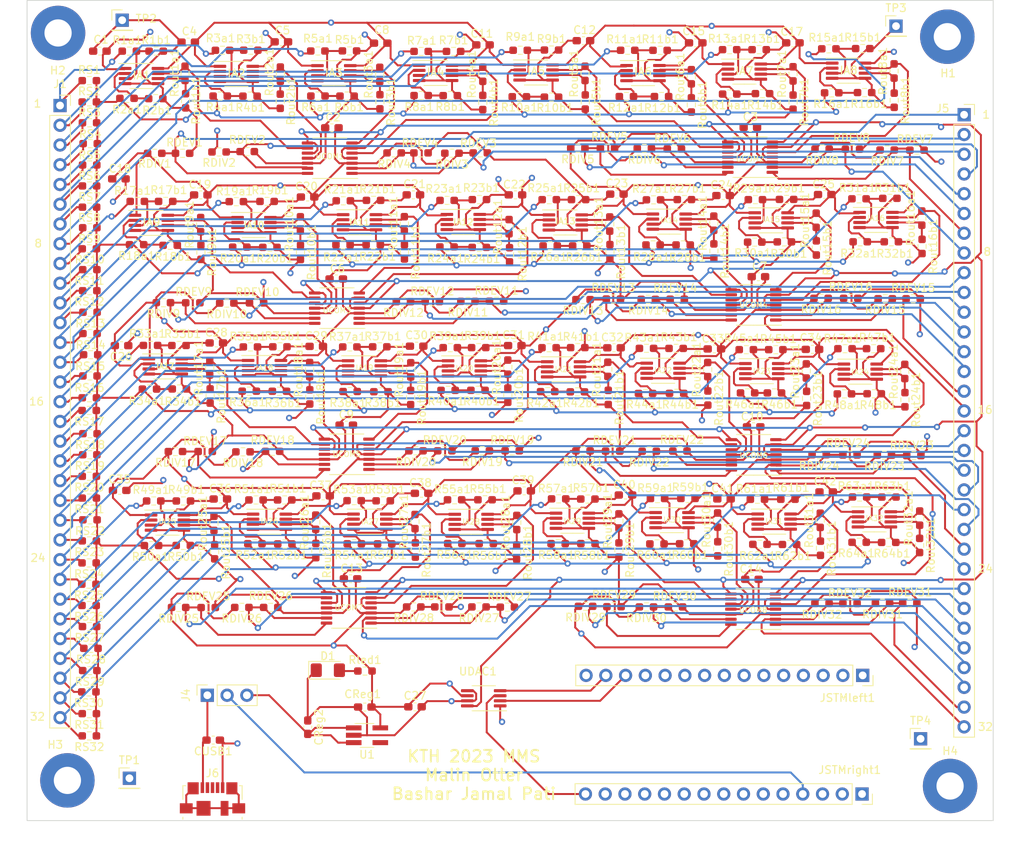
<source format=kicad_pcb>
(kicad_pcb (version 20211014) (generator pcbnew)
  (layers (0 "F.Cu" signal) (1 "In1.Cu" signal) (2 "In2.Cu" signal) (31 "B.Cu" signal) (34 "B.Paste" user) (35 "F.Paste" user) (36 "B.SilkS" user "B.Silkscreen") (37 "F.SilkS" user "F.Silkscreen") (38 "B.Mask" user) (39 "F.Mask" user) (44 "Edge.Cuts" user))
  (net 0 "")
  (net 1 "GND")
  (net 2 "Net-(J1-Pad1)")
  (net 3 "Net-(J1-Pad2)")
  (net 4 "Net-(J1-Pad3)")
  (net 5 "Net-(J1-Pad4)")
  (net 6 "Net-(J1-Pad5)")
  (net 7 "Net-(J1-Pad6)")
  (net 8 "Net-(J1-Pad7)")
  (net 9 "Net-(J1-Pad8)")
  (net 10 "Net-(J1-Pad9)")
  (net 11 "Net-(J1-Pad10)")
  (net 12 "Net-(J1-Pad11)")
  (net 13 "Net-(J1-Pad12)")
  (net 14 "Net-(J1-Pad13)")
  (net 15 "Net-(J1-Pad14)")
  (net 16 "Net-(J1-Pad15)")
  (net 17 "Net-(J1-Pad16)")
  (net 18 "Net-(J1-Pad17)")
  (net 19 "Net-(J1-Pad18)")
  (net 20 "Net-(J1-Pad19)")
  (net 21 "Net-(J1-Pad20)")
  (net 22 "Net-(J1-Pad21)")
  (net 23 "Net-(J1-Pad22)")
  (net 24 "Net-(J1-Pad23)")
  (net 25 "Net-(J1-Pad24)")
  (net 26 "Net-(J1-Pad25)")
  (net 27 "Net-(J1-Pad26)")
  (net 28 "Net-(J1-Pad27)")
  (net 29 "Net-(J1-Pad28)")
  (net 30 "Net-(J1-Pad29)")
  (net 31 "Net-(J1-Pad30)")
  (net 32 "Net-(J1-Pad31)")
  (net 33 "Net-(J1-Pad32)")
  (net 45 "+3.3V")
  (net 46 "+5V USB")
  (net 60 "+5V MCU")
  (net 61 "SPI_CS")
  (net 62 "SPI_MOSI")
  (net 63 "SCK")
  (net 65 "DAC output")
  (net 66 "Net-(IA1-Pad2)")
  (net 67 "Net-(D1-Pad2)")
  (net 68 "+5V")
  (net 69 "Net-(IA1-Pad3)")
  (net 70 "Net-(IA1-Pad6)")
  (net 71 "Net-(IA1-Pad7)")
  (net 72 "Net-(IA2-Pad2)")
  (net 73 "Net-(IA2-Pad3)")
  (net 74 "Net-(IA2-Pad6)")
  (net 75 "Net-(IA2-Pad7)")
  (net 76 "Net-(IA3-Pad2)")
  (net 77 "Net-(IA3-Pad3)")
  (net 78 "Net-(IA3-Pad6)")
  (net 79 "Net-(IA3-Pad7)")
  (net 80 "Net-(IA4-Pad2)")
  (net 81 "Net-(IA4-Pad3)")
  (net 82 "Net-(IA4-Pad6)")
  (net 83 "Net-(IA4-Pad7)")
  (net 84 "Net-(IA5-Pad2)")
  (net 85 "Net-(IA5-Pad3)")
  (net 86 "Net-(IA5-Pad6)")
  (net 87 "Net-(IA5-Pad7)")
  (net 88 "Net-(IA6-Pad2)")
  (net 89 "Net-(IA6-Pad3)")
  (net 90 "Net-(IA6-Pad6)")
  (net 91 "Net-(IA6-Pad7)")
  (net 92 "Net-(IA7-Pad2)")
  (net 93 "Net-(IA7-Pad3)")
  (net 94 "Net-(IA7-Pad6)")
  (net 95 "Net-(IA7-Pad7)")
  (net 96 "Net-(IA8-Pad2)")
  (net 97 "Net-(IA8-Pad3)")
  (net 98 "Net-(IA8-Pad6)")
  (net 99 "Net-(IA8-Pad7)")
  (net 100 "Net-(IA9-Pad2)")
  (net 101 "Net-(IA9-Pad3)")
  (net 102 "Net-(IA9-Pad6)")
  (net 103 "Net-(IA9-Pad7)")
  (net 104 "Net-(IA10-Pad2)")
  (net 105 "Net-(IA10-Pad3)")
  (net 106 "Net-(IA10-Pad6)")
  (net 107 "Net-(IA10-Pad7)")
  (net 108 "Net-(IA11-Pad2)")
  (net 109 "Net-(IA11-Pad3)")
  (net 110 "Net-(IA11-Pad6)")
  (net 111 "Net-(IA11-Pad7)")
  (net 112 "Net-(IA12-Pad2)")
  (net 113 "Net-(IA12-Pad3)")
  (net 114 "Net-(IA12-Pad6)")
  (net 115 "Net-(IA12-Pad7)")
  (net 116 "Net-(IA13-Pad2)")
  (net 117 "Net-(IA13-Pad3)")
  (net 118 "Net-(IA13-Pad6)")
  (net 119 "Net-(IA13-Pad7)")
  (net 120 "Net-(IA14-Pad2)")
  (net 121 "Net-(IA14-Pad3)")
  (net 122 "Net-(IA14-Pad6)")
  (net 123 "Net-(IA14-Pad7)")
  (net 124 "Net-(IA15-Pad2)")
  (net 125 "Net-(IA15-Pad3)")
  (net 126 "Net-(IA15-Pad6)")
  (net 127 "Net-(IA15-Pad7)")
  (net 128 "Net-(IA16-Pad2)")
  (net 129 "Net-(IA16-Pad3)")
  (net 130 "Net-(IA16-Pad6)")
  (net 131 "Net-(IA16-Pad7)")
  (net 132 "Net-(IA17-Pad2)")
  (net 133 "Net-(IA17-Pad3)")
  (net 134 "Net-(IA17-Pad6)")
  (net 135 "Net-(IA17-Pad7)")
  (net 136 "Net-(IA18-Pad2)")
  (net 137 "Net-(IA18-Pad3)")
  (net 138 "Net-(IA18-Pad6)")
  (net 139 "Net-(IA18-Pad7)")
  (net 140 "Net-(IA19-Pad2)")
  (net 141 "Net-(IA19-Pad3)")
  (net 142 "Net-(IA19-Pad6)")
  (net 143 "Net-(IA19-Pad7)")
  (net 144 "Net-(IA20-Pad2)")
  (net 145 "Net-(IA20-Pad3)")
  (net 146 "Net-(IA20-Pad6)")
  (net 147 "Net-(IA20-Pad7)")
  (net 148 "Net-(IA21-Pad2)")
  (net 149 "Net-(IA21-Pad3)")
  (net 150 "Net-(IA21-Pad6)")
  (net 151 "Net-(IA21-Pad7)")
  (net 152 "Net-(IA22-Pad2)")
  (net 153 "Net-(IA22-Pad3)")
  (net 154 "Net-(IA22-Pad6)")
  (net 155 "Net-(IA22-Pad7)")
  (net 156 "Net-(IA23-Pad2)")
  (net 157 "Net-(IA23-Pad3)")
  (net 158 "Net-(IA23-Pad6)")
  (net 159 "Net-(IA23-Pad7)")
  (net 160 "Net-(IA24-Pad2)")
  (net 161 "Net-(IA24-Pad3)")
  (net 162 "Net-(IA24-Pad6)")
  (net 163 "Net-(IA24-Pad7)")
  (net 164 "Net-(IA25-Pad2)")
  (net 165 "Net-(IA25-Pad3)")
  (net 166 "Net-(IA25-Pad6)")
  (net 167 "Net-(IA25-Pad7)")
  (net 168 "Net-(IA26-Pad2)")
  (net 169 "Net-(IA26-Pad3)")
  (net 170 "Net-(IA26-Pad6)")
  (net 171 "Net-(IA26-Pad7)")
  (net 172 "Net-(IA27-Pad2)")
  (net 173 "Net-(IA27-Pad3)")
  (net 174 "Net-(IA27-Pad6)")
  (net 175 "Net-(IA27-Pad7)")
  (net 176 "Net-(IA28-Pad2)")
  (net 177 "Net-(IA28-Pad3)")
  (net 178 "Net-(IA28-Pad6)")
  (net 179 "Net-(IA28-Pad7)")
  (net 180 "Net-(IA29-Pad2)")
  (net 181 "Net-(IA29-Pad3)")
  (net 182 "Net-(IA29-Pad6)")
  (net 183 "Net-(IA29-Pad7)")
  (net 184 "Net-(IA30-Pad2)")
  (net 185 "Net-(IA30-Pad3)")
  (net 186 "Net-(IA30-Pad6)")
  (net 187 "Net-(IA30-Pad7)")
  (net 188 "Net-(IA31-Pad2)")
  (net 189 "Net-(IA31-Pad3)")
  (net 190 "Net-(IA31-Pad6)")
  (net 191 "Net-(IA31-Pad7)")
  (net 192 "Net-(IA32-Pad2)")
  (net 193 "Net-(IA32-Pad3)")
  (net 194 "Net-(IA32-Pad6)")
  (net 195 "Net-(IA32-Pad7)")
  (net 196 "Net-(R10a1-Pad2)")
  (net 197 "Net-(J5-Pad1)")
  (net 198 "Net-(J5-Pad2)")
  (net 199 "Net-(J5-Pad3)")
  (net 200 "Net-(J5-Pad4)")
  (net 201 "Net-(J5-Pad5)")
  (net 202 "Net-(J5-Pad6)")
  (net 203 "Net-(J5-Pad7)")
  (net 204 "Net-(J5-Pad8)")
  (net 205 "Net-(J5-Pad9)")
  (net 206 "Net-(J5-Pad10)")
  (net 207 "Net-(J5-Pad11)")
  (net 208 "Net-(J5-Pad12)")
  (net 209 "Net-(J5-Pad13)")
  (net 210 "Net-(J5-Pad14)")
  (net 211 "Net-(J5-Pad15)")
  (net 212 "Net-(J5-Pad16)")
  (net 213 "Net-(J5-Pad17)")
  (net 214 "Net-(J5-Pad18)")
  (net 215 "Net-(J5-Pad19)")
  (net 216 "Net-(J5-Pad20)")
  (net 217 "Net-(J5-Pad21)")
  (net 218 "Net-(J5-Pad22)")
  (net 219 "Net-(J5-Pad23)")
  (net 220 "Net-(J5-Pad24)")
  (net 221 "Net-(J5-Pad25)")
  (net 222 "Net-(J5-Pad26)")
  (net 223 "Net-(J5-Pad27)")
  (net 224 "Net-(J5-Pad28)")
  (net 225 "Net-(J5-Pad29)")
  (net 226 "Net-(J5-Pad30)")
  (net 227 "Net-(J5-Pad31)")
  (net 228 "Net-(J5-Pad32)")
  (net 232 "unconnected-(J6-Pad6)")
  (footprint "Resistor_SMD:R_0603_1608Metric_Pad0.98x0.95mm_HandSolder" (layer "F.Cu") (at 97.537416 99.861135 180)
    (fp_text reference "R50a1")
    (fp_text value "50k")
  )
  (footprint "Resistor_SMD:R_0603_1608Metric_Pad0.98x0.95mm_HandSolder" (layer "F.Cu") (at 89.63681 85.470588 180)
    (fp_text reference "RS18")
    (fp_text value "500")
  )
  (footprint "Resistor_SMD:R_0603_1608Metric_Pad0.98x0.95mm_HandSolder" (layer "F.Cu") (at 188.574265 93.616142 180)
    (fp_text reference "R63a1")
    (fp_text value "50k")
  )
  (footprint "Resistor_SMD:R_0603_1608Metric_Pad0.98x0.95mm_HandSolder" (layer "F.Cu") (at 110.979128 93.993227 180)
    (fp_text reference "R51a1")
    (fp_text value "50k")
  )
  (footprint "Package_SO:TSSOP-14_4.4x5mm_P0.65mm" (layer "F.Cu") (at 174.493018 49.899506 180)
    (fp_text reference "UCOM2")
    (fp_text value "LM339")
  )
  (footprint "Resistor_SMD:R_0603_1608Metric_Pad0.98x0.95mm_HandSolder" (layer "F.Cu") (at 141.906862 68.425509 180)
    (fp_text reference "RDEV11")
    (fp_text value "6k")
  )
  (footprint "Resistor_SMD:R_0603_1608Metric_Pad0.98x0.95mm_HandSolder" (layer "F.Cu") (at 192.658623 60.786611)
    (fp_text reference "R32b1")
    (fp_text value "500")
  )
  (footprint "Resistor_SMD:R_0603_1608Metric_Pad0.98x0.95mm_HandSolder" (layer "F.Cu") (at 188.977374 35.932017)
    (fp_text reference "R15b1")
    (fp_text value "500")
  )
  (footprint "Resistor_SMD:R_0603_1608Metric_Pad0.98x0.95mm_HandSolder" (layer "F.Cu") (at 162.928487 36.157115)
    (fp_text reference "R11b1")
    (fp_text value "500")
  )
  (footprint "Resistor_SMD:R_0603_1608Metric_Pad0.98x0.95mm_HandSolder" (layer "F.Cu") (at 161.061367 80.290873 180)
    (fp_text reference "R44a1")
    (fp_text value "50k")
  )
  (footprint "Resistor_SMD:R_0603_1608Metric_Pad0.98x0.95mm_HandSolder" (layer "F.Cu") (at 89.665137 48.158486 180)
    (fp_text reference "RS4")
    (fp_text value "500")
  )
  (footprint "Connector_PinSocket_2.54mm:PinSocket_1x32_P2.54mm_Vertical" (layer "F.Cu") (at 85.784056 43.25674)
    (fp_text reference "J1")
    (fp_text value "Conn_01x32_Female")
  )
  (footprint "Package_SO:TSSOP-14_4.4x5mm_P0.65mm" (layer "F.Cu") (at 121.38299 69.324619 180)
    (fp_text reference "UCOM3")
    (fp_text value "LM339")
  )
  (footprint "Resistor_SMD:R_0603_1608Metric_Pad0.98x0.95mm_HandSolder" (layer "F.Cu") (at 175.442114 93.913787 180)
    (fp_text reference "R61a1")
    (fp_text value "50k")
  )
  (footprint "Resistor_SMD:R_0603_1608Metric_Pad0.98x0.95mm_HandSolder" (layer "F.Cu") (at 132.210302 41.967888 180)
    (fp_text reference "R8a1")
    (fp_text value "50k")
  )
  (footprint "Resistor_SMD:R_0603_1608Metric_Pad0.98x0.95mm_HandSolder" (layer "F.Cu") (at 98.144574 36.264106)
    (fp_text reference "R1b1")
    (fp_text value "500")
  )
  (footprint "Capacitor_SMD:C_0603_1608Metric_Pad1.08x0.95mm_HandSolder" (layer "F.Cu") (at 106.394119 93.873649 180)
    (fp_text reference "C36")
    (fp_text value "0.1u")
  )
  (footprint "Capacitor_SMD:C_0603_1608Metric_Pad1.08x0.95mm_HandSolder" (layer "F.Cu") (at 184.092016 54.70475 180)
    (fp_text reference "C25")
    (fp_text value "0.1u")
  )
  (footprint "Resistor_SMD:R_0603_1608Metric_Pad0.98x0.95mm_HandSolder" (layer "F.Cu") (at 116.679481 58.484179 90)
    (fp_text reference "Rout10a1")
    (fp_text value "10k")
  )
  (footprint "Capacitor_SMD:C_0603_1608Metric_Pad1.08x0.95mm_HandSolder" (layer "F.Cu") (at 105.475601 124.88999 180)
    (fp_text reference "CUSB1")
    (fp_text value "1u")
  )
  (footprint "Resistor_SMD:R_0603_1608Metric_Pad0.98x0.95mm_HandSolder" (layer "F.Cu") (at 188.652434 60.786611 180)
    (fp_text reference "R32a1")
    (fp_text value "50k")
  )
  (footprint "Resistor_SMD:R_0603_1608Metric_Pad0.98x0.95mm_HandSolder" (layer "F.Cu") (at 130.061302 62.086033 -90)
    (fp_text reference "Rout11b1")
    (fp_text value "1k")
  )
  (footprint "Package_SO:MSOP-8_3x3mm_P0.65mm" (layer "F.Cu") (at 97.529179 58.349617)
    (fp_text reference "IA9")
    (fp_text value "MCP6N16")
  )
  (footprint "Resistor_SMD:R_0603_1608Metric_Pad0.98x0.95mm_HandSolder" (layer "F.Cu") (at 97.951864 49.404355 180)
    (fp_text reference "RDIV1")
    (fp_text value "2k")
  )
  (footprint "Capacitor_SMD:C_0603_1608Metric_Pad1.08x0.95mm_HandSolder" (layer "F.Cu") (at 169.908822 74.570214 180)
    (fp_text reference "C33")
    (fp_text value "0.1u")
  )
  (footprint "Resistor_SMD:R_0603_1608Metric_Pad0.98x0.95mm_HandSolder" (layer "F.Cu") (at 143.512027 58.839861 90)
    (fp_text reference "Rout12a1")
    (fp_text value "10k")
  )
  (footprint "Resistor_SMD:R_0603_1608Metric_Pad0.98x0.95mm_HandSolder" (layer "F.Cu") (at 165.051283 80.281167)
    (fp_text reference "R44b1")
    (fp_text value "500")
  )
  (footprint "Resistor_SMD:R_0603_1608Metric_Pad0.98x0.95mm_HandSolder" (layer "F.Cu") (at 99.945138 61.243164)
    (fp_text reference "R18b1")
    (fp_text value "500")
  )
  (footprint "Resistor_SMD:R_0603_1608Metric_Pad0.98x0.95mm_HandSolder" (layer "F.Cu") (at 104.833991 107.835826 180)
    (fp_text reference "RDEV25")
    (fp_text value "6k")
  )
  (footprint "Resistor_SMD:R_0603_1608Metric_Pad0.98x0.95mm_HandSolder" (layer "F.Cu") (at 171.867591 36.070046 180)
    (fp_text reference "R13a1")
    (fp_text value "50k")
  )
  (footprint "Resistor_SMD:R_0603_1608Metric_Pad0.98x0.95mm_HandSolder" (layer "F.Cu") (at 89.547248 121.485903 180)
    (fp_text reference "RS31")
    (fp_text value "500")
  )
  (footprint "Resistor_SMD:R_0603_1608Metric_Pad0.98x0.95mm_HandSolder" (layer "F.Cu") (at 153.017806 87.691189 180)
    (fp_text reference "RDIV21")
    (fp_text value "2k")
  )
  (footprint "Resistor_SMD:R_0603_1608Metric_Pad0.98x0.95mm_HandSolder" (layer "F.Cu") (at 136.164523 49.393488 180)
    (fp_text reference "RDIV3")
    (fp_text value "2k")
  )
  (footprint "Resistor_SMD:R_0603_1608Metric_Pad0.98x0.95mm_HandSolder" (layer "F.Cu") (at 153.652951 99.609776)
    (fp_text reference "R58b1")
    (fp_text value "500")
  )
  (footprint "Resistor_SMD:R_0603_1608Metric_Pad0.98x0.95mm_HandSolder" (layer "F.Cu") (at 179.187625 55.333601)
    (fp_text reference "R29b1")
    (fp_text value "500")
  )
  (footprint "Resistor_SMD:R_0603_1608Metric_Pad0.98x0.95mm_HandSolder" (layer "F.Cu") (at 143.914608 87.679086 180)
    (fp_text reference "RDEV19")
    (fp_text value "6k")
  )
  (footprint "Resistor_SMD:R_0603_1608Metric_Pad0.98x0.95mm_HandSolder" (layer "F.Cu") (at 184.626877 35.959905 180)
    (fp_text reference "R15a1")
    (fp_text value "50k")
  )
  (footprint "Resistor_SMD:R_0603_1608Metric_Pad0.98x0.95mm_HandSolder" (layer "F.Cu") (at 89.607338 58.974869 180)
    (fp_text reference "RS8")
    (fp_text value "500")
  )
  (footprint "Package_SO:MSOP-8_3x3mm_P0.65mm" (layer "F.Cu") (at 150.526083 77.194046)
    (fp_text reference "IA21")
    (fp_text value "MCP6N16")
  )
  (footprint "Capacitor_SMD:C_0603_1608Metric_Pad1.08x0.95mm_HandSolder" (layer "F.Cu") (at 117.628506 123.226794 -90)
    (fp_text reference "CReg2")
    (fp_text value "1u")
  )
  (footprint "Resistor_SMD:R_0603_1608Metric_Pad0.98x0.95mm_HandSolder" (layer "F.Cu") (at 170.337081 100.282242 -90)
    (fp_text reference "Rout30b1")
    (fp_text value "1k")
  )
  (footprint "Resistor_SMD:R_0603_1608Metric_Pad0.98x0.95mm_HandSolder" (layer "F.Cu") (at 131.540589 87.67661 180)
    (fp_text reference "RDIV20")
    (fp_text value "2k")
  )
  (footprint "Package_TO_SOT_SMD:TSOT-23-5_HandSoldering" (layer "F.Cu") (at 125.248506 124.264294)
    (fp_text reference "U1")
    (fp_text value "ADP151")
  )
  (footprint "Resistor_SMD:R_0603_1608Metric_Pad0.98x0.95mm_HandSolder" (layer "F.Cu") (at 187.34196 88.215053 180)
    (fp_text reference "RDEV24")
    (fp_text value "6k")
  )
  (footprint "Capacitor_SMD:C_0603_1608Metric_Pad1.08x0.95mm_HandSolder" (layer "F.Cu") (at 131.629324 74.214919 180)
    (fp_text reference "C30")
    (fp_text value "0.1u")
  )
  (footprint "Resistor_SMD:R_0603_1608Metric_Pad0.98x0.95mm_HandSolder" (layer "F.Cu") (at 183.01567 61.575864 -90)
    (fp_text reference "Rout15b1")
    (fp_text value "1k")
  )
  (footprint "Resistor_SMD:R_0603_1608Metric_Pad0.98x0.95mm_HandSolder" (layer "F.Cu") (at 177.804689 74.661555)
    (fp_text reference "R45b1")
    (fp_text value "500")
  )
  (footprint "Resistor_SMD:R_0603_1608Metric_Pad0.98x0.95mm_HandSolder" (layer "F.Cu") (at 180.024844 42.824847 -90)
    (fp_text reference "Rout7b1")
    (fp_text value "1k")
  )
  (footprint "Resistor_SMD:R_0603_1608Metric_Pad0.98x0.95mm_HandSolder" (layer "F.Cu") (at 152.3365 74.402161)
    (fp_text reference "R41b1")
    (fp_text value "500")
  )
  (footprint "Resistor_SMD:R_0603_1608Metric_Pad0.98x0.95mm_HandSolder" (layer "F.Cu") (at 131.255633 107.756609 180)
    (fp_text reference "RDIV28")
    (fp_text value "2k")
  )
  (footprint "Capacitor_SMD:C_0603_1608Metric_Pad1.08x0.95mm_HandSolder" (layer "F.Cu") (at 157.006658 74.423388 180)
    (fp_text reference "C32")
    (fp_text value "0.1u")
  )
  (footprint "Capacitor_SMD:C_0603_1608Metric_Pad1.08x0.95mm_HandSolder" (layer "F.Cu") (at 132.264267 93.140659 180)
    (fp_text reference "C38")
    (fp_text value "0.1u")
  )
  (footprint "Resistor_SMD:R_0603_1608Metric_Pad0.98x0.95mm_HandSolder" (layer "F.Cu") (at 108.448778 55.618821 180)
    (fp_text reference "R19a1")
    (fp_text value "50k")
  )
  (footprint "Resistor_SMD:R_0603_1608Metric_Pad0.98x0.95mm_HandSolder" (layer "F.Cu") (at 131.461995 100.435407 -90)
    (fp_text reference "Rout27b1")
    (fp_text value "1k")
  )
  (footprint "Resistor_SMD:R_0603_1608Metric_Pad0.98x0.95mm_HandSolder" (layer "F.Cu") (at 123.61833 99.629721 180)
    (fp_text reference "R54a1")
    (fp_text value "50k")
  )
  (footprint "Resistor_SMD:R_0603_1608Metric_Pad0.98x0.95mm_HandSolder" (layer "F.Cu") (at 135.675743 79.895556 180)
    (fp_text reference "R40a1")
    (fp_text value "50k")
  )
  (footprint "Resistor_SMD:R_0603_1608Metric_Pad0.98x0.95mm_HandSolder" (layer "F.Cu") (at 195.467647 68.110017 180)
    (fp_text reference "RDEV15")
    (fp_text value "6k")
  )
  (footprint "Resistor_SMD:R_0603_1608Metric_Pad0.98x0.95mm_HandSolder" (layer "F.Cu") (at 107.220512 68.674514 180)
    (fp_text reference "RDIV10")
    (fp_text value "2k")
  )
  (footprint "Resistor_SMD:R_0603_1608Metric_Pad0.98x0.95mm_HandSolder" (layer "F.Cu") (at 89.547248 93.752342 180)
    (fp_text reference "RS21")
    (fp_text value "500")
  )
  (footprint "Resistor_SMD:R_0603_1608Metric_Pad0.98x0.95mm_HandSolder" (layer "F.Cu") (at 157.001988 107.729806 180)
    (fp_text reference "RDEV29")
    (fp_text value "6k")
  )
  (footprint "Package_SO:MSOP-8_3x3mm_P0.65mm" (layer "F.Cu") (at 160.731093 39.085189)
    (fp_text reference "IA6")
    (fp_text value "MCP6N16")
  )
  (footprint "Connector_PinSocket_2.54mm:PinSocket_1x15_P2.54mm_Vertical" (layer "F.Cu") (at 188.971794 116.562968 -90)
    (fp_text reference "JSTMleft1")
    (fp_text value "Conn_01x15_Female")
  )
  (footprint "Package_SO:MSOP-8_3x3mm_P0.65mm" (layer "F.Cu") (at 177.591082 96.780689)
    (fp_text reference "IA31")
    (fp_text value "MCP6N16")
  )
  (footprint "Resistor_SMD:R_0603_1608Metric_Pad0.98x0.95mm_HandSolder" (layer "F.Cu") (at 184.989418 41.62113 180)
    (fp_text reference "R16a1")
    (fp_text value "50k")
  )
  (footprint "Resistor_SMD:R_0603_1608Metric_Pad0.98x0.95mm_HandSolder" (layer "F.Cu") (at 161.535108 87.734302 180)
    (fp_text reference "RDIV22")
    (fp_text value "2k")
  )
  (footprint "Resistor_SMD:R_0603_1608Metric_Pad0.98x0.95mm_HandSolder" (layer "F.Cu") (at 189.220567 41.591032)
    (fp_text reference "R16b1")
    (fp_text value "500")
  )
  (footprint "Resistor_SMD:R_0603_1608Metric_Pad0.98x0.95mm_HandSolder" (layer "F.Cu") (at 89.607338 115.945085 180)
    (fp_text reference "RS29")
    (fp_text value "500")
  )
  (footprint "Capacitor_SMD:C_0603_1608Metric_Pad1.08x0.95mm_HandSolder" (layer "F.Cu") (at 131.211575 54.748884 180)
    (fp_text reference "C21")
    (fp_text value "0.1u")
  )
  (footprint "Resistor_SMD:R_0603_1608Metric_Pad0.98x0.95mm_HandSolder" (layer "F.Cu") (at 188.502949 55.255679 180)
    (fp_text reference "R31a1")
    (fp_text value "50k")
  )
  (footprint "Resistor_SMD:R_0603_1608Metric_Pad0.98x0.95mm_HandSolder" (layer "F.Cu") (at 171.876357 41.783976 180)
    (fp_text reference "R14a1")
    (fp_text value "50k")
  )
  (footprint "Package_SO:MSOP-8_3x3mm_P0.65mm" (layer "F.Cu") (at 164.468227 96.593617)
    (fp_text reference "IA30")
    (fp_text value "MCP6N16")
  )
  (footprint "Resistor_SMD:R_0603_1608Metric_Pad0.98x0.95mm_HandSolder" (layer "F.Cu") (at 166.05034 55.356498)
    (fp_text reference "R27b1")
    (fp_text value "500")
  )
  (footprint "Connector_PinSocket_2.54mm:PinSocket_1x32_P2.54mm_Vertical" (layer "F.Cu") (at 202.012765 44.445)
    (fp_text reference "J5")
    (fp_text value "Conn_01x32_Female")
  )
  (footprint "Resistor_SMD:R_0603_1608Metric_Pad0.98x0.95mm_HandSolder" (layer "F.Cu") (at 126.887151 39.259869 90)
    (fp_text reference "Rout3a1")
    (fp_text value "10k")
  )
  (footprint "Package_SO:MSOP-8_3x3mm_P0.65mm" (layer "F.Cu") (at 188.665609 77.490628)
    (fp_text reference "IA24")
    (fp_text value "MCP6N16")
  )
  (footprint "Capacitor_SMD:C_0603_1608Metric_Pad1.08x0.95mm_HandSolder" (layer "F.Cu") (at 103.878624 54.755112 180)
    (fp_text reference "C19")
    (fp_text value "0.1u")
  )
  (footprint "Resistor_SMD:R_0603_1608Metric_Pad0.98x0.95mm_HandSolder" (layer "F.Cu") (at 178.904198 60.798544)
    (fp_text reference "R30b1")
    (fp_text value "500")
  )
  (footprint "Resistor_SMD:R_0603_1608Metric_Pad0.98x0.95mm_HandSolder" (layer "F.Cu") (at 102.850444 68.634108 180)
    (fp_text reference "RDEV9")
    (fp_text value "6k")
  )
  (footprint "Resistor_SMD:R_0603_1608Metric_Pad0.98x0.95mm_HandSolder" (layer "F.Cu") (at 139.603935 74.400413)
    (fp_text reference "R39b1")
    (fp_text value "500")
  )
  (footprint "Package_SO:MSOP-8_3x3mm_P0.65mm" (layer "F.Cu") (at 99.316125 76.820742)
    (fp_text reference "IA17")
    (fp_text value "MCP6N16")
  )
  (footprint "Resistor_SMD:R_0603_1608Metric_Pad0.98x0.95mm_HandSolder" (layer "F.Cu") (at 89.548393 40.053566 180)
    (fp_text reference "RS1")
    (fp_text value "500")
  )
  (footprint "Resistor_SMD:R_0603_1608Metric_Pad0.98x0.95mm_HandSolder" (layer "F.Cu") (at 126.049155 61.165384)
    (fp_text reference "R22b1")
    (fp_text value "500")
  )
  (footprint "Resistor_SMD:R_0603_1608Metric_Pad0.98x0.95mm_HandSolder" (layer "F.Cu") (at 193.027544 42.57552 -90)
    (fp_text reference "Rout8b1")
    (fp_text value "1k")
  )
  (footprint "Capacitor_SMD:C_0603_1608Metric_Pad1.08x0.95mm_HandSolder" (layer "F.Cu") (at 127.009047 35.233927 180)
    (fp_text reference "C8")
    (fp_text value "0.1u")
  )
  (footprint "MountingHole:MountingHole_3.5mm_Pad" (layer "F.Cu") (at 199.856709 34.404303)
    (fp_text reference "H1")
    (fp_text value "MountingHole")
  )
  (footprint "Resistor_SMD:R_0603_1608Metric_Pad0.98x0.95mm_HandSolder" (layer "F.Cu") (at 94.389449 42.33392 180)
    (fp_text reference "R2a1")
    (fp_text value "50k")
  )
  (footprint "Resistor_SMD:R_0603_1608Metric_Pad0.98x0.95mm_HandSolder" (layer "F.Cu") (at 89.547248 124.344729 180)
    (fp_text reference "RS32")
    (fp_text value "500")
  )
  (footprint "Resistor_SMD:R_0603_1608Metric_Pad0.98x0.95mm_HandSolder" (layer "F.Cu") (at 192.464935 55.195885)
    (fp_text reference "R31b1")
    (fp_text value "500")
  )
  (footprint "Resistor_SMD:R_0603_1608Metric_Pad0.98x0.95mm_HandSolder" (layer "F.Cu") (at 183.757122 48.870161 180)
    (fp_text reference "RDIV8")
    (fp_text value "2k")
  )
  (footprint "Resistor_SMD:R_0603_1608Metric_Pad0.98x0.95mm_HandSolder" (layer "F.Cu") (at 110.209132 42.04973)
    (fp_text reference "R4b1")
    (fp_text value "500")
  )
  (footprint "Resistor_SMD:R_0603_1608Metric_Pad0.98x0.95mm_HandSolder" (layer "F.Cu") (at 136.509314 93.973518 180)
    (fp_text reference "R55a1")
    (fp_text value "50k")
  )
  (footprint "Resistor_SMD:R_0603_1608Metric_Pad0.98x0.95mm_HandSolder" (layer "F.Cu") (at 118.668122 100.50432 -90)
    (fp_text reference "Rout26b1")
    (fp_text value "1k")
  )
  (footprint "Capacitor_SMD:C_0603_1608Metric_Pad1.08x0.95mm_HandSolder" (layer "F.Cu") (at 123.134267 104.138178 180)
    (fp_text reference "C13")
    (fp_text value "0.1u")
  )
  (footprint "Resistor_SMD:R_0603_1608Metric_Pad0.98x0.95mm_HandSolder" (layer "F.Cu") (at 139.68522 61.500688)
    (fp_text reference "R24b1")
    (fp_text value "500")
  )
  (footprint "Connector_PinHeader_2.54mm:PinHeader_1x01_P2.54mm_Vertical" (layer "F.Cu") (at 93.772354 32.281704)
    (fp_text reference "TP2")
    (fp_text value "Conn_01x01_Female")
  )
  (footprint "Package_SO:MSOP-8_3x3mm_P0.65mm" (layer "F.Cu") (at 163.317167 77.376213)
    (fp_text reference "IA22")
    (fp_text value "MCP6N16")
  )
  (footprint "Resistor_SMD:R_0603_1608Metric_Pad0.98x0.95mm_HandSolder" (layer "F.Cu") (at 94.692074 36.264106 180)
    (fp_text reference "R1a1")
    (fp_text value "50k")
  )
  (footprint "Package_SO:MSOP-8_3x3mm_P0.65mm" (layer "F.Cu") (at 112.703619 96.794466)
    (fp_text reference "IA26")
    (fp_text value "MCP6N16")
  )
  (footprint "Resistor_SMD:R_0603_1608Metric_Pad0.98x0.95mm_HandSolder" (layer "F.Cu") (at 139.807884 49.350895 180)
    (fp_text reference "RDEV3")
    (fp_text value "6k")
  )
  (footprint "Resistor_SMD:R_0603_1608Metric_Pad0.98x0.95mm_HandSolder" (layer "F.Cu") (at 143.571821 62.45739 -90)
    (fp_text reference "Rout12b1")
    (fp_text value "1k")
  )
  (footprint "Package_SO:MSOP-8_3x3mm_P0.65mm" (layer "F.Cu") (at 96.263565 39.463967)
    (fp_text reference "IA1")
    (fp_text value "MCP6N16")
  )
  (footprint "Resistor_SMD:R_0603_1608Metric_Pad0.98x0.95mm_HandSolder" (layer "F.Cu") (at 89.518921 107.574914 180)
    (fp_text reference "RS26")
    (fp_text value "500")
  )
  (footprint "Resistor_SMD:R_0603_1608Metric_Pad0.98x0.95mm_HandSolder" (layer "F.Cu") (at 181.72255 77.405169 90)
    (fp_text reference "Rout23a1")
    (fp_text value "10k")
  )
  (footprint "Capacitor_SMD:C_0603_1608Metric_Pad1.08x0.95mm_HandSolder" (layer "F.Cu") (at 93.692408 74.143785)
    (fp_text reference "C26")
    (fp_text value "0.1u")
  )
  (footprint "Capacitor_SMD:C_0603_1608Metric_Pad1.08x0.95mm_HandSolder" (layer "F.Cu") (at 105.876171 73.797633 180)
    (fp_text reference "C28")
    (fp_text value "0.1u")
  )
  (footprint "Resistor_SMD:R_0603_1608Metric_Pad0.98x0.95mm_HandSolder" (layer "F.Cu") (at 186.625368 80.351595 180)
    (fp_text reference "R48a1")
    (fp_text value "50k")
  )
  (footprint "Resistor_SMD:R_0603_1608Metric_Pad0.98x0.95mm_HandSolder" (layer "F.Cu") (at 89.573412 56.33191 180)
    (fp_text reference "RS7")
    (fp_text value "500")
  )
  (footprint "Resistor_SMD:R_0603_1608Metric_Pad0.98x0.95mm_HandSolder" (layer "F.Cu") (at 149.821136 99.612408 180)
    (fp_text reference "R58a1")
    (fp_text value "50k")
  )
  (footprint "Resistor_SMD:R_0603_1608Metric_Pad0.98x0.95mm_HandSolder" (layer "F.Cu") (at 153.277973 39.124454 90)
    (fp_text reference "Rout5a1")
    (fp_text value "10k")
  )
  (footprint "Resistor_SMD:R_0603_1608Metric_Pad0.98x0.95mm_HandSolder" (layer "F.Cu") (at 196.607257 61.384944 -90)
    (fp_text reference "Rout16b1")
    (fp_text value "1k")
  )
  (footprint "Resistor_SMD:R_0603_1608Metric_Pad0.98x0.95mm_HandSolder" (layer "F.Cu") (at 180.02113 39.184474 90)
    (fp_text reference "Rout7a1")
    (fp_text value "10k")
  )
  (footprint "Resistor_SMD:R_0603_1608Metric_Pad0.98x0.95mm_HandSolder" (layer "F.Cu") (at 89.7547 113.086259 180)
    (fp_text reference "RS28")
    (fp_text value "500")
  )
  (footprint "Resistor_SMD:R_0603_1608Metric_Pad0.98x0.95mm_HandSolder" (layer "F.Cu") (at 144.948313 36.150887 180)
    (fp_text reference "R9a1")
    (fp_text value "50k")
  )
  (footprint "Resistor_SMD:R_0603_1608Metric_Pad0.98x0.95mm_HandSolder" (layer "F.Cu") (at 170.318172 96.583402 90)
    (fp_text reference "Rout30a1")
    (fp_text value "10k")
  )
  (footprint "Resistor_SMD:R_0603_1608Metric_Pad0.98x0.95mm_HandSolder" (layer "F.Cu") (at 169.841709 61.968118 -90)
    (fp_text reference "Rout14b1")
    (fp_text value "1k")
  )
  (footprint "Resistor_SMD:R_0603_1608Metric_Pad0.98x0.95mm_HandSolder" (layer "F.Cu") (at 136.3768 36.297534)
    (fp_text reference "R7b1")
    (fp_text value "500")
  )
  (footprint "Resistor_SMD:R_0603_1608Metric_Pad0.98x0.95mm_HandSolder" (layer "F.Cu") (at 161.175886 107.756609 180)
    (fp_text reference "RDIV30")
    (fp_text value "2k")
  )
  (footprint "Package_SO:MSOP-8_3x3mm_P0.65mm" (layer "F.Cu") (at 108.449569 39.190508)
    (fp_text reference "IA2")
    (fp_text value "MCP6N16")
  )
  (footprint "Package_SO:MSOP-8_3x3mm_P0.65mm" (layer "F.Cu") (at 124.918815 77.06702)
    (fp_text reference "IA19")
    (fp_text value "MCP6N16")
  )
  (footprint "Resistor_SMD:R_0603_1608Metric_Pad0.98x0.95mm_HandSolder" (layer "F.Cu") (at 191.763563 88.24072 180)
    (fp_text reference "RDIV23")
    (fp_text value "2k")
  )
  (footprint "Resistor_SMD:R_0603_1608Metric_Pad0.98x0.95mm_HandSolder" (layer "F.Cu") (at 156.477387 62.05902 -90)
    (fp_text reference "Rout13b1")
    (fp_text value "1k")
  )
  (footprint "Resistor_SMD:R_0603_1608Metric_Pad0.98x0.95mm_HandSolder" (layer "F.Cu") (at 166.946127 39.558213 90)
    (fp_text reference "Rout6a1")
    (fp_text value "10k")
  )
  (footprint "Package_SO:MSOP-8_3x3mm_P0.65mm" (layer "F.Cu") (at 137.627884 58.241923)
    (fp_text reference "IA12")
    (fp_text value "MCP6N16")
  )
  (footprint "LED_SMD:LED_1206_3216Metric_Pad1.42x1.75mm_HandSolder" (layer "F.Cu") (at 120.211598 115.90004)
    (fp_text reference "D1")
    (fp_text value "LED")
  )
  (footprint "Capacitor_SMD:C_0603_1608Metric_Pad1.08x0.95mm_HandSolder" (layer "F.Cu") (at 171.144359 93.863118 180)
    (fp_text reference "C41")
    (fp_text value "0.1u")
  )
  (footprint "Capacitor_SMD:C_0603_1608Metric_Pad1.08x0.95mm_HandSolder" (layer "F.Cu") (at 102.261919 35.103601 180)
    (fp_text reference "C4")
    (fp_text value "0.1u")
  )
  (footprint "Resistor_SMD:R_0603_1608Metric_Pad0.98x0.95mm_HandSolder" (layer "F.Cu") (at 130.869087 77.257516 90)
    (fp_text reference "Rout19a1")
    (fp_text value "10k")
  )
  (footprint "Resistor_SMD:R_0603_1608Metric_Pad0.98x0.95mm_HandSolder" (layer "F.Cu") (at 153.642425 93.879156)
    (fp_text reference "R57b1")
    (fp_text value "500")
  )
  (footprint "Resistor_SMD:R_0603_1608Metric_Pad0.98x0.95mm_HandSolder" (layer "F.Cu") (at 169.046322 77.224407 90)
    (fp_text reference "Rout22a1")
    (fp_text value "10k")
  )
  (footprint "Resistor_SMD:R_0603_1608Metric_Pad0.98x0.95mm_HandSolder" (layer "F.Cu") (at 110.111035 80.002214 180)
    (fp_text reference "R36a1")
    (fp_text value "50k")
  )
  (footprint "Resistor_SMD:R_0603_1608Metric_Pad0.98x0.95mm_HandSolder" (layer "F.Cu") (at 89.607338 64.368325 180)
    (fp_text reference "RS10")
    (fp_text value "500")
  )
  (footprint "Resistor_SMD:R_0603_1608Metric_Pad0.98x0.95mm_HandSolder" (layer "F.Cu") (at 130.857513 80.819463 -90)
    (fp_text reference "Rout19b1")
    (fp_text value "1k")
  )
  (footprint "Resistor_SMD:R_0603_1608Metric_Pad0.98x0.95mm_HandSolder" (layer "F.Cu") (at 153.307125 42.806461 -90)
    (fp_text reference "Rout5b1")
    (fp_text value "1k")
  )
  (footprint "Resistor_SMD:R_0603_1608Metric_Pad0.98x0.95mm_HandSolder" (layer "F.Cu") (at 132.187884 49.350895 180)
    (fp_text reference "RDEV4")
    (fp_text value "6k")
  )
  (footprint "Package_SO:MSOP-8_3x3mm_P0.65mm" (layer "F.Cu") (at 190.690381 57.977539)
    (fp_text reference "IA16")
    (fp_text value "MCP6N16")
  )
  (footprint "Capacitor_SMD:C_0603_1608Metric_Pad1.08x0.95mm_HandSolder" (layer "F.Cu") (at 174.955764 84.585481 180)
    (fp_text reference "C10")
    (fp_text value "0.1u")
  )
  (footprint "Capacitor_SMD:C_0603_1608Metric_Pad1.08x0.95mm_HandSolder" (layer "F.Cu") (at 124.962657 120.634872 180)
    (fp_text reference "CReg1")
    (fp_text value "1u")
  )
  (footprint "Resistor_SMD:R_0603_1608Metric_Pad0.98x0.95mm_HandSolder" (layer "F.Cu") (at 133.642318 68.483745 180)
    (fp_text reference "RDEV12")
    (fp_text value "6k")
  )
  (footprint "Resistor_SMD:R_0603_1608Metric_Pad0.98x0.95mm_HandSolder" (layer "F.Cu") (at 135.952308 41.979619)
    (fp_text reference "R8b1")
    (fp_text value "500")
  )
  (footprint "Resistor_SMD:R_0603_1608Metric_Pad0.98x0.95mm_HandSolder" (layer "F.Cu") (at 143.350548 80.513105 -90)
    (fp_text reference "Rout20b1")
    (fp_text value "1k")
  )
  (footprint "Resistor_SMD:R_0603_1608Metric_Pad0.98x0.95mm_HandSolder" (layer "F.Cu") (at 181.763239 80.936755 -90)
    (fp_text reference "Rout23b1")
    (fp_text value "1k")
  )
  (footprint "Connector_PinHeader_2.54mm:PinHeader_1x01_P2.54mm_Vertical" (layer "F.Cu") (at 94.703101 129.795899)
    (fp_text reference "TP1")
    (fp_text value "Conn_01x01_Female")
  )
  (footprint "Capacitor_SMD:C_0603_1608Metric_Pad1.08x0.95mm_HandSolder" (layer "F.Cu") (at 171.027254 54.836717 180)
    (fp_text reference "C24")
    (fp_text value "0.1u")
  )
  (footprint "Resistor_SMD:R_0603_1608Metric_Pad0.98x0.95mm_HandSolder" (layer "F.Cu") (at 162.024285 61.18726 180)
    (fp_text reference "R28a1")
    (fp_text value "50k")
  )
  (footprint "Resistor_SMD:R_0603_1608Metric_Pad0.98x0.95mm_HandSolder" (layer "F.Cu") (at 116.694456 62.151535 -90)
    (fp_text reference "Rout10b1")
    (fp_text value "1k")
  )
  (footprint "Capacitor_SMD:C_0603_1608Metric_Pad1.08x0.95mm_HandSolder" (layer "F.Cu") (at 167.508793 35.194495 180)
    (fp_text reference "C15")
    (fp_text value "0.1u")
  )
  (footprint "Resistor_SMD:R_0603_1608Metric_Pad0.98x0.95mm_HandSolder" (layer "F.Cu") (at 176.094733 41.72567)
    (fp_text reference "R14b1")
    (fp_text value "500")
  )
  (footprint "Package_SO:MSOP-8_3x3mm_P0.65mm" (layer "F.Cu") (at 110.716986 58.630704)
    (fp_text reference "IA10")
    (fp_text value "MCP6N16")
  )
  (footprint "Resistor_SMD:R_0603_1608Metric_Pad0.98x0.95mm_HandSolder" (layer "F.Cu") (at 89.548393 90.952461 180)
    (fp_text reference "RS20")
    (fp_text value "500")
  )
  (footprint "Resistor_SMD:R_0603_1608Metric_Pad0.98x0.95mm_HandSolder" (layer "F.Cu") (at 195.026956 107.283867 180)
    (fp_text reference "RDEV31")
    (fp_text value "6k")
  )
  (footprint "Resistor_SMD:R_0603_1608Metric_Pad0.98x0.95mm_HandSolder" (layer "F.Cu") (at 135.54633 55.461508 180)
    (fp_text reference "R23a1")
    (fp_text value "50k")
  )
  (footprint "Resistor_SMD:R_0603_1608Metric_Pad0.98x0.95mm_HandSolder" (layer "F.Cu") (at 89.553764 80.852976 180)
    (fp_text reference "RS16")
    (fp_text value "500")
  )
  (footprint "Resistor_SMD:R_0603_1608Metric_Pad0.98x0.95mm_HandSolder" (layer "F.Cu") (at 148.471859 80.058312 180)
    (fp_text reference "R42a1")
    (fp_text value "50k")
  )
  (footprint "Capacitor_SMD:C_0603_1608Metric_Pad1.08x0.95mm_HandSolder" (layer "F.Cu") (at 144.247095 74.134856 180)
    (fp_text reference "C31")
    (fp_text value "0.1u")
  )
  (footprint "Capacitor_SMD:C_0603_1608Metric_Pad1.08x0.95mm_HandSolder" (layer "F.Cu") (at 175.568395 65.27765 180)
    (fp_text reference "C7")
    (fp_text value "0.1u")
  )
  (footprint "Resistor_SMD:R_0603_1608Metric_Pad0.98x0.95mm_HandSolder" (layer "F.Cu") (at 182.995122 58.01813 90)
    (fp_text reference "Rout15a1")
    (fp_text value "10k")
  )
  (footprint "Capacitor_SMD:C_0603_1608Metric_Pad1.08x0.95mm_HandSolder" (layer "F.Cu") (at 157.376237 54.654533 180)
    (fp_text reference "C23")
    (fp_text value "0.1u")
  )
  (footprint "Resistor_SMD:R_0603_1608Metric_Pad0.98x0.95mm_HandSolder" (layer "F.Cu") (at 109.302389 87.807809 180)
    (fp_text reference "RDIV18")
    (fp_text value "2k")
  )
  (footprint "Resistor_SMD:R_0603_1608Metric_Pad0.98x0.95mm_HandSolder" (layer "F.Cu") (at 126.888254 74.294586)
    (fp_text reference "R37b1")
    (fp_text value "500")
  )
  (footprint "Resistor_SMD:R_0603_1608Metric_Pad0.98x0.95mm_HandSolder" (layer "F.Cu") (at 105.030479 77.006606 90)
    (fp_text reference "Rout17a1")
    (fp_text value "10k")
  )
  (footprint "Resistor_SMD:R_0603_1608Metric_Pad0.98x0.95mm_HandSolder" (layer "F.Cu") (at 118.942265 42.031346 180)
    (fp_text reference "R6a1")
    (fp_text value "50k")
  )
  (footprint "Resistor_SMD:R_0603_1608Metric_Pad0.98x0.95mm_HandSolder" (layer "F.Cu") (at 89.607338 88.182052 180)
    (fp_text reference "RS19")
    (fp_text value "500")
  )
  (footprint "Resistor_SMD:R_0603_1608Metric_Pad0.98x0.95mm_HandSolder" (layer "F.Cu") (at 103.891898 62.135753 -90)
    (fp_text reference "Rout9b1")
    (fp_text value "1k")
  )
  (footprint "Resistor_SMD:R_0603_1608Metric_Pad0.98x0.95mm_HandSolder" (layer "F.Cu") (at 112.869837 107.816916 180)
    (fp_text reference "RDEV26")
    (fp_text value "6k")
  )
  (footprint "Resistor_SMD:R_0603_1608Metric_Pad0.98x0.95mm_HandSolder" (layer "F.Cu") (at 156.16276 48.75139 180)
    (fp_text reference "RDEV5")
    (fp_text value "6k")
  )
  (footprint "Resistor_SMD:R_0603_1608Metric_Pad0.98x0.95mm_HandSolder" (layer "F.Cu") (at 114.093475 42.704048 -90)
    (fp_text reference "Rout2b1")
    (fp_text value "1k")
  )
  (footprint "Resistor_SMD:R_0603_1608Metric_Pad0.98x0.95mm_HandSolder" (layer "F.Cu") (at 123.593669 94.087764 180)
    (fp_text reference "R53a1")
    (fp_text value "50k")
  )
  (footprint "Package_SO:TSSOP-14_4.4x5mm_P0.65mm" (layer "F.Cu") (at 122.636984 88.122309 180)
    (fp_text reference "UCOM5")
    (fp_text value "LM339")
  )
  (footprint "Resistor_SMD:R_0603_1608Metric_Pad0.98x0.95mm_HandSolder" (layer "F.Cu") (at 140.419006 93.973518)
    (fp_text reference "R55b1")
    (fp_text value "500")
  )
  (footprint "Resistor_SMD:R_0603_1608Metric_Pad0.98x0.95mm_HandSolder" (layer "F.Cu") (at 162.525791 99.644713 180)
    (fp_text reference "R60a1")
    (fp_text value "50k")
  )
  (footprint "Connector_PinHeader_2.54mm:PinHeader_1x01_P2.54mm_Vertical" (layer "F.Cu") (at 193.258195 33.043071)
    (fp_text reference "TP3")
    (fp_text value "Conn_01x01_Female")
  )
  (footprint "Resistor_SMD:R_0603_1608Metric_Pad0.98x0.95mm_HandSolder" (layer "F.Cu") (at 148.967389 36.117737)
    (fp_text reference "R9b1")
    (fp_text value "500")
  )
  (footprint "Resistor_SMD:R_0603_1608Metric_Pad0.98x0.95mm_HandSolder" (layer "F.Cu") (at 175.181436 55.363498 180)
    (fp_text reference "R29a1")
    (fp_text value "50k")
  )
  (footprint "Resistor_SMD:R_0603_1608Metric_Pad0.98x0.95mm_HandSolder" (layer "F.Cu") (at 174.177339 80.230151 180)
    (fp_text reference "R46a1")
    (fp_text value "50k")
  )
  (footprint "Resistor_SMD:R_0603_1608Metric_Pad0.98x0.95mm_HandSolder" (layer "F.Cu") (at 188.519467 99.441368 180)
    (fp_text reference "R64a1")
    (fp_text value "50k")
  )
  (footprint "Package_SO:MSOP-8_3x3mm_P0.65mm" (layer "F.Cu") (at 112.065166 77.028536)
    (fp_text reference "IA18")
    (fp_text value "MCP6N16")
  )
  (footprint "Resistor_SMD:R_0603_1608Metric_Pad0.98x0.95mm_HandSolder" (layer "F.Cu") (at 135.529547 61.440894 180)
    (fp_text reference "R24a1")
    (fp_text value "50k")
  )
  (footprint "Resistor_SMD:R_0603_1608Metric_Pad0.98x0.95mm_HandSolder" (layer "F.Cu") (at 135.249746 87.677848 180)
    (fp_text reference "RDEV20")
    (fp_text value "6k")
  )
  (footprint "Resistor_SMD:R_0603_1608Metric_Pad0.98x0.95mm_HandSolder" (layer "F.Cu") (at 89.57672 45.476494 180)
    (fp_text reference "RS3")
    (fp_text value "500")
  )
  (footprint "Resistor_SMD:R_0603_1608Metric_Pad0.98x0.95mm_HandSolder" (layer "F.Cu") (at 165.479758 87.712125 180)
    (fp_text reference "RDEV22")
    (fp_text value "1k")
  )
  (footprint "Resistor_SMD:R_0603_1608Metric_Pad0.98x0.95mm_HandSolder" (layer "F.Cu") (at 111.050221 68.652989 180)
    (fp_text reference "RDEV10")
    (fp_text value "6k")
  )
  (footprint "Capacitor_SMD:C_0603_1608Metric_Pad1.08x0.95mm_HandSolder" (layer "F.Cu") (at 93.446819 92.766415)
    (fp_text reference "C35")
    (fp_text value "0.1u")
  )
  (footprint "Capacitor_SMD:C_0603_1608Metric_Pad1.08x0.95mm_HandSolder" (layer "F.Cu") (at 90.904083 36.264106 180)
    (fp_text reference "C1")
    (fp_text value "0.1u")
  )
  (footprint "Resistor_SMD:R_0603_1608Metric_Pad0.98x0.95mm_HandSolder" (layer "F.Cu") (at 99.071947 68.617095 180)
    (fp_text reference "RDIV9")
    (fp_text value "2k")
  )
  (footprint "Package_SO:MSOP-8_3x3mm_P0.65mm" (layer "F.Cu") (at 125.619635 96.788583)
    (fp_text reference "IA27")
    (fp_text value "MCP6N16")
  )
  (footprint "Package_SO:MSOP-8_3x3mm_P0.65mm" (layer "F.Cu") (at 190.482003 96.493813)
    (fp_text reference "IA32")
    (fp_text value "MCP6N16")
  )
  (footprint "Resistor_SMD:R_0603_1608Metric_Pad0.98x0.95mm_HandSolder" (layer "F.Cu") (at 164.763596 48.843282 180)
    (fp_text reference "RDEV6")
    (fp_text value "6k")
  )
  (footprint "Resistor_SMD:R_0603_1608Metric_Pad0.98x0.95mm_HandSolder" (layer "F.Cu") (at 144.499937 96.897554 90)
    (fp_text reference "Rout28a1")
    (fp_text value "10k")
  )
  (footprint "Package_SO:MSOP-8_3x3mm_P0.65mm" (layer "F.Cu") (at 140.255807 119.509294 180)
    (fp_text reference "UDAC1")
    (fp_text value "MCP4921")
  )
  (footprint "Resistor_SMD:R_0603_1608Metric_Pad0.98x0.95mm_HandSolder" (layer "F.Cu") (at 127.333847 94.108264)
    (fp_text reference "R53b1")
    (fp_text value "500")
  )
  (footprint "Package_SO:TSSOP-14_4.4x5mm_P0.65mm" (layer "F.Cu") (at 174.935441 68.90342 180)
    (fp_text reference "UCOM4")
    (fp_text value "LM339")
  )
  (footprint "Resistor_SMD:R_0603_1608Metric_Pad0.98x0.95mm_HandSolder" (layer "F.Cu") (at 140.577246 99.608837)
    (fp_text reference "R56b1")
    (fp_text value "500")
  )
  (footprint "Resistor_SMD:R_0603_1608Metric_Pad0.98x0.95mm_HandSolder" (layer "F.Cu") (at 97.285888 79.73369 180)
    (fp_text reference "R34a1")
    (fp_text value "50k")
  )
  (footprint "Resistor_SMD:R_0603_1608Metric_Pad0.98x0.95mm_HandSolder" (layer "F.Cu") (at 196.576122 57.739997 90)
    (fp_text reference "Rout16a1")
    (fp_text value "10k")
  )
  (footprint "Resistor_SMD:R_0603_1608Metric_Pad0.98x0.95mm_HandSolder" (layer "F.Cu") (at 139.697642 55.355629)
    (fp_text reference "R23b1")
    (fp_text value "500")
  )
  (footprint "Resistor_SMD:R_0603_1608Metric_Pad0.98x0.95mm_HandSolder" (layer "F.Cu") (at 135.952781 74.400829 180)
    (fp_text reference "R39a1")
    (fp_text value "50k")
  )
  (footprint "Resistor_SMD:R_0603_1608Metric_Pad0.98x0.95mm_HandSolder" (layer "F.Cu") (at 101.537884 49.404355 180)
    (fp_text reference "RDEV1")
    (fp_text value "6k")
  )
  (footprint "Resistor_SMD:R_0603_1608Metric_Pad0.98x0.95mm_HandSolder" (layer "F.Cu") (at 99.362084 55.587539)
    (fp_text reference "R17b1")
    (fp_text value "500")
  )
  (footprint "Capacitor_SMD:C_0603_1608Metric_Pad1.08x0.95mm_HandSolder" (layer "F.Cu") (at 131.418079 120.607583)
    (fp_text reference "C27")
    (fp_text value "0.1u")
  )
  (footprint "Package_SO:TSSOP-14_4.4x5mm_P0.65mm" (layer "F.Cu") (at 120.460941 50.031229 180)
    (fp_text reference "UCOM1")
    (fp_text value "LM339")
  )
  (footprint "Resistor_SMD:R_0603_1608Metric_Pad0.98x0.95mm_HandSolder" (layer "F.Cu") (at 174.013651 74.660407 180)
    (fp_text reference "R45a1")
    (fp_text value "50k")
  )
  (footprint "Resistor_SMD:R_0603_1608Metric_Pad0.98x0.95mm_HandSolder" (layer "F.Cu") (at 152.35104 48.746674 180)
    (fp_text reference "RDIV5")
    (fp_text value "2k")
  )
  (footprint "Resistor_SMD:R_0603_1608Metric_Pad0.98x0.95mm_HandSolder" (layer "F.Cu") (at 105.080507 80.622797 -90)
    (fp_text reference "Rout17b1")
    (fp_text value "1k")
  )
  (footprint "Resistor_SMD:R_0603_1608Metric_Pad0.98x0.95mm_HandSolder" (layer "F.Cu") (at 132.2093 36.297534 180)
    (fp_text reference "R7a1")
    (fp_text value "50k")
  )
  (footprint "Resistor_SMD:R_0603_1608Metric_Pad0.98x0.95mm_HandSolder" (layer "F.Cu") (at 101.646046 94.127883)
    (fp_text reference "R49b1")
    (fp_text value "500")
  )
  (footprint "Connector_USB:USB_Micro-B_Molex_47346-0001" (layer "F.Cu") (at 105.38357 132.463597)
    (fp_text reference "J6")
    (fp_text value "USB_B_Micro")
  )
  (footprint "Resistor_SMD:R_0603_1608Metric_Pad0.98x0.95mm_HandSolder" (layer "F.Cu") (at 89.548393 61.686333 180)
    (fp_text reference "RS9")
    (fp_text value "500")
  )
  (footprint "Resistor_SMD:R_0603_1608Metric_Pad0.98x0.95mm_HandSolder" (layer "F.Cu") (at 152.446258 55.364586)
    (fp_text reference "R25b1")
    (fp_text value "500")
  )
  (footprint "MountingHole:MountingHole_3.5mm_Pad" (layer "F.Cu") (at 200.210101 130.792203)
    (fp_text reference "H4")
    (fp_text value "MountingHole")
  )
  (footprint "Resistor_SMD:R_0603_1608Metric_Pad0.98x0.95mm_HandSolder" (layer "F.Cu") (at 186.700889 74.536405 180)
    (fp_text reference "R47a1")
    (fp_text value "50k")
  )
  (footprint "Resistor_SMD:R_0603_1608Metric_Pad0.98x0.95mm_HandSolder" (layer "F.Cu") (at 138.222923 68.445465 180)
    (fp_text reference "RDIV11")
    (fp_text value "2k")
  )
  (footprint "Resistor_SMD:R_0603_1608Metric_Pad0.98x0.95mm_HandSolder" (layer "F.Cu") (at 192.314105 99.460277)
    (fp_text reference "R64b1")
    (fp_text value "500")
  )
  (footprint "Resistor_SMD:R_0603_1608Metric_Pad0.98x0.95mm_HandSolder" (layer "F.Cu") (at 157.630778 100.43795 -90)
    (fp_text reference "Rout29b1")
    (fp_text value "1k")
  )
  (footprint "Resistor_SMD:R_0603_1608Metric_Pad0.98x0.95mm_HandSolder" (layer "F.Cu") (at 175.763753 99.703276 180)
    (fp_text reference "R62a1")
    (fp_text value "50k")
  )
  (footprint "Resistor_SMD:R_0603_1608Metric_Pad0.98x0.95mm_HandSolder" (layer "F.Cu") (at 104.450153 87.761956 180)
    (fp_text reference "RDEV17")
    (fp_text value "6k")
  )
  (footprint "Resistor_SMD:R_0603_1608Metric_Pad0.98x0.95mm_HandSolder" (layer "F.Cu") (at 129.929832 68.490899 180)
    (fp_text reference "RDIV12")
    (fp_text value "2k")
  )
  (footprint "Resistor_SMD:R_0603_1608Metric_Pad0.98x0.95mm_HandSolder" (layer "F.Cu") (at 97.823316 94.125252 180)
    (fp_text reference "R49a1")
    (fp_text value "50k")
  )
  (footprint "Resistor_SMD:R_0603_1608Metric_Pad0.98x0.95mm_HandSolder" (layer "F.Cu") (at 175.666209 36.070046)
    (fp_text reference "R13b1")
    (fp_text value "500")
  )
  (footprint "Resistor_SMD:R_0603_1608Metric_Pad0.98x0.95mm_HandSolder" (layer "F.Cu") (at 193.011914 38.814822 90)
    (fp_text reference "Rout8a1")
    (fp_text value "10k")
  )
  (footprint "Resistor_SMD:R_0603_1608Metric_Pad0.98x0.95mm_HandSolder" (layer "F.Cu") (at 169.832871 58.398479 90)
    (fp_text reference "Rout14a1")
    (fp_text value "10k")
  )
  (footprint "Resistor_SMD:R_0603_1608Metric_Pad0.98x0.95mm_HandSolder" (layer "F.Cu") (at 89.60403 67.079525 180)
    (fp_text reference "RS11")
    (fp_text value "500")
  )
  (footprint "Resistor_SMD:R_0603_1608Metric_Pad0.98x0.95mm_HandSolder" (layer "F.Cu") (at 95.717996 55.587539 180)
    (fp_text reference "R17a1")
    (fp_text value "50k")
  )
  (footprint "Resistor_SMD:R_0603_1608Metric_Pad0.98x0.95mm_HandSolder" (layer "F.Cu") (at 163.113241 42.095644)
    (fp_text reference "R12b1")
    (fp_text value "500")
  )
  (footprint "Resistor_SMD:R_0603_1608Metric_Pad0.98x0.95mm_HandSolder" (layer "F.Cu") (at 114.682679 99.649739)
    (fp_text reference "R52b1")
    (fp_text value "500")
  )
  (footprint "Resistor_SMD:R_0603_1608Metric_Pad0.98x0.95mm_HandSolder" (layer "F.Cu") (at 162.597266 93.819487 180)
    (fp_text reference "R59a1")
    (fp_text value "50k")
  )
  (footprint "Capacitor_SMD:C_0603_1608Metric_Pad1.08x0.95mm_HandSolder" (layer "F.Cu") (at 140.158329 35.456761 180)
    (fp_text reference "C11")
    (fp_text value "0.1u")
  )
  (footprint "Resistor_SMD:R_0603_1608Metric_Pad0.98x0.95mm_HandSolder" (layer "F.Cu") (at 165.133945 68.168657 180)
    (fp_text reference "RDEV14")
    (fp_text value "6k")
  )
  (footprint "Package_SO:MSOP-8_3x3mm_P0.65mm" (layer "F.Cu") (at 164.109242 58.192217)
    (fp_text reference "IA14")
    (fp_text value "MCP6N16")
  )
  (footprint "Package_SO:MSOP-8_3x3mm_P0.65mm" (layer "F.Cu") (at 173.762517 38.897858)
    (fp_text reference "IA7")
    (fp_text value "MCP6N16")
  )
  (footprint "Capacitor_SMD:C_0603_1608Metric_Pad1.08x0.95mm_HandSolder" (layer "F.Cu") (at 174.532608 46.059257 180)
    (fp_text reference "C3")
    (fp_text value "0.1u")
  )
  (footprint "Resistor_SMD:R_0603_1608Metric_Pad0.98x0.95mm_HandSolder" (layer "F.Cu") (at 194.384436 77.468303 90)
    (fp_text reference "Rout24a1")
    (fp_text value "10k")
  )
  (footprint "Resistor_SMD:R_0603_1608Metric_Pad0.98x0.95mm_HandSolder" (layer "F.Cu") (at 183.517768 96.614606 90)
    (fp_text reference "Rout31a1")
    (fp_text value "10k")
  )
  (footprint "Resistor_SMD:R_0603_1608Metric_Pad0.98x0.95mm_HandSolder" (layer "F.Cu") (at 106.373283 42.038 180)
    (fp_text reference "R4a1")
    (fp_text value "50k")
  )
  (footprint "Resistor_SMD:R_0603_1608Metric_Pad0.98x0.95mm_HandSolder" (layer "F.Cu") (at 196.293646 99.848525 -90)
    (fp_text reference "Rout32b1")
    (fp_text value "1k")
  )
  (footprint "Resistor_SMD:R_0603_1608Metric_Pad0.98x0.95mm_HandSolder" (layer "F.Cu") (at 110.836177 99.621896 180)
    (fp_text reference "R52a1")
    (fp_text value "50k")
  )
  (footprint "Resistor_SMD:R_0603_1608Metric_Pad0.98x0.95mm_HandSolder" (layer "F.Cu") (at 139.514313 79.890288)
    (fp_text reference "R40b1")
    (fp_text value "500")
  )
  (footprint "Resistor_SMD:R_0603_1608Metric_Pad0.98x0.95mm_HandSolder" (layer "F.Cu") (at 160.904113 48.782021 180)
    (fp_text reference "RDIV6")
    (fp_text value "2k")
  )
  (footprint "Resistor_SMD:R_0603_1608Metric_Pad0.98x0.95mm_HandSolder" (layer "F.Cu") (at 117.893002 80.738554 -90)
    (fp_text reference "Rout18b1")
    (fp_text value "1k")
  )
  (footprint "Capacitor_SMD:C_0603_1608Metric_Pad1.08x0.95mm_HandSolder" (layer "F.Cu") (at 120.73261 46.121388 180)
    (fp_text reference "C2")
    (fp_text value "0.1u")
  )
  (footprint "Resistor_SMD:R_0603_1608Metric_Pad0.98x0.95mm_HandSolder" (layer "F.Cu") (at 98.086942 42.373145)
    (fp_text reference "R2b1")
    (fp_text value "500")
  )
  (footprint "Resistor_SMD:R_0603_1608Metric_Pad0.98x0.95mm_HandSolder" (layer "F.Cu") (at 118.652734 96.859087 90)
    (fp_text reference "Rout26a1")
    (fp_text value "10k")
  )
  (footprint "Resistor_SMD:R_0603_1608Metric_Pad0.98x0.95mm_HandSolder" (layer "F.Cu") (at 122.201678 55.510788 180)
    (fp_text reference "R21a1")
    (fp_text value "50k")
  )
  (footprint "Resistor_SMD:R_0603_1608Metric_Pad0.98x0.95mm_HandSolder" (layer "F.Cu") (at 192.347612 93.628748)
    (fp_text reference "R63b1")
    (fp_text value "500")
  )
  (footprint "Resistor_SMD:R_0603_1608Metric_Pad0.98x0.95mm_HandSolder" (layer "F.Cu") (at 106.228525 49.231458 180)
    (fp_text reference "RDIV2")
    (fp_text value "2k")
  )
  (footprint "Resistor_SMD:R_0603_1608Metric_Pad0.98x0.95mm_HandSolder" (layer "F.Cu") (at 164.988892 74.501618)
    (fp_text reference "R43b1")
    (fp_text value "500")
  )
  (footprint "Resistor_SMD:R_0603_1608Metric_Pad0.98x0.95mm_HandSolder" (layer "F.Cu") (at 113.989905 80.01108)
    (fp_text reference "R36b1")
    (fp_text value "500")
  )
  (footprint "Capacitor_SMD:C_0603_1608Metric_Pad1.08x0.95mm_HandSolder" (layer "F.Cu") (at 144.33387 54.748884 180)
    (fp_text reference "C22")
    (fp_text value "0.1u")
  )
  (footprint "Package_SO:MSOP-8_3x3mm_P0.65mm" (layer "F.Cu") (at 124.285514 58.27167)
    (fp_text reference "IA11")
    (fp_text value "MCP6N16")
  )
  (footprint "Capacitor_SMD:C_0603_1608Metric_Pad1.08x0.95mm_HandSolder" (layer "F.Cu") (at 153.073053 34.916623 180)
    (fp_text reference "C12")
    (fp_text value "0.1u")
  )
  (footprint "Resistor_SMD:R_0603_1608Metric_Pad0.98x0.95mm_HandSolder" (layer "F.Cu") (at 126.085881 55.455012)
    (fp_text reference "R21b1")
    (fp_text value "500")
  )
  (footprint "Resistor_SMD:R_0603_1608Metric_Pad0.98x0.95mm_HandSolder" (layer "F.Cu") (at 89.489448 104.833977 180)
    (fp_text reference "RS25")
    (fp_text value "500")
  )
  (footprint "Package_SO:MSOP-8_3x3mm_P0.65mm" (layer "F.Cu") (at 150.745851 58.30192)
    (fp_text reference "IA13")
    (fp_text value "MCP6N16")
  )
  (footprint "Resistor_SMD:R_0603_1608Metric_Pad0.98x0.95mm_HandSolder" (layer "F.Cu") (at 113.108242 87.742519 180)
    (fp_text reference "RDEV18")
    (fp_text value "6k")
  )
  (footprint "Connector_PinSocket_2.54mm:PinSocket_1x15_P2.54mm_Vertical" (layer "F.Cu") (at 188.890747 131.8241 -90)
    (fp_text reference "JSTMright1")
    (fp_text value "Conn_01x15_Female")
  )
  (footprint "Resistor_SMD:R_0603_1608Metric_Pad0.98x0.95mm_HandSolder" (layer "F.Cu") (at 127.04102 80.07259)
    (fp_text reference "R38b1")
    (fp_text value "500")
  )
  (footprint "Capacitor_SMD:C_0603_1608Metric_Pad1.08x0.95mm_HandSolder" (layer "F.Cu") (at 180.001384 35.194495 180)
    (fp_text reference "C17")
    (fp_text value "0.1u")
  )
  (footprint "Package_SO:TSSOP-14_4.4x5mm_P0.65mm" (layer "F.Cu") (at 174.955764 88.192431 180)
    (fp_text reference "UCOM6")
    (fp_text value "LM339")
  )
  (footprint "Resistor_SMD:R_0603_1608Metric_Pad0.98x0.95mm_HandSolder" (layer "F.Cu") (at 89.489448 118.686022 180)
    (fp_text reference "RS30")
    (fp_text value "500")
  )
  (footprint "Resistor_SMD:R_0603_1608Metric_Pad0.98x0.95mm_HandSolder" (layer "F.Cu") (at 196.301477 96.332993 90)
    (fp_text reference "Rout32a1")
    (fp_text value "10k")
  )
  (footprint "Resistor_SMD:R_0603_1608Metric_Pad0.98x0.95mm_HandSolder" (layer "F.Cu") (at 143.291458 107.783412 180)
    (fp_text reference "RDEV27")
    (fp_text value "6k")
  )
  (footprint "Capacitor_SMD:C_0603_1608Metric_Pad1.08x0.95mm_HandSolder" (layer "F.Cu") (at 182.518668 74.625901 180)
    (fp_text reference "C34")
    (fp_text value "0.1u")
  )
  (footprint "Resistor_SMD:R_0603_1608Metric_Pad0.98x0.95mm_HandSolder" (layer "F.Cu") (at 97.416091 74.113019 180)
    (fp_text reference "R33a1")
    (fp_text value "50k")
  )
  (footprint "Resistor_SMD:R_0603_1608Metric_Pad0.98x0.95mm_HandSolder" (layer "F.Cu") (at 175.092984 60.828441 180)
    (fp_text reference "R30a1")
    (fp_text value "50k")
  )
  (footprint "Resistor_SMD:R_0603_1608Metric_Pad0.98x0.95mm_HandSolder" (layer "F.Cu") (at 153.022659 68.216251 180)
    (fp_text reference "RDIV13")
    (fp_text value "2k")
  )
  (footprint "Resistor_SMD:R_0603_1608Metric_Pad0.98x0.95mm_HandSolder" (layer "F.Cu") (at 89.518921 102.093041 180)
    (fp_text reference "RS24")
    (fp_text value "500")
  )
  (footprint "Resistor_SMD:R_0603_1608Metric_Pad0.98x0.95mm_HandSolder" (layer "F.Cu") (at 89.719629 75.312158 180)
    (fp_text reference "RS14")
    (fp_text value "500")
  )
  (footprint "Capacitor_SMD:C_0603_1608Metric_Pad1.08x0.95mm_HandSolder" (layer "F.Cu") (at 174.734298 104.202975 180)
    (fp_text reference "C14")
    (fp_text value "0.1u")
  )
  (footprint "Resistor_SMD:R_0603_1608Metric_Pad0.98x0.95mm_HandSolder" (layer "F.Cu") (at 158.763582 36.151182 180)
    (fp_text reference "R11a1")
    (fp_text value "50k")
  )
  (footprint "Resistor_SMD:R_0603_1608Metric_Pad0.98x0.95mm_HandSolder" (layer "F.Cu") (at 144.483259 100.708869 -90)
    (fp_text reference "Rout28b1")
    (fp_text value "1k")
  )
  (footprint "Resistor_SMD:R_0603_1608Metric_Pad0.98x0.95mm_HandSolder" (layer "F.Cu") (at 148.966347 42.174824)
    (fp_text reference "R10b1")
    (fp_text value "500")
  )
  (footprint "Resistor_SMD:R_0603_1608Metric_Pad0.98x0.95mm_HandSolder" (layer "F.Cu") (at 179.360642 93.911155)
    (fp_text reference "R61b1")
    (fp_text value "500")
  )
  (footprint "Resistor_SMD:R_0603_1608Metric_Pad0.98x0.95mm_HandSolder" (layer "F.Cu") (at 153.348163 107.676199 180)
    (fp_text reference "RDIV29")
    (fp_text value "2k")
  )
  (footprint "Resistor_SMD:R_0603_1608Metric_Pad0.98x0.95mm_HandSolder" (layer "F.Cu") (at 149.887348 93.856025 180)
    (fp_text reference "R57a1")
    (fp_text value "50k")
  )
  (footprint "Resistor_SMD:R_0603_1608Metric_Pad0.98x0.95mm_HandSolder" (layer "F.Cu") (at 187.340742 107.326947 180)
    (fp_text reference "RDEV32")
    (fp_text value "6k")
  )
  (footprint "Resistor_SMD:R_0603_1608Metric_Pad0.98x0.95mm_HandSolder" (layer "F.Cu") (at 136.533637 99.598863 180)
    (fp_text reference "R56a1")
    (fp_text value "50k")
  )
  (footprint "Resistor_SMD:R_0603_1608Metric_Pad0.98x0.95mm_HandSolder" (layer "F.Cu") (at 110.258875 74.309746 180)
    (fp_text reference "R35a1")
    (fp_text value "50k")
  )
  (footprint "Capacitor_SMD:C_0603_1608Metric_Pad1.08x0.95mm_HandSolder" (layer "F.Cu") (at 122.583378 84.369863 180)
    (fp_text reference "C9")
    (fp_text value "0.1u")
  )
  (footprint "Resistor_SMD:R_0603_1608Metric_Pad0.98x0.95mm_HandSolder" (layer "F.Cu") (at 89.547248 99.263687 180)
    (fp_text reference "RS23")
    (fp_text value "500")
  )
  (footprint "Resistor_SMD:R_0603_1608Metric_Pad0.98x0.95mm_HandSolder" (layer "F.Cu") (at 123.039207 74.309746 180)
    (fp_text reference "R37a1")
    (fp_text value "50k")
  )
  (footprint "Package_SO:MSOP-8_3x3mm_P0.65mm" (layer "F.Cu") (at 176.004969 77.425825)
    (fp_text reference "IA23")
    (fp_text value "MCP6N16")
  )
  (footprint "Resistor_SMD:R_0603_1608Metric_Pad0.98x0.95mm_HandSolder" (layer "F.Cu") (at 105.659729 100.662201 -90)
    (fp_text reference "Rout25b1")
    (fp_text value "1k")
  )
  (footprint "Resistor_SMD:R_0603_1608Metric_Pad0.98x0.95mm_HandSolder" (layer "F.Cu") (at 140.130153 39.235424 90)
    (fp_text reference "Rout4a1")
    (fp_text value "10k")
  )
  (footprint "Resistor_SMD:R_0603_1608Metric_Pad0.98x0.95mm_HandSolder" (layer "F.Cu") (at 156.264322 80.807011 -90)
    (fp_text reference "Rout21b1")
    (fp_text value "1k")
  )
  (footprint "Resistor_SMD:R_0603_1608Metric_Pad0.98x0.95mm_HandSolder" (layer "F.Cu") (at 110.305675 36.140035)
    (fp_text reference "R3b1")
    (fp_text value "500")
  )
  (footprint "Resistor_SMD:R_0603_1608Metric_Pad0.98x0.95mm_HandSolder" (layer "F.Cu") (at 112.40176 55.593142)
    (fp_text reference "R19b1")
    (fp_text value "500")
  )
  (footprint "Resistor_SMD:R_0603_1608Metric_Pad0.98x0.95mm_HandSolder" (layer "F.Cu") (at 187.435441 68.053359 180)
    (fp_text reference "RDEV16")
    (fp_text value "6k")
  )
  (footprint "Resistor_SMD:R_0603_1608Metric_Pad0.98x0.95mm_HandSolder" (layer "F.Cu") (at 89.534115 82.483784 180)
    (fp_text reference "RS17")
    (fp_text value "500")
  )
  (footprint "Resistor_SMD:R_0603_1608Metric_Pad0.98x0.95mm_HandSolder" (layer "F.Cu") (at 89.59306 50.908982 180)
    (fp_text reference "RS5")
    (fp_text value "500")
  )
  (footprint "Resistor_SMD:R_0603_1608Metric_Pad0.98x0.95mm_HandSolder" (layer "F.Cu") (at 192.124028 48.975011 180)
    (fp_text reference "RDIV7")
    (fp_text value "2k")
  )
  (footprint "Resistor_SMD:R_0603_1608Metric_Pad0.98x0.95mm_HandSolder" (layer "F.Cu") (at 187.663743 48.883118 180)
    (fp_text reference "RDEV8")
    (fp_text value "6k")
  )
  (footprint "Resistor_SMD:R_0603_1608Metric_Pad0.98x0.95mm_HandSolder" (layer "F.Cu") (at 166.946127 43.182574 -90)
    (fp_text reference "Rout6b1")
    (fp_text value "1k")
  )
  (footprint "Resistor_SMD:R_0603_1608Metric_Pad0.98x0.95mm_HandSolder" (layer "F.Cu") (at 144.833845 42.122037 180)
    (fp_text reference "R10a1")
    (fp_text value "50k")
  )
  (footprint "Resistor_SMD:R_0603_1608Metric_Pad0.98x0.95mm_HandSolder" (layer "F.Cu") (at 157.630288 96.69955 90)
    (fp_text reference "Rout29a1")
    (fp_text value "10k")
  )
  (footprint "Resistor_SMD:R_0603_1608Metric_Pad0.98x0.95mm_HandSolder" (layer "F.Cu") (at 95.630538 61.155706 180)
    (fp_text reference "R18a1")
    (fp_text value "50k")
  )
  (footprint "Package_SO:MSOP-8_3x3mm_P0.65mm" (layer "F.Cu") (at 187.164667 38.776573)
    (fp_text reference "IA8")
    (fp_text value "MCP6N16")
  )
  (footprint "Resistor_SMD:R_0603_1608Metric_Pad0.98x0.95mm_HandSolder" (layer "F.Cu") (at 190.382585 74.536405)
    (fp_text reference "R47b1")
    (fp_text value "500")
  )
  (footprint "Resistor_SMD:R_0603_1608Metric_Pad0.98x0.95mm_HandSolder" (layer "F.Cu") (at 117.870917 77.226782 90)
    (fp_text reference "Rout18a1")
    (fp_text value "10k")
  )
  (footprint "Resistor_SMD:R_0603_1608Metric_Pad0.98x0.95mm_HandSolder" (layer "F.Cu") (at 112.764301 61.498271)
    (fp_text reference "R20b1")
    (fp_text value "500")
  )
  (footprint "Resistor_SMD:R_0603_1608Metric_Pad0.98x0.95mm_HandSolder" (layer "F.Cu") (at 103.862745 58.579123 90)
    (fp_text reference "Rout9a1")
    (fp_text value "10k")
  )
  (footprint "Resistor_SMD:R_0603_1608Metric_Pad0.98x0.95mm_HandSolder" (layer "F.Cu") (at 183.626022 68.053359 180)
    (fp_text reference "RDIV16")
    (fp_text value "2k")
  )
  (footprint "Resistor_SMD:R_0603_1608Metric_Pad0.98x0.95mm_HandSolder" (layer "F.Cu") (at 140.073089 87.677848 180)
    (fp_text reference "RDIV19")
    (fp_text value "2k")
  )
  (footprint "Resistor_SMD:R_0603_1608Metric_Pad0.98x0.95mm_HandSolder" (layer "F.Cu") (at 108.887896 61.470383 180)
    (fp_text reference "R20a1")
    (fp_text value "50k")
  )
  (footprint "Resistor_SMD:R_0603_1608Metric_Pad0.98x0.95mm_HandSolder" (layer "F.Cu") (at 161.182811 74.491913 180)
    (fp_text reference "R43a1")
    (fp_text value "50k")
  )
  (footprint "Package_SO:MSOP-8_3x3mm_P0.65mm" (layer "F.Cu") (at 99.596947 96.908623)
    (fp_text reference "IA25")
    (fp_text value "MCP6N16")
  )
  (footprint "Resistor_SMD:R_0603_1608Metric_Pad0.98x0.95mm_HandSolder" (layer "F.Cu") (at 162.080265 55.386596 180)
    (fp_text reference "R27a1")
    (fp_text value "50k")
  )
  (footprint "Resistor_SMD:R_0603_1608Metric_Pad0.98x0.95mm_HandSolder" (layer "F.Cu") (at 158.599959 42.095644 180)
    (fp_text reference "R12a1")
    (fp_text value "50k")
  )
  (footprint "Resistor_SMD:R_0603_1608Metric_Pad0.98x0.95mm_HandSolder" (layer "F.Cu") (at 191.869832 68.110017 180)
    (fp_text reference "RDIV15")
    (fp_text value "2k")
  )
  (footprint "Resistor_SMD:R_0603_1608Metric_Pad0.98x0.95mm_HandSolder" (layer "F.Cu") (at 156.833377 87.717354 180)
    (fp_text reference "RDEV21")
    (fp_text value "6k")
  )
  (footprint "Resistor_SMD:R_0603_1608Metric_Pad0.98x0.95mm_HandSolder" (layer "F.Cu") (at 122.164952 61.177118 180)
    (fp_text reference "R22a1")
    (fp_text value "50k")
  )
  (footprint "Resistor_SMD:R_0603_1608Metric_Pad0.98x0.95mm_HandSolder" (layer "F.Cu") (at 191.522041 107.283867 180)
    (fp_text reference "RDIV31")
    (fp_text value "2k")
  )
  (footprint "Connector_PinHeader_2.54mm:PinHeader_1x01_P2.54mm_Vertical" (layer "F.Cu") (at 196.41424 124.719556)
    (fp_text reference "TP4")
    (fp_text value "Conn_01x01_Female")
  )
  (footprint "Package_SO:TSSOP-14_4.4x5mm_P0.65mm" (layer "F.Cu") (at 174.892486 108.044766 180)
    (fp_text reference "UCOM8")
    (fp_text value "LM339")
  )
  (footprint "Resistor_SMD:R_0603_1608Metric_Pad0.98x0.95mm_HandSolder" (layer "F.Cu") (at 89.635665 96.552223 180)
    (fp_text reference "RS22")
    (fp_text value "500")
  )
  (footprint "Resistor_SMD:R_0603_1608Metric_Pad0.98x0.95mm_HandSolder" (layer "F.Cu") (at 101.852262 39.116898 90)
    (fp_text reference "Rout1a1")
    (fp_text value "10k")
  )
  (footprint "Resistor_SMD:R_0603_1608Metric_Pad0.98x0.95mm_HandSolder" (layer "F.Cu") (at 183.378623 88.182409 180)
    (fp_text reference "RDIV24")
    (fp_text value "2k")
  )
  (footprint "Resistor_SMD:R_0603_1608Metric_Pad0.98x0.95mm_HandSolder" (layer "F.Cu") (at 139.645032 107.756609 180)
    (fp_text reference "RDIV27")
    (fp_text value "2k")
  )
  (footprint "Resistor_SMD:R_0603_1608Metric_Pad0.98x0.95mm_HandSolder" (layer "F.Cu") (at 195.952363 48.995042 180)
    (fp_text reference "RDEV7")
    (fp_text value "6k")
  )
  (footprint "Resistor_SMD:R_0603_1608Metric_Pad0.98x0.95mm_HandSolder" (layer "F.Cu") (at 89.573412 53.600798 180)
    (fp_text reference "RS6")
    (fp_text value "500")
  )
  (footprint "Resistor_SMD:R_0603_1608Metric_Pad0.98x0.95mm_HandSolder" (layer "F.Cu") (at 126.908012 42.775462 -90)
    (fp_text reference "Rout3b1")
    (fp_text value "1k")
  )
  (footprint "Resistor_SMD:R_0603_1608Metric_Pad0.98x0.95mm_HandSolder" (layer "F.Cu") (at 127.520519 99.642327)
    (fp_text reference "R54b1")
    (fp_text value "500")
  )
  (footprint "Resistor_SMD:R_0603_1608Metric_Pad0.98x0.95mm_HandSolder" (layer "F.Cu") (at 179.567725 99.725856)
    (fp_text reference "R62b1")
    (fp_text value "500")
  )
  (footprint "Resistor_SMD:R_0603_1608Metric_Pad0.98x0.95mm_HandSolder" (layer "F.Cu") (at 122.998314 36.229125)
    (fp_text reference "R5b1")
    (fp_text value "500")
  )
  (footprint "Resistor_SMD:R_0603_1608Metric_Pad0.98x0.95mm_HandSolder" (layer "F.Cu") (at 114.106282 39.220487 90)
    (fp_text reference "Rout2a1")
    (fp_text value "10k")
  )
  (footprint "Resistor_SMD:R_0603_1608Metric_Pad0.98x0.95mm_HandSolder" (layer "F.Cu") (at 148.654026 74.411157 180)
    (fp_text reference "R41a1")
    (fp_text value "50k")
  )
  (footprint "Resistor_SMD:R_0603_1608Metric_Pad0.98x0.95mm_HandSolder" (layer "F.Cu") (at 89.63681 72.591134 180)
    (fp_text reference "RS13")
    (fp_text value "500")
  )
  (footprint "Package_SO:MSOP-8_3x3mm_P0.65mm" (layer "F.Cu") (at 120.986278 39.101393)
    (fp_text reference "IA3")
    (fp_text value "MCP6N16")
  )
  (footprint "Package_SO:MSOP-8_3x3mm_P0.65mm" (layer "F.Cu") (at 177.211119 58.028603)
    (fp_text reference "IA15")
    (fp_text value "MCP6N16")
  )
  (footprint "Resistor_SMD:R_0603_1608Metric_Pad0.98x0.95mm_HandSolder" (layer "F.Cu") (at 148.798833 61.314075 180)
    (fp_text reference "R26a1")
    (fp_text value "50k")
  )
  (footprint "Resistor_SMD:R_0603_1608Metric_Pad0.98x0.95mm_HandSolder" (layer "F.Cu") (at 140.130153 42.866268 -90)
    (fp_text reference "Rout4b1")
    (fp_text value "1k")
  )
  (footprint "Resistor_SMD:R_0603_1608Metric_Pad0.98x0.95mm_HandSolder" (layer "F.Cu") (at 194.405714 81.101923 -90)
    (fp_text reference "Rout24b1")
    (fp_text value "1k")
  )
  (footprint "Resistor_SMD:R_0603_1608Metric_Pad0.98x0.95mm_HandSolder" (layer "F.Cu") (at 105.571028 97.004759 90)
    (fp_text reference "Rout25a1")
    (fp_text value "10k")
  )
  (footprint "Capacitor_SMD:C_0603_1608Metric_Pad1.08x0.95mm_HandSolder" (layer "F.Cu") (at 93.351822 52.692176)
    (fp_text reference "C18")
    (fp_text value "0.1u")
  )
  (footprint "Resistor_SMD:R_0603_1608Metric_Pad0.98x0.95mm_HandSolder" (layer "F.Cu") (at 101.072849 74.125533)
    (fp_text reference "R33b1")
    (fp_text value "500")
  )
  (footprint "Resistor_SMD:R_0603_1608Metric_Pad0.98x0.95mm_HandSolder" (layer "F.Cu") (at 101.629369 99.843266)
    (fp_text reference "R50b1")
    (fp_text value "500")
  )
  (footprint "Package_SO:MSOP-8_3x3mm_P0.65mm" (layer "F.Cu") (at 137.774443 77.072602)
    (fp_text reference "IA20")
    (fp_text value "MCP6N16")
  )
  (footprint "MountingHole:MountingHole_3.5mm_Pad" (layer "F.Cu") (at 85.529762 33.922908)
    (fp_text reference "H2")
    (fp_text value "MountingHole")
  )
  (footprint "Resistor_SMD:R_0603_1608Metric_Pad0.98x0.95mm_HandSolder" (layer "F.Cu") (at 134.874064 107.756609 180)
    (fp_text reference "RDEV28")
    (fp_text value "6k")
  )
  (footprint "Resistor_SMD:R_0603_1608Metric_Pad0.98x0.95mm_HandSolder" (layer "F.Cu") (at 101.926677 42.646255 -90)
    (fp_text reference "Rout1b1")
    (fp_text value "1k")
  )
  (footprint "Resistor_SMD:R_0603_1608Metric_Pad0.98x0.95mm_HandSolder" (layer "F.Cu") (at 161.408116 68.187922 180)
    (fp_text reference "RDIV14")
    (fp_text value "2k")
  )
  (footprint "Resistor_SMD:R_0603_1608Metric_Pad0.98x0.95mm_HandSolder" (layer "F.Cu") (at 183.544571 100.206233 -90)
    (fp_text reference "Rout31b1")
    (fp_text value "1k")
  )
  (footprint "Resistor_SMD:R_0603_1608Metric_Pad0.98x0.95mm_HandSolder" (layer "F.Cu") (at 152.295683 80.088673)
    (fp_text reference "R42b1")
    (fp_text value "500")
  )
  (footprint "Package_SO:MSOP-8_3x3mm_P0.65mm" (layer "F.Cu") (at 134.068563 39.063892)
    (fp_text reference "IA4")
    (fp_text value "MCP6N16")
  )
  (footprint "Resistor_SMD:R_0603_1608Metric_Pad0.98x0.95mm_HandSolder" (layer "F.Cu") (at 124.981793 116.004302)
    (fp_text reference "Rled1")
    (fp_text value "1k")
  )
  (footprint "Resistor_SMD:R_0603_1608Metric_Pad0.98x0.95mm_HandSolder" (layer "F.Cu") (at 156.452447 58.503764 90)
    (fp_text reference "Rout13a1")
    (fp_text value "10k")
  )
  (footprint "Resistor_SMD:R_0603_1608Metric_Pad0.98x0.95mm_HandSolder" (layer "F.Cu") (at 177.629839 80.230151)
    (fp_text reference "R46b1")
    (fp_text value "500")
  )
  (footprint "Resistor_SMD:R_0603_1608Metric_Pad0.98x0.95mm_HandSolder" (layer "F.Cu") (at 109.154416 107.816916 180)
    (fp_text reference "RDIV26")
    (fp_text value "2k")
  )
  (footprint "Resistor_SMD:R_0603_1608Metric_Pad0.98x0.95mm_HandSolder" (layer "F.Cu") (at 166.513163 93.809512)
    (fp_text reference "R59b1")
    (fp_text value "500")
  )
  (footprint "Resistor_SMD:R_0603_1608Metric_Pad0.98x0.95mm_HandSolder" (layer "F.Cu") (at 101.027939 107.821629 180)
    (fp_text reference "RDIV25")
    (fp_text value "2k")
  )
  (footprint "Capacitor_SMD:C_0603_1608Metric_Pad1.08x0.95mm_HandSolder" (layer "F.Cu") (at 121.294642 65.57052 180)
    (fp_text reference "C6")
    (fp_text value "0.1u")
  )
  (footprint "Connector_PinSocket_2.54mm:PinSocket_1x03_P2.54mm_Vertical" (layer "F.Cu") (at 104.721013 119.116785 90)
    (fp_text reference "J4")
    (fp_text value "Conn_01x03_Female")
  )
  (footprint "Resistor_SMD:R_0603_1608Metric_Pad0.98x0.95mm_HandSolder" (layer "F.Cu") (at 164.90312 107.756608 180)
    (fp_text reference "RDEV30")
    (fp_text value "6k")
  )
  (footprint "Resistor_SMD:R_0603_1608Metric_Pad0.98x0.95mm_HandSolder" (layer "F.Cu") (at 114.051061 74.292013)
    (fp_text reference "R35b1")
    (fp_text value "500")
  )
  (footprint "Capacitor_SMD:C_0603_1608Metric_Pad1.08x0.95mm_HandSolder" (layer "F.Cu") (at 158.481225 93.359715 180)
    (fp_text reference "C40")
    (fp_text value "0.1u")
  )
  (footprint "Resistor_SMD:R_0603_1608Metric_Pad0.98x0.95mm_HandSolder" (layer "F.Cu") (at 165.892892 61.18726)
    (fp_text reference "R28b1")
    (fp_text value "500")
  )
  (footprint "Resistor_SMD:R_0603_1608Metric_Pad0.98x0.95mm_HandSolder" (layer "F.Cu") (at 106.669366 36.153111 180)
    (fp_text reference "R3a1")
    (fp_text value "50k")
  )
  (footprint "Capacitor_SMD:C_0603_1608Metric_Pad1.08x0.95mm_HandSolder" (layer "F.Cu") (at 114.239529 35.064987 180)
    (fp_text reference "C5")
    (fp_text value "0.1u")
  )
  (footprint "Resistor_SMD:R_0603_1608Metric_Pad0.98x0.95mm_HandSolder" (layer "F.Cu") (at 128.735384 49.350895 180)
    (fp_text reference "RDIV4")
    (fp_text value "2k")
  )
  (footprint "Capacitor_SMD:C_0603_1608Metric_Pad1.08x0.95mm_HandSolder" (layer "F.Cu") (at 184.280359 92.964679 180)
    (fp_text reference "C42")
    (fp_text value "0.1u")
  )
  (footprint "Package_SO:MSOP-8_3x3mm_P0.65mm" (layer "F.Cu") (at 151.656359 96.671155)
    (fp_text reference "IA29")
    (fp_text value "MCP6N16")
  )
  (footprint "MountingHole:MountingHole_3.5mm_Pad" (layer "F.Cu") (at 86.731257 130.072759)
    (fp_text reference "H3")
    (fp_text value "MountingHole")
  )
  (footprint "Resistor_SMD:R_0603_1608Metric_Pad0.98x0.95mm_HandSolder" (layer "F.Cu") (at 156.203599 77.194046 90)
    (fp_text reference "Rout21a1")
    (fp_text value "10k")
  )
  (footprint "Resistor_SMD:R_0603_1608Metric_Pad0.98x0.95mm_HandSolder" (layer "F.Cu") (at 190.458107 80.332715)
    (fp_text reference "R48b1")
    (fp_text value "500")
  )
  (footprint "Resistor_SMD:R_0603_1608Metric_Pad0.98x0.95mm_HandSolder" (layer "F.Cu") (at 114.664811 93.995858)
    (fp_text reference "R51b1")
    (fp_text value "500")
  )
  (footprint "Resistor_SMD:R_0603_1608Metric_Pad0.98x0.95mm_HandSolder" (layer "F.Cu") (at 130.049427 58.469744 90)
    (fp_text reference "Rout11a1")
    (fp_text value "10k")
  )
  (footprint "Resistor_SMD:R_0603_1608Metric_Pad0.98x0.95mm_HandSolder" (layer "F.Cu") (at 109.849777 49.180229 180)
    (fp_text reference "RDEV2")
    (fp_text value "6k")
  )
  (footprint "Resistor_SMD:R_0603_1608Metric_Pad0.98x0.95mm_HandSolder" (layer "F.Cu") (at 152.595743 61.314075)
    (fp_text reference "R26b1")
    (fp_text value "500")
  )
  (footprint "Package_SO:MSOP-8_3x3mm_P0.65mm" (layer "F.Cu") (at 146.989003 39.007852)
    (fp_text reference "IA5")
    (fp_text value "MCP6N16")
  )
  (footprint "Resistor_SMD:R_0603_1608Metric_Pad0.98x0.95mm_HandSolder" (layer "F.Cu") (at 89.63681 69.850198 180)
    (fp_text reference "RS12")
    (fp_text value "500")
  )
  (footprint "Resistor_SMD:R_0603_1608Metric_Pad0.98x0.95mm_HandSolder" (layer "F.Cu") (at 166.352344 99.624212)
    (fp_text reference "R60b1")
    (fp_text value "500")
  )
  (footprint "Resistor_SMD:R_0603_1608Metric_Pad0.98x0.95mm_HandSolder" (layer "F.Cu") (at 131.421791 96.776772 90)
    (fp_text reference "Rout27a1")
    (fp_text value "10k")
  )
  (footprint "Resistor_SMD:R_0603_1608Metric_Pad0.98x0.95mm_HandSolder" (layer "F.Cu") (at 169.068223 80.887765 -90)
    (fp_text reference "Rout22b1")
    (fp_text value "1k")
  )
  (footprint "Package_SO:MSOP-8_3x3mm_P0.65mm" (layer "F.Cu") (at 138.639524 96.813963)
    (fp_text reference "IA28")
    (fp_text value "MCP6N16")
  )
  (footprint "Resistor_SMD:R_0603_1608Metric_Pad0.98x0.95mm_HandSolder" (layer "F.Cu") (at 118.928199 36.244415 180)
    (fp_text reference "R5a1")
    (fp_text value "50k")
  )
  (footprint "Capacitor_SMD:C_0603_1608Metric_Pad1.08x0.95mm_HandSolder" (layer "F.Cu") (at 118.72797 74.23805 180)
    (fp_text reference "C29")
    (fp_text value "0.1u")
  )
  (footprint "Resistor_SMD:R_0603_1608Metric_Pad0.98x0.95mm_HandSolder" (layer "F.Cu") (at 89.577865 110.286378 180)
    (fp_text reference "RS27")
    (fp_text value "500")
  )
  (footprint "Resistor_SMD:R_0603_1608Metric_Pad0.98x0.95mm_HandSolder" (layer "F.Cu") (at 89.632357 78.04327 180)
    (fp_text reference "RS15")
    (fp_text value "500")
  )
  (footprint "Resistor_SMD:R_0603_1608Metric_Pad0.98x0.95mm_HandSolder" (layer "F.Cu") (at 123.082354 80.044269 180)
    (fp_text reference "R38a1")
    (fp_text value "50k")
  )
  (footprint "Capacitor_SMD:C_0603_1608Metric_Pad1.08x0.95mm_HandSolder" (layer "F.Cu") (at 145.456036 92.828789 180)
    (fp_text reference "C39")
    (fp_text value "0.1u")
  )
  (footprint "Capacitor_SMD:C_0603_1608Metric_Pad1.08x0.95mm_HandSolder" (layer "F.Cu") (at 117.607969 55.025275 180)
    (fp_text reference "C20")
    (fp_text value "0.1u")
  )
  (footprint "Resistor_SMD:R_0603_1608Metric_Pad0.98x0.95mm_HandSolder" (layer "F.Cu") (at 143.350548 76.910261 90)
    (fp_text reference "Rout20a1")
    (fp_text value "10k")
  )
  (footprint "Resistor_SMD:R_0603_1608Metric_Pad0.98x0.95mm_HandSolder" (layer "F.Cu") (at 100.619309 87.768185 180)
    (fp_text reference "RDIV17")
    (fp_text value "2k")
  )
  (footprint "Capacitor_SMD:C_0603_1608Metric_Pad1.08x0.95mm_HandSolder" (layer "F.Cu") (at 119.602336 93.47332 180)
    (fp_text reference "C37")
    (fp_text value "0.1u")
  )
  (footprint "Resistor_SMD:R_0603_1608Metric_Pad0.98x0.95mm_HandSolder" (layer "F.Cu") (at 101.120166 79.720461)
    (fp_text reference "R34b1")
    (fp_text value "500")
  )
  (footprint "Resistor_SMD:R_0603_1608Metric_Pad0.98x0.95mm_HandSolder" (layer "F.Cu") (at 183.742413 107.316973 180)
    (fp_text reference "RDIV32")
    (fp_text value "2k")
  )
  (footprint "Resistor_SMD:R_0603_1608Metric_Pad0.98x0.95mm_HandSolder" (layer "F.Cu") (at 148.679245 55.364586 180)
    (fp_text reference "R25a1")
    (fp_text value "50k")
  )
  (footprint "Package_SO:TSSOP-14_4.4x5mm_P0.65mm" (layer "F.Cu") (at 122.905289 107.883427 180)
    (fp_text reference "UCOM7")
    (fp_text value "LM339")
  )
  (footprint "Resistor_SMD:R_0603_1608Metric_Pad0.98x0.95mm_HandSolder" (layer "F.Cu") (at 122.684271 42.043077)
    (fp_text reference "R6b1")
    (fp_text value "500")
  )
  (footprint "Resistor_SMD:R_0603_1608Metric_Pad0.98x0.95mm_HandSolder" (layer "F.Cu") (at 195.545066 88.299031 180)
    (fp_text reference "RDEV23")
    (fp_text value "6k")
  )
  (footprint "Resistor_SMD:R_0603_1608Metric_Pad0.98x0.95mm_HandSolder" (layer "F.Cu") (at 89.547248 42.794503 180)
    (fp_text reference "RS2")
    (fp_text value "500")
  )
  (footprint "Resistor_SMD:R_0603_1608Metric_Pad0.98x0.95mm_HandSolder" (layer "F.Cu") (at 156.924428 68.149392 180)
    (fp_text reference "RDEV13")
    (fp_text value "6k")
  )
  (gr_rect (start 81.545917 29.733203) (end 205.753852 135.247832) (layer "Edge.Cuts") (width 0.1) (fill none))
  (gr_text "1" (at 204.845972 44.434391) (layer "F.SilkS") (effects (font (size 1 1))))
  (gr_text "1" (at 82.884389 43.002981) (layer "F.SilkS") (effects (font (size 1 1))))
  (gr_text "8" (at 204.991511 62.068706) (layer "F.SilkS") (effects (font (size 1 1))))
  (gr_text "32" (at 82.884389 121.874961) (layer "F.SilkS") (effects (font (size 1 1))))
  (gr_text "16" (at 82.759641 81.331832) (layer "F.SilkS") (effects (font (size 1 1))))
  (gr_text "24" (at 204.762806 102.850936) (layer "F.SilkS") (effects (font (size 1 1))))
  (gr_text "16" (at 204.710828 82.402645) (layer "F.SilkS") (effects (font (size 1 1))))
  (gr_text "8\n" (at 82.97795 60.997893) (layer "F.SilkS") (effects (font (size 1 1))))
  (gr_text "24" (at 82.946763 101.447462) (layer "F.SilkS") (effects (font (size 1 1))))
  (gr_text "KTH 2023 MMS\nMalin Otter\nBashar Jamal Pati" (at 138.99223 129.384265) (layer "F.SilkS") (effects (font (size 1.5 1.5) (thickness 0.25))))
  (gr_text "32" (at 204.759351 123.181332) (layer "F.SilkS") (effects (font (size 1 1))))
  (segment (start 112.68845 43.616548) (end 114.093475 43.616548) (width 0.25) (layer "F.Cu") (net 1))
  (segment (start 180.273142 93.911155) (end 180.501454 93.911155) (width 0.25) (layer "F.Cu") (net 1))
  (segment (start 180.128159 83.484335) (end 181.763239 81.849255) (width 0.25) (layer "F.Cu") (net 1))
  (segment (start 103.847502 81.535297) (end 105.080507 81.535297) (width 0.25) (layer "F.Cu") (net 1))
  (segment (start 121.720878 84.119738) (end 122.51264 83.327976) (width 0.25) (layer "F.Cu") (net 1))
  (segment (start 96.377488 38.802701) (end 98.916083 36.264106) (width 0.25) (layer "F.Cu") (net 1))
  (segment (start 178.117469 79.805281) (end 178.542339 80.230151) (width 0.25) (layer "F.Cu") (net 1))
  (segment (start 164.025741 42.095644) (end 166.025171 44.095074) (width 0.25) (layer "F.Cu") (net 1))
  (segment (start 176.489881 76.224431) (end 176.982077 75.732235) (width 0.25) (layer "F.Cu") (net 1))
  (segment (start 126.022021 95.771669) (end 126.606505 95.187185) (width 0.25) (layer "F.Cu") (net 1))
  (segment (start 99.904826 96.140816) (end 100.827695 95.217947) (width 0.25) (layer "F.Cu") (net 1))
  (segment (start 157.099284 93.879156) (end 157.618725 93.359715) (width 0.25) (layer "F.Cu") (net 1))
  (segment (start 114.498848 108.533427) (end 120.042789 108.533427) (width 0.25) (layer "F.Cu") (net 1))
  (segment (start 197.253732 87.502865) (end 197.253732 85.812513) (width 0.25) (layer "F.Cu") (net 1))
  (segment (start 192.594503 97.468813) (end 191.735518 97.468813) (width 0.25) (layer "F.Cu") (net 1))
  (segment (start 190.363679 75.593805) (end 191.295085 74.662399) (width 0.25) (layer "F.Cu") (net 1))
  (segment (start 187.579691 39.103994) (end 187.579691 37.950408) (width 0.25) (layer "F.Cu") (net 1))
  (segment (start 173.871798 104.202975) (end 173.871798 103.660377) (width 0.25) (layer "F.Cu") (net 1))
  (segment (start 195.096424 60.786611) (end 196.607257 62.297444) (width 0.25) (layer "F.Cu") (net 1))
  (segment (start 90.041583 36.012475) (end 93.772354 32.281704) (width 0.25) (layer "F.Cu") (net 1))
  (segment (start 191.684503 58.952539) (end 191.058226 58.326262) (width 0.25) (layer "F.Cu") (net 1))
  (segment (start 114.816119 98.870679) (end 115.595179 99.649739) (width 0.25) (layer "F.Cu") (net 1))
  (segment (start 153.307125 43.718961) (end 153.307125 44.194537) (width 0.25) (layer "F.Cu") (net 1))
  (segment (start 176.888636 33.837793) (end 177.782182 33.837793) (width 0.25) (layer "F.Cu") (net 1))
  (segment (start 141.96213 81.425605) (end 143.350548 81.425605) (width 0.25) (layer "F.Cu") (net 1))
  (segment (start 103.345149 44.80135) (end 103.345149 48.50959) (width 0.25) (layer "F.Cu") (net 1))
  (segment (start 174.914536 105.245713) (end 173.871798 104.202975) (width 0.25) (layer "F.Cu") (net 1))
  (segment (start 169.644973 55.356498) (end 170.164754 54.836717) (width 0.25) (layer "F.Cu") (net 1))
  (segment (start 113.073368 75.344099) (end 113.967396 75.344099) (width 0.25) (layer "F.Cu") (net 1))
  (segment (start 127.732135 98.941443) (end 128.433019 99.642327) (width 0.25) (layer "F.Cu") (net 1))
  (segment (start 122.271767 104.872999) (end 122.957121 105.558353) (width 0.25) (layer "F.Cu") (net 1))
  (segment (start 140.59772 61.500688) (end 141.702619 61.500688) (width 0.25) (layer "F.Cu") (net 1))
  (segment (start 188.576243 48.883118) (end 188.873923 48.883118) (width 0.25) (layer "F.Cu") (net 1))
  (segment (start 175.098619 59.003603) (end 179.323619 59.003603) (width 0.25) (layer "F.Cu") (net 1))
  (segment (start 126.582088 75.513252) (end 127.800754 74.294586) (width 0.25) (layer "F.Cu") (net 1))
  (segment (start 144.827108 87.242179) (end 144.827108 87.679086) (width 0.25) (layer "F.Cu") (net 1))
  (segment (start 123.098778 40.076393) (end 122.258439 40.076393) (width 0.25) (layer "F.Cu") (net 1))
  (segment (start 138.455056 36.297534) (end 139.295829 35.456761) (width 0.25) (layer "F.Cu") (net 1))
  (segment (start 195.44974 63.454961) (end 196.607257 62.297444) (width 0.25) (layer "F.Cu") (net 1))
  (segment (start 181.873102 101.118733) (end 183.544571 101.118733) (width 0.25) (layer "F.Cu") (net 1))
  (segment (start 114.177666 78.003536) (end 113.300218 78.003536) (width 0.25) (layer "F.Cu") (net 1))
  (segment (start 165.963783 80.281167) (end 167.482881 81.800265) (width 0.25) (layer "F.Cu") (net 1))
  (segment (start 119.182928 120.634872) (end 117.628506 122.189294) (width 0.25) (layer "F.Cu") (net 1))
  (segment (start 144.876503 39.982852) (end 149.101503 39.982852) (width 0.25) (layer "F.Cu") (net 1))
  (segment (start 120.432142 65.305142) (end 121.289324 64.44796) (width 0.25) (layer "F.Cu") (net 1))
  (segment (start 95.416679 59.324617) (end 99.641679 59.324617) (width 0.25) (layer "F.Cu") (net 1))
  (segment (start 110.562069 40.165508) (end 110.562069 41.490167) (width 0.25) (layer "F.Cu") (net 1))
  (segment (start 141.777017 66.908945) (end 142.819362 67.95129) (width 0.25) (layer "F.Cu") (net 1))
  (segment (start 155.816633 103.23215) (end 155.816633 103.164595) (width 0.25) (layer "F.Cu") (net 1))
  (segment (start 109.952666 78.003536) (end 110.751945 78.003536) (width 0.25) (layer "F.Cu") (net 1))
  (segment (start 194.955679 102.098992) (end 196.293646 100.761025) (width 0.25) (layer "F.Cu") (net 1))
  (segment (start 166.96284 55.356498) (end 169.644973 55.356498) (width 0.25) (layer "F.Cu") (net 1))
  (segment (start 158.209512 68.149392) (end 160.449734 65.90917) (width 0.25) (layer "F.Cu") (net 1))
  (segment (start 149.543859 97.646155) (end 153.768859 97.646155) (width 0.25) (layer "F.Cu") (net 1))
  (segment (start 181.055781 93.356828) (end 183.02571 93.356828) (width 0.25) (layer "F.Cu") (net 1))
  (segment (start 193.226605 99.460277) (end 195.179723 99.460277) (width 0.25) (layer "F.Cu") (net 1))
  (segment (start 110.989677 77.765804) (end 113.140655 77.765804) (width 0.25) (layer "F.Cu") (net 1))
  (segment (start 162.843593 40.060189) (end 164.025741 41.242337) (width 0.25) (layer "F.Cu") (net 1))
  (segment (start 113.140655 77.765804) (end 113.378387 78.003536) (width 0.25) (layer "F.Cu") (net 1))
  (segment (start 174.093264 84.204406) (end 174.813335 83.484335) (width 0.25) (layer "F.Cu") (net 1))
  (segment (start 121.29141 66.946045) (end 121.29141 69.251119) (width 0.25) (layer "F.Cu") (net 1))
  (segment (start 100.857638 61.243164) (end 102.662727 63.048253) (width 0.25) (layer "F.Cu") (net 1))
  (segment (start 139.172906 97.217497) (end 139.172906 95.787049) (width 0.25) (layer "F.Cu") (net 1))
  (segment (start 139.886943 78.047602) (end 139.886943 79.350418) (width 0.25) (layer "F.Cu") (net 1))
  (segment (start 174.637917 85.130134) (end 174.093264 84.585481) (width 0.25) (layer "F.Cu") (net 1))
  (segment (start 142.470727 99.608837) (end 144.483259 101.621369) (width 0.25) (layer "F.Cu") (net 1))
  (segment (start 192.802881 60.018369) (end 193.571123 60.786611) (width 0.25) (layer "F.Cu") (net 1))
  (segment (start 174.934551 44.794814) (end 178.967377 44.794814) (width 0.25) (layer "F.Cu") (net 1))
  (segment (start 157.630778 101.35045) (end 157.630778 107.446096) (width 0.25) (layer "F.Cu") (net 1))
  (segment (start 123.910814 36.229125) (end 125.151349 36.229125) (width 0.25) (layer "F.Cu") (net 1))
  (segment (start 110.751945 78.003536) (end 110.989677 77.765804) (width 0.25) (layer "F.Cu") (net 1))
  (segment (start 157.914488 107.686909) (end 157.914488 107.729806) (width 0.25) (layer "F.Cu") (net 1))
  (segment (start 115.242565 63.064035) (end 116.694456 63.064035) (width 0.25) (layer "F.Cu") (net 1))
  (segment (start 166.392258 87.712125) (end 167.522564 88.842431) (width 0.25) (layer "F.Cu") (net 1))
  (segment (start 105.362653 85.424654) (end 105.362653 87.761956) (width 0.25) (layer "F.Cu") (net 1))
  (segment (start 193.571123 60.786611) (end 195.096424 60.786611) (width 0.25) (layer "F.Cu") (net 1))
  (segment (start 97.203625 77.795742) (end 101.428625 77.795742) (width 0.25) (layer "F.Cu") (net 1))
  (segment (start 168.49875 62.880618) (end 169.841709 62.880618) (width 0.25) (layer "F.Cu") (net 1))
  (segment (start 122.51264 83.327976) (end 126.961988 83.327976) (width 0.25) (layer "F.Cu") (net 1))
  (segment (start 144.203958 107.624582) (end 144.203958 107.783412) (width 0.25) (layer "F.Cu") (net 1))
  (segment (start 164.389097 78.351213) (end 163.631238 77.593354) (width 0.25) (layer "F.Cu") (net 1))
  (segment (start 179.703582 97.755689) (end 179.703582 98.949213) (width 0.25) (layer "F.Cu") (net 1))
  (segment (start 167.264844 99.624212) (end 168.835374 101.194742) (width 0.25) (layer "F.Cu") (net 1))
  (segment (start 107.927339 85.707393) (end 107.417216 85.707393) (width 0.25) (layer "F.Cu") (net 1))
  (segment (start 142.819362 67.95129) (end 142.819362 68.425509) (width 0.25) (layer "F.Cu") (net 1))
  (segment (start 98.999442 42.373145) (end 98.999442 41.062344) (width 0.25) (layer "F.Cu") (net 1))
  (segment (start 111.817341 59.605704) (end 111.045477 58.83384) (width 0.25) (layer "F.Cu") (net 1))
  (segment (start 151.985405 96.709919) (end 151.985405 95.817812) (width 0.25) (layer "F.Cu") (net 1))
  (segment (start 114.177666 79.286341) (end 114.902405 80.01108) (width 0.25) (layer "F.Cu") (net 1))
  (segment (start 194.892354 105.713679) (end 195.939456 106.760781) (width 0.25) (layer "F.Cu") (net 1))
  (segment (start 139.744372 97.788963) (end 139.172906 97.217497) (width 0.25) (layer "F.Cu") (net 1))
  (segment (start 109.563569 40.165508) (end 108.794297 39.396236) (width 0.25) (layer "F.Cu") (net 1))
  (segment (start 166.025171 44.095074) (end 166.946127 44.095074) (width 0.25) (layer "F.Cu") (net 1))
  (segment (start 173.840566 50.549506) (end 171.630518 50.549506) (width 0.25) (layer "F.Cu") (net 1))
  (segment (start 99.653576 76.859814) (end 99.653576 76.007369) (width 0.25) (layer "F.Cu") (net 1))
  (segment (start 125.248506 124.264294) (end 128.798868 124.264294) (width 0.25) (layer "F.Cu") (net 1))
  (segment (start 174.646917 49.743155) (end 173.840566 50.549506) (width 0.25) (layer "F.Cu") (net 1))
  (segment (start 178.763842 97.755689) (end 178.1026 97.094447) (width 0.25) (layer "F.Cu") (net 1))
  (segment (start 125.273042 64.44796) (end 126.961655 62.759347) (width 0.25) (layer "F.Cu") (net 1))
  (segment (start 136.864808 41.979619) (end 138.663957 43.778768) (width 0.25) (layer "F.Cu") (net 1))
  (segment (start 196.457566 87.994556) (end 196.457566 88.299031) (width 0.25) (layer "F.Cu") (net 1))
  (segment (start 134.554818 68.347831) (end 135.993704 66.908945) (width 0.25) (layer "F.Cu") (net 1))
  (segment (start 138.777693 56.43438) (end 139.531391 56.43438) (width 0.25) (layer "F.Cu") (net 1))
  (segment (start 181.32585 60.798544) (end 183.01567 62.488364) (width 0.25) (layer "F.Cu") (net 1))
  (segment (start 167.823549 102.930646) (end 167.264844 102.371941) (width 0.25) (layer "F.Cu") (net 1))
  (segment (start 101.926677 43.558755) (end 102.102554 43.558755) (width 0.25) (layer "F.Cu") (net 1))
  (segment (start 143.448807 93.973518) (end 144.593536 92.828789) (width 0.25) (layer "F.Cu") (net 1))
  (segment (start 121.720878 84.369863) (end 121.720878 84.119738) (width 0.25) (layer "F.Cu") (net 1))
  (segment (start 139.172906 95.787049) (end 140.986437 93.973518) (width 0.25) (layer "F.Cu") (net 1))
  (segment (start 122.258439 40.076393) (end 121.41467 39.232624) (width 0.25) (layer "F.Cu") (net 1))
  (segment (start 180.161443 81.849255) (end 181.763239 81.849255) (width 0.25) (layer "F.Cu") (net 1))
  (segment (start 121.289324 64.44796) (end 125.273042 64.44796) (width 0.25) (layer "F.Cu") (net 1))
  (segment (start 113.782337 107.197663) (end 112.769137 106.184463) (width 0.25) (layer "F.Cu") (net 1))
  (segment (start 196.864863 48.985108) (end 196.864863 48.995042) (width 0.25) (layer "F.Cu") (net 1))
  (segment (start 141.3113 83.054175) (end 141.721978 83.054175) (width 0.25) (layer "F.Cu") (net 1))
  (segment (start 135.169823 40.038892) (end 134.176683 39.045752) (width 0.25) (layer "F.Cu") (net 1))
  (segment (start 126.398014 59.24667) (end 125.193675 59.24667) (width 0.25) (layer "F.Cu") (net 1))
  (segment (start 139.740384 59.216923) (end 138.637817 59.216923) (width 0.25) (layer "F.Cu") (net 1))
  (segment (start 161.402828 37.393094) (end 162.982971 37.393094) (width 0.25) (layer "F.Cu") (net 1))
  (segment (start 194.96355 86.50054) (end 196.457566 87.994556) (width 0.25) (layer "F.Cu") (net 1))
  (segment (start 166.420156 55.356498) (end 166.96284 55.356498) (width 0.25) (layer "F.Cu") (net 1))
  (segment (start 121.29141 69.251119) (end 120.56791 69.974619) (width 0.25) (layer "F.Cu") (net 1))
  (segment (start 164.494978 58.326262) (end 164.494978 57.218819) (width 0.25) (layer "F.Cu") (net 1))
  (segment (start 167.264844 102.371941) (end 167.264844 99.624212) (width 0.25) (layer "F.Cu") (net 1))
  (segment (start 123.538506 124.264294) (end 125.248506 124.264294) (width 0.25) (layer "F.Cu") (net 1))
  (segment (start 164.025741 41.242337) (end 164.025741 42.095644) (width 0.25) (layer "F.Cu") (net 1))
  (segment (start 162.982971 37.393094) (end 163.840987 36.535078) (width 0.25) (layer "F.Cu") (net 1))
  (segment (start 154.927457 64.833783) (end 154.927457 64.52145) (width 0.25) (layer "F.Cu") (net 1))
  (segment (start 191.058226 56.988102) (end 192.850443 55.195885) (width 0.25) (layer "F.Cu") (net 1))
  (segment (start 189.277167 39.751573) (end 188.22727 39.751573) (width 0.25) (layer "F.Cu") (net 1))
  (segment (start 160.449734 65.90917) (end 165.217892 65.90917) (width 0.25) (layer "F.Cu") (net 1))
  (segment (start 152.638583 79.519073) (end 153.208183 80.088673) (width 0.25) (layer "F.Cu") (net 1))
  (segment (start 102.032666 79.720461) (end 103.847502 81.535297) (width 0.25) (layer "F.Cu") (net 1))
  (segment (start 137.672853 86.311467) (end 143.896396 86.311467) (width 0.25) (layer "F.Cu") (net 1))
  (segment (start 191.735518 97.468813) (end 191.130435 96.86373) (width 0.25) (layer "F.Cu") (net 1))
  (segment (start 183.02571 93.356828) (end 183.417859 92.964679) (width 0.25) (layer "F.Cu") (net 1))
  (segment (start 189.025519 77.53183) (end 189.025519 76.3321) (width 0.25) (layer "F.Cu") (net 1))
  (segment (start 113.224876 55.593142) (end 113.31426 55.593142) (width 0.25) (layer "F.Cu") (net 1))
  (segment (start 164.92565 56.788147) (end 164.988507 56.788147) (width 0.25) (layer "F.Cu") (net 1))
  (segment (start 167.38232 50.549506) (end 171.630518 50.549506) (width 0.25) (layer "F.Cu") (net 1))
  (segment (start 99.641679 60.027205) (end 100.857638 61.243164) (width 0.25) (layer "F.Cu") (net 1))
  (segment (start 196.380147 72.61387) (end 196.380147 68.110017) (width 0.25) (layer "F.Cu") (net 1))
  (segment (start 129.756415 99.642327) (end 131.461995 101.347907) (width 0.25) (layer "F.Cu") (net 1))
  (segment (start 105.277385 94.127883) (end 105.531619 93.873649) (width 0.25) (layer "F.Cu") (net 1))
  (segment (start 114.816119 97.769466) (end 113.946066 97.769466) (width 0.25) (layer "F.Cu") (net 1))
  (segment (start 111.962721 66.003591) (end 111.929844 65.970714) (width 0.25) (layer "F.Cu") (net 1))
  (segment (start 174.813092 39.872858) (end 173.87016 38.929926) (width 0.25) (layer "F.Cu") (net 1))
  (segment (start 110.709183 67.399451) (end 111.962721 68.652989) (width 0.25) (layer "F.Cu") (net 1))
  (segment (start 151.787173 59.27692) (end 151.021089 58.510836) (width 0.25) (layer "F.Cu") (net 1))
  (segment (start 191.295085 74.662399) (end 191.295085 74.536405) (width 0.25) (layer "F.Cu") (net 1))
  (segment (start 191.130435 96.86373) (end 191.130435 95.340996) (width 0.25) (layer "F.Cu") (net 1))
  (segment (start 126.98278 83.348768) (end 127.95352 82.378028) (width 0.25) (layer "F.Cu") (net 1))
  (segment (start 160.987001 37.808921) (end 161.402828 37.393094) (width 0.25) (layer "F.Cu") (net 1))
  (segment (start 94.214322 54.005837) (end 94.214322 52.692176) (width 0.25) (layer "F.Cu") (net 1))
  (segment (start 116.542379 81.651054) (end 117.893002 81.651054) (width 0.25) (layer "F.Cu") (net 1))
  (segment (start 173.718282 69.55342) (end 172.072941 69.55342) (width 0.25) (layer "F.Cu") (net 1))
  (segment (start 178.117469 78.400825) (end 177.128159 78.400825) (width 0.25) (layer "F.Cu") (net 1))
  (segment (start 105.740583 107.068124) (end 108.63058 104.178127) (width 0.25) (layer "F.Cu") (net 1))
  (segment (start 135.661943 78.047602) (end 136.851887 78.047602) (width 0.25) (layer "F.Cu") (net 1))
  (segment (start 157.875485 87.717354) (end 159.478327 86.114512) (width 0.25) (layer "F.Cu") (net 1))
  (segment (start 98.376065 40.438967) (end 97.483104 40.438967) (width 0.25) (layer "F.Cu") (net 1))
  (segment (start 179.01891 43.737347) (end 180.024844 43.737347) (width 0.25) (layer "F.Cu") (net 1))
  (segment (start 151.985405 95.817812) (end 152.800606 95.002611) (width 0.25) (layer "F.Cu") (net 1))
  (segment (start 101.399419 35.103601) (end 98.577522 32.281704) (width 0.25) (layer "F.Cu") (net 1))
  (segment (start 98.679031 56.511286) (end 99.371183 56.511286) (width 0.25) (layer "F.Cu") (net 1))
  (segment (start 173.632639 88.842431) (end 174.637917 87.837153) (width 0.25) (layer "F.Cu") (net 1))
  (segment (start 115.017524 74.23805) (end 117.86547 74.23805) (width 0.25) (layer "F.Cu") (net 1))
  (segment (start 141.590786 50.221297) (end 148.215469 50.221297) (width 0.25) (layer "F.Cu") (net 1))
  (segment (start 165.683673 36.157115) (end 166.646293 35.194495) (width 0.25) (layer "F.Cu") (net 1))
  (segment (start 99.641679 59.324617) (end 98.477656 59.324617) (width 0.25) (layer "F.Cu") (net 1))
  (segment (start 127.732135 97.763583) (end 127.732135 98.941443) (width 0.25) (layer "F.Cu") (net 1))
  (segment (start 151.422984 43.718961) (end 153.307125 43.718961) (width 0.25) (layer "F.Cu") (net 1))
  (segment (start 178.967377 44.794814) (end 180.024844 43.737347) (width 0.25) (layer "F.Cu") (net 1))
  (segment (start 174.705895 65.27765) (end 176.206016 63.777529) (width 0.25) (layer "F.Cu") (net 1))
  (segment (start 123.191193 37.363814) (end 123.910814 36.644193) (width 0.25) (layer "F.Cu") (net 1))
  (segment (start 185.052167 39.751573) (end 189.277167 39.751573) (width 0.25) (layer "F.Cu") (net 1))
  (segment (start 172.093264 88.842431) (end 173.632639 88.842431) (width 0.25) (layer "F.Cu") (net 1))
  (segment (start 97.879211 57.311106) (end 98.679031 56.511286) (width 0.25) (layer "F.Cu") (net 1))
  (segment (start 139.280327 118.908453) (end 139.280327 119.633533) (width 0.25) (layer "F.Cu") (net 1))
  (segment (start 127.95352 82.378028) (end 127.95352 80.07259) (width 0.25) (layer "F.Cu") (net 1))
  (segment (start 174.093264 84.585481) (end 174.093264 84.204406) (width 0.25) (layer "F.Cu") (net 1))
  (segment (start 156.122931 74.402161) (end 156.144158 74.423388) (width 0.25) (layer "F.Cu") (net 1))
  (segment (start 112.829486 59.605704) (end 111.817341 59.605704) (width 0.25) (layer "F.Cu") (net 1))
  (segment (start 190.621292 82.756185) (end 190.621292 81.08203) (width 0.25) (layer "F.Cu") (net 1))
  (segment (start 122.173014 59.24667) (end 126.398014 59.24667) (width 0.25) (layer "F.Cu") (net 1))
  (segment (start 127.95352 80.07259) (end 129.612893 81.731963) (width 0.25) (layer "F.Cu") (net 1))
  (segment (start 106.942991 125.31988) (end 106.513101 124.88999) (width 0.25) (layer "F.Cu") (net 1))
  (segment (start 135.993704 66.908945) (end 141.777017 66.908945) (width 0.25) (layer "F.Cu") (net 1))
  (segment (start 125.193675 59.24667) (end 124.473222 58.526217) (width 0.25) (layer "F.Cu") (net 1))
  (segment (start 177.145082 63.777217) (end 179.816698 61.105601) (width 0.25) (layer "F.Cu") (net 1))
  (segment (start 178.135664 75.732235) (end 178.717189 75.15071) (width 0.25) (layer "F.Cu") (net 1))
  (segment (start 156.477387 62.97152) (end 157.836928 64.331061) (width 0.25) (layer "F.Cu") (net 1))
  (segment (start 153.768859 97.646155) (end 153.768859 98.813184) (width 0.25) (layer "F.Cu") (net 1))
  (segment (start 166.392258 86.691408) (end 166.392258 87.712125) (width 0.25) (layer "F.Cu") (net 1))
  (segment (start 176.015831 37.130331) (end 176.578709 36.567453) (width 0.25) (layer "F.Cu") (net 1))
  (segment (start 129.213952 93.140659) (end 131.401767 93.140659) (width 0.25) (layer "F.Cu") (net 1))
  (segment (start 189.969804 86.50054) (end 194.96355 86.50054) (width 0.25) (layer "F.Cu") (net 1))
  (segment (start 195.751071 47.871316) (end 196.864863 48.985108) (width 0.25) (layer "F.Cu") (net 1))
  (segment (start 175.875017 39.872858) (end 174.813092 39.872858) (width 0.25) (layer "F.Cu") (net 1))
  (segment (start 105.432346 64.588701) (end 105.432346 66.964706) (width 0.25) (layer "F.Cu") (net 1))
  (segment (start 103.345149 48.50959) (end 102.450384 49.404355) (width 0.25) (layer "F.Cu") (net 1))
  (segment (start 108.794297 39.396236) (end 108.794297 38.127291) (width 0.25) (layer "F.Cu") (net 1))
  (segment (start 154.927457 64.52145) (end 156.477387 62.97152) (width 0.25) (layer "F.Cu") (net 1))
  (segment (start 161.996742 59.167217) (end 166.221742 59.167217) (width 0.25) (layer "F.Cu") (net 1))
  (segment (start 114.816119 97.769466) (end 114.816119 98.870679) (width 0.25) (layer "F.Cu") (net 1))
  (segment (start 108.604486 59.605704) (end 112.829486 59.605704) (width 0.25) (layer "F.Cu") (net 1))
  (segment (start 157.07526 48.75139) (end 157.403289 48.75139) (width 0.25) (layer "F.Cu") (net 1))
  (segment (start 97.484447 97.883623) (end 101.709447 97.883623) (width 0.25) (layer "F.Cu") (net 1))
  (segment (start 99.371183 56.511286) (end 100.274584 55.607885) (width 0.25) (layer "F.Cu") (net 1))
  (segment (start 153.358758 55.364586) (end 155.803684 55.364586) (width 0.25) (layer "F.Cu") (net 1))
  (segment (start 124.473222 58.526217) (end 124.473222 57.603348) (width 0.25) (layer "F.Cu") (net 1))
  (segment (start 122.445538 85.094523) (end 121.720878 84.369863) (width 0.25) (layer "F.Cu") (net 1))
  (segment (start 123.507135 97.763583) (end 123.955131 98.211579) (width 0.25) (layer "F.Cu") (net 1))
  (segment (start 176.578709 36.567453) (end 176.578709 36.070046) (width 0.25) (layer "F.Cu") (net 1))
  (segment (start 128.246347 94.108264) (end 129.213952 93.140659) (width 0.25) (layer "F.Cu") (net 1))
  (segment (start 151.003313 77.301112) (end 151.003313 76.316718) (width 0.25) (layer "F.Cu") (net 1))
  (segment (start 124.962564 34.128852) (end 125.041472 34.128852) (width 0.25) (layer "F.Cu") (net 1))
  (segment (start 125.041472 34.128852) (end 126.146547 35.233927) (width 0.25) (layer "F.Cu") (net 1))
  (segment (start 128.228153 61.165384) (end 130.061302 62.998533) (width 0.25) (layer "F.Cu") (net 1))
  (segment (start 190.133067 41.591032) (end 192.030055 43.48802) (width 0.25) (layer "F.Cu") (net 1))
  (segment (start 153.208183 80.088673) (end 154.839021 81.719511) (width 0.25) (layer "F.Cu") (net 1))
  (segment (start 113.676801 61.498271) (end 115.242565 63.064035) (width 0.25) (layer "F.Cu") (net 1))
  (segment (start 178.717189 74.661555) (end 178.752843 74.625901) (width 0.25) (layer "F.Cu") (net 1))
  (segment (start 188.22727 39.751573) (end 187.579691 39.103994) (width 0.25) (layer "F.Cu") (net 1))
  (segment (start 111.985616 85.707393) (end 107.927339 85.707393) (width 0.25) (layer "F.Cu") (net 1))
  (segment (start 149.101503 41.39748) (end 149.878847 42.174824) (width 0.25) (layer "F.Cu") (net 1))
  (segment (start 102.541869 99.843266) (end 103.928294 99.843266) (width 0.25) (layer "F.Cu") (net 1))
  (segment (start 136.48978 37.097054) (end 137.2893 36.297534) (width 0.25) (layer "F.Cu") (net 1))
  (segment (start 105.659729 101.574701) (end 108.263155 104.178127) (width 0.25) (layer "F.Cu") (net 1))
  (segment (start 160.754576 104.846821) (end 157.914488 107.686909) (width 0.25) (layer "F.Cu") (net 1))
  (segment (start 99.641679 59.324617) (end 99.641679 60.027205) (width 0.25) (layer "F.Cu") (net 1))
  (segment (start 138.663957 43.778768) (end 140.130153 43.778768) (width 0.25) (layer "F.Cu") (net 1))
  (segment (start 114.177666 78.003536) (end 114.177666 79.286341) (width 0.25) (layer "F.Cu") (net 1))
  (segment (start 190.621292 81.08203) (end 191.370607 80.332715) (width 0.25) (layer "F.Cu") (net 1))
  (segment (start 138.098535 119.879066) (end 138.143307 119.834294) (width 0.25) (layer "F.Cu") (net 1))
  (segment (start 112.301981 36.140035) (end 113.377029 35.064987) (width 0.25) (layer "F.Cu") (net 1))
  (segment (start 176.982077 75.732235) (end 178.135664 75.732235) (width 0.25) (layer "F.Cu") (net 1))
  (segment (start 123.925157 120.634872) (end 119.182928 120.634872) (width 0.25) (layer "F.Cu") (net 1))
  (segment (start 97.483104 40.438967) (end 96.377488 39.333351) (width 0.25) (layer "F.Cu") (net 1))
  (segment (start 122.271767 104.138178) (end 122.271767 104.872999) (width 0.25) (layer "F.Cu") (net 1))
  (segment (start 115.969927 103.7623) (end 116.322642 103.7623) (width 0.25) (layer "F.Cu") (net 1))
  (segment (start 167.867503 93.809512) (end 168.581667 93.095348) (width 0.25) (layer "F.Cu") (net 1))
  (segment (start 138.420239 77.599028) (end 138.868813 78.047602) (width 0.25) (layer "F.Cu") (net 1))
  (segment (start 128.433019 101.48726) (end 128.433019 99.642327) (width 0.25) (layer "F.Cu") (net 1))
  (segment (start 164.133464 33.837773) (end 165.289571 33.837773) (width 0.25) (layer "F.Cu") (net 1))
  (segment (start 167.522564 88.842431) (end 172.093264 88.842431) (width 0.25) (layer "F.Cu") (net 1))
  (segment (start 134.554818 68.483745) (end 134.554818 68.347831) (width 0.25) (layer "F.Cu") (net 1))
  (segment (start 132.280579 120.607583) (end 133.009096 119.879066) (width 0.25) (layer "F.Cu") (net 1))
  (segment (start 140.610142 55.355629) (end 141.216887 54.748884) (width 0.25) (layer "F.Cu") (net 1))
  (segment (start 188.678451 68.053359) (end 189.830466 66.901344) (width 0.25) (layer "F.Cu") (net 1))
  (segment (start 141.489746 99.608837) (end 142.470727 99.608837) (width 0.25) (layer "F.Cu") (net 1))
  (segment (start 106.68357 131.003597) (end 106.68357 125.060459) (width 0.25) (layer "F.Cu") (net 1))
  (segment (start 98.916083 36.264106) (end 99.057074 36.264106) (width 0.25) (layer "F.Cu") (net 1))
  (segment (start 135.653427 46.797852) (end 138.167341 46.797852) (width 0.25) (layer "F.Cu") (net 1))
  (segment (start 113.378387 78.003536) (end 114.177666 78.003536) (width 0.25) (layer "F.Cu") (net 1))
  (segment (start 144.827108 87.679086) (end 146.499706 86.006488) (width 0.25) (layer "F.Cu") (net 1))
  (segment (start 123.098778 41.545084) (end 123.596771 42.043077) (width 0.25) (layer "F.Cu") (net 1))
  (segment (start 149.879889 36.117737) (end 151.081003 34.916623) (width 0.25) (layer "F.Cu") (net 1))
  (segment (start 141.702619 61.500688) (end 143.571821 63.36989) (width 0.25) (layer "F.Cu") (net 1))
  (segment (start 157.836928 64.331061) (end 157.836928 68.149392) (width 0.25) (layer "F.Cu") (net 1))
  (segment (start 174.497572 103.034603) (end 176.015341 103.034603) (width 0.25) (layer "F.Cu") (net 1))
  (segment (start 126.398014 59.24667) (end 126.398014 60.601743) (width 0.25) (layer "F.Cu") (net 1))
  (segment (start 137.2893 36.297534) (end 138.455056 36.297534) (width 0.25) (layer "F.Cu") (net 1))
  (segment (start 115.401912 64.809854) (end 115.401912 64.356579) (width 0.25) (layer "F.Cu") (net 1))
  (segment (start 117.36226 101.41682) (end 118.668122 101.41682) (width 0.25) (layer "F.Cu") (net 1))
  (segment (start 190.778109 78.465628) (end 189.959317 78.465628) (width 0.25) (layer "F.Cu") (net 1))
  (segment (start 179.323619 59.003603) (end 179.323619 60.305465) (width 0.25) (layer "F.Cu") (net 1))
  (segment (start 166.221742 59.167217) (end 165.335933 59.167217) (width 0.25) (layer "F.Cu") (net 1))
  (segment (start 124.473222 57.603348) (end 126.621558 55.455012) (width 0.25) (layer "F.Cu") (net 1))
  (segment (start 149.101503 39.982852) (end 149.101503 41.39748) (width 0.25) (layer "F.Cu") (net 1))
  (segment (start 137.977873 57.2342) (end 138.777693 56.43438) (width 0.25) (layer "F.Cu") (net 1))
  (segment (start 157.745877 83.201066) (end 157.745877 87.717354) (width 0.25) (layer "F.Cu") (net 1))
  (segment (start 119.774484 88.772309) (end 121.469381 88.772309) (width 0.25) (layer "F.Cu") (net 1))
  (segment (start 189.889874 35.932017) (end 190.369249 35.932017) (width 0.25) (layer "F.Cu") (net 1))
  (segment (start 154.839021 81.719511) (end 156.264322 81.719511) (width 0.25) (layer "F.Cu") (net 1))
  (segment (start 101.709447 97.883623) (end 101.709447 99.010844) (width 0.25) (layer "F.Cu") (net 1))
  (segment (start 109.463377 37.458211) (end 110.293959 37.458211) (width 0.25) (layer "F.Cu") (net 1))
  (segment (start 130.687157 74.294586) (end 130.766824 74.214919) (width 0.25) (layer "F.Cu") (net 1))
  (segment (start 173.892469 78.400825) (end 178.117469 78.400825) (width 0.25) (layer "F.Cu") (net 1))
  (segment (start 190.778109 79.740217) (end 191.370607 80.332715) (width 0.25) (layer "F.Cu") (net 1))
  (segment (start 115.577311 93.995858) (end 118.217298 93.995858) (width 0.25) (layer "F.Cu") (net 1))
  (segment (start 177.399764 57.21882) (end 177.861199 56.757385) (width 0.25) (layer "F.Cu") (net 1))
  (segment (start 147.258353 39.299541) (end 147.258353 37.869093) (width 0.25) (layer "F.Cu") (net 1))
  (segment (start 143.268389 101.621369) (end 144.483259 101.621369) (width 0.25) (layer "F.Cu") (net 1))
  (segment (start 156.306125 101.35045) (end 157.630778 101.35045) (width 0.25) (layer "F.Cu") (net 1))
  (segment (start 140.986437 93.973518) (end 141.331506 93.973518) (width 0.25) (layer "F.Cu") (net 1))
  (segment (start 148.633351 59.27692) (end 152.858351 59.27692) (width 0.25) (layer "F.Cu") (net 1))
  (segment (start 151.871247 78.169046) (end 151.003313 77.301112) (width 0.25) (layer "F.Cu") (net 1))
  (segment (start 126.885676 103.034603) (end 128.433019 101.48726) (width 0.25) (layer "F.Cu") (net 1))
  (segment (start 125.241656 43.687962) (end 126.908012 43.687962) (width 0.25) (layer "F.Cu") (net 1))
  (segment (start 161.204667 78.351213) (end 165.429667 78.351213) (width 0.25) (layer "F.Cu") (net 1))
  (segment (start 103.762944 68.634108) (end 104.997601 67.399451) (width 0.25) (layer "F.Cu") (net 1))
  (segment (start 120.56791 69.974619) (end 118.52049 69.974619) (width 0.25) (layer "F.Cu") (net 1))
  (segment (start 158.618593 40.060189) (end 162.843593 40.060189) (width 0.25) (layer "F.Cu") (net 1))
  (segment (start 126.022021 97.079066) (end 126.022021 95.771669) (width 0.25) (layer "F.Cu") (net 1))
  (segment (start 149.635731 36.117737) (end 149.879889 36.117737) (width 0.25) (layer "F.Cu") (net 1))
  (segment (start 101.428625 79.11642) (end 102.032666 79.720461) (width 0.25) (layer "F.Cu") (net 1))
  (segment (start 195.939456 106.760781) (end 195.939456 107.283867) (width 0.25) (layer "F.Cu") (net 1))
  (segment (start 125.248506 121.958221) (end 123.925157 120.634872) (width 0.25) (layer "F.Cu") (net 1))
  (segment (start 178.133657 56.757385) (end 179.557441 55.333601) (width 0.25) (layer "F.Cu") (net 1))
  (segment (start 166.155658 95.079517) (end 167.425663 93.809512) (width 0.25) (layer "F.Cu") (net 1))
  (segment (start 95.237243 91.838491) (end 98.935251 91.838491) (width 0.25) (layer "F.Cu") (net 1))
  (segment (start 100.274584 55.607885) (end 100.274584 55.587539) (width 0.25) (layer "F.Cu") (net 1))
  (segment (start 123.596771 42.043077) (end 125.241656 43.687962) (width 0.25) (layer "F.Cu") (net 1))
  (segment (start 105.557626 85.229681) (end 105.362653 85.424654) (width 0.25) (layer "F.Cu") (net 1))
  (segment (start 190.369249 35.932017) (end 193.258195 33.043071) (width 0.25) (layer "F.Cu") (net 1))
  (segment (start 166.580727 97.568617) (end 166.580727 98.940095) (width 0.25) (layer "F.Cu") (net 1))
  (segment (start 178.117469 78.400825) (end 178.117469 79.805281) (width 0.25) (layer "F.Cu") (net 1))
  (segment (start 179.323619 60.305465) (end 179.816698 60.798544) (width 0.25) (layer "F.Cu") (net 1))
  (segment (start 111.045477 57.772541) (end 113.224876 55.593142) (width 0.25) (layer "F.Cu") (net 1))
  (segment (start 153.43147 95.002611) (end 154.554925 93.879156) (width 0.25) (layer "F.Cu") (net 1))
  (segment (start 194.81072 63.454961) (end 195.44974 63.454961) (width 0.25) (layer "F.Cu") (net 1))
  (segment (start 188.577881 58.952539) (end 192.802881 58.952539) (width 0.25) (layer "F.Cu") (net 1))
  (segment (start 180.480225 99.725856) (end 181.873102 101.118733) (width 0.25) (layer "F.Cu") (net 1))
  (segment (start 120.432142 65.57052) (end 120.432142 65.305142) (width 0.25) (layer "F.Cu") (net 1))
  (segment (start 176.578709 36.070046) (end 178.263333 36.070046) (width 0.25) (layer "F.Cu") (net 1))
  (segment (start 127.031315 78.04202) (end 127.031315 79.150385) (width 0.25) (layer "F.Cu") (net 1))
  (segment (start 140.426813 79.890288) (end 141.96213 81.425605) (width 0.25) (layer "F.Cu") (net 1))
  (segment (start 128.798868 124.264294) (end 132.455579 120.607583) (width 0.25) (layer "F.Cu") (net 1))
  (segment (start 165.217892 65.90917) (end 166.046445 66.737723) (width 0.25) (layer "F.Cu") (net 1))
  (segment (start 167.431208 69.55342) (end 172.072941 69.55342) (width 0.25) (layer "F.Cu") (net 1))
  (segment (start 100.185052 43.558755) (end 101.926677 43.558755) (width 0.25) (layer "F.Cu") (net 1))
  (segment (start 159.478327 86.114512) (end 165.815362 86.114512) (width 0.25) (layer "F.Cu") (net 1))
  (segment (start 147.941664 39.982852) (end 147.258353 39.299541) (width 0.25) (layer "F.Cu") (net 1))
  (segment (start 112.217468 33.920938) (end 112.23298 33.920938) (width 0.25) (layer "F.Cu") (net 1))
  (segment (start 127.167426 95.187185) (end 128.246347 94.108264) (width 0.25) (layer "F.Cu") (net 1))
  (segment (start 189.885725 47.871316) (end 195.751071 47.871316) (width 0.25) (layer "F.Cu") (net 1))
  (segment (start 190.133067 40.607473) (end 189.277167 39.751573) (width 0.25) (layer "F.Cu") (net 1))
  (segment (start 157.630778 107.446096) (end 157.914488 107.729806) (width 0.25) (layer "F.Cu") (net 1))
  (segment (start 102.662727 63.048253) (end 103.891898 63.048253) (width 0.25) (layer "F.Cu") (net 1))
  (segment (start 126.606505 95.187185) (end 127.167426 95.187185) (width 0.25) (layer "F.Cu") (net 1))
  (segment (start 110.562069 40.165508) (end 109.563569 40.165508) (width 0.25) (layer "F.Cu") (net 1))
  (segment (start 140.516435 74.400413) (end 140.781992 74.134856) (width 0.25) (layer "F.Cu") (net 1))
  (segment (start 138.167341 46.797852) (end 140.720384 49.350895) (width 0.25) (layer "F.Cu") (net 1))
  (segment (start 195.171474 66.901344) (end 196.380147 68.110017) (width 0.25) (layer "F.Cu") (net 1))
  (segment (start 175.875017 39.872858) (end 175.875017 40.593454) (width 0.25) (layer "F.Cu") (net 1))
  (segment (start 153.307125 44.194537) (end 157.07526 47.962672) (width 0.25) (layer "F.Cu") (net 1))
  (segment (start 104.997601 67.399451) (end 110.709183 67.399451) (width 0.25) (layer "F.Cu") (net 1))
  (segment (start 108.263155 104.178127) (end 108.963242 104.178127) (width 0.25) (layer "F.Cu") (net 1))
  (segment (start 120.432142 65.57052) (end 120.432142 66.086777) (width 0.25) (layer "F.Cu") (net 1))
  (segment (start 113.240285 95.710143) (end 113.809387 95.141041) (width 0.25) (layer "F.Cu") (net 1))
  (segment (start 195.179723 99.460277) (end 196.293646 100.5742) (width 0.25) (layer "F.Cu") (net 1))
  (segment (start 137.296199 107.756609) (end 137.305519 107.747289) (width 0.25) (layer "F.Cu") (net 1))
  (segment (start 191.130435 95.340996) (end 192.842683 93.628748) (width 0.25) (layer "F.Cu") (net 1))
  (segment (start 101.985349 74.125533) (end 102.313249 73.797633) (width 0.25) (layer "F.Cu") (net 1))
  (segment (start 151.081003 34.916623) (end 152.210553 34.916623) (width 0.25) (layer "F.Cu") (net 1))
  (segment (start 149.101503 39.982852) (end 147.941664 39.982852) (width 0.25) (layer "F.Cu") (net 1))
  (segment (start 141.77199 103.117768) (end 143.268389 101.621369) (width 0.25) (layer "F.Cu") (net 1))
  (segment (start 122.831363 103.034603) (end 126.885676 103.034603) (width 0.25) (layer "F.Cu") (net 1))
  (segment (start 136.181063 41.295874) (end 136.864808 41.979619) (width 0.25) (layer "F.Cu") (net 1))
  (segment (start 94.151065 40.438967) (end 98.376065 40.438967) (width 0.25) (layer "F.Cu") (net 1))
  (segment (start 105.740583 107.829918) (end 105.740583 107.068124) (width 0.25) (layer "F.Cu") (net 1))
  (segment (start 152.858351 59.27692) (end 151.787173 59.27692) (width 0.25) (layer "F.Cu") (net 1))
  (segment (start 126.706538 97.763583) (end 126.022021 97.079066) (width 0.25) (layer "F.Cu") (net 1))
  (segment (start 112.829486 60.650956) (end 113.676801 61.498271) (width 0.25) (layer "F.Cu") (net 1))
  (segment (start 196.864863 49.049326) (end 198.2933 50.477763) (width 0.25) (layer "F.Cu") (net 1))
  (segment (start 135.515384 59.216923) (end 139.740384 59.216923) (width 0.25) (layer "F.Cu") (net 1))
  (segment (start 116.322642 103.7623) (end 118.668122 101.41682) (width 0.25) (layer "F.Cu") (net 1))
  (segment (start 156.264322 81.719511) (end 157.745877 83.201066) (width 0.25) (layer "F.Cu") (net 1))
  (segment (start 111.962721 68.652989) (end 113.284351 69.974619) (width 0.25) (layer "F.Cu") (net 1))
  (segment (start 136.306472 87.677848) (end 137.672853 86.311467) (width 0.25) (layer "F.Cu") (net 1))
  (segment (start 189.598082 35.932017) (end 189.889874 35.932017) (width 0.25) (layer "F.Cu") (net 1))
  (segment (start 136.181063 40.038892) (end 135.169823 40.038892) (width 0.25) (layer "F.Cu") (net 1))
  (segment (start 114.020742 87.742519) (end 115.050532 88.772309) (width 0.25) (layer "F.Cu") (net 1))
  (segment (start 102.183697 55.587539) (end 103.016124 54.755112) (width 0.25) (layer "F.Cu") (net 1))
  (segment (start 164.997859 96.879111) (end 164.997859 95.52557) (width 0.25) (layer "F.Cu") (net 1))
  (segment (start 192.802881 58.952539) (end 191.684503 58.952539) (width 0.25) (layer "F.Cu") (net 1))
  (segment (start 192.594503 97.468813) (end 188.369503 97.468813) (width 0.25) (layer "F.Cu") (net 1))
  (segment (start 138.420239 77.599028) (end 138.420239 76.022075) (width 0.25) (layer "F.Cu") (net 1))
  (segment (start 164.494978 57.218819) (end 164.92565 56.788147) (width 0.25) (layer "F.Cu") (net 1))
  (segment (start 189.830466 66.901344) (end 195.171474 66.901344) (width 0.25) (layer "F.Cu") (net 1))
  (segment (start 135.918417 107.756609) (end 137.074042 106.600984) (width 0.25) (layer "F.Cu") (net 1))
  (segment (start 101.428625 77.795742) (end 101.428625 79.11642) (width 0.25) (layer "F.Cu") (net 1))
  (segment (start 108.590415 125.31988) (end 106.942991 125.31988) (width 0.25) (layer "F.Cu") (net 1))
  (segment (start 118.873778 40.076393) (end 123.098778 40.076393) (width 0.25) (layer "F.Cu") (net 1))
  (segment (start 114.963561 74.292013) (end 115.017524 74.23805) (width 0.25) (layer "F.Cu") (net 1))
  (segment (start 172.029986 108.694766) (end 173.459658 108.694766) (width 0.25) (layer "F.Cu") (net 1))
  (segment (start 139.079566 119.834294) (end 138.143307 119.834294) (width 0.25) (layer "F.Cu") (net 1))
  (segment (start 166.046445 66.737723) (end 166.046445 68.168657) (width 0.25) (layer "F.Cu") (net 1))
  (segment (start 155.803684 55.364586) (end 156.513737 54.654533) (width 0.25) (layer "F.Cu") (net 1))
  (segment (start 186.553109 78.465628) (end 190.778109 78.465628) (width 0.25) (layer "F.Cu") (net 1))
  (segment (start 101.735183 95.217947) (end 102.558546 94.394584) (width 0.25) (layer "F.Cu") (net 1))
  (segment (start 127.031315 78.04202) (end 126.041872 78.04202) (width 0.25) (layer "F.Cu") (net 1))
  (segment (start 178.1026 97.094447) (end 178.1026 95.725525) (width 0.25) (layer "F.Cu") (net 1))
  (segment (start 126.961655 61.165384) (end 128.228153 61.165384) (width 0.25) (layer "F.Cu") (net 1))
  (segment (start 101.709447 99.010844) (end 102.541869 99.843266) (width 0.25) (layer "F.Cu") (net 1))
  (segment (start 143.47137 54.748884) (end 142.146438 53.423952) (width 0.25) (layer "F.Cu") (net 1))
  (segment (start 195.939456 107.283867) (end 195.939456 112.620322) (width 0.25) (layer "F.Cu") (net 1))
  (segment (start 175.06989 37.130331) (end 176.015831 37.130331) (width 0.25) (layer "F.Cu") (net 1))
  (segment (start 196.293646 100.5742) (end 196.293646 100.761025) (width 0.25) (layer "F.Cu") (net 1))
  (segment (start 163.840987 36.535078) (end 163.840987 36.157115) (width 0.25) (layer "F.Cu") (net 1))
  (segment (start 137.300461 77.599028) (end 138.420239 77.599028) (width 0.25) (layer "F.Cu") (net 1))
  (segment (start 126.961988 83.327976) (end 126.98278 83.348768) (width 0.25) (layer "F.Cu") (net 1))
  (segment (start 101.535412 74.125533) (end 101.985349 74.125533) (width 0.25) (layer "F.Cu") (net 1))
  (segment (start 143.18036 106.600984) (end 144.203958 107.624582) (width 0.25) (layer "F.Cu") (net 1))
  (segment (start 122.445538 87.796152) (end 122.445538 85.094523) (width 0.25) (layer "F.Cu") (net 1))
  (segment (start 135.786564 107.756609) (end 137.296199 107.756609) (width 0.25) (layer "F.Cu") (net 1))
  (segment (start 96.377488 39.333351) (end 96.377488 38.802701) (width 0.25) (layer "F.Cu") (net 1))
  (segment (start 139.280327 119.633533) (end 139.079566 119.834294) (width 0.25) (layer "F.Cu") (net 1))
  (segment (start 112.32488 77.028198) (end 112.32488 76.092587) (width 0.25) (layer "F.Cu") (net 1))
  (segment (start 127.800754 74.294586) (end 130.687157 74.294586) (width 0.25) (layer "F.Cu") (net 1))
  (segment (start 165.901392 74.501618) (end 165.969988 74.570214) (width 0.25) (layer "F.Cu") (net 1))
  (segment (start 101.709447 97.883623) (end 100.709383 97.883623) (width 0.25) (layer "F.Cu") (net 1))
  (segment (start 100.589504 77.795742) (end 99.653576 76.859814) (width 0.25) (layer "F.Cu") (net 1))
  (segment (start 122.957121 107.738346) (end 122.16204 108.533427) (width 0.25) (layer "F.Cu") (net 1))
  (segment (start 112.32488 76.092587) (end 113.073368 75.344099) (width 0.25) (layer "F.Cu") (net 1))
  (segment (start 192.594503 98.828175) (end 193.226605 99.460277) (width 0.25) (layer "F.Cu") (net 1))
  (segment (start 173.670108 46.059257) (end 173.670108 46.728794) (width 0.25) (layer "F.Cu") (net 1))
  (segment (start 136.112487 119.879066) (end 138.098535 119.879066) (width 0.25) (layer "F.Cu") (net 1))
  (segment (start 177.007233 41.72567) (end 179.01891 43.737347) (width 0.25) (layer "F.Cu") (net 1))
  (segment (start 157.07526 47.962672) (end 157.07526 48.75139) (width 0.25) (layer "F.Cu") (net 1))
  (segment (start 152.800606 95.002611) (end 153.43147 95.002611) (width 0.25) (layer "F.Cu") (net 1))
  (segment (start 162.355727 97.568617) (end 166.580727 97.568617) (width 0.25) (layer "F.Cu") (net 1))
  (segment (start 110.591119 97.769466) (end 114.816119 97.769466) (width 0.25) (layer "F.Cu") (net 1))
  (segment (start 123.098778 40.076393) (end 123.098778 41.545084) (width 0.25) (layer "F.Cu") (net 1))
  (segment (start 140.781992 74.134856) (end 143.384595 74.134856) (width 0.25) (layer "F.Cu") (net 1))
  (segment (start 111.045477 58.83384) (end 111.045477 57.772541) (width 0.25) (layer "F.Cu") (net 1))
  (segment (start 188.253242 107.326947) (end 188.253242 107.061674) (width 0.25) (layer "F.Cu") (net 1))
  (segment (start 108.794297 38.127291) (end 109.463377 37.458211) (width 0.25) (layer "F.Cu") (net 1))
  (segment (start 148.413583 78.169046) (end 152.638583 78.169046) (width 0.25) (layer "F.Cu") (net 1))
  (segment (start 139.886943 79.350418) (end 140.426813 79.890288) (width 0.25) (layer "F.Cu") (net 1))
  (segment (start 100.709383 97.883623) (end 99.904826 97.079066) (width 0.25) (layer "F.Cu") (net 1))
  (segment (start 125.248506 124.264294) (end 125.248506 121.958221) (width 0.25) (layer "F.Cu") (net 1))
  (segment (start 126.998381 55.455012) (end 129.642947 55.455012) (width 0.25) (layer "F.Cu") (net 1))
  (segment (start 153.768859 97.646155) (end 152.921641 97.646155) (width 0.25) (layer "F.Cu") (net 1))
  (segment (start 178.107867 59.003603) (end 177.399764 58.2955) (width 0.25) (layer "F.Cu") (net 1))
  (segment (start 149.878847 42.174824) (end 151.422984 43.718961) (width 0.25) (layer "F.Cu") (net 1))
  (segment (start 173.670108 46.059257) (end 174.934551 44.794814) (width 0.25) (layer "F.Cu") (net 1))
  (segment (start 122.106823 37.363814) (end 123.191193 37.363814) (width 0.25) (layer "F.Cu") (net 1))
  (segment (start 136.181063 40.038892) (end 136.181063 41.295874) (width 0.25) (layer "F.Cu") (net 1))
  (segment (start 107.397854 106.184463) (end 105.746491 107.835826) (width 0.25) (layer "F.Cu") (net 1))
  (segment (start 191.058226 58.326262) (end 191.058226 56.988102) (width 0.25) (layer "F.Cu") (net 1))
  (segment (start 111.218175 36.533995) (end 111.218175 36.140035) (width 0.25) (layer "F.Cu") (net 1))
  (segment (start 106.677114 125.193031) (end 106.506645 125.022562) (width 0.25) (layer "F.Cu") (net 1))
  (segment (start 140.752024 97.788963) (end 140.752024 98.871115) (width 0.25) (layer "F.Cu") (net 1))
  (segment (start 173.871798 103.660377) (end 174.497572 103.034603) (width 0.25) (layer "F.Cu") (net 1))
  (segment (start 143.896396 86.311467) (end 144.827108 87.242179) (width 0.25) (layer "F.Cu") (net 1))
  (segment (start 192.030055 43.48802) (end 193.027544 43.48802) (width 0.25) (layer "F.Cu") (net 1))
  (segment (start 165.569388 74.501618) (end 165.901392 74.501618) (width 0.25) (layer "F.Cu") (net 1))
  (segment (start 103.928294 99.843266) (end 105.659729 101.574701) (width 0.25) (layer "F.Cu") (net 1))
  (segment (start 105.080507 81.535297) (end 107.927339 84.382129) (width 0.25) (layer "F.Cu") (net 1))
  (segment (start 176.202463 103.221725) (end 178.260806 103.221725) (width 0.25) (layer "F.Cu") (net 1))
  (segment (start 117.628506 116.995632) (end 118.724098 115.90004) (width 0.25) (layer "F.Cu") (net 1))
  (segment (start 134.176683 38.445887) (end 135.525516 37.097054) (width 0.25) (layer "F.Cu") (net 1))
  (segment (start 122.957121 105.558353) (end 122.957121 107.738346) (width 0.25) (layer "F.Cu") (net 1))
  (segment (start 187.579691 37.950408) (end 189.598082 35.932017) (width 0.25) (layer "F.Cu") (net 1))
  (segment (start 139.740384 59.216923) (end 139.740384 60.643352) (width 0.25) (layer "F.Cu") (net 1))
  (segment (start 141.331506 93.973518) (end 143.448807 93.973518) (width 0.25) (layer "F.Cu") (net 1))
  (segment (start 112.829486 59.605704) (end 112.829486 60.650956) (width 0.25) (layer "F.Cu") (net 1))
  (segment (start 138.143307 118.534294) (end 138.906168 118.534294) (width 0.25) (layer "F.Cu") (net 1))
  (segment (start 165.687365 97.568617) (end 164.997859 96.879111) (width 0.25) (layer "F.Cu") (net 1))
  (segment (start 179.323619 59.003603) (end 178.107867 59.003603) (width 0.25) (layer "F.Cu") (net 1))
  (segment (start 148.215469 50.221297) (end 153.358758 55.364586) (width 0.25) (layer "F.Cu") (net 1))
  (segment (start 113.809387 95.141041) (end 114.432128 95.141041) (width 0.25) (layer "F.Cu") (net 1))
  (segment (start 116.098301 83.445755) (end 117.893002 81.651054) (width 0.25) (layer "F.Cu") (net 1))
  (segment (start 176.015341 103.034603) (end 176.202463 103.221725) (width 0.25) (layer "F.Cu") (net 1))
  (segment (start 179.816698 60.798544) (end 181.32585 60.798544) (width 0.25) (layer "F.Cu") (net 1))
  (segment (start 165.335933 59.167217) (end 164.494978 58.326262) (width 0.25) (layer "F.Cu") (net 1))
  (segment (start 152.858351 59.27692) (end 152.858351 60.664183) (width 0.25) (layer "F.Cu") (net 1))
  (segment (start 176.489881 77.762547) (end 176.489881 76.224431) (width 0.25) (layer "F.Cu") (net 1))
  (segment (start 102.313249 73.797633) (end 105.013671 73.797633) (width 0.25) (layer "F.Cu") (net 1))
  (segment (start 151.021089 58.510836) (end 151.021089 57.264963) (width 0.25) (layer "F.Cu") (net 1))
  (segment (start 196.314666 72.679351) (end 196.380147 72.61387) (width 0.25) (layer "F.Cu") (net 1))
  (segment (start 99.057074 36.264106) (end 100.238914 36.264106) (width 0.25) (layer "F.Cu") (net 1))
  (segment (start 178.542339 80.230151) (end 180.161443 81.849255) (width 0.25) (layer "F.Cu") (net 1))
  (segment (start 151.021089 57.264963) (end 152.921466 55.364586) (width 0.25) (layer "F.Cu") (net 1))
  (segment (start 114.020742 87.742519) (end 111.985616 85.707393) (width 0.25) (layer "F.Cu") (net 1))
  (segment (start 90.041583 36.264106) (end 90.041583 36.012475) (width 0.25) (layer "F.Cu") (net 1))
  (segment (start 133.100384 49.350895) (end 135.653427 46.797852) (width 0.25) (layer "F.Cu") (net 1))
  (segment (start 173.87016 38.330061) (end 175.06989 37.130331) (width 0.25) (layer "F.Cu") (net 1))
  (segment (start 177.128159 78.400825) (end 176.489881 77.762547) (width 0.25) (layer "F.Cu") (net 1))
  (segment (start 111.121632 42.04973) (end 112.68845 43.616548) (width 0.25) (layer "F.Cu") (net 1))
  (segment (start 152.858351 60.664183) (end 153.508243 61.314075) (width 0.25) (layer "F.Cu") (net 1))
  (segment (start 179.703582 97.755689) (end 178.763842 97.755689) (width 0.25) (layer "F.Cu") (net 1))
  (segment (start 140.041901 74.400413) (end 140.516435 74.400413) (width 0.25) (layer "F.Cu") (net 1))
  (segment (start 112.263277 50.681229) (end 117.598441 50.681229) (width 0.25) (layer "F.Cu") (net 1))
  (segment (start 180.480225 101.002306) (end 180.480225 99.725856) (width 0.25) (layer "F.Cu") (net 1))
  (segment (start 166.221742 60.60361) (end 166.805392 61.18726) (width 0.25) (layer "F.Cu") (net 1))
  (segment (start 138.420239 76.022075) (end 140.041901 74.400413) (width 0.25) (layer "F.Cu") (net 1))
  (segment (start 194.249353 102.098992) (end 194.955679 102.098992) (width 0.25) (layer "F.Cu") (net 1))
  (segment (start 154.819942 61.314075) (end 156.477387 62.97152) (width 0.25) (layer "F.Cu") (net 1))
  (segment (start 164.988507 56.788147) (end 166.420156 55.356498) (width 0.25) (layer "F.Cu") (net 1))
  (segment (start 127.732135 97.763583) (end 126.706538 97.763583) (width 0.25) (layer "F.Cu") (net 1))
  (segment (start 102.558546 94.394584) (end 102.558546 94.127883) (width 0.25) (layer "F.Cu") (net 1))
  (segment (start 119.91834 49.984798) (end 119.91834 46.169618) (width 0.25) (layer "F.Cu") (net 1))
  (segment (start 155.816633 103.164595) (end 157.630778 101.35045) (width 0.25) (layer "F.Cu") (net 1))
  (segment (start 122.16204 108.533427) (end 120.042789 108.533427) (width 0.25) (layer "F.Cu") (net 1))
  (segment (start 168.835374 101.194742) (end 170.337081 101.194742) (width 0.25) (layer "F.Cu") (net 1))
  (segment (start 138.868813 78.047602) (end 139.886943 78.047602) (width 0.25) (layer "F.Cu") (net 1))
  (segment (start 165.597958 107.756608) (end 162.688171 104.846821) (width 0.25) (layer "F.Cu") (net 1))
  (segment (start 174.637917 87.837153) (end 174.637917 85.130134) (width 0.25) (layer "F.Cu") (net 1))
  (segment (start 135.525516 37.097054) (end 136.48978 37.097054) (width 0.25) (layer "F.Cu") (net 1))
  (segment (start 180.100125 55.333601) (end 182.600665 55.333601) (width 0.25) (layer "F.Cu") (net 1))
  (segment (start 177.861199 56.757385) (end 178.133657 56.757385) (width 0.25) (layer "F.Cu") (net 1))
  (segment (start 163.631238 77.593354) (end 163.631238 76.439768) (width 0.25) (layer "F.Cu") (net 1))
  (segment (start 152.921466 55.364586) (end 153.358758 55.364586) (width 0.25) (layer "F.Cu") (net 1))
  (segment (start 188.25446 88.215053) (end 188.255291 88.215053) (width 0.25) (layer "F.Cu") (net 1))
  (segment (start 174.705895 65.27765) (end 174.705895 68.565807) (width 0.25) (layer "F.Cu") (net 1))
  (segment (start 166.580727 98.940095) (end 167.264844 99.624212) (width 0.25) (layer "F.Cu") (net 1))
  (segment (start 137.187527 34.135763) (end 137.974831 34.135763) (width 0.25) (layer "F.Cu") (net 1))
  (segment (start 190.133067 41.591032) (end 190.133067 40.607473) (width 0.25) (layer "F.Cu") (net 1))
  (segment (start 136.527024 97.788963) (end 140.752024 97.788963) (width 0.25) (layer "F.Cu") (net 1))
  (segment (start 179.816698 61.105601) (end 179.816698 60.798544) (width 0.25) (layer "F.Cu") (net 1))
  (segment (start 108.63058 104.178127) (end 108.963242 104.178127) (width 0.25) (layer "F.Cu") (net 1))
  (segment (start 126.621558 55.455012) (end 126.998381 55.455012) (width 0.25) (layer "F.Cu") (net 1))
  (segment (start 169.514089 93.095348) (end 170.281859 93.863118) (width 0.25) (layer "F.Cu") (net 1))
  (segment (start 110.762277 49.180229) (end 112.263277 50.681229) (width 0.25) (layer "F.Cu") (net 1))
  (segment (start 122.271767 104.138178) (end 122.271767 103.594199) (width 0.25) (layer "F.Cu") (net 1))
  (segment (start 140.720384 49.350895) (end 141.590786 50.221297) (width 0.25) (layer "F.Cu") (net 1))
  (segment (start 157.745877 87.717354) (end 157.875485 87.717354) (width 0.25) (layer "F.Cu") (net 1))
  (segment (start 127.284139 98.211579) (end 127.732135 97.763583) (width 0.25) (layer "F.Cu") (net 1))
  (segment (start 113.946066 97.769466) (end 113.240285 97.063685) (width 0.25) (layer "F.Cu") (net 1))
  (segment (start 120.432142 66.086777) (end 121.29141 66.946045) (width 0.25) (layer "F.Cu") (net 1))
  (segment (start 165.815362 86.114512) (end 166.392258 86.691408) (width 0.25) (layer "F.Cu") (net 1))
  (segment (start 192.842683 93.628748) (end 193.260112 93.628748) (width 0.25) (layer "F.Cu") (net 1))
  (segment (start 180.501454 93.911155) (end 181.055781 93.356828) (width 0.25) (layer "F.Cu") (net 1))
  (segment (start 191.370607 80.332715) (end 193.052315 82.014423) (width 0.25) (layer "F.Cu") (net 1))
  (segment (start 193.052315 82.014423) (end 194.405714 82.014423) (width 0.25) (layer "F.Cu") (net 1))
  (segment (start 98.577522 32.281704) (end 93.772354 32.281704) (width 0.25) (layer "F.Cu") (net 1))
  (segment (start 119.87011 45.769738) (end 123.596771 42.043077) (width 0.25) (layer "F.Cu") (net 1))
  (segment (start 127.031315 79.150385) (end 127.95352 80.07259) (width 0.25) (layer "F.Cu") (net 1))
  (segment (start 121.469381 88.772309) (end 122.445538 87.796152) (width 0.25) (layer "F.Cu") (net 1))
  (segment (start 167.425663 93.809512) (end 167.867503 93.809512) (width 0.25) (layer "F.Cu") (net 1))
  (segment (start 174.914536 107.239888) (end 174.914536 105.245713) (width 0.25) (layer "F.Cu") (net 1))
  (segment (start 136.162246 87.677848) (end 136.306472 87.677848) (width 0.25) (layer "F.Cu") (net 1))
  (segment (start 188.873923 48.883118) (end 189.885725 47.871316) (width 0.25) (layer "F.Cu") (net 1))
  (segment (start 142.819362 68.425509) (end 142.819362 68.416464) (width 0.25) (layer "F.Cu") (net 1))
  (segment (start 174.705895 68.565807) (end 173.718282 69.55342) (width 0.25) (layer "F.Cu") (net 1))
  (segment (start 94.554908 73.740009) (end 95.734549 72.560368) (width 0.25) (layer "F.Cu") (net 1))
  (segment (start 192.802881 58.952539) (end 192.802881 60.018369) (width 0.25) (layer "F.Cu") (net 1))
  (segment (start 154.565451 99.609776) (end 156.306125 101.35045) (width 0.25) (layer "F.Cu") (net 1))
  (segment (start 189.601237 105.713679) (end 194.892354 105.713679) (width 0.25) (layer "F.Cu") (net 1))
  (segment (start 188.347941 68.053359) (end 188.678451 68.053359) (width 0.25) (layer "F.Cu") (net 1))
  (segment (start 100.274584 55.587539) (end 102.183697 55.587539) (width 0.25) (layer "F.Cu") (net 1))
  (segment (start 163.741382 46.908568) (end 165.676096 48.843282) (width 0.25) (layer "F.Cu") (net 1))
  (segment (start 165.676096 48.843282) (end 167.38232 50.549506) (width 0.25) (layer "F.Cu") (net 1))
  (segment (start 182.600665 55.333601) (end 183.229516 54.70475) (width 0.25) (layer "F.Cu") (net 1))
  (segment (start 153.249 72.303519) (end 153.249 74.402161) (width 0.25) (layer "F.Cu") (net 1))
  (segment (start 174.813335 83.484335) (end 180.128159 83.484335) (width 0.25) (layer "F.Cu") (net 1))
  (segment (start 114.902405 80.01108) (end 116.542379 81.651054) (width 0.25) (layer "F.Cu") (net 1))
  (segment (start 141.721978 83.054175) (end 143.350548 81.425605) (width 0.25) (layer "F.Cu") (net 1))
  (segment (start 98.999442 42.373145) (end 100.185052 43.558755) (width 0.25) (layer "F.Cu") (net 1))
  (segment (start 133.009096 119.879066) (end 136.112487 119.879066) (width 0.25) (layer "F.Cu") (net 1))
  (segment (start 152.638583 78.169046) (end 152.638583 79.519073) (width 0.25) (layer "F.Cu") (net 1))
  (segment (start 166.805392 61.18726) (end 168.49875 62.880618) (width 0.25) (layer "F.Cu") (net 1))
  (segment (start 174.646917 47.705603) (end 174.646917 49.743155) (width 0.25) (layer "F.Cu") (net 1))
  (segment (start 178.752843 74.625901) (end 181.656168 74.625901) (width 0.25) (layer "F.Cu") (net 1))
  (segment (start 136.851887 78.047602) (end 137.300461 77.599028) (width 0.25) (layer "F.Cu") (net 1))
  (segment (start 110.562069 41.490167) (end 111.121632 42.04973) (width 0.25) (layer "F.Cu") (net 1))
  (segment (start 157.836928 68.149392) (end 158.209512 68.149392) (width 0.25) (layer "F.Cu") (net 1))
  (segment (start 113.782337 107.816916) (end 114.498848 108.533427) (width 0.25) (layer "F.Cu") (net 1))
  (segment (start 148.650322 37.103146) (end 149.635731 36.117737) (width 0.25) (layer "F.Cu") (net 1))
  (segment (start 173.459658 108.694766) (end 174.914536 107.239888) (width 0.25) (layer "F.Cu") (net 1))
  (segment (start 121.41467 39.232624) (end 121.41467 38.055967) (width 0.25) (layer "F.Cu") (net 1))
  (segment (start 152.638583 78.169046) (end 151.871247 78.169046) (width 0.25) (layer "F.Cu") (net 1))
  (segment (start 166.046445 68.168657) (end 167.431208 69.55342) (width 0.25) (layer "F.Cu") (net 1))
  (segment (start 103.891898 63.048253) (end 105.432346 64.588701) (width 0.25) (layer "F.Cu") (net 1))
  (segment (start 125.342743 77.342891) (end 125.342743 76.150854) (width 0.25) (layer "F.Cu") (net 1))
  (segment (start 123.955131 98.211579) (end 127.284139 98.211579) (width 0.25) (layer "F.Cu") (net 1))
  (segment (start 113.31426 55.593142) (end 116.177602 55.593142) (width 0.25) (layer "F.Cu") (net 1))
  (segment (start 137.974831 34.135763) (end 139.295829 35.456761) (width 0.25) (layer "F.Cu") (net 1))
  (segment (start 171.650017 39.872858) (end 175.875017 39.872858) (width 0.25) (layer "F.Cu") (net 1))
  (segment (start 139.740384 60.643352) (end 140.59772 61.500688) (width 0.25) (layer "F.Cu") (net 1))
  (segment (start 161.69971 40.060189) (end 160.987001 39.34748) (width 0.25) (layer "F.Cu") (net 1))
  (segment (start 175.875017 40.593454) (end 177.007233 41.72567) (width 0.25) (layer "F.Cu") (net 1))
  (segment (start 129.642947 55.455012) (end 130.349075 54.748884) (width 0.25) (layer "F.Cu") (net 1))
  (segment (start 138.637817 59.216923) (end 137.977873 58.556979) (width 0.25) (layer "F.Cu") (net 1))
  (segment (start 165.443912 95.079517) (end 166.155658 95.079517) (width 0.25) (layer "F.Cu") (net 1))
  (segment (start 119.87011 46.121388) (end 119.87011 45.769738) (width 0.25) (layer "F.Cu") (net 1))
  (segment (start 178.260806 103.221725) (end 180.480225 101.002306) (width 0.25) (layer "F.Cu") (net 1))
  (segment (start 126.398014 60.601743) (end 126.961655 61.165384) (width 0.25) (layer "F.Cu") (net 1))
  (segment (start 154.554925 93.879156) (end 157.099284 93.879156) (width 0.25) (layer "F.Cu") (net 1))
  (segment (start 153.249 74.402161) (end 156.122931 74.402161) (width 0.25) (layer "F.Cu") (net 1))
  (segment (start 144.093885 67.141941) (end 145.674027 67.141941) (width 0.25) (layer "F.Cu") (net 1))
  (segment (start 100.827695 95.217947) (end 101.735183 95.217947) (width 0.25) (layer "F.Cu") (net 1))
  (segment (start 192.594503 97.468813) (end 192.594503 98.828175) (width 0.25) (layer "F.Cu") (net 1))
  (segment (start 113.967396 75.344099) (end 114.963561 74.347934) (width 0.25) (layer "F.Cu") (net 1))
  (segment (start 151.003313 76.316718) (end 152.91787 74.402161) (width 0.25) (layer "F.Cu") (net 1))
  (segment (start 94.554908 74.143785) (end 94.554908 73.740009) (width 0.25) (layer "F.Cu") (net 1))
  (segment (start 101.428625 77.795742) (end 100.589504 77.795742) (width 0.25) (layer "F.Cu") (net 1))
  (segment (start 147.258353 37.869093) (end 148.0243 37.103146) (width 0.25) (layer "F.Cu") (net 1))
  (segment (start 116.177602 55.593142) (end 116.745469 55.025275) (width 0.25) (layer "F.Cu") (net 1))
  (segment (start 196.864863 48.995042) (end 196.864863 49.049326) (width 0.25) (layer "F.Cu") (net 1))
  (segment (start 99.653576 76.007369) (end 101.535412 74.125533) (width 0.25) (layer "F.Cu") (net 1))
  (segment (start 122.271767 103.594199) (end 122.831363 103.034603) (width 0.25) (layer "F.Cu") (net 1))
  (segment (start 179.557441 55.333601) (end 180.100125 55.333601) (width 0.25) (layer "F.Cu") (net 1))
  (segment (start 189.763814 75.593805) (end 190.363679 75.593805) (width 0.25) (layer "F.Cu") (net 1))
  (segment (start 165.429667 78.351213) (end 164.389097 78.351213) (width 0.25) (layer "F.Cu") (net 1))
  (segment (start 168.312175 82.556313) (end 169.068223 81.800265) (width 0.25) (layer "F.Cu") (net 1))
  (segment (start 117.628506 122.189294) (end 117.628506 116.995632) (width 0.25) (layer "F.Cu") (net 1))
  (segment (start 121.41467 38.055967) (end 122.106823 37.363814) (width 0.25) (layer "F.Cu") (net 1))
  (segment (start 111.218175 36.140035) (end 112.301981 36.140035) (width 0.25) (layer "F.Cu") (net 1))
  (segment (start 166.805392 64.089609) (end 166.805392 61.18726) (width 0.25) (layer "F.Cu") (net 1))
  (segment (start 97.879211 58.726172) (end 97.879211 57.311106) (width 0.25) (layer "F.Cu") (net 1))
  (segment (start 157.403289 48.75139) (end 159.246111 46.908568) (width 0.25) (layer "F.Cu") (net 1))
  (segment (start 163.631238 76.439768) (end 165.569388 74.501618) (width 0.25) (layer "F.Cu") (net 1))
  (segment (start 153.508243 61.314075) (end 154.819942 61.314075) (width 0.25) (layer "F.Cu") (net 1))
  (segment (start 117.598441 50.681229) (end 119.221909 50.681229) (width 0.25) (layer "F.Cu") (net 1))
  (segment (start 134.176683 39.045752) (end 134.176683 38.445887) (width 0.25) (layer "F.Cu") (net 1))
  (segment (start 126.041872 78.04202) (end 125.342743 77.342891) (width 0.25) (layer "F.Cu") (net 1))
  (segment (start 125.151349 36.229125) (end 126.146547 35.233927) (width 0.25) (layer "F.Cu") (net 1))
  (segment (start 176.206016 63.777529) (end 177.145082 63.777529) (width 0.25) (layer "F.Cu") (net 1))
  (segment (start 165.429667 78.351213) (end 165.429667 79.747051) (width 0.25) (layer "F.Cu") (net 1))
  (segment (start 168.312175 83.75417) (end 168.312175 82.556313) (width 0.25) (layer "F.Cu") (net 1))
  (segment (start 123.910814 36.644193) (end 123.910814 36.229125) (width 0.25) (layer "F.Cu") (net 1))
  (segment (start 119.221909 50.681229) (end 119.91834 49.984798) (width 0.25) (layer "F.Cu") (net 1))
  (segment (start 179.703582 98.949213) (end 180.480225 99.725856) (width 0.25) (layer "F.Cu") (net 1))
  (segment (start 113.240285 97.063685) (end 113.240285 95.710143) (width 0.25) (layer "F.Cu") (net 1))
  (segment (start 113.284351 69.974619) (end 118.52049 69.974619) (width 0.25) (layer "F.Cu") (net 1))
  (segment (start 166.221742 59.167217) (end 166.221742 60.60361) (width 0.25) (layer "F.Cu") (net 1))
  (segment (start 112.769137 106.184463) (end 107.397854 106.184463) (width 0.25) (layer "F.Cu") (net 1))
  (segment (start 189.025519 76.3321) (end 189.763814 75.593805) (width 0.25) (layer "F.Cu") (net 1))
  (segment (start 196.457566 88.299031) (end 197.253732 87.502865) (width 0.25) (layer "F.Cu") (net 1))
  (segment (start 115.595179 99.649739) (end 117.36226 101.41682) (width 0.25) (layer "F.Cu") (net 1))
  (segment (start 165.289571 33.837773) (end 166.646293 35.194495) (width 0.25) (layer "F.Cu") (net 1))
  (segment (start 166.853384 64.137601) (end 166.805392 64.089609) (width 0.25) (layer "F.Cu") (net 1))
  (segment (start 119.91834 46.169618) (end 119.87011 46.121388) (width 0.25) (layer "F.Cu") (net 1))
  (segment (start 179.91697 93.911155) (end 180.273142 93.911155) (width 0.25) (layer "F.Cu") (net 1))
  (segment (start 190.778109 78.465628) (end 190.778109 79.740217) (width 0.25) (layer "F.Cu") (net 1))
  (segment (start 165.429667 79.747051) (end 165.963783 80.281167) (width 0.25) (layer "F.Cu") (net 1))
  (segment (start 165.81562 107.756608) (end 166.753778 108.694766) (width 0.25) (layer "F.Cu") (net 1))
  (segment (start 137.977873 58.556979) (end 137.977873 57.2342) (width 0.25) (layer "F.Cu") (net 1))
  (segment (start 175.478582 97.755689) (end 179.703582 97.755689) (width 0.25) (layer "F.Cu") (net 1))
  (segment (start 118.217298 93.995858) (end 118.739836 93.47332) (width 0.25) (layer "F.Cu") (net 1))
  (segment (start 102.558546 94.127883) (end 105.277385 94.127883) (width 0.25) (layer "F.Cu") (net 1))
  (segment (start 177.399764 58.2955) (end 177.399764 57.21882) (width 0.25) (layer "F.Cu") (net 1))
  (segment (start 114.432128 95.141041) (end 115.577311 93.995858) (width 0.25) (layer "F.Cu") (net 1))
  (segment (start 148.0243 37.103146) (end 148.650322 37.103146) (width 0.25) (layer "F.Cu") (net 1))
  (segment (start 164.997859 95.52557) (end 165.443912 95.079517) (width 0.25) (layer "F.Cu") (net 1))
  (segment (start 98.477656 59.324617) (end 97.879211 58.726172) (width 0.25) (layer "F.Cu") (net 1))
  (segment (start 114.963561 74.347934) (end 114.963561 74.292013) (width 0.25) (layer "F.Cu") (net 1))
  (segment (start 135.786564 107.756609) (end 135.918417 107.756609) (width 0.25) (layer "F.Cu") (net 1))
  (segment (start 188.255291 88.215053) (end 189.969804 86.50054) (width 0.25) (layer "F.Cu") (net 1))
  (segment (start 126.961655 62.759347) (end 126.961655 61.165384) (width 0.25) (layer "F.Cu") (net 1))
  (segment (start 153.768859 98.813184) (end 154.565451 99.609776) (width 0.25) (layer "F.Cu") (net 1))
  (segment (start 92.589472 55.630687) (end 94.214322 54.005837) (width 0.25) (layer "F.Cu") (net 1))
  (segment (start 107.927339 84.382129) (end 107.927339 85.707393) (width 0.25) (layer "F.Cu") (net 1))
  (segment (start 178.263333 36.070046) (end 179.138884 35.194495) (width 0.25) (layer "F.Cu") (net 1))
  (segment (start 125.980345 75.513252) (end 126.582088 75.513252) (width 0.25) (layer "F.Cu") (net 1))
  (segment (start 102.102554 43.558755) (end 103.345149 44.80135) (width 0.25) (layer "F.Cu") (net 1))
  (segment (start 122.806315 78.04202) (end 127.031315 78.04202) (width 0.25) (layer "F.Cu") (net 1))
  (segment (start 100.238914 36.264106) (end 101.399419 35.103601) (width 0.25) (layer "F.Cu") (net 1))
  (segment (start 177.782182 33.837793) (end 179.138884 35.194495) (width 0.25) (layer "F.Cu") (net 1))
  (segment (start 146.499706 86.006488) (end 147.302489 86.006488) (width 0.25) (layer "F.Cu") (net 1))
  (segment (start 94.309319 92.766415) (end 95.237243 91.838491) (width 0.25) (layer "F.Cu") (net 1))
  (segment (start 129.612893 81.731963) (end 130.857513 81.731963) (width 0.25) (layer "F.Cu") (net 1))
  (segment (start 189.959317 78.465628) (end 189.025519 77.53183) (width 0.25) (layer "F.Cu") (net 1))
  (segment (start 110.293959 37.458211) (end 111.218175 36.533995) (width 0.25) (layer "F.Cu") (net 1))
  (segment (start 137.074042 106.600984) (end 143.18036 106.600984) (width 0.25) (layer "F.Cu") (net 1))
  (segment (start 153.222567 72.277086) (end 153.249 72.303519) (width 0.25) (layer "F.Cu") (net 1))
  (segment (start 198.2933 50.477763) (end 199.083371 50.477763) (width 0.25) (layer "F.Cu") (net 1))
  (segment (start 99.904826 97.079066) (end 99.904826 96.140816) (width 0.25) (layer "F.Cu") (net 1))
  (segment (start 195.939456 112.620322) (end 195.645829 112.913949) (width 0.25) (layer "F.Cu") (net 1))
  (segment (start 98.999442 41.062344) (end 98.376065 40.438967) (width 0.25) (layer "F.Cu") (net 1))
  (segment (start 107.417216 85.707393) (end 105.362653 87.761956) (width 0.25) (layer "F.Cu") (net 1))
  (segment (start 167.482881 81.800265) (end 169.068223 81.800265) (width 0.25) (layer "F.Cu") (net 1))
  (segment (start 159.246111 46.908568) (end 163.741382 46.908568) (width 0.25) (layer "F.Cu") (net 1))
  (segment (start 162.843593 40.060189) (end 161.69971 40.060189) (width 0.25) (layer "F.Cu") (net 1))
  (segment (start 165.969988 74.570214) (end 169.046322 74.570214) (width 0.25) (layer "F.Cu") (net 1))
  (segment (start 168.581667 93.095348) (end 169.514089 93.095348) (width 0.25) (layer "F.Cu") (net 1))
  (segment (start 178.717189 75.15071) (end 178.717189 74.661555) (width 0.25) (layer "F.Cu") (net 1))
  (segment (start 115.050532 88.772309) (end 119.774484 88.772309) (width 0.25) (layer "F.Cu") (net 1))
  (segment (start 138.906168 118.534294) (end 139.280327 118.908453) (width 0.25) (layer "F.Cu") (net 1))
  (segment (start 112.23298 33.920938) (end 113.377029 35.064987) (width 0.25) (layer "F.Cu") (net 1))
  (segment (start 142.146438 53.423952) (end 142.146438 52.726655) (width 0.25) (layer "F.Cu") (net 1))
  (segment (start 131.956063 40.038892) (end 136.181063 40.038892) (width 0.25) (layer "F.Cu") (net 1))
  (segment (start 113.300218 78.003536) (end 112.32488 77.028198) (width 0.25) (layer "F.Cu") (net 1))
  (segment (start 140.752024 97.788963) (end 139.744372 97.788963) (width 0.25) (layer "F.Cu") (net 1))
  (segment (start 115.239066 83.445755) (end 116.098301 83.445755) (width 0.25) (layer "F.Cu") (net 1))
  (segment (start 113.782337 107.816916) (end 113.782337 107.197663) (width 0.25) (layer "F.Cu") (net 1))
  (segment (start 128.433019 99.642327) (end 129.756415 99.642327) (width 0.25) (layer "F.Cu") (net 1))
  (segment (start 173.87016 38.929926) (end 173.87016 38.330061) (width 0.25) (layer "F.Cu") (net 1))
  (segment (start 166.580727 97.568617) (end 165.687365 97.568617) (width 0.25) (layer "F.Cu") (net 1))
  (segment (start 163.840987 36.157115) (end 165.683673 36.157115) (width 0.25) (layer "F.Cu") (net 1))
  (segment (start 111.962721 68.652989) (end 111.962721 66.003591) (width 0.25) (layer "F.Cu") (net 1))
  (segment (start 105.432346 66.964706) (end 103.762944 68.634108) (width 0.25) (layer "F.Cu") (net 1))
  (segment (start 139.531391 56.43438) (end 140.610142 55.355629) (width 0.25) (layer "F.Cu") (net 1))
  (segment (start 192.850443 55.195885) (end 193.377435 55.195885) (width 0.25) (layer "F.Cu") (net 1))
  (segment (start 166.753778 108.694766) (end 172.029986 108.694766) (width 0.25) (layer "F.Cu") (net 1))
  (segment (start 125.342743 76.150854) (end 125.980345 75.513252) (width 0.25) (layer "F.Cu") (net 1))
  (segment (start 152.921641 97.646155) (end 151.985405 96.709919) (width 0.25) (layer "F.Cu") (net 1))
  (segment (start 141.216887 54.748884) (end 143.47137 54.748884) (width 0.25) (layer "F.Cu") (net 1))
  (segment (start 152.91787 74.402161) (end 153.249 74.402161) (width 0.25) (layer "F.Cu") (net 1))
  (segment (start 188.253242 107.061674) (end 189.601237 105.713679) (width 0.25) (layer "F.Cu") (net 1))
  (segment (start 162.688171 104.846821) (end 160.754576 104.846821) (width 0.25) (layer "F.Cu") (net 1))
  (segment (start 178.1026 95.725525) (end 179.91697 93.911155) (width 0.25) (layer "F.Cu") (net 1))
  (segment (start 173.670108 46.728794) (end 174.646917 47.705603) (width 0.25) (layer "F.Cu") (net 1))
  (segment (start 142.819362 68.416464) (end 144.093885 67.141941) (width 0.25) (layer "F.Cu") (net 1))
  (segment (start 106.337069 40.165508) (end 110.562069 40.165508) (width 0.25) (layer "F.Cu") (net 1))
  (segment (start 115.401912 64.356579) (end 116.694456 63.064035) (width 0.25) (layer "F.Cu") (net 1))
  (segment (start 160.987001 39.34748) (end 160.987001 37.808921) (width 0.25) (layer "F.Cu") (net 1))
  (segment (start 105.746491 107.835826) (end 105.740583 107.829918) (width 0.25) (layer "F.Cu") (net 1))
  (segment (start 140.752024 98.871115) (end 141.489746 99.608837) (width 0.25) (layer "F.Cu") (net 1))
  (segment (start 165.81562 107.756608) (end 165.597958 107.756608) (width 0.25) (layer "F.Cu") (net 1))
  (via (at 167.823549 102.930646) (size 0.8) (drill 0.4) (layers "F.Cu" "B.Cu") (net 1))
  (via (at 199.083371 50.477763) (size 0.8) (drill 0.4) (layers "F.Cu" "B.Cu") (net 1))
  (via (at 141.3113 83.054175) (size 0.8) (drill 0.4) (layers "F.Cu" "B.Cu") (net 1))
  (via (at 154.927457 64.833783) (size 0.8) (drill 0.4) (layers "F.Cu" "B.Cu") (net 1))
  (via (at 141.77199 103.117768) (size 0.8) (drill 0.4) (layers "F.Cu" "B.Cu") (net 1))
  (via (at 124.962564 34.128852) (size 0.8) (drill 0.4) (layers "F.Cu" "B.Cu") (net 1))
  (via (at 136.112487 119.879066) (size 0.8) (drill 0.4) (layers "F.Cu" "B.Cu") (net 1))
  (via (at 196.314666 72.679351) (size 0.8) (drill 0.4) (layers "F.Cu" "B.Cu") (net 1))
  (via (at 166.853384 64.137601) (size 0.8) (drill 0.4) (layers "F.Cu" "B.Cu") (net 1))
  (via (at 111.929844 65.970714) (size 0.8) (drill 0.4) (layers "F.Cu" "B.Cu") (net 1))
  (via (at 194.249353 102.098992) (size 0.8) (drill 0.4) (layers "F.Cu" "B.Cu") (net 1))
  (via (at 176.888636 33.837793) (size 0.8) (drill 0.4) (layers "F.Cu" "B.Cu") (net 1))
  (via (at 115.969927 103.7623) (size 0.8) (drill 0.4) (layers "F.Cu" "B.Cu") (net 1))
  (via (at 137.305519 107.747289) (size 0.8) (drill 0.4) (layers "F.Cu" "B.Cu") (net 1))
  (via (at 112.217468 33.920938) (size 0.8) (drill 0.4) (layers "F.Cu" "B.Cu") (net 1))
  (via (at 108.963242 104.178127) (size 0.8) (drill 0.4) (layers "F.Cu" "B.Cu") (net 1))
  (via (at 164.133464 33.837773) (size 0.8) (drill 0.4) (layers "F.Cu" "B.Cu") (net 1))
  (via (at 168.312175 83.75417) (size 0.8) (drill 0.4) (layers "F.Cu" "B.Cu") (net 1))
  (via (at 195.645829 112.913949) (size 0.8) (drill 0.4) (layers "F.Cu" "B.Cu") (net 1))
  (via (at 194.81072 63.454961) (size 0.8) (drill 0.4) (layers "F.Cu" "B.Cu") (net 1))
  (via (at 197.253732 85.812513) (size 0.8) (drill 0.4) (layers "F.Cu" "B.Cu") (net 1))
  (via (at 190.621292 82.756185) (size 0.8) (drill 0.4) (layers "F.Cu" "B.Cu") (net 1))
  (via (at 105.557626 85.229681) (size 0.8) (drill 0.4) (layers "F.Cu" "B.Cu") (net 1))
  (via (at 145.674027 67.141941) (size 0.8) (drill 0.4) (layers "F.Cu" "B.Cu") (net 1))
  (via (at 99.06 91.44) (size 0.8) (drill 0.4) (layers "F.Cu" "B.Cu") (net 1))
  (via (at 115.239066 83.445755) (size 0.8) (drill 0.4) (layers "F.Cu" "B.Cu") (net 1))
  (via (at 142.146438 52.726655) (size 0.8) (drill 0.4) (layers "F.Cu" "B.Cu") (net 1))
  (via (at 153.222567 72.277086) (size 0.8) (drill 0.4) (layers "F.Cu" "B.Cu") (net 1))
  (via (at 137.187527 34.135763) (size 0.8) (drill 0.4) (layers "F.Cu" "B.Cu") (net 1))
  (via (at 115.401912 64.809854) (size 0.8) (drill 0.4) (layers "F.Cu" "B.Cu") (net 1))
  (via (at 147.302489 86.006488) (size 0.8) (drill 0.4) (layers "F.Cu" "B.Cu") (net 1))
  (via (at 155.816633 103.23215) (size 0.8) (drill 0.4) (layers "F.Cu" "B.Cu") (net 1))
  (via (at 92.589472 55.630687) (size 0.8) (drill 0.4) (layers "F.Cu" "B.Cu") (net 1))
  (via (at 108.590415 125.31988) (size 0.8) (drill 0.4) (layers "F.Cu" "B.Cu") (net 1))
  (via (at 95.734549 72.560368) (size 0.8) (drill 0.4) (layers "F.Cu" "B.Cu") (net 1))
  (segment (start 92.545957 37.497723) (end 93.779574 36.264106) (width 0.25) (layer "F.Cu") (net 2))
  (segment (start 85.784056 42.905403) (end 85.784056 43.25674) (width 0.25) (layer "F.Cu") (net 2))
  (segment (start 92.479217 37.628729) (end 92.545957 37.561989) (width 0.25) (layer "F.Cu") (net 2))
  (segment (start 88.635893 40.053566) (end 85.784056 42.905403) (width 0.25) (layer "F.Cu") (net 2))
  (segment (start 92.545957 37.561989) (end 92.545957 37.497723) (width 0.25) (layer "F.Cu") (net 2))
  (via (at 92.479217 37.628729) (size 0.8) (drill 0.4) (layers "F.Cu" "B.Cu") (net 2))
  (segment (start 85.784056 40.542192) (end 85.784056 43.25674) (width 0.25) (layer "B.Cu") (net 2))
  (segment (start 87.651509 38.674739) (end 85.784056 40.542192) (width 0.25) (layer "B.Cu") (net 2))
  (segment (start 91.433207 38.674739) (end 87.651509 38.674739) (width 0.25) (layer "B.Cu") (net 2))
  (segment (start 92.479217 37.628729) (end 91.433207 38.674739) (width 0.25) (layer "B.Cu") (net 2))
  (segment (start 88.634748 44.089078) (end 88.634748 42.794503) (width 0.25) (layer "F.Cu") (net 3))
  (segment (start 104.538199 36.589162) (end 105.475235 36.589162) (width 0.25) (layer "F.Cu") (net 3))
  (segment (start 86.927086 45.79674) (end 88.634748 44.089078) (width 0.25) (layer "F.Cu") (net 3))
  (segment (start 85.784056 45.79674) (end 86.927086 45.79674) (width 0.25) (layer "F.Cu") (net 3))
  (segment (start 105.475235 36.589162) (end 105.756866 36.307531) (width 0.25) (layer "F.Cu") (net 3))
  (via (at 104.538199 36.589162) (size 0.8) (drill 0.4) (layers "F.Cu" "B.Cu") (net 3))
  (segment (start 96.31818 35.529525) (end 86.050965 45.79674) (width 0.25) (layer "B.Cu") (net 3))
  (segment (start 86.050965 45.79674) (end 85.784056 45.79674) (width 0.25) (layer "B.Cu") (net 3))
  (segment (start 103.478562 35.529525) (end 96.31818 35.529525) (width 0.25) (layer "B.Cu") (net 3))
  (segment (start 104.538199 36.589162) (end 103.478562 35.529525) (width 0.25) (layer "B.Cu") (net 3))
  (segment (start 86.745767 48.33674) (end 88.66422 46.418287) (width 0.25) (layer "F.Cu") (net 4))
  (segment (start 117.698674 36.56144) (end 118.015699 36.244415) (width 0.25) (layer "F.Cu") (net 4))
  (segment (start 85.784056 48.33674) (end 86.745767 48.33674) (width 0.25) (layer "F.Cu") (net 4))
  (segment (start 88.66422 46.418287) (end 88.66422 45.476494) (width 0.25) (layer "F.Cu") (net 4))
  (segment (start 116.721929 36.56144) (end 117.698674 36.56144) (width 0.25) (layer "F.Cu") (net 4))
  (via (at 116.721929 36.56144) (size 0.8) (drill 0.4) (layers "F.Cu" "B.Cu") (net 4))
  (segment (start 116.136733 35.976244) (end 107.14722 35.976244) (width 0.25) (layer "B.Cu") (net 4))
  (segment (start 100.714454 36.19067) (end 97.930126 36.19067) (width 0.25) (layer "B.Cu") (net 4))
  (segment (start 107.14722 35.976244) (end 104.932397 38.191067) (width 0.25) (layer "B.Cu") (net 4))
  (segment (start 104.932397 38.191067) (end 102.714851 38.191067) (width 0.25) (layer "B.Cu") (net 4))
  (segment (start 116.721929 36.56144) (end 116.136733 35.976244) (width 0.25) (layer "B.Cu") (net 4))
  (segment (start 102.714851 38.191067) (end 100.714454 36.19067) (width 0.25) (layer "B.Cu") (net 4))
  (segment (start 97.930126 36.19067) (end 85.784056 48.33674) (width 0.25) (layer "B.Cu") (net 4))
  (segment (start 129.904193 36.297534) (end 131.2968 36.297534) (width 0.25) (layer "F.Cu") (net 5))
  (segment (start 86.852175 50.87674) (end 88.752637 48.976278) (width 0.25) (layer "F.Cu") (net 5))
  (segment (start 88.752637 48.976278) (end 88.752637 48.158486) (width 0.25) (layer "F.Cu") (net 5))
  (segment (start 129.626426 36.575301) (end 129.904193 36.297534) (width 0.25) (layer "F.Cu") (net 5))
  (segment (start 85.784056 50.87674) (end 86.852175 50.87674) (width 0.25) (layer "F.Cu") (net 5))
  (via (at 129.626426 36.575301) (size 0.8) (drill 0.4) (layers "F.Cu" "B.Cu") (net 5))
  (segment (start 129.626426 36.575301) (end 127.295 38.906727) (width 0.25) (layer "B.Cu") (net 5))
  (segment (start 127.295 38.906727) (end 97.754069 38.906727) (width 0.25) (layer "B.Cu") (net 5))
  (segment (start 97.754069 38.906727) (end 85.784056 50.87674) (width 0.25) (layer "B.Cu") (net 5))
  (segment (start 88.68056 51.612622) (end 88.68056 50.908982) (width 0.25) (layer "F.Cu") (net 6))
  (segment (start 143.805452 36.381248) (end 144.035813 36.150887) (width 0.25) (layer "F.Cu") (net 6))
  (segment (start 85.784056 53.41674) (end 86.876442 53.41674) (width 0.25) (layer "F.Cu") (net 6))
  (segment (start 86.876442 53.41674) (end 88.68056 51.612622) (width 0.25) (layer "F.Cu") (net 6))
  (segment (start 142.544784 36.381248) (end 143.805452 36.381248) (width 0.25) (layer "F.Cu") (net 6))
  (via (at 142.544784 36.381248) (size 0.8) (drill 0.4) (layers "F.Cu" "B.Cu") (net 6))
  (segment (start 99.649562 39.550003) (end 85.784056 53.415509) (width 0.25) (layer "B.Cu") (net 6))
  (segment (start 142.544784 36.381248) (end 141.84658 37.079452) (width 0.25) (layer "B.Cu") (net 6))
  (segment (start 128.393215 39.550003) (end 99.649562 39.550003) (width 0.25) (layer "B.Cu") (net 6))
  (segment (start 130.863766 37.079452) (end 128.393215 39.550003) (width 0.25) (layer "B.Cu") (net 6))
  (segment (start 141.84658 37.079452) (end 130.863766 37.079452) (width 0.25) (layer "B.Cu") (net 6))
  (segment (start 85.784056 53.415509) (end 85.784056 53.41674) (width 0.25) (layer "B.Cu") (net 6))
  (segment (start 156.100743 36.284222) (end 157.718042 36.284222) (width 0.25) (layer "F.Cu") (net 7))
  (segment (start 157.718042 36.284222) (end 157.851082 36.151182) (width 0.25) (layer "F.Cu") (net 7))
  (segment (start 88.139998 53.600798) (end 88.660912 53.600798) (width 0.25) (layer "F.Cu") (net 7))
  (segment (start 85.784056 55.95674) (end 88.139998 53.600798) (width 0.25) (layer "F.Cu") (net 7))
  (via (at 156.100743 36.284222) (size 0.8) (drill 0.4) (layers "F.Cu" "B.Cu") (net 7))
  (segment (start 154.392763 37.992202) (end 131.112487 37.992202) (width 0.25) (layer "B.Cu") (net 7))
  (segment (start 156.100743 36.284222) (end 154.392763 37.992202) (width 0.25) (layer "B.Cu") (net 7))
  (segment (start 129.018622 40.086067) (end 101.048699 40.086067) (width 0.25) (layer "B.Cu") (net 7))
  (segment (start 131.112487 37.992202) (end 129.018622 40.086067) (width 0.25) (layer "B.Cu") (net 7))
  (segment (start 101.048699 40.086067) (end 85.784056 55.35071) (width 0.25) (layer "B.Cu") (net 7))
  (segment (start 85.784056 55.35071) (end 85.784056 55.95674) (width 0.25) (layer "B.Cu") (net 7))
  (segment (start 85.784056 58.49674) (end 87.948886 56.33191) (width 0.25) (layer "F.Cu") (net 8))
  (segment (start 87.948886 56.33191) (end 88.660912 56.33191) (width 0.25) (layer "F.Cu") (net 8))
  (segment (start 169.47651 36.741631) (end 170.283506 36.741631) (width 0.25) (layer "F.Cu") (net 8))
  (segment (start 170.283506 36.741631) (end 170.955091 36.070046) (width 0.25) (layer "F.Cu") (net 8))
  (via (at 169.47651 36.741631) (size 0.8) (drill 0.4) (layers "F.Cu" "B.Cu") (net 8))
  (segment (start 85.784056 57.816603) (end 85.784056 58.49674) (width 0.25) (layer "B.Cu") (net 8))
  (segment (start 102.853447 40.747212) (end 85.784056 57.816603) (width 0.25) (layer "B.Cu") (net 8))
  (segment (start 131.412233 40.747212) (end 102.853447 40.747212) (width 0.25) (layer "B.Cu") (net 8))
  (segment (start 167.076341 39.1418) (end 133.017645 39.1418) (width 0.25) (layer "B.Cu") (net 8))
  (segment (start 169.47651 36.741631) (end 167.076341 39.1418) (width 0.25) (layer "B.Cu") (net 8))
  (segment (start 133.017645 39.1418) (end 131.412233 40.747212) (width 0.25) (layer "B.Cu") (net 8))
  (segment (start 87.061345 61.03674) (end 88.694838 59.403247) (width 0.25) (layer "F.Cu") (net 9))
  (segment (start 183.021976 36.652306) (end 183.714377 35.959905) (width 0.25) (layer "F.Cu") (net 9))
  (segment (start 88.694838 59.403247) (end 88.694838 58.974869) (width 0.25) (layer "F.Cu") (net 9))
  (segment (start 182.011383 36.652306) (end 183.021976 36.652306) (width 0.25) (layer "F.Cu") (net 9))
  (segment (start 85.784056 61.03674) (end 87.061345 61.03674) (width 0.25) (layer "F.Cu") (net 9))
  (via (at 182.011383 36.652306) (size 0.8) (drill 0.4) (layers "F.Cu" "B.Cu") (net 9))
  (segment (start 191.743961 40.990032) (end 191.743961 42.330191) (width 0.25) (layer "B.Cu") (net 9))
  (segment (start 100.721797 44.344102) (end 100.721797 45.499271) (width 0.25) (layer "B.Cu") (net 9))
  (segment (start 182.011383 36.652306) (end 182.665049 37.305972) (width 0.25) (layer "B.Cu") (net 9))
  (segment (start 100.721797 45.499271) (end 85.784056 60.437012) (width 0.25) (layer "B.Cu") (net 9))
  (segment (start 188.059901 37.305972) (end 191.743961 40.990032) (width 0.25) (layer "B.Cu") (net 9))
  (segment (start 191.41914 42.655012) (end 102.410887 42.655012) (width 0.25) (layer "B.Cu") (net 9))
  (segment (start 182.665049 37.305972) (end 188.059901 37.305972) (width 0.25) (layer "B.Cu") (net 9))
  (segment (start 85.784056 60.437012) (end 85.784056 61.03674) (width 0.25) (layer "B.Cu") (net 9))
  (segment (start 191.743961 42.330191) (end 191.41914 42.655012) (width 0.25) (layer "B.Cu") (net 9))
  (segment (start 102.410887 42.655012) (end 100.721797 44.344102) (width 0.25) (layer "B.Cu") (net 9))
  (segment (start 92.863405 57.52963) (end 94.805496 55.587539) (width 0.25) (layer "F.Cu") (net 10))
  (segment (start 85.785109 63.577793) (end 86.869688 63.577793) (width 0.25) (layer "F.Cu") (net 10))
  (segment (start 92.409281 57.52963) (end 92.863405 57.52963) (width 0.25) (layer "F.Cu") (net 10))
  (segment (start 86.869688 63.577793) (end 88.635893 61.811588) (width 0.25) (layer "F.Cu") (net 10))
  (via (at 92.409281 57.52963) (size 0.8) (drill 0.4) (layers "F.Cu" "B.Cu") (net 10))
  (segment (start 92.409281 57.52963) (end 91.831166 57.52963) (width 0.25) (layer "B.Cu") (net 10))
  (segment (start 91.831166 57.52963) (end 85.784056 63.57674) (width 0.25) (layer "B.Cu") (net 10))
  (segment (start 86.853249 66.11674) (end 88.601664 64.368325) (width 0.25) (layer "F.Cu") (net 11))
  (segment (start 85.784056 66.11674) (end 86.853249 66.11674) (width 0.25) (layer "F.Cu") (net 11))
  (segment (start 106.139424 55.786429) (end 107.36867 55.786429) (width 0.25) (layer "F.Cu") (net 11))
  (segment (start 88.601664 64.368325) (end 88.694838 64.368325) (width 0.25) (layer "F.Cu") (net 11))
  (segment (start 107.36867 55.786429) (end 107.536278 55.618821) (width 0.25) (layer "F.Cu") (net 11))
  (via (at 106.139424 55.786429) (size 0.8) (drill 0.4) (layers "F.Cu" "B.Cu") (net 11))
  (segment (start 85.785227 66.11674) (end 85.784056 66.11674) (width 0.25) (layer "B.Cu") (net 11))
  (segment (start 106.139424 55.786429) (end 105.271521 56.654332) (width 0.25) (layer "B.Cu") (net 11))
  (segment (start 95.247635 56.654332) (end 85.785227 66.11674) (width 0.25) (layer "B.Cu") (net 11))
  (segment (start 105.271521 56.654332) (end 95.247635 56.654332) (width 0.25) (layer "B.Cu") (net 11))
  (segment (start 85.784056 68.65674) (end 86.358943 68.65674) (width 0.25) (layer "F.Cu") (net 12))
  (segment (start 86.358943 68.65674) (end 87.936158 67.079525) (width 0.25) (layer "F.Cu") (net 12))
  (segment (start 87.936158 67.079525) (end 88.69153 67.079525) (width 0.25) (layer "F.Cu") (net 12))
  (segment (start 120.777902 56.022064) (end 121.289178 55.510788) (width 0.25) (layer "F.Cu") (net 12))
  (segment (start 119.889436 56.022064) (end 120.777902 56.022064) (width 0.25) (layer "F.Cu") (net 12))
  (via (at 119.889436 56.022064) (size 0.8) (drill 0.4) (layers "F.Cu" "B.Cu") (net 12))
  (segment (start 85.784056 68.157618) (end 85.784056 68.65674) (width 0.25) (layer "B.Cu") (net 12))
  (segment (start 119.889436 56.022064) (end 118.025973 57.885527) (width 0.25) (layer "B.Cu") (net 12))
  (segment (start 118.025973 57.885527) (end 96.056147 57.885527) (width 0.25) (layer "B.Cu") (net 12))
  (segment (start 96.056147 57.885527) (end 85.784056 68.157618) (width 0.25) (layer "B.Cu") (net 12))
  (segment (start 88.675061 69.899447) (end 88.72431 69.850198) (width 0.25) (layer "F.Cu") (net 13))
  (segment (start 133.768334 56.327004) (end 134.63383 55.461508) (width 0.25) (layer "F.Cu") (net 13))
  (segment (start 133.5147 56.327004) (end 133.768334 56.327004) (width 0.25) (layer "F.Cu") (net 13))
  (segment (start 85.784056 71.19674) (end 87.081349 69.899447) (width 0.25) (layer "F.Cu") (net 13))
  (segment (start 87.081349 69.899447) (end 88.675061 69.899447) (width 0.25) (layer "F.Cu") (net 13))
  (via (at 133.5147 56.327004) (size 0.8) (drill 0.4) (layers "F.Cu" "B.Cu") (net 13))
  (segment (start 131.014941 58.770032) (end 97.494461 58.770032) (width 0.25) (layer "B.Cu") (net 13))
  (segment (start 133.5147 56.327004) (end 133.457969 56.327004) (width 0.25) (layer "B.Cu") (net 13))
  (segment (start 97.494461 58.770032) (end 85.784056 70.480437) (width 0.25) (layer "B.Cu") (net 13))
  (segment (start 133.457969 56.327004) (end 131.014941 58.770032) (width 0.25) (layer "B.Cu") (net 13))
  (segment (start 85.784056 70.480437) (end 85.784056 71.19674) (width 0.25) (layer "B.Cu") (net 13))
  (segment (start 146.696415 56.299282) (end 146.832049 56.299282) (width 0.25) (layer "F.Cu") (net 14))
  (segment (start 146.832049 56.299282) (end 147.766745 55.364586) (width 0.25) (layer "F.Cu") (net 14))
  (segment (start 85.784056 73.73674) (end 87.578704 73.73674) (width 0.25) (layer "F.Cu") (net 14))
  (segment (start 87.578704 73.73674) (end 88.72431 72.591134) (width 0.25) (layer "F.Cu") (net 14))
  (via (at 146.696415 56.299282) (size 0.8) (drill 0.4) (layers "F.Cu" "B.Cu") (net 14))
  (segment (start 85.784056 72.895784) (end 85.784056 73.73674) (width 0.25) (layer "B.Cu") (net 14))
  (segment (start 143.251455 59.734947) (end 98.944893 59.734947) (width 0.25) (layer "B.Cu") (net 14))
  (segment (start 98.944893 59.734947) (end 85.784056 72.895784) (width 0.25) (layer "B.Cu") (net 14))
  (segment (start 146.68712 56.299282) (end 143.251455 59.734947) (width 0.25) (layer "B.Cu") (net 14))
  (segment (start 146.696415 56.299282) (end 146.68712 56.299282) (width 0.25) (layer "B.Cu") (net 14))
  (segment (start 85.784056 76.27674) (end 87.842547 76.27674) (width 0.25) (layer "F.Cu") (net 15))
  (segment (start 159.753381 55.814151) (end 160.74021 55.814151) (width 0.25) (layer "F.Cu") (net 15))
  (segment (start 87.842547 76.27674) (end 88.807129 75.312158) (width 0.25) (layer "F.Cu") (net 15))
  (segment (start 160.74021 55.814151) (end 161.167765 55.386596) (width 0.25) (layer "F.Cu") (net 15))
  (via (at 159.753381 55.814151) (size 0.8) (drill 0.4) (layers "F.Cu" "B.Cu") (net 15))
  (segment (start 87.504765 74.556031) (end 85.784056 76.27674) (width 0.25) (layer "B.Cu") (net 15))
  (segment (start 154.197404 60.685665) (end 99.857791 60.685665) (width 0.25) (layer "B.Cu") (net 15))
  (segment (start 99.857791 60.685665) (end 87.504765 73.038691) (width 0.25) (layer "B.Cu") (net 15))
  (segment (start 87.504765 73.038691) (end 87.504765 74.556031) (width 0.25) (layer "B.Cu") (net 15))
  (segment (start 159.753381 55.814151) (end 159.068918 55.814151) (width 0.25) (layer "B.Cu") (net 15))
  (segment (start 159.068918 55.814151) (end 154.197404 60.685665) (width 0.25) (layer "B.Cu") (net 15))
  (segment (start 173.416317 56.216117) (end 174.268936 55.363498) (width 0.25) (layer "F.Cu") (net 16))
  (segment (start 173.350923 56.216117) (end 173.416317 56.216117) (width 0.25) (layer "F.Cu") (net 16))
  (segment (start 86.888843 78.81674) (end 87.662313 78.04327) (width 0.25) (layer "F.Cu") (net 16))
  (segment (start 85.784056 78.81674) (end 86.888843 78.81674) (width 0.25) (layer "F.Cu") (net 16))
  (segment (start 87.662313 78.04327) (end 88.719857 78.04327) (width 0.25) (layer "F.Cu") (net 16))
  (via (at 173.350923 56.216117) (size 0.8) (drill 0.4) (layers "F.Cu" "B.Cu") (net 16))
  (segment (start 167.6 61.751489) (end 101.51959 61.751489) (width 0.25) (layer "B.Cu") (net 16))
  (segment (start 87.514128 75.756951) (end 87.514128 77.086668) (width 0.25) (layer "B.Cu") (net 16))
  (segment (start 87.514128 77.086668) (end 85.784056 78.81674) (width 0.25) (layer "B.Cu") (net 16))
  (segment (start 101.51959 61.751489) (end 87.514128 75.756951) (width 0.25) (layer "B.Cu") (net 16))
  (segment (start 173.135372 56.216117) (end 167.6 61.751489) (width 0.25) (layer "B.Cu") (net 16))
  (segment (start 173.350923 56.216117) (end 173.135372 56.216117) (width 0.25) (layer "B.Cu") (net 16))
  (segment (start 85.784056 81.35674) (end 86.840589 81.35674) (width 0.25) (layer "F.Cu") (net 17))
  (segment (start 86.840589 81.35674) (end 87.344353 80.852976) (width 0.25) (layer "F.Cu") (net 17))
  (segment (start 186.532638 56.327004) (end 186.532638 56.31349) (width 0.25) (layer "F.Cu") (net 17))
  (segment (start 87.344353 80.852976) (end 88.641264 80.852976) (width 0.25) (layer "F.Cu") (net 17))
  (segment (start 186.532638 56.31349) (end 187.590449 55.255679) (width 0.25) (layer "F.Cu") (net 17))
  (via (at 186.532638 56.327004) (size 0.8) (drill 0.4) (layers "F.Cu" "B.Cu") (net 17))
  (segment (start 104.179531 62.550873) (end 85.784056 80.946348) (width 0.25) (layer "B.Cu") (net 17))
  (segment (start 85.784056 80.946348) (end 85.784056 81.35674) (width 0.25) (layer "B.Cu") (net 17))
  (segment (start 186.532638 56.327004) (end 186.528092 56.327004) (width 0.25) (layer "B.Cu") (net 17))
  (segment (start 180.304223 62.550873) (end 104.179531 62.550873) (width 0.25) (layer "B.Cu") (net 17))
  (segment (start 186.528092 56.327004) (end 180.304223 62.550873) (width 0.25) (layer "B.Cu") (net 17))
  (segment (start 88.159149 82.483784) (end 88.621615 82.483784) (width 0.25) (layer "F.Cu") (net 18))
  (segment (start 86.746193 83.89674) (end 88.159149 82.483784) (width 0.25) (layer "F.Cu") (net 18))
  (segment (start 96.008592 74.113019) (end 96.503591 74.113019) (width 0.25) (layer "F.Cu") (net 18))
  (segment (start 94.567068 75.554543) (end 96.008592 74.113019) (width 0.25) (layer "F.Cu") (net 18))
  (segment (start 85.784056 83.89674) (end 86.746193 83.89674) (width 0.25) (layer "F.Cu") (net 18))
  (via (at 94.567068 75.554543) (size 0.8) (drill 0.4) (layers "F.Cu" "B.Cu") (net 18))
  (segment (start 94.126253 75.554543) (end 85.784056 83.89674) (width 0.25) (layer "B.Cu") (net 18))
  (segment (start 94.567068 75.554543) (end 94.126253 75.554543) (width 0.25) (layer "B.Cu") (net 18))
  (segment (start 86.57489 86.43674) (end 87.541042 85.470588) (width 0.25) (layer "F.Cu") (net 19))
  (segment (start 87.541042 85.470588) (end 88.72431 85.470588) (width 0.25) (layer "F.Cu") (net 19))
  (segment (start 108.990061 74.66606) (end 109.346375 74.309746) (width 0.25) (layer "F.Cu") (net 19))
  (segment (start 85.784056 86.43674) (end 86.57489 86.43674) (width 0.25) (layer "F.Cu") (net 19))
  (segment (start 107.991 74.66606) (end 108.990061 74.66606) (width 0.25) (layer "F.Cu") (net 19))
  (via (at 107.991 74.66606) (size 0.8) (drill 0.4) (layers "F.Cu" "B.Cu") (net 19))
  (segment (start 85.784056 86.048378) (end 85.784056 86.43674) (width 0.25) (layer "B.Cu") (net 19))
  (segment (start 107.991 74.66606) (end 106.966707 75.690353) (width 0.25) (layer "B.Cu") (net 19))
  (segment (start 96.142081 75.690353) (end 85.784056 86.048378) (width 0.25) (layer "B.Cu") (net 19))
  (segment (start 106.966707 75.690353) (end 96.142081 75.690353) (width 0.25) (layer "B.Cu") (net 19))
  (segment (start 121.436054 75.000399) (end 122.126707 74.309746) (width 0.25) (layer "F.Cu") (net 20))
  (segment (start 85.784056 88.97674) (end 86.772735 88.97674) (width 0.25) (layer "F.Cu") (net 20))
  (segment (start 120.948838 75.000399) (end 121.436054 75.000399) (width 0.25) (layer "F.Cu") (net 20))
  (segment (start 87.567423 88.182052) (end 88.694838 88.182052) (width 0.25) (layer "F.Cu") (net 20))
  (segment (start 86.772735 88.97674) (end 87.567423 88.182052) (width 0.25) (layer "F.Cu") (net 20))
  (via (at 120.948838 75.000399) (size 0.8) (drill 0.4) (layers "F.Cu" "B.Cu") (net 20))
  (segment (start 120.948838 75.000399) (end 119.285689 76.663548) (width 0.25) (layer "B.Cu") (net 20))
  (segment (start 119.285689 76.663548) (end 97.581173 76.663548) (width 0.25) (layer "B.Cu") (net 20))
  (segment (start 97.581173 76.663548) (end 85.784056 88.460665) (width 0.25) (layer "B.Cu") (net 20))
  (segment (start 85.784056 88.97674) (end 85.784056 88.487408) (width 0.25) (layer "B.Cu") (net 20))
  (segment (start 85.784056 88.460665) (end 85.784056 88.97674) (width 0.25) (layer "B.Cu") (net 20))
  (segment (start 87.211854 90.952461) (end 88.635893 90.952461) (width 0.25) (layer "F.Cu") (net 21))
  (segment (start 85.784056 91.51674) (end 86.647575 91.51674) (width 0.25) (layer "F.Cu") (net 21))
  (segment (start 133.794506 74.783108) (end 134.658002 74.783108) (width 0.25) (layer "F.Cu") (net 21))
  (segment (start 134.658002 74.783108) (end 135.040281 74.400829) (width 0.25) (layer "F.Cu") (net 21))
  (segment (start 86.647575 91.51674) (end 87.211854 90.952461) (width 0.25) (layer "F.Cu") (net 21))
  (via (at 133.794506 74.783108) (size 0.8) (drill 0.4) (layers "F.Cu" "B.Cu") (net 21))
  (segment (start 85.784056 91.51674) (end 85.784056 90.956544) (width 0.25) (layer "B.Cu") (net 21))
  (segment (start 85.784056 90.899755) (end 85.784056 91.51674) (width 0.25) (layer "B.Cu") (net 21))
  (segment (start 133.794506 74.783108) (end 131.187701 77.389913) (width 0.25) (layer "B.Cu") (net 21))
  (segment (start 99.293898 77.389913) (end 85.784056 90.899755) (width 0.25) (layer "B.Cu") (net 21))
  (segment (start 131.187701 77.389913) (end 99.293898 77.389913) (width 0.25) (layer "B.Cu") (net 21))
  (segment (start 88.33035 94.05674) (end 88.634748 93.752342) (width 0.25) (layer "F.Cu") (net 22))
  (segment (start 147.581646 74.975412) (end 147.741526 74.815532) (width 0.25) (layer "F.Cu") (net 22))
  (segment (start 147.741526 74.815532) (end 147.741526 74.411157) (width 0.25) (layer "F.Cu") (net 22))
  (segment (start 146.424618 74.975412) (end 147.581646 74.975412) (width 0.25) (layer "F.Cu") (net 22))
  (segment (start 85.784056 94.05674) (end 88.33035 94.05674) (width 0.25) (layer "F.Cu") (net 22))
  (via (at 146.424618 74.975412) (size 0.8) (drill 0.4) (layers "F.Cu" "B.Cu") (net 22))
  (segment (start 85.784056 93.312042) (end 85.784056 94.05674) (width 0.25) (layer "B.Cu") (net 22))
  (segment (start 146.424618 75.23877) (end 143.550782 78.112606) (width 0.25) (layer "B.Cu") (net 22))
  (segment (start 100.983492 78.112606) (end 85.784056 93.312042) (width 0.25) (layer "B.Cu") (net 22))
  (segment (start 143.550782 78.112606) (end 100.983492 78.112606) (width 0.25) (layer "B.Cu") (net 22))
  (segment (start 146.424618 74.975412) (end 146.424618 75.23877) (width 0.25) (layer "B.Cu") (net 22))
  (segment (start 159.287532 75.474692) (end 160.270311 74.491913) (width 0.25) (layer "F.Cu") (net 23))
  (segment (start 88.678648 96.59674) (end 88.723165 96.552223) (width 0.25) (layer "F.Cu") (net 23))
  (segment (start 159.287532 75.613013) (end 159.287532 75.474692) (width 0.25) (layer "F.Cu") (net 23))
  (segment (start 85.784056 96.59674) (end 88.678648 96.59674) (width 0.25) (layer "F.Cu") (net 23))
  (via (at 159.287532 75.613013) (size 0.8) (drill 0.4) (layers "F.Cu" "B.Cu") (net 23))
  (segment (start 159.287532 75.613013) (end 159.287532 75.652369) (width 0.25) (layer "B.Cu") (net 23))
  (segment (start 102.687181 78.874811) (end 85.784056 95.777936) (width 0.25) (layer "B.Cu") (net 23))
  (segment (start 85.784056 95.777936) (end 85.784056 96.59674) (width 0.25) (layer "B.Cu") (net 23))
  (segment (start 159.287532 75.652369) (end 156.06509 78.874811) (width 0.25) (layer "B.Cu") (net 23))
  (segment (start 156.06509 78.874811) (end 102.687181 78.874811) (width 0.25) (layer "B.Cu") (net 23))
  (segment (start 172.178168 75.58339) (end 173.101151 74.660407) (width 0.25) (layer "F.Cu") (net 24))
  (segment (start 85.784056 99.13674) (end 88.507801 99.13674) (width 0.25) (layer "F.Cu") (net 24))
  (segment (start 172.178168 75.696179) (end 172.178168 75.58339) (width 0.25) (layer "F.Cu") (net 24))
  (segment (start 88.507801 99.13674) (end 88.634748 99.263687) (width 0.25) (layer "F.Cu") (net 24))
  (via (at 172.178168 75.696179) (size 0.8) (drill 0.4) (layers "F.Cu" "B.Cu") (net 24))
  (segment (start 172.178168 75.696179) (end 172.178168 75.948902) (width 0.25) (layer "B.Cu") (net 24))
  (segment (start 87.337643 97.409217) (end 85.784056 98.962804) (width 0.25) (layer "B.Cu") (net 24))
  (segment (start 172.178168 75.948902) (end 168.005911 80.121159) (width 0.25) (layer "B.Cu") (net 24))
  (segment (start 168.005911 80.121159) (end 103.345185 80.121159) (width 0.25) (layer "B.Cu") (net 24))
  (segment (start 103.345185 80.121159) (end 87.337643 96.128701) (width 0.25) (layer "B.Cu") (net 24))
  (segment (start 87.337643 96.128701) (end 87.337643 97.409217) (width 0.25) (layer "B.Cu") (net 24))
  (segment (start 184.777725 75.654596) (end 184.777725 75.547069) (width 0.25) (layer "F.Cu") (net 25))
  (segment (start 184.777725 75.547069) (end 185.788389 74.536405) (width 0.25) (layer "F.Cu") (net 25))
  (segment (start 88.19012 101.67674) (end 88.606421 102.093041) (width 0.25) (layer "F.Cu") (net 25))
  (segment (start 85.784056 101.67674) (end 88.19012 101.67674) (width 0.25) (layer "F.Cu") (net 25))
  (via (at 184.777725 75.654596) (size 0.8) (drill 0.4) (layers "F.Cu" "B.Cu") (net 25))
  (segment (start 85.784056 101.620175) (end 85.784056 101.67674) (width 0.25) (layer "B.Cu") (net 25))
  (segment (start 184.777725 75.654596) (end 184.777725 75.839632) (width 0.25) (layer "B.Cu") (net 25))
  (segment (start 184.777725 75.839632) (end 179.692102 80.925255) (width 0.25) (layer "B.Cu") (net 25))
  (segment (start 179.692102 80.925255) (end 104.527851 80.925255) (width 0.25) (layer "B.Cu") (net 25))
  (segment (start 88.545255 96.907851) (end 88.545255 98.858976) (width 0.25) (layer "B.Cu") (net 25))
  (segment (start 88.545255 98.858976) (end 85.784056 101.620175) (width 0.25) (layer "B.Cu") (net 25))
  (segment (start 104.527851 80.925255) (end 88.545255 96.907851) (width 0.25) (layer "B.Cu") (net 25))
  (segment (start 85.784056 104.21674) (end 87.959711 104.21674) (width 0.25) (layer "F.Cu") (net 26))
  (segment (start 96.294475 94.741593) (end 96.910816 94.125252) (width 0.25) (layer "F.Cu") (net 26))
  (segment (start 87.959711 104.21674) (end 88.576948 104.833977) (width 0.25) (layer "F.Cu") (net 26))
  (segment (start 95.588328 94.741593) (end 96.294475 94.741593) (width 0.25) (layer "F.Cu") (net 26))
  (via (at 95.588328 94.741593) (size 0.8) (drill 0.4) (layers "F.Cu" "B.Cu") (net 26))
  (segment (start 95.588328 94.741593) (end 94.673509 94.741593) (width 0.25) (layer "B.Cu") (net 26))
  (segment (start 85.784056 103.631046) (end 85.784056 104.21674) (width 0.25) (layer "B.Cu") (net 26))
  (segment (start 94.673509 94.741593) (end 85.784056 103.631046) (width 0.25) (layer "B.Cu") (net 26))
  (segment (start 85.784056 106.75674) (end 87.788247 106.75674) (width 0.25) (layer "F.Cu") (net 27))
  (segment (start 108.72846 94.803967) (end 109.255888 94.803967) (width 0.25) (layer "F.Cu") (net 27))
  (segment (start 87.788247 106.75674) (end 88.606421 107.574914) (width 0.25) (layer "F.Cu") (net 27))
  (segment (start 109.255888 94.803967) (end 110.066628 93.993227) (width 0.25) (layer "F.Cu") (net 27))
  (via (at 108.72846 94.803967) (size 0.8) (drill 0.4) (layers "F.Cu" "B.Cu") (net 27))
  (segment (start 97.736424 95.655994) (end 86.635678 106.75674) (width 0.25) (layer "B.Cu") (net 27))
  (segment (start 107.21111 95.655994) (end 97.736424 95.655994) (width 0.25) (layer "B.Cu") (net 27))
  (segment (start 86.635678 106.75674) (end 85.784056 106.75674) (width 0.25) (layer "B.Cu") (net 27))
  (segment (start 108.063137 94.803967) (end 107.21111 95.655994) (width 0.25) (layer "B.Cu") (net 27))
  (segment (start 108.72846 94.803967) (end 108.063137 94.803967) (width 0.25) (layer "B.Cu") (net 27))
  (segment (start 121.985758 94.783175) (end 122.681169 94.087764) (width 0.25) (layer "F.Cu") (net 28))
  (segment (start 87.675727 109.29674) (end 88.665365 110.286378) (width 0.25) (layer "F.Cu") (net 28))
  (segment (start 85.784056 109.29674) (end 87.675727 109.29674) (width 0.25) (layer "F.Cu") (net 28))
  (segment (start 121.307226 94.783175) (end 121.985758 94.783175) (width 0.25) (layer "F.Cu") (net 28))
  (via (at 121.307226 94.783175) (size 0.8) (drill 0.4) (layers "F.Cu" "B.Cu") (net 28))
  (segment (start 86.226532 109.29674) (end 85.784056 109.29674) (width 0.25) (layer "B.Cu") (net 28))
  (segment (start 118.132625 96.855835) (end 98.667437 96.855835) (width 0.25) (layer "B.Cu") (net 28))
  (segment (start 121.307226 94.783175) (end 120.205285 94.783175) (width 0.25) (layer "B.Cu") (net 28))
  (segment (start 120.205285 94.783175) (end 118.132625 96.855835) (width 0.25) (layer "B.Cu") (net 28))
  (segment (start 98.667437 96.855835) (end 86.226532 109.29674) (width 0.25) (layer "B.Cu") (net 28))
  (segment (start 85.784056 111.83674) (end 87.592681 111.83674) (width 0.25) (layer "F.Cu") (net 29))
  (segment (start 135.078236 94.492096) (end 135.596814 93.973518) (width 0.25) (layer "F.Cu") (net 29))
  (segment (start 87.592681 111.83674) (end 88.8422 113.086259) (width 0.25) (layer "F.Cu") (net 29))
  (segment (start 134.177071 94.492096) (end 135.078236 94.492096) (width 0.25) (layer "F.Cu") (net 29))
  (via (at 134.177071 94.492096) (size 0.8) (drill 0.4) (layers "F.Cu" "B.Cu") (net 29))
  (segment (start 129.756359 97.700135) (end 99.953991 97.700135) (width 0.25) (layer "B.Cu") (net 29))
  (segment (start 85.817386 111.83674) (end 85.784056 111.83674) (width 0.25) (layer "B.Cu") (net 29))
  (segment (start 132.964398 94.492096) (end 129.756359 97.700135) (width 0.25) (layer "B.Cu") (net 29))
  (segment (start 134.177071 94.492096) (end 132.964398 94.492096) (width 0.25) (layer "B.Cu") (net 29))
  (segment (start 99.953991 97.700135) (end 85.817386 111.83674) (width 0.25) (layer "B.Cu") (net 29))
  (segment (start 147.608282 94.637636) (end 148.193237 94.637636) (width 0.25) (layer "F.Cu") (net 30))
  (segment (start 85.784056 114.37674) (end 87.126493 114.37674) (width 0.25) (layer "F.Cu") (net 30))
  (segment (start 148.193237 94.637636) (end 148.974848 93.856025) (width 0.25) (layer "F.Cu") (net 30))
  (segment (start 87.126493 114.37674) (end 88.694838 115.945085) (width 0.25) (layer "F.Cu") (net 30))
  (via (at 147.608282 94.637636) (size 0.8) (drill 0.4) (layers "F.Cu" "B.Cu") (net 30))
  (segment (start 147.608282 94.637636) (end 146.610297 94.637636) (width 0.25) (layer "B.Cu") (net 30))
  (segment (start 146.610297 94.637636) (end 142.743702 98.504231) (width 0.25) (layer "B.Cu") (net 30))
  (segment (start 142.743702 98.504231) (end 101.96423 98.504231) (width 0.25) (layer "B.Cu") (net 30))
  (segment (start 86.091721 114.37674) (end 85.784056 114.37674) (width 0.25) (layer "B.Cu") (net 30))
  (segment (start 101.96423 98.504231) (end 86.091721 114.37674) (width 0.25) (layer "B.Cu") (net 30))
  (segment (start 160.692117 94.738855) (end 160.765398 94.738855) (width 0.25) (layer "F.Cu") (net 31))
  (segment (start 87.553338 118.686022) (end 88.576948 118.686022) (width 0.25) (layer "F.Cu") (net 31))
  (segment (start 85.784056 116.91674) (end 87.553338 118.686022) (width 0.25) (layer "F.Cu") (net 31))
  (segment (start 160.765398 94.738855) (end 161.684766 93.819487) (width 0.25) (layer "F.Cu") (net 31))
  (via (at 160.692117 94.738855) (size 0.8) (drill 0.4) (layers "F.Cu" "B.Cu") (net 31))
  (segment (start 160.692117 94.738855) (end 160.692117 94.75758) (width 0.25) (layer "B.Cu") (net 31))
  (segment (start 155.98055 99.469146) (end 103.331191 99.469146) (width 0.25) (layer "B.Cu") (net 31))
  (segment (start 160.692117 94.738855) (end 160.692117 94.757579) (width 0.25) (layer "B.Cu") (net 31))
  (segment (start 103.331191 99.469146) (end 85.883597 116.91674) (width 0.25) (layer "B.Cu") (net 31))
  (segment (start 85.883597 116.91674) (end 85.784056 116.91674) (width 0.25) (layer "B.Cu") (net 31))
  (segment (start 160.692117 94.757579) (end 155.98055 99.469146) (width 0.25) (layer "B.Cu") (net 31))
  (segment (start 173.478913 94.960648) (end 173.482753 94.960648) (width 0.25) (layer "F.Cu") (net 32))
  (segment (start 173.482753 94.960648) (end 174.529614 93.913787) (width 0.25) (layer "F.Cu") (net 32))
  (segment (start 85.784056 119.45674) (end 87.813219 121.485903) (width 0.25) (layer "F.Cu") (net 32))
  (segment (start 87.813219 121.485903) (end 88.634748 121.485903) (width 0.25) (layer "F.Cu") (net 32))
  (via (at 173.478913 94.960648) (size 0.8) (drill 0.4) (layers "F.Cu" "B.Cu") (net 32))
  (segment (start 172.314598 94.960648) (end 167.015406 100.25984) (width 0.25) (layer "B.Cu") (net 32))
  (segment (start 105.19998 100.25984) (end 86.00308 119.45674) (width 0.25) (layer "B.Cu") (net 32))
  (segment (start 86.00308 119.45674) (end 85.784056 119.45674) (width 0.25) (layer "B.Cu") (net 32))
  (segment (start 167.015406 100.25984) (end 105.19998 100.25984) (width 0.25) (layer "B.Cu") (net 32))
  (segment (start 173.478913 94.960648) (end 172.314598 94.960648) (width 0.25) (layer "B.Cu") (net 32))
  (segment (start 85.784056 121.99674) (end 88.132045 124.344729) (width 0.25) (layer "F.Cu") (net 33))
  (segment (start 186.224009 94.253743) (end 187.024164 94.253743) (width 0.25) (layer "F.Cu") (net 33))
  (segment (start 187.024164 94.253743) (end 187.661765 93.616142) (width 0.25) (layer "F.Cu") (net 33))
  (segment (start 88.132045 124.344729) (end 88.634748 124.344729) (width 0.25) (layer "F.Cu") (net 33))
  (via (at 186.224009 94.253743) (size 0.8) (drill 0.4) (layers "F.Cu" "B.Cu") (net 33))
  (segment (start 186.224009 94.253743) (end 185.433938 94.253743) (width 0.25) (layer "B.Cu") (net 33))
  (segment (start 106.891763 101.05133) (end 85.946353 121.99674) (width 0.25) (layer "B.Cu") (net 33))
  (segment (start 185.433938 94.253743) (end 178.636351 101.05133) (width 0.25) (layer "B.Cu") (net 33))
  (segment (start 178.636351 101.05133) (end 106.891763 101.05133) (width 0.25) (layer "B.Cu") (net 33))
  (segment (start 85.946353 121.99674) (end 85.784056 121.99674) (width 0.25) (layer "B.Cu") (net 33))
  (segment (start 142.368307 122.299934) (end 142.368307 120.484294) (width 0.25) (layer "F.Cu") (net 45))
  (segment (start 186.894155 106.195622) (end 187.365843 106.66731) (width 0.25) (layer "F.Cu") (net 45))
  (segment (start 168.371293 37.119531) (end 169.17462 37.922858) (width 0.25) (layer "F.Cu") (net 45))
  (segment (start 171.889754 55.770353) (end 171.889754 54.836717) (width 0.25) (layer "F.Cu") (net 45))
  (segment (start 157.869158 75.092743) (end 157.869158 74.423388) (width 0.25) (layer "F.Cu") (net 45))
  (segment (start 96.375738 34.795037) (end 97.387584 33.783191) (width 0.25) (layer "F.Cu") (net 45))
  (segment (start 152.105306 87.691189) (end 152.105306 88.910207) (width 0.25) (layer "F.Cu") (net 45))
  (segment (start 167.885555 57.217217) (end 168.805601 56.297171) (width 0.25) (layer "F.Cu") (net 45))
  (segment (start 190.219767 49.966772) (end 191.211528 48.975011) (width 0.25) (layer "F.Cu") (net 45))
  (segment (start 137.611747 108.877394) (end 138.732532 107.756609) (width 0.25) (layer "F.Cu") (net 45))
  (segment (start 135.252023 49.947678) (end 135.252023 49.393488) (width 0.25) (layer "F.Cu") (net 45))
  (segment (start 157.869158 74.423388) (end 157.869158 74.387683) (width 0.25) (layer "F.Cu") (net 45))
  (segment (start 106.31767 57.655704) (end 108.604486 57.655704) (width 0.25) (layer "F.Cu") (net 45))
  (segment (start 142.213466 75.09255) (end 144.27181 75.09255) (width 0.25) (layer "F.Cu") (net 45))
  (segment (start 133.126767 94.814022) (end 134.151708 95.838963) (width 0.25) (layer "F.Cu") (net 45))
  (segment (start 120.038954 94.762384) (end 120.464836 94.336502) (width 0.25) (layer "F.Cu") (net 45))
  (segment (start 146.266649 92.880676) (end 146.266649 95.064605) (width 0.25) (layer "F.Cu") (net 45))
  (segment (start 145.549938 94.679219) (end 146.318536 93.910621) (width 0.25) (layer "F.Cu") (net 45))
  (segment (start 185.320008 54.70475) (end 186.452598 53.57216) (width 0.25) (layer "F.Cu") (net 45))
  (segment (start 191.272432 76.515628) (end 192.793959 74.994101) (width 0.25) (layer "F.Cu") (net 45))
  (segment (start 157.102468 108.452447) (end 157.677133 109.027112) (width 0.25) (layer "F.Cu") (net 45))
  (segment (start 168.371293 35.194495) (end 166.266083 33.089285) (width 0.25) (layer "F.Cu") (net 45))
  (segment (start 114.369266 76.053536) (end 115.039174 75.383628) (width 0.25) (layer "F.Cu") (net 45))
  (segment (start 103.322206 86.242162) (end 104.369683 87.289639) (width 0.25) (layer "F.Cu") (net 45))
  (segment (start 182.713522 68.053359) (end 181.213461 69.55342) (width 0.25) (layer "F.Cu") (net 45))
  (segment (start 186.781981 86.439015) (end 187.320321 86.977355) (width 0.25) (layer "F.Cu") (net 45))
  (segment (start 135.288778 86.865903) (end 135.288778 88.293575) (width 0.25) (layer "F.Cu") (net 45))
  (segment (start 103.058653 75.845742) (end 103.895011 75.009384) (width 0.25) (layer "F.Cu") (net 45))
  (segment (start 186.043798 92.964679) (end 186.587829 92.420648) (width 0.25) (layer "F.Cu") (net 45))
  (segment (start 100.115439 109.450813) (end 103.381028 112.716402) (width 0.25) (layer "F.Cu") (net 45))
  (segment (start 132.832707 50.753285) (end 134.446416 50.753285) (width 0.25) (layer "F.Cu") (net 45))
  (segment (start 158.904061 89.624183) (end 160.622608 87.905636) (width 0.25) (layer "F.Cu") (net 45))
  (segment (start 129.53239 88.772309) (end 130.628089 87.67661) (width 0.25) (layer "F.Cu") (net 45))
  (segment (start 98.159447 69.959934) (end 99.189757 70.990243) (width 0.25) (layer "F.Cu") (net 45))
  (segment (start 162.843593 38.110189) (end 165.455599 38.110189) (width 0.25) (layer "F.Cu") (net 45))
  (segment (start 152.105306 87.691189) (end 152.105306 87.690571) (width 0.25) (layer "F.Cu") (net 45))
  (segment (start 155.870333 32.981843) (end 159.548622 32.981843) (width 0.25) (layer "F.Cu") (net 45))
  (segment (start 170.771322 74.570214) (end 170.771322 75.675423) (width 0.25) (layer "F.Cu") (net 45))
  (segment (start 188.452401 57.128019) (end 188.577881 57.002539) (width 0.25) (layer "F.Cu") (net 45))
  (segment (start 129.013954 48.159825) (end 131.36663 48.159825) (width 0.25) (layer "F.Cu") (net 45))
  (segment (start 195.288921 55.983956) (end 194.270338 57.002539) (width 0.25) (layer "F.Cu") (net 45))
  (segment (start 187.535921 67.48376) (end 187.535921 68.598043) (width 0.25) (layer "F.Cu") (net 45))
  (segment (start 157.352967 50.311413) (end 158.462221 50.311413) (width 0.25) (layer "F.Cu") (net 45))
  (segment (start 142.727132 38.032852) (end 144.876503 38.032852) (width 0.25) (layer "F.Cu") (net 45))
  (segment (start 100.526813 72.3273) (end 105.433571 72.3273) (width 0.25) (layer "F.Cu") (net 45))
  (segment (start 152.105306 88.910207) (end 155.231078 92.035979) (width 0.25) (layer "F.Cu") (net 45))
  (segment (start 92.584319 92.766415) (end 92.584319 91.889586) (width 0.25) (layer "F.Cu") (net 45))
  (segment (start 175.675055 84.72869) (end 175.818264 84.585481) (width 0.25) (layer "F.Cu") (net 45))
  (segment (start 142.607791 122.539418) (end 142.368307 122.299934) (width 0.25) (layer "F.Cu") (net 45))
  (segment (start 157.869158 74.387683) (end 159.459971 72.79687) (width 0.25) (layer "F.Cu") (net 45))
  (segment (start 152.105306 87.690571) (end 153.664641 86.131236) (width 0.25) (layer "F.Cu") (net 45))
  (segment (start 183.381168 74.82143) (end 183.381168 74.625901) (width 0.25) (layer "F.Cu") (net 45))
  (segment (start 146.143553 76.219046) (end 148.413583 76.219046) (width 0.25) (layer "F.Cu") (net 45))
  (segment (start 130.628089 87.67661) (end 131.882345 86.422354) (width 0.25) (layer "F.Cu") (net 45))
  (segment (start 106.725946 89.471752) (end 108.389889 87.807809) (width 0.25) (layer "F.Cu") (net 45))
  (segment (start 112.648126 32.611084) (end 115.102029 35.064987) (width 0.25) (layer "F.Cu") (net 45))
  (segment (start 145.109595 74.134856) (end 145.109595 75.185088) (width 0.25) (layer "F.Cu") (net 45))
  (segment (start 184.292646 76.532661) (end 186.536076 76.532661) (width 0.25) (layer "F.Cu") (net 45))
  (segment (start 120.464836 93.47332) (end 120.464836 92.285303) (width 0.25) (layer "F.Cu") (net 45))
  (segment (start 103.381028 112.716402) (end 120.963598 112.716402) (width 0.25) (layer "F.Cu") (net 45))
  (segment (start 115.102029 36.383073) (end 116.845349 38.126393) (width 0.25) (layer "F.Cu") (net 45))
  (segment (start 155.353598 56.151631) (end 157.411942 56.151631) (width 0.25) (layer "F.Cu") (net 45))
  (segment (start 103.380969 69.959139) (end 105.023387 69.959139) (width 0.25) (layer "F.Cu") (net 45))
  (segment (start 140.752024 95.838963) (end 142.539764 95.838963) (width 0.25) (layer "F.Cu") (net 45))
  (segment (start 115.538166 56.421919) (end 117.929171 56.421919) (width 0.25) (layer "F.Cu") (net 45))
  (segment (start 133.742798 69.092362) (end 134.547201 69.896765) (width 0.25) (layer "F.Cu") (net 45))
  (segment (start 191.941572 36.350071) (end 192.981139 36.350071) (width 0.25) (layer "F.Cu") (net 45))
  (segment (start 125.499484 88.772309) (end 129.53239 88.772309) (width 0.25) (layer "F.Cu") (net 45))
  (segment (start 103.751875 106.038923) (end 104.874608 107.161656) (width 0.25) (layer "F.Cu") (net 45))
  (segment (start 187.365843 106.66731) (end 187.365843 108.246441) (width 0.25) (layer "F.Cu") (net 45))
  (segment (start 103.000984 56.047674) (end 104.165299 56.047674) (width 0.25) (layer "F.Cu") (net 45))
  (segment (start 129.017332 68.490899) (end 127.533612 69.974619) (width 0.25) (layer "F.Cu") (net 45))
  (segment (start 115.102029 35.064987) (end 115.102029 36.383073) (width 0.25) (layer "F.Cu") (net 45))
  (segment (start 120.963598 112.716402) (end 120.963598 112.453025) (width 0.25) (layer "F.Cu") (net 45))
  (segment (start 156.405761 66.923603) (end 156.904753 67.422595) (width 0.25) (layer "F.Cu") (net 45))
  (segment (start 181.45212 108.694766) (end 182.829913 107.316973) (width 0.25) (layer "F.Cu") (net 45))
  (segment (start 119.59047 73.370722) (end 119.59047 74.23805) (width 0.25) (layer "F.Cu") (net 45))
  (segment (start 171.342145 56.317962) (end 171.889754 55.770353) (width 0.25) (layer "F.Cu") (net 45))
  (segment (start 158.381075 94.634917) (end 159.343725 93.672267) (width 0.25) (layer "F.Cu") (net 45))
  (segment (start 172.847768 95.805689) (end 175.478582 95.805689) (width 0.25) (layer "F.Cu") (net 45))
  (segment (start 193.927174 92.420648) (end 194.841994 93.335468) (width 0.25) (layer "F.Cu") (net 45))
  (segment (start 106.738671 75.067799) (end 107.724408 76.053536) (width 0.25) (layer "F.Cu") (net 45))
  (segment (start 158.135655 69.730435) (end 158.953103 69.730435) (width 0.25) (layer "F.Cu") (net 45))
  (segment (start 105.616936 32.611084) (end 103.124419 35.103601) (width 0.25) (layer "F.Cu") (net 45))
  (segment (start 137.990426 88.848011) (end 139.160589 87.677848) (width 0.25) (layer "F.Cu") (net 45))
  (segment (start 118.329949 72.828346) (end 119.59047 74.088867) (width 0.25) (layer "F.Cu") (net 45))
  (segment (start 99.89724 87.768185) (end 101.423263 86.242162) (width 0.25) (layer "F.Cu") (net 45))
  (segment (start 172.415534 54.836717) (end 173.756316 53.495935) (width 0.25) (layer "F.Cu") (net 45))
  (segment (start 141.020829 35.456761) (end 138.175152 32.611084) (width 0.25) (layer "F.Cu") (net 45))
  (segment (start 189.277167 37.801573) (end 190.49007 37.801573) (width 0.25) (layer "F.Cu") (net 45))
  (segment (start 135.288778 88.293575) (end 135.843214 88.848011) (width 0.25) (layer "F.Cu") (net 45))
  (segment (start 107.724408 76.053536) (end 109.952666 76.053536) (width 0.25) (layer "F.Cu") (net 45))
  (segment (start 178.117469 76.450825) (end 179.464724 76.450825) (width 0.25) (layer "F.Cu") (net 45))
  (segment (start 178.135521 37.922858) (end 180.863884 35.194495) (width 0.25) (layer "F.Cu") (net 45))
  (segment (start 124.883196 108.533427) (end 125.767789 108.533427) (width 0.25) (layer "F.Cu") (net 45))
  (segment (start 97.203625 75.845742) (end 97.315611 75.733756) (width 0.25) (layer "F.Cu") (net 45))
  (segment (start 158.462221 50.311413) (end 159.991613 48.782021) (width 0.25) (layer "F.Cu") (net 45))
  (segment (start 170.548972 53.495935) (end 171.889754 54.836717) (width 0.25) (layer "F.Cu") (net 45))
  (segment (start 176.131163 108.694766) (end 177.754986 108.694766) (width 0.25) (layer "F.Cu") (net 45))
  (segment (start 159.397335 53.495935) (end 167.795935 53.495935) (width 0.25) (layer "F.Cu") (net 45))
  (segment (start 141.020829 35.456761) (end 141.020829 36.326549) (width 0.25) (layer "F.Cu") (net 45))
  (segment (start 186.452598 53.57216) (end 194.49885 53.57216) (width 0.25) (layer "F.Cu") (net 45))
  (segment (start 146.318536 92.828789) (end 146.266649 92.880676) (width 0.25) (layer "F.Cu") (net 45))
  (segment (start 107.256619 94.342213) (end 107.256619 93.873649) (width 0.25) (layer "F.Cu") (net 45))
  (segment (start 95.959912 34.767315) (end 95.987634 34.795037) (width 0.25) (layer "F.Cu") (net 45))
  (segment (start 137.380446 119.184294) (end 138.143307 119.184294) (width 0.25) (layer "F.Cu") (net 45))
  (segment (start 157.102468 107.109481) (end 157.102468 108.452447) (width 0.25) (layer "F.Cu") (net 45))
  (segment (start 123.098778 38.126393) (end 124.979081 38.126393) (width 0.25) (layer "F.Cu") (net 45))
  (segment (start 157.411942 56.151631) (end 158.238737 55.324836) (width 0.25) (layer "F.Cu") (net 45))
  (segment (start 101.674041 57.374617) (end 103.000984 56.047674) (width 0.25) (layer "F.Cu") (net 45))
  (segment (start 135.877237 117.616248) (end 135.877237 117.681085) (width 0.25) (layer "F.Cu") (net 45))
  (segment (start 145.746943 91.43303) (end 146.318536 92.004623) (width 0.25) (layer "F.Cu") (net 45))
  (segment (start 195.288921 54.362231) (end 195.288921 55.983956) (width 0.25) (layer "F.Cu") (net 45))
  (segment (start 167.795935 53.495935) (end 170.548972 53.495935) (width 0.25) (layer "F.Cu") (net 45))
  (segment (start 171.889754 54.083828) (end 175.424076 50.549506) (width 0.25) (layer "F.Cu") (net 45))
  (segment (start 98.376065 38.488967) (end 99.669016 38.488967) (width 0.25) (layer "F.Cu") (net 45))
  (segment (start 146.318536 92.828789) (end 151.456136 87.691189) (width 0.25) (layer "F.Cu") (net 45))
  (segment (start 114.816119 95.819466) (end 116.34137 95.819466) (width 0.25) (layer "F.Cu") (net 45))
  (segment (start 132.883893 67.048351) (end 133.742798 67.907256) (width 0.25) (layer "F.Cu") (net 45))
  (segment (start 91.800033 38.585131) (end 94.054901 38.585131) (width 0.25) (layer "F.Cu") (net 45))
  (segment (start 186.587829 92.420648) (end 193.927174 92.420648) (width 0.25) (layer "F.Cu") (net 45))
  (segment (start 132.491824 74.214919) (end 132.491824 74.884997) (width 0.25) (layer "F.Cu") (net 45))
  (segment (start 183.381168 73.74093) (end 183.381168 74.625901) (width 0.25) (layer "F.Cu") (net 45))
  (segment (start 104.369683 87.289639) (end 104.369683 88.23218) (width 0.25) (layer "F.Cu") (net 45))
  (segment (start 100.115439 107.821629) (end 100.115439 109.450813) (width 0.25) (layer "F.Cu") (net 45))
  (segment (start 157.619855 75.342046) (end 157.869158 75.092743) (width 0.25) (layer "F.Cu") (net 45))
  (segment (start 190.609541 107.309917) (end 190.609541 107.283867) (width 0.25) (layer "F.Cu") (net 45))
  (segment (start 144.219913 72.776078) (end 145.109595 73.66576) (width 0.25) (layer "F.Cu") (net 45))
  (segment (start 132.491824 74.480892) (end 132.491824 74.214919) (width 0.25) (layer "F.Cu") (net 45))
  (segment (start 135.859123 69.896765) (end 137.310423 68.445465) (width 0.25) (layer "F.Cu") (net 45))
  (segment (start 91.766583 36.160742) (end 93.16001 34.767315) (width 0.25) (layer "F.Cu") (net 45))
  (segment (start 120.464836 93.47332) (end 120.464836 95.292222) (width 0.25) (layer "F.Cu") (net 45))
  (segment (start 183.924225 94.412668) (end 185.142859 93.194034) (width 0.25) (layer "F.Cu") (net 45))
  (segment (start 170.245829 91.921656) (end 169.247844 91.921656) (width 0.25) (layer "F.Cu") (net 45))
  (segment (start 96.87688 68.617095) (end 98.159447 68.617095) (width 0.25) (layer "F.Cu") (net 45))
  (segment (start 127.871547 35.233927) (end 128.281919 35.644299) (width 0.25) (layer "F.Cu") (net 45))
  (segment (start 180.225591 56.151631) (end 183.507635 56.151631) (width 0.25) (layer "F.Cu") (net 45))
  (segment (start 133.930665 72.776078) (end 144.219913 72.776078) (width 0.25) (layer "F.Cu") (net 45))
  (segment (start 152.638583 76.219046) (end 153.811275 76.219046) (width 0.25) (layer "F.Cu") (net 45))
  (segment (start 156.26324 49.221686) (end 157.352967 50.311413) (width 0.25) (layer "F.Cu") (net 45))
  (segment (start 156.824926 88.335119) (end 158.11399 89.624183) (width 0.25) (layer "F.Cu") (net 45))
  (segment (start 106.738671 73.797633) (end 107.276858 73.797633) (width 0.25) (layer "F.Cu") (net 45))
  (segment (start 99.706809 87.768185) (end 99.706809 89.233679) (width 0.25) (layer "F.Cu") (net 45))
  (segment (start 131.36663 48.159825) (end 132.288364 49.081559) (width 0.25) (layer "F.Cu") (net 45))
  (segment (start 175.675055 88.097716) (end 175.675055 84.72869) (width 0.25) (layer "F.Cu") (net 45))
  (segment (start 156.41425 106.421263) (end 157.102468 107.109481) (width 0.25) (layer "F.Cu") (net 45))
  (segment (start 149.101503 38.032852) (end 150.819324 38.032852) (width 0.25) (layer "F.Cu") (net 45))
  (segment (start 92.829908 72.664067) (end 96.87688 68.617095) (width 0.25) (layer "F.Cu") (net 45))
  (segment (start 187.365843 108.246441) (end 187.878549 108.759147) (width 0.25) (layer "F.Cu") (net 45))
  (segment (start 156.634601 94.634917) (end 158.381075 94.634917) (width 0.25) (layer "F.Cu") (net 45))
  (segment (start 131.589087 56.297171) (end 132.074075 55.812183) (width 0.25) (layer "F.Cu") (net 45))
  (segment (start 130.380579 120.607583) (end 133.371914 117.616248) (width 0.25) (layer "F.Cu") (net 45))
  (segment (start 124.327046 88.772309) (end 125.499484 88.772309) (width 0.25) (layer "F.Cu") (net 45))
  (segment (start 120.464836 95.292222) (end 120.986197 95.813583) (width 0.25) (layer "F.Cu") (net 45))
  (segment (start 130.122758 94.533679) (end 132.430598 94.533679) (width 0.25) (layer "F.Cu") (net 45))
  (segment (start 138.175152 32.611084) (end 125.248704 32.611084) (width 0.25) (layer "F.Cu") (net 45))
  (segment (start 129.199492 38.088892) (end 131.956063 38.088892) (width 0.25) (layer "F.Cu") (net 45))
  (segment (start 153.32864 66.923603) (end 156.405761 66.923603) (width 0.25) (layer "F.Cu") (net 45))
  (segment (start 99.189757 70.990243) (end 100.526813 72.3273) (width 0.25) (layer "F.Cu") (net 45))
  (segment (start 102.850561 68.264409) (end 102.850561 69.428731) (width 0.25) (layer "F.Cu") (net 45))
  (segment (start 131.938922 91.952814) (end 121.985342 91.952814) (width 0.25) (layer "F.Cu") (net 45))
  (segment (start 146.393406 57.32692) (end 148.633351 57.32692) (width 0.25) (layer "F.Cu") (net 45))
  (segment (start 128.115417 57.29667) (end 129.114916 56.297171) (width 0.25) (layer "F.Cu") (net 45))
  (segment (start 115.039174 75.383628) (end 118.927156 75.383628) (width 0.25) (layer "F.Cu") (net 45))
  (segment (start 118.470469 54.544064) (end 118.470469 55.025275) (width 0.25) (layer "F.Cu") (net 45))
  (segment (start 106.738671 73.6324) (end 106.738671 73.797633) (width 0.25) (layer "F.Cu") (net 45))
  (segment (start 107.276858 73.797633) (end 108.246145 72.828346) (width 0.25) (layer "F.Cu") (net 45))
  (segment (start 158.992883 109.027112) (end 160.263386 107.756609) (width 0.25) (layer "F.Cu") (net 45))
  (segment (start 95.416679 57.374617) (end 95.617516 57.17378) (width 0.25) (layer "F.Cu") (net 45))
  (segment (start 171.526705 76.430806) (end 171.984116 76.430806) (width 0.25) (layer "F.Cu") (net 45))
  (segment (start 119.992436 75.16673) (end 120.917726 76.09202) (width 0.25) (layer "F.Cu") (net 45))
  (segment (start 121.69145 50.681229) (end 123.323441 50.681229) (width 0.25) (layer "F.Cu") (net 45))
  (segment (start 175.395108 46.059257) (end 175.395108 49.446893) (width 0.25) (layer "F.Cu") (net 45))
  (segment (start 187.320321 86.977355) (end 187.320321 88.746188) (width 0.25) (layer "F.Cu") (net 45))
  (segment (start 172.106684 95.064605) (end 172.847768 95.805689) (width 0.25) (layer "F.Cu") (net 45))
  (segment (start 158.11399 89.624183) (end 158.904061 89.624183) (width 0.25) (layer "F.Cu") (net 45))
  (segment (start 99.706809 89.233679) (end 101.756565 91.283435) (width 0.25) (layer "F.Cu") (net 45))
  (segment (start 152.110159 68.216251) (end 152.110159 68.142084) (width 0.25) (layer "F.Cu") (net 45))
  (segment (start 126.398014 57.29667) (end 128.115417 57.29667) (width 0.25) (layer "F.Cu") (net 45))
  (segment (start 145.109595 73.66576) (end 145.109595 74.134856) (width 0.25) (layer "F.Cu") (net 45))
  (segment (start 189.694131 69.373218) (end 190.957332 68.110017) (width 0.25) (layer "F.Cu") (net 45))
  (segment (start 126.49255 50.681229) (end 123.323441 50.681229) (width 0.25) (layer "F.Cu") (net 45))
  (segment (start 99.641679 57.374617) (end 101.674041 57.374617) (width 0.25) (layer "F.Cu") (net 45))
  (segment (start 152.80546 111.184753) (end 152.011894 110.391187) (width 0.25) (layer "F.Cu") (net 45))
  (segment (start 97.039364 49.404355) (end 100.694296 53.059287) (width 0.25) (layer "F.Cu") (net 45))
  (segment (start 118.470469 56.086214) (end 119.680925 57.29667) (width 0.25) (layer "F.Cu") (net 45))
  (segment (start 133.477309 93.140659) (end 135.184938 91.43303) (width 0.25) (layer "F.Cu") (net 45))
  (segment (start 94.054901 38.585131) (end 94.151065 38.488967) (width 0.25) (layer "F.Cu") (net 45))
  (segment (start 182.460659 73.393167) (end 172.376856 73.393167) (width 0.25) (layer "F.Cu") (net 45))
  (segment (start 145.109595 74.134856) (end 146.191554 74.134856) (width 0.25) (layer "F.Cu") (net 45))
  (segment (start 187.026836 66.974675) (end 187.535921 67.48376) (width 0.25) (layer "F.Cu") (net 45))
  (segment (start 154.579665 112.958958) (end 171.521042 112.958958) (width 0.25) (layer "F.Cu") (net 45))
  (segment (start 159.459971 72.79687) (end 168.997978 72.79687) (width 0.25) (layer "F.Cu") (net 45))
  (segment (start 187.563263 48.412822) (end 187.563263 49.40242) (width 0.25) (layer "F.Cu") (net 45))
  (segment (start 101.423263 86.242162) (end 103.322206 86.242162) (width 0.25) (layer "F.Cu") (net 45))
  (segment (start 104.874608 107.161656) (end 104.874608 108.575468) (width 0.25) (layer "F.Cu") (net 45))
  (segment (start 134.151708 95.838963) (end 136.527024 95.838963) (width 0.25) (layer "F.Cu") (net 45))
  (segment (start 182.713522 68.053359) (end 183.792206 66.974675) (width 0.25) (layer "F.Cu") (net 45))
  (segment (start 159.927005 76.401213) (end 161.204667 76.401213) (width 0.25) (layer "F.Cu") (net 45))
  (segment (start 172.004135 76.450825) (end 173.892469 76.450825) (width 0.25) (layer "F.Cu") (net 45))
  (segment (start 120.464836 93.47332) (end 119.44606 92.454544) (width 0.25) (layer "F.Cu") (net 45))
  (segment (start 95.777143 49.404355) (end 97.039364 49.404355) (width 0.25) (layer "F.Cu") (net 45))
  (segment (start 184.209517 86.439015) (end 186.781981 86.439015) (width 0.25) (layer "F.Cu") (net 45))
  (segment (start 145.19637 55.788438) (end 145.19637 54.748884) (width 0.25) (layer "F.Cu") (net 45))
  (segment (start 121.59511 46.121388) (end 121.148832 46.567666) (width 0.25) (layer "F.Cu") (net 45))
  (segment (start 104.237529 95.074254) (end 106.524578 95.074254) (width 0.25) (layer "F.Cu") (net 45))
  (segment (start 168.371293 35.194495) (end 168.371293 37.119531) (width 0.25) (layer "F.Cu") (net 45))
  (segment (start 145.19637 54.748884) (end 145.19637 53.814202) (width 0.25) (layer "F.Cu") (net 45))
  (segment (start 133.126767 93.83751) (end 133.126767 93.140659) (width 0.25) (layer "F.Cu") (net 45))
  (segment (start 146.318536 92.004623) (end 146.318536 92.828789) (width 0.25) (layer "F.Cu") (net 45))
  (segment (start 123.445878 87.891141) (end 124.327046 88.772309) (width 0.25) (layer "F.Cu") (net 45))
  (segment (start 144.687637 56.297171) (end 145.19637 55.788438) (width 0.25) (layer "F.Cu") (net 45))
  (segment (start 177.818264 88.842431) (end 177.859022 88.801673) (width 0.25) (layer "F.Cu") (net 45))
  (segment (start 117.929171 56.421919) (end 118.470469 55.880621) (width 0.25) (layer "F.Cu") (net 45))
  (segment (start 101.756565 91.283435) (end 102.927674 92.454544) (width 0.25) (layer "F.Cu") (net 45))
  (segment (start 158.238737 54.654533) (end 157.298448 53.714244) (width 0.25) (layer "F.Cu") (net 45))
  (segment (start 182.466123 88.182409) (end 184.209517 86.439015) (width 0.25) (layer "F.Cu") (net 45))
  (segment (start 119.992436 74.640016) (end 119.992436 75.16673) (width 0.25) (layer "F.Cu") (net 45))
  (segment (start 146.898199 95.696155) (end 149.543859 95.696155) (width 0.25) (layer "F.Cu") (net 45))
  (segment (start 152.011894 110.391187) (end 152.011894 108.099968) (width 0.25) (layer "F.Cu") (net 45))
  (segment (start 151.456136 87.691189) (end 152.105306 87.691189) (width 0.25) (layer "F.Cu") (net 45))
  (segment (start 151.43854 48.746674) (end 152.418046 47.767168) (width 0.25) (layer "F.Cu") (net 45))
  (segment (start 153.935553 35.62987) (end 155.837386 37.531703) (width 0.25) (layer "F.Cu") (net 45))
  (segment (start 159.343725 93.359715) (end 159.343725 94.700317) (width 0.25) (layer "F.Cu") (net 45))
  (segment (start 183.669209 48.045574) (end 187.196015 48.045574) (width 0.25) (layer "F.Cu") (net 45))
  (segment (start 125.767789 108.533427) (end 124.395479 108.533427) (width 0.25) (layer "F.Cu") (net 45))
  (segment (start 120.433506 53.495905) (end 131.161841 53.495905) (width 0.25) (layer "F.Cu") (net 45))
  (segment (start 135.843214 88.848011) (end 137.990426 88.848011) (width 0.25) (layer "F.Cu") (net 45))
  (segment (start 175.875017 37.922858) (end 178.135521 37.922858) (width 0.25) (layer "F.Cu") (net 45))
  (segment (start 180.687705 95.805689) (end 182.080726 94.412668) (width 0.25) (layer "F.Cu") (net 45))
  (segment (start 183.381168 74.625901) (end 183.381168 75.621183) (width 0.25) (layer "F.Cu") (net 45))
  (segment (start 160.622608 87.905636) (end 160.622608 87.734302) (width 0.25) (layer "F.Cu") (net 45))
  (segment (start 178.758674 33.089285) (end 166.266083 33.089285) (width 0.25) (layer "F.Cu") (net 45))
  (segment (start 128.842854 95.813583) (end 130.122758 94.533679) (width 0.25) (layer "F.Cu") (net 45))
  (segment (start 95.055655 76.708232) (end 95.918145 75.845742) (width 0.25) (layer "F.Cu") (net 45))
  (segment (start 121.148832 50.138611) (end 121.69145 50.681229) (width 0.25) (layer "F.Cu") (net 45))
  (segment (start 182.844622 48.870161) (end 183.669209 48.045574) (width 0.25) (layer "F.Cu") (net 45))
  (segment (start 175.156244 69.55342) (end 177.797941 69.55342) (width 0.25) (layer "F.Cu") (net 45))
  (segment (start 172.006859 93.863118) (end 172.006859 93.682686) (width 0.25) (layer "F.Cu") (net 45))
  (segment (start 153.811275 76.219046) (end 154.688275 75.342046) (width 0.25) (layer "F.Cu") (net 45))
  (segment (start 171.199809 74.570214) (end 170.771322 74.570214) (width 0.25) (layer "F.Cu") (net 45))
  (segment (start 189.422726 89.669057) (end 190.851063 88.24072) (width 0.25) (layer "F.Cu") (net 45))
  (segment (start 114.304381 57.655704) (end 115.538166 56.421919) (width 0.25) (layer "F.Cu") (net 45))
  (segment (start 175.785234 108.694766) (end 177.754986 108.694766) (width 0.25) (layer "F.Cu") (net 45))
  (segment (start 190.49007 37.801573) (end 191.941572 36.350071) (width 0.25) (layer "F.Cu") (net 45))
  (segment (start 134.547201 69.896765) (end 135.859123 69.896765) (width 0.25) (layer "F.Cu") (net 45))
  (segment (start 116.34137 95.819466) (end 117.398452 94.762384) (width 0.25) (layer "F.Cu") (net 45))
  (segment (start 118.927156 75.383628) (end 119.59047 74.720314) (width 0.25) (layer "F.Cu") (net 45))
  (segment (start 132.288364 49.081559) (end 132.288364 50.208942) (width 0.25) (layer "F.Cu") (net 45))
  (segment (start 170.771322 74.873301) (end 170.771322 74.570214) (width 0.25) (layer "F.Cu") (net 45))
  (segment (start 93.16001 34.767315) (end 95.959912 34.767315) (width 0.25) (layer "F.Cu") (net 45))
  (segment (start 107.256619 93.789535) (end 107.256619 93.873649) (width 0.25) (layer "F.Cu") (net 45))
  (segment (start 124.24549 69.974619) (end 122.986573 69.974619) (width 0.25) (layer "F.Cu") (net 45))
  (segment (start 168.805601 56.297171) (end 171.321354 56.297171) (width 0.25) (layer "F.Cu") (net 45))
  (segment (start 146.318536 93.910621) (end 146.318536 92.828789) (width 0.25) (layer "F.Cu") (net 45))
  (segment (start 92.584319 92.766415) (end 92.584319 93.733553) (width 0.25) (layer "F.Cu") (net 45))
  (segment (start 176.430895 65.27765) (end 176.430895 65.96757) (width 0.25) (layer "F.Cu") (net 45))
  (segment (start 101.428625 75.845742) (end 103.058653 75.845742) (width 0.25) (layer "F.Cu") (net 45))
  (segment (start 104.165299 56.047674) (end 104.741124 55.471849) (width 0.25) (layer "F.Cu") (net 45))
  (segment (start 158.238737 54.654533) (end 159.397335 53.495935) (width 0.25) (layer "F.Cu") (net 45))
  (segment (start 171.889754 54.836717) (end 172.415534 54.836717) (width 0.25) (layer "F.Cu") (net 45))
  (segment (start 120.986197 95.813583) (end 123.507135 95.813583) (width 0.25) (layer "F.Cu") (net 45))
  (segment (start 105.316025 49.231458) (end 105.986955 48.560528) (width 0.25) (layer "F.Cu") (net 45))
  (segment (start 132.430598 94.533679) (end 133.126767 93.83751) (width 0.25) (layer "F.Cu") (net 45))
  (segment (start 157.298448 53.714244) (end 153.803386 53.714244) (width 0.25) (layer "F.Cu") (net 45))
  (segment (start 187.535921 68.598043) (end 188.311096 69.373218) (width 0.25) (layer "F.Cu") (net 45))
  (segment (start 175.866087 69.55342) (end 177.797941 69.55342) (width 0.25) (layer "F.Cu") (net 45))
  (segment (start 93.46136 76.708232) (end 95.055655 76.708232) (width 0.25) (layer "F.Cu") (net 45))
  (segment (start 114.177666 76.053536) (end 114.369266 76.053536) (width 0.25) (layer "F.Cu") (net 45))
  (segment (start 157.869158 75.663895) (end 159.038035 76.832772) (width 0.25) (layer "F.Cu") (net 45))
  (segment (start 176.430895 65.96757) (end 175.429786 66.968679) (width 0.25) (layer "F.Cu") (net 45))
  (segment (start 185.142859 92.964679) (end 184.079045 91.900865) (width 0.25) (layer "F.Cu") (net 45))
  (segment (start 99.706809 87.768185) (end 99.89724 87.768185) (width 0.25) (layer "F.Cu") (net 45))
  (segment (start 129.073334 75.300463) (end 131.672253 75.300463) (width 0.25) (layer "F.Cu") (net 45))
  (segment (start 126.958506 123.314294) (end 126.958506 121.593221) (width 0.25) (layer "F.Cu") (net 45))
  (segment (start 112.648126 32.611084) (end 105.616936 32.611084) (width 0.25) (layer "F.Cu") (net 45))
  (segment (start 106.524578 95.074254) (end 107.256619 94.342213) (width 0.25) (layer "F.Cu") (net 45))
  (segment (start 92.584319 91.889586) (end 93.207206 91.266699) (width 0.25) (layer "F.Cu") (net 45))
  (segment (start 133.041539 57.392403) (end 135.389904 57.392403) (width 0.25) (layer "F.Cu") (net 45))
  (segment (start 103.37816 95.933623) (end 104.237529 95.074254) (width 0.25) (layer "F.Cu") (net 45))
  (segment (start 130.343133 107.756609) (end 129.566315 108.533427) (width 0.25) (layer "F.Cu") (net 45))
  (segment (start 187.878549 108.759147) (end 189.160311 108.759147) (width 0.25) (layer "F.Cu") (net 45))
  (segment (start 144.27181 75.09255) (end 145.109595 74.254765) (width 0.25) (layer "F.Cu") (net 45))
  (segment (start 122.606393 112.716402) (end 125.894293 116.004302) (width 0.25) (layer "F.Cu") (net 45))
  (segment (start 105.986955 48.560528) (end 105.986955 46.48926) (width 0.25) (layer "F.Cu") (net 45))
  (segment (start 95.987634 34.795037) (end 96.375738 34.795037) (width 0.25) (layer "F.Cu") (net 45))
  (segment (start 175.596798 104.202975) (end 175.596798 108.160401) (width 0.25) (layer "F.Cu") (net 45))
  (segment (start 165.429667 76.401213) (end 166.124708 76.401213) (width 0.25) (layer "F.Cu") (net 45))
  (segment (start 127.533612 69.974619) (end 124.24549 69.974619) (width 0.25) (layer "F.Cu") (net 45))
  (segment (start 121.985342 91.952814) (end 120.464836 93.47332) (width 0.25) (layer "F.Cu") (net 45))
  (segment (start 183.936844 73.185254) (end 183.381168 73.74093) (width 0.25) (layer "F.Cu") (net 45))
  (segment (start 127.732135 95.813583) (end 128.842854 95.813583) (width 0.25) (layer "F.Cu") (net 45))
  (segment (start 172.376856 73.393167) (end 171.199809 74.570214) (width 0.25) (layer "F.Cu") (net 45))
  (segment (start 179.464724 76.450825) (end 180.344798 75.570751) (width 0.25) (layer "F.Cu") (net 45))
  (segment (start 180.344798 75.570751) (end 182.631847 75.570751) (width 0.25) (layer "F.Cu") (net 45))
  (segment (start 171.047957 94.82202) (end 172.006859 93.863118) (width 0.25) (layer "F.Cu") (net 45))
  (segment (start 167.038336 75.487585) (end 170.157038 75.487585) (width 0.25) (layer "F.Cu") (net 45))
  (segment (start 105.519139 109.219999) (end 106.838833 109.219999) (width 0.25) (layer "F.Cu") (net 45))
  (segment (start 138.388698 38.088892) (end 141.020829 35.456761) (width 0.25) (layer "F.Cu") (net 45))
  (segment (start 177.859022 88.801673) (end 181.846859 88.801673) (width 0.25) (layer "F.Cu") (net 45))
  (segment (start 173.969112 91.900865) (end 172.006859 93.863118) (width 0.25) (layer "F.Cu") (net 45))
  (segment (start 183.381168 74.313676) (end 182.460659 73.393167) (width 0.25) (layer "F.Cu") (net 45))
  (segment (start 133.704429 76.097602) (end 135.661943 76.097602) (width 0.25) (layer "F.Cu") (net 45))
  (segment (start 108.101443 95.819466) (end 110.591119 95.819466) (width 0.25) (layer "F.Cu") (net 45))
  (segment (start 118.470469 55.025275) (end 118.470469 56.086214) (width 0.25) (layer "F.Cu") (net 45))
  (segment (start 180.863884 35.194495) (end 180.863884 37.137965) (width 0.25) (layer "F.Cu") (net 45))
  (segment (start 152.418046 47.767168) (end 155.71621 47.767168) (width 0.25) (layer "F.Cu") (net 45))
  (segment (start 171.521042 112.958958) (end 175.785234 108.694766) (width 0.25) (layer "F.Cu") (net 45))
  (segment (start 141.368462 57.266923) (end 142.338214 56.297171) (width 0.25) (layer "F.Cu") (net 45))
  (segment (start 145.109595 75.185088) (end 146.143553 76.219046) (width 0.25) (layer "F.Cu") (net 45))
  (segment (start 116.845349 38.126393) (end 118.873778 38.126393) (width 0.25) (layer "F.Cu") (net 45))
  (segment (start 153.768859 95.696155) (end 155.573363 95.696155) (width 0.25) (layer "F.Cu") (net 45))
  (segment (start 182.844622 48.870161) (end 181.165277 50.549506) (width 0.25) (layer "F.Cu") (net 45))
  (segment (start 172.788458 57.053603) (end 175.098619 57.053603) (width 0.25) (layer "F.Cu") (net 45))
  (segment (start 118.470469 55.880621) (end 118.470469 55.025275) (width 0.25) (layer "F.Cu") (net 45))
  (segment (start 190.778109 76.515628) (end 191.272432 76.515628) (width 0.25) (layer "F.Cu") (net 45))
  (segment (start 145.109595 74.254765) (end 145.109595 74.134856) (width 0.25) (layer "F.Cu") (net 45))
  (segment (start 106.838833 109.219999) (end 108.241916 107.816916) (width 0.25) (layer "F.Cu") (net 45))
  (segment (start 123.97783 88.772309) (end 125.499484 88.772309) (width 0.25) (layer "F.Cu") (net 45))
  (segment (start 120.963598 112.453025) (end 124.883196 108.533427) (width 0.25) (layer "F.Cu") (net 45))
  (segment (start 159.495446 76.832772) (end 159.927005 76.401213) (width 0.25) (layer "F.Cu") (net 45))
  (segment (start 168.997978 72.79687) (end 170.771322 74.570214) (width 0.25) (layer "F.Cu") (net 45))
  (segment (start 145.19637 53.814202) (end 146.450248 52.560324) (width 0.25) (layer "F.Cu") (net 45))
  (segment (start 175.429786 69.117119) (end 175.866087 69.55342) (width 0.25) (layer "F.Cu") (net 45))
  (segment (start 94.784389 95.933623) (end 97.484447 95.933623) (width 0.25) (layer "F.Cu") (net 45))
  (segment (start 127.822884 49.350895) (end 129.013954 48.159825) (width 0.25) (layer "F.Cu") (net 45))
  (segment (start 132.491824 74.884997) (end 133.704429 76.097602) (width 0.25) (layer "F.Cu") (net 45))
  (segment (start 189.160311 108.759147) (end 190.609541 107.309917) (width 0.25) (layer "F.Cu") (net 45))
  (segment (start 104.741124 55.471849) (end 104.741124 54.755112) (width 0.25) (layer "F.Cu") (net 45))
  (segment (start 181.527492 37.801573) (end 185.052167 37.801573) (width 0.25) (layer "F.Cu") (net 45))
  (segment (start 103.124419 35.103601) (end 103.124419 36.727802) (width 0.25) (layer "F.Cu") (net 45))
  (segment (start 141.208414 76.097602) (end 142.213466 75.09255) (width 0.25) (layer "F.Cu") (net 45))
  (segment (start 159.343725 94.700317) (end 160.262025 95.618617) (width 0.25) (layer "F.Cu") (net 45))
  (segment (start 156.541352 38.235669) (end 158.554122 38.235669) (width 0.25) (layer "F.Cu") (net 45))
  (segment (start 165.455599 38.110189) (end 168.371293 35.194495) (width 0.25) (layer "F.Cu") (net 45))
  (segment (start 105.609255 89.471752) (end 106.725946 89.471752) (width 0.25) (layer "F.Cu") (net 45))
  (segment (start 120.464836 92.285303) (end 123.97783 88.772309) (width 0.25) (layer "F.Cu") (net 45))
  (segment (start 185.142859 92.964679) (end 186.043798 92.964679) (width 0.25) (layer "F.Cu") (net 45))
  (segment (start 123.445878 84.369863) (end 123.445878 87.891141) (width 0.25) (layer "F.Cu") (net 45))
  (segment (start 106.738671 73.797633) (end 106.738671 75.067799) (width 0.25) (layer "F.Cu") (net 45))
  (segment (start 192.793959 74.162448) (end 191.816765 73.185254) (width 0.25) (layer "F.Cu") (net 45))
  (segment (start 176.41977 88.842431) (end 175.675055 88.097716) (width 0.25) (layer "F.Cu") (net 45))
  (segment (start 172.006859 92.225861) (end 172.006859 93.863118) (width 0.25) (layer "F.Cu") (net 45))
  (segment (start 125.894293 120.529008) (end 125.894293 116.004302) (width 0.25) (layer "F.Cu") (net 45))
  (segment (start 150.819324 38.032852) (end 153.935553 34.916623) (width 0.25) (layer "F.Cu") (net 45))
  (segment (start 153.968591 106.421263) (end 156.41425 106.421263) (width 0.25) (layer "F.Cu") (net 45))
  (segment (start 103.124419 36.727802) (end 104.612125 38.215508) (width 0.25) (layer "F.Cu") (net 45))
  (segment (start 185.142859 93.194034) (end 185.142859 92.964679) (width 0.25) (layer "F.Cu") (net 45))
  (segment (start 183.951264 106.195622) (end 186.894155 106.195622) (width 0.25) (layer "F.Cu") (net 45))
  (segment (start 142.338214 56.297171) (end 144.687637 56.297171) (width 0.25) (layer "F.Cu") (net 45))
  (segment (start 177.754986 108.694766) (end 181.45212 108.694766) (width 0.25) (layer "F.Cu") (net 45))
  (segment (start 159.343725 93.672267) (end 159.343725 93.359715) (width 0.25) (layer "F.Cu") (net 45))
  (segment (start 97.315611 75.733756) (end 97.315611 69.460931) (width 0.25) (layer "F.Cu") (net 45))
  (segment (start 171.889754 54.836717) (end 171.889754 56.154899) (width 0.25) (layer "F.Cu") (net 45))
  (segment (start 120.464836 94.336502) (end 120.464836 93.47332) (width 0.25) (layer "F.Cu") (net 45))
  (segment (start 185.964341 57.158658) (end 185.99498 57.128019) (width 0.25) (layer "F.Cu") (net 45))
  (segment (start 122.986573 69.974619) (end 119.59047 73.370722) (width 0.25) (layer "F.Cu") (net 45))
  (segment (start 128.281777 76.09202) (end 129.073334 75.300463) (width 0.25) (layer "F.Cu") (net 45))
  (segment (start 156.904753 67.422595) (end 156.904753 68.499533) (width 0.25) (layer "F.Cu") (net 45))
  (segment (start 120.917726 76.09202) (end 122.806315 76.09202) (width 0.25) (layer "F.Cu") (net 45))
  (segment (start 100.115439 106.785361) (end 100.861877 106.038923) (width 0.25) (layer "F.Cu") (net 45))
  (segment (start 91.766583 36.264106) (end 91.28718 36.743509) (width 0.25) (layer "F.Cu") (net 45))
  (segment (start 92.829908 74.143785) (end 92.829908 76.07678) (width 0.25) (layer "F.Cu") (net 45))
  (segment (start 122.333304 50.681229) (end 118.470469 54.544064) (width 0.25) (layer "F.Cu") (net 45))
  (segment (start 166.221742 57.217217) (end 167.885555 57.217217) (width 0.25) (layer "F.Cu") (net 45))
  (segment (start 131.161841 53.495905) (end 132.074075 54.408139) (width 0.25) (layer "F.Cu") (net 45))
  (segment (start 124.979081 38.126393) (end 127.871547 35.233927) (width 0.25) (layer "F.Cu") (net 45))
  (segment (start 171.889754 56.154899) (end 172.788458 57.053603) (width 0.25) (layer "F.Cu") (net 45))
  (segment (start 130.343133 107.756609) (end 130.427347 107.756609) (width 0.25) (layer "F.Cu") (net 45))
  (segment (start 99.706809 88.031337) (end 99.706809 87.768185) (width 0.25) (layer "F.Cu") (net 45))
  (segment (start 187.563263 49.40242) (end 188.127615 49.966772) (width 0.25) (layer "F.Cu") (net 45))
  (segment (start 182.829913 107.316973) (end 183.951264 106.195622) (width 0.25) (layer "F.Cu") (net 45))
  (segment (start 183.381168 74.625901) (end 183.381168 74.313676) (width 0.25) (layer "F.Cu") (net 45))
  (segment (start 122.157142 69.044724) (end 123.087037 69.974619) (width 0.25) (layer "F.Cu") (net 45))
  (segment (start 158.432946 92.035979) (end 159.343725 92.946758) (width 0.25) (layer "F.Cu") (net 45))
  (segment (start 98.159447 68.617095) (end 98.159447 69.959934) (width 0.25) (layer "F.Cu") (net 45))
  (segment (start 132.074075 54.748884) (end 132.074075 56.424939) (width 0.25) (layer "F.Cu") (net 45))
  (segment (start 120.963598 112.716402) (end 122.606393 112.716402) (width 0.25) (layer "F.Cu") (net 45))
  (segment (start 186.536076 76.532661) (end 186.553109 76.515628) (width 0.25) (layer "F.Cu") (net 45))
  (segment (start 112.829486 57.655704) (end 114.304381 57.655704) (width 0.25) (layer "F.Cu") (net 45))
  (segment (start 146.191554 74.134856) (end 148.263205 72.063205) (width 0.25) (layer "F.Cu") (net 45))
  (segment (start 155.837386 37.531703) (end 156.541352 38.235669) (width 0.25) (layer "F.Cu") (net 45))
  (segment (start 92.829908 74.143785) (end 92.829908 72.664067) (width 0.25) (layer "F.Cu") (net 45))
  (segment (start 188.127615 49.966772) (end 190.219767 49.966772) (width 0.25) (layer "F.Cu") (net 45))
  (segment (start 123.087037 69.974619) (end 124.24549 69.974619) (width 0.25) (layer "F.Cu") (net 45))
  (segment (start 166.124708 76.401213) (end 167.038336 75.487585) (width 0.25) (layer "F.Cu") (net 45))
  (segment (start 101.878628 67.292476) (end 102.850561 68.264409) (width 0.25) (layer "F.Cu") (net 45))
  (segment (start 152.011894 108.099968) (end 152.435663 107.676199) (width 0.25) (layer "F.Cu") (net 45))
  (segment (start 185.42 55.170234) (end 185.42 56.614317) (width 0.25) (layer "F.Cu") (net 45))
  (segment (start 111.951508 38.215508) (end 115.102029 35.064987) (width 0.25) (layer "F.Cu") (net 45))
  (segment (start 176.570027 50.549506) (end 177.355518 50.549506) (width 0.25) (layer "F.Cu") (net 45))
  (segment (start 158.238737 55.324836) (end 158.238737 54.654533) (width 0.25) (layer "F.Cu") (net 45))
  (segment (start 95.617516 50.826203) (end 97.039364 49.404355) (width 0.25) (layer "F.Cu") (net 45))
  (segment (start 181.846859 88.801673) (end 182.466123 88.182409) (width 0.25) (layer "F.Cu") (net 45))
  (segment (start 92.584319 93.733553) (end 94.784389 95.933623) (width 0.25) (layer "F.Cu") (net 45))
  (segment (start 172.006859 93.682686) (end 170.245829 91.921656) (width 0.25) (layer "F.Cu") (net 45))
  (segment (start 134.813013 108.449866) (end 135.240541 108.877394) (width 0.25) (layer "F.Cu") (net 45))
  (segment (start 156.824926 87.046056) (end 156.824926 88.335119) (width 0.25) (layer "F.Cu") (net 45))
  (segment (start 187.196015 48.045574) (end 187.563263 48.412822) (width 0.25) (layer "F.Cu") (net 45))
  (segment (start 100.115439 107.821629) (end 100.115439 106.785361) (width 0.25) (layer "F.Cu") (net 45))
  (segment (start 139.886943 76.097602) (end 141.208414 76.097602) (width 0.25) (layer "F.Cu") (net 45))
  (segment (start 130.45988 67.048351) (end 132.883893 67.048351) (width 0.25) (layer "F.Cu") (net 45))
  (segment (start 185.42 56.614317) (end 185.964341 57.158658) (width 0.25) (layer "F.Cu") (net 45))
  (segment (start 175.429786 66.968679) (end 175.429786 69.117119) (width 0.25) (layer "F.Cu") (net 45))
  (segment (start 119.59047 74.088867) (end 119.59047 74.23805) (width 0.25) (layer "F.Cu") (net 45))
  (segment (start 139.740384 57.266923) (end 141.368462 57.266923) (width 0.25) (layer "F.Cu") (net 45))
  (segment (start 181.165277 50.549506) (end 177.355518 50.549506) (width 0.25) (layer "F.Cu") (net 45))
  (segment (start 110.562069 38.215508) (end 111.951508 38.215508) (width 0.25) (layer "F.Cu") (net 45))
  (segment (start 153.935553 34.916623) (end 153.935553 35.62987) (width 0.25) (layer "F.Cu") (net 45))
  (segment (start 194.49885 53.57216) (end 195.288921 54.362231) (width 0.25) (layer "F.Cu") (net 45))
  (segment (start 134.446416 50.753285) (end 135.252023 49.947678) (width 0.25) (layer "F.Cu") (net 45))
  (segment (start 154.178309 57.32692) (end 155.353598 56.151631) (width 0.25) (layer "F.Cu") (net 45))
  (segment (start 95.918145 75.845742) (end 97.203625 75.845742) (width 0.25) (layer "F.Cu") (net 45))
  (segment (start 145.19637 56.129884) (end 146.393406 57.32692) (width 0.25) (layer "F.Cu") (net 45))
  (segment (start 98.82166 67.292476) (end 101.878628 67.292476) (width 0.25) (layer "F.Cu") (net 45))
  (segment (start 152.858351 57.32692) (end 154.178309 57.32692) (width 0.25) (layer "F.Cu") (net 45))
  (segment (start 118.470469 55.025275) (end 118.904136 55.025275) (width 0.25) (layer "F.Cu") (net 45))
  (segment (start 96.471447 91.266699) (end 99.706809 88.031337) (width 0.25) (layer "F.Cu") (net 45))
  (segment (start 173.756316 53.495935) (end 183.860911 53.495935) (width 0.25) (layer "F.Cu") (net 45))
  (segment (start 160.262025 95.618617) (end 162.355727 95.618617) (width 0.25) (layer "F.Cu") (net 45))
  (segment (start 97.315611 69.460931) (end 98.159447 68.617095) (width 0.25) (layer "F.Cu") (net 45))
  (segment (start 183.507635 56.151631) (end 184.954516 54.70475) (width 0.25) (layer "F.Cu") (net 45))
  (segment (start 103.054382 35.103601) (end 103.124419 35.103601) (width 0.25) (layer "F.Cu") (net 45))
  (segment (start 131.672253 75.300463) (end 132.491824 74.480892) (width 0.25) (layer "F.Cu") (net 45))
  (segment (start 184.954516 54.70475) (end 185.320008 54.70475) (width 0.25) (layer "F.Cu") (net 45))
  (segment (start 151.43854 51.349398) (end 151.43854 48.746674) (width 0.25) (layer "F.Cu") (net 45))
  (segment (start 133.126767 93.140659) (end 131.938922 91.952814) (width 0.25) (layer "F.Cu") (net 45))
  (segment (start 155.71621 47.767168) (end 156.26324 48.314198) (width 0.25) (layer "F.Cu") (net 45))
  (segment (start 132.288364 50.208942) (end 132.832707 50.753285) (width 0.25) (layer "F.Cu") (net 45))
  (segment (start 175.390289 88.842431) (end 172.006859 92.225861) (width 0.25) (layer "F.Cu") (net 45))
  (segment (start 124.395479 108.533427) (end 123.814823 107.952771) (width 0.25) (layer "F.Cu") (net 45))
  (segment (start 135.240541 108.877394) (end 137.611747 108.877394) (width 0.25) (layer "F.Cu") (net 45))
  (segment (start 153.803386 53.714244) (end 151.43854 51.349398) (width 0.25) (layer "F.Cu") (net 45))
  (segment (start 179.703582 95.805689) (end 180.687705 95.805689) (width 0.25) (layer "F.Cu") (net 45))
  (segment (start 126.027446 120.607583) (end 130.380579 120.607583) (width 0.25) (layer "F.Cu") (net 45))
  (segment (start 184.954516 54.70475) (end 185.42 55.170234) (width 0.25) (layer "F.Cu") (net 45))
  (segment (start 159.038035 76.832772) (end 159.495446 76.832772) (width 0.25) (layer "F.Cu") (net 45))
  (segment (start 92.829908 76.07678) (end 93.46136 76.708232) (width 0.25) (layer "F.Cu") (net 45))
  (segment (start 182.080726 94.412668) (end 183.924225 94.412668) (width 0.25) (layer "F.Cu") (net 45))
  (segment (start 169.17462 37.922858) (end 171.650017 37.922858) (width 0.25) (layer "F.Cu") (net 45))
  (segment (start 122.157142 65.57052) (end 122.157142 69.044724) (width 0.25) (layer "F.Cu") (net 45))
  (segment (start 133.371914 117.616248) (end 135.877237 117.616248) (width 0.25) (layer "F.Cu") (net 45))
  (segment (start 153.935553 34.916623) (end 155.870333 32.981843) (width 0.25) (layer "F.Cu") (net 45))
  (segment (start 176.497721 50.549506) (end 176.570027 50.549506) (width 0.25) (layer "F.Cu") (net 45))
  (segment (start 93.207206 91.266699) (end 96.471447 91.266699) (width 0.25) (layer "F.Cu") (net 45))
  (segment (start 155.231078 92.035979) (end 158.432946 92.035979) (width 0.25) (layer "F.Cu") (net 45))
  (segment (start 152.713655 107.676199) (end 153.968591 106.421263) (width 0.25) (layer "F.Cu") (net 45))
  (segment (start 167.377324 94.82202) (end 171.047957 94.82202) (width 0.25) (layer "F.Cu") (net 45))
  (segment (start 146.266649 95.064605) (end 146.898199 95.696155) (width 0.25) (layer "F.Cu") (net 45))
  (segment (start 118.904136 55.025275) (end 120.433506 53.495905) (width 0.25) (layer "F.Cu") (net 45))
  (segment (start 179.323619 57.053603) (end 180.225591 56.151631) (width 0.25) (layer "F.Cu") (net 45))
  (segment (start 92.489322 52.692176) (end 95.777143 49.404355) (width 0.25) (layer "F.Cu") (net 45))
  (segment (start 152.80546 111.184753) (end 154.579665 112.958958) (width 0.25) (layer "F.Cu") (net 45))
  (segment (start 102.927674 92.454544) (end 105.921628 92.454544) (width 0.25) (layer "F.Cu") (net 45))
  (segment (start 159.343725 92.946758) (end 159.343725 93.359715) (width 0.25) (layer "F.Cu") (net 45))
  (segment (start 91.766583 36.264106) (end 91.766583 36.160742) (width 0.25) (layer "F.Cu") (net 45))
  (segment (start 105.828607 75.009384) (end 106.738671 74.09932) (width 0.25) (layer "F.Cu") (net 45))
  (segment (start 133.742798 67.907256) (end 133.742798 69.092362) (width 0.25) (layer "F.Cu") (net 45))
  (segment (start 105.023387 69.959139) (end 106.308012 68.674514) (width 0.25) (layer "F.Cu") (net 45))
  (segment (start 132.074075 56.424939) (end 133.041539 57.392403) (width 0.25) (layer "F.Cu") (net 45))
  (segment (start 172.106684 93.962943) (end 172.106684 95.064605) (width 0.25) (layer "F.Cu") (net 45))
  (segment (start 105.958748 53.537488) (end 114.102512 53.537488) (width 0.25) (layer "F.Cu") (net 45))
  (segment (start 104.741124 54.436602) (end 104.741124 54.755112) (width 0.25) (layer "F.Cu") (net 45))
  (segment (start 175.395108 49.446893) (end 176.497721 50.549506) (width 0.25) (layer "F.Cu") (net 45))
  (segment (start 170.157038 75.487585) (end 170.771322 74.873301) (width 0.25) (layer "F.Cu") (net 45))
  (segment (start 185.142859 94.440865) (end 186.220807 95.518813) (width 0.25) (layer "F.Cu") (net 45))
  (segment (start 177.818264 88.842431) (end 175.390289 88.842431) (width 0.25) (layer "F.Cu") (net 45))
  (segment (start 114.102512 53.537488) (end 116.982682 53.537488) (width 0.25) (layer "F.Cu") (net 45))
  (segment (start 104.741124 54.755112) (end 105.958748 53.537488) (width 0.25) (layer "F.Cu") (net 45))
  (segment (start 188.24319 89.669057) (end 189.422726 89.669057) (width 0.25) (layer "F.Cu") (net 45))
  (segment (start 126.958506 121.593221) (end 126.000157 120.634872) (width 0.25) (layer "F.Cu") (net 45))
  (segment (start 155.573363 95.696155) (end 156.634601 94.634917) (width 0.25) (layer "F.Cu") (net 45))
  (segment (start 136.181063 38.088892) (end 138.388698 38.088892) (width 0.25) (layer "F.Cu") (net 45))
  (segment (start 91.28718 36.743509) (end 91.28718 38.072278) (width 0.25) (layer "F.Cu") (net 45))
  (segment (start 121.148832 46.567666) (end 121.148832 50.138611) (width 0.25) (layer "F.Cu") (net 45))
  (segment (start 158.238737 54.654533) (end 158.238737 55.962814) (width 0.25) (layer "F.Cu") (net 45))
  (segment (start 100.694296 53.059287) (end 103.363809 53.059287) (width 0.25) (layer "F.Cu") (net 45))
  (segment (start 145.19637 54.748884) (end 145.19637 56.129884) (width 0.25) (layer "F.Cu") (net 45))
  (segment (start 133.126767 93.140659) (end 133.477309 93.140659) (width 0.25) (layer "F.Cu") (net 45))
  (segment (start 194.134835 95.518813) (end 192.594503 95.518813) (width 0.25) (layer "F.Cu") (net 45))
  (segment (start 180.863884 37.137965) (end 181.527492 37.801573) (width 0.25) (layer "F.Cu") (net 45))
  (segment (start 108.246145 72.828346) (end 118.329949 72.828346) (width 0.25) (layer "F.Cu") (net 45))
  (segment (start 182.631847 75.570751) (end 183.381168 74.82143) (width 0.25) (layer "F.Cu") (net 45))
  (segment (start 127.822884 49.350895) (end 126.49255 50.681229) (width 0.25) (layer "F.Cu") (net 45))
  (segment (start 130.427347 107.756609) (end 131.767546 106.41641) (width 0.25) (layer "F.Cu") (net 45))
  (segment (start 157.677133 109.027112) (end 158.992883 109.027112) (width 0.25) (layer "F.Cu") (net 45))
  (segment (start 131.882345 86.422354) (end 134.845229 86.422354) (width 0.25) (layer "F.Cu") (net 45))
  (segment (start 156.904753 68.499533) (end 158.135655 69.730435) (width 0.25) (layer "F.Cu") (net 45))
  (segment (start 159.49314 57.217217) (end 161.996742 57.217217) (width 0.25) (layer "F.Cu") (net 45))
  (segment (start 98.159447 68.617095) (end 98.159447 67.954689) (width 0.25) (layer "F.Cu") (net 45))
  (segment (start 158.238737 55.962814) (end 159.49314 57.217217) (width 0.25) (layer "F.Cu") (net 45))
  (segment (start 128.281919 37.171319) (end 129.199492 38.088892) (width 0.25) (layer "F.Cu") (net 45))
  (segment (start 123.814823 104.320122) (end 123.996767 104.138178) (width 0.25) (layer "F.Cu") (net 45))
  (segment (start 131.767546 106.41641) (end 134.283492 106.41641) (width 0.25) (layer "F.Cu") (net 45))
  (segment (start 141.020829 36.326549) (end 142.727132 38.032852) (width 0.25) (layer "F.Cu") (net 45))
  (segment (start 152.435663 107.676199) (end 152.713655 107.676199) (width 0.25) (layer "F.Cu") (net 45))
  (segment (start 185.142859 92.964679) (end 185.142859 94.440865) (width 0.25) (layer "F.Cu") (net 45))
  (segment (start 133.126767 93.140659) (end 133.126767 94.814022) (width 0.25) (layer "F.Cu") (net 45))
  (segment (start 177.818264 88.842431) (end 176.41977 88.842431) (width 0.25) (layer "F.Cu") (net 45))
  (segment (start 103.363809 53.059287) (end 104.741124 54.436602) (width 0.25) (layer "F.Cu") (net 45))
  (segment (start 194.270338 57.002539) (end 192.802881 57.002539) (width 0.25) (layer "F.Cu") (net 45))
  (segment (start 175.424076 50.549506) (end 176.570027 50.549506) (width 0.25) (layer "F.Cu") (net 45))
  (segment (start 117.398452 94.762384) (end 120.038954 94.762384) (width 0.25) (layer "F.Cu") (net 45))
  (segment (start 166.580727 95.618617) (end 167.377324 94.82202) (width 0.25) (layer "F.Cu") (net 45))
  (segment (start 159.548622 32.981843) (end 166.158641 32.981843) (width 0.25) (layer "F.Cu") (net 45))
  (segment (start 170.771322 74.570214) (end 170.771322 73.938342) (width 0.25) (layer "F.Cu") (net 45))
  (segment (start 175.596798 108.160401) (end 176.131163 108.694766) (width 0.25) (layer "F.Cu") (net 45))
  (segment (start 135.877237 117.681085) (end 137.380446 119.184294) (width 0.25) (layer "F.Cu") (net 45))
  (segment (start 184.079045 91.900865) (end 173.969112 91.900865) (width 0.25) (layer "F.Cu") (net 45))
  (segment (start 181.213461 69.55342) (end 177.797941 69.55342) (width 0.25) (layer "F.Cu") (net 45))
  (segment (start 134.845229 86.422354) (end 135.288778 86.865903) (width 0.25) (layer "F.Cu") (net 45))
  (segment (start 125.248704 32.611084) (end 112.648126 32.611084) (width 0.25) (layer "F.Cu") (net 45))
  (segment (start 128.281919 35.644299) (end 128.281919 37.171319) (width 0.25) (layer "F.Cu") (net 45))
  (segment (start 166.158641 32.981843) (end 166.266083 33.089285) (width 0.25) (layer "F.Cu") (net 45))
  (segment (start 104.369683 88.23218) (end 105.609255 89.471752) (width 0.25) (layer "F.Cu") (net 45))
  (segment (start 148.263205 72.063205) (end 152.110159 68.216251) (width 0.25) (layer "F.Cu") (net 45))
  (segment (start 183.792206 66.974675) (end 187.026836 66.974675) (width 0.25) (layer "F.Cu") (net 45))
  (segment (start 134.813013 106.945931) (end 134.813013 108.449866) (width 0.25) (layer "F.Cu") (net 45))
  (segment (start 107.256619 93.873649) (end 107.256619 94.974642) (width 0.25) (layer "F.Cu") (net 45))
  (segment (start 127.871547 35.233927) (end 125.248704 32.611084) (width 0.25) (layer "F.Cu") (net 45))
  (segment (start 183.860911 53.495935) (end 184.954516 54.58954) (width 0.25) (layer "F.Cu") (net 45))
  (segment (start 155.910106 86.131236) (end 156.824926 87.046056) (width 0.25) (layer "F.Cu") (net 45))
  (segment (start 127.031315 76.09202) (end 128.281777 76.09202) (width 0.25) (layer "F.Cu") (net 45))
  (segment (start 104.612125 38.215508) (end 106.337069 38.215508) (width 0.25) (layer "F.Cu") (net 45))
  (segment (start 91.28718 38.072278) (end 91.800033 38.585131) (width 0.25) (layer "F.Cu") (net 45))
  (segment (start 156.26324 48.314198) (end 156.26324 49.221686) (width 0.25) (layer "F.Cu") (net 45))
  (segment (start 191.816765 73.185254) (end 183.936844 73.185254) (width 0.25) (layer "F.Cu") (net 45))
  (segment (start 154.688275 75.342046) (end 157.619855 75.342046) (width 0.25) (layer "F.Cu") (net 45))
  (segment (start 152.110159 68.142084) (end 153.32864 66.923603) (width 0.25) (layer "F.Cu") (net 45))
  (segment (start 170.771322 73.938342) (end 175.156244 69.55342) (width 0.25) (layer "F.Cu") (net 45))
  (segment (start 134.283492 106.41641) (end 134.813013 106.945931) (width 0.25) (layer "F.Cu") (net 45))
  (segment (start 119.680925 57.29667) (end 122.173014 57.29667) (width 0.25) (layer "F.Cu") (net 45))
  (segment (start 135.184938 91.43303) (end 145.746943 91.43303) (width 0.25) (layer "F.Cu") (net 45))
  (segment (start 116.982682 53.537488) (end 118.470469 55.025275) (width 0.25) (layer "F.Cu") (net 45))
  (segment (start 158.953103 69.730435) (end 160.495616 68.187922) (width 0.25) (layer "F.Cu") (net 45))
  (segment (start 184.954516 54.58954) (end 184.954516 54.70475) (width 0.25) (layer "F.Cu") (net 45))
  (segment (start 183.381168 75.621183) (end 184.292646 76.532661) (width 0.25) (layer "F.Cu") (net 45))
  (segment (start 106.738671 74.09932) (end 106.738671 73.797633) (width 0.25) (layer "F.Cu") (net 45))
  (segment (start 153.664641 86.131236) (end 155.910106 86.131236) (width 0.25) (layer "F.Cu") (net 45))
  (segment (start 132.074075 55.812183) (end 132.074075 54.748884) (width 0.25) (layer "F.Cu") (net 45))
  (segment (start 135.389904 57.392403) (end 135.515384 57.266923) (width 0.25) (layer "F.Cu") (net 45))
  (segment (start 194.841994 94.811654) (end 194.134835 95.518813) (width 0.25) (layer "F.Cu") (net 45))
  (segment (start 187.320321 88.746188) (end 188.24319 89.669057) (width 0.25) (layer "F.Cu") (net 45))
  (segment (start 132.491824 74.214919) (end 133.930665 72.776078) (width 0.25) (layer "F.Cu") (net 45))
  (segment (start 186.220807 95.518813) (end 188.369503 95.518813) (width 0.25) (layer "F.Cu") (net 45))
  (segment (start 123.323441 50.681229) (end 122.333304 50.681229) (width 0.25) (layer "F.Cu") (net 45))
  (segment (start 103.895011 75.009384) (end 105.828607 75.009384) (width 0.25) (layer "F.Cu") (net 45))
  (segment (start 119.44606 92.454544) (end 105.921628 92.454544) (width 0.25) (layer "F.Cu") (net 45))
  (segment (start 100.861877 106.038923) (end 103.751875 106.038923) (width 0.25) (layer "F.Cu") (net 45))
  (segment (start 194.841994 93.335468) (end 194.841994 94.811654) (width 0.25) (layer "F.Cu") (net 45))
  (segment (start 180.863884 35.194495) (end 178.758674 33.089285) (width 0.25) (layer "F.Cu") (net 45))
  (segment (start 105.921628 92.454544) (end 107.256619 93.789535) (width 0.25) (layer "F.Cu") (net 45))
  (segment (start 104.741124 54.755112) (end 104.741124 56.079158) (width 0.25) (layer "F.Cu") (net 45))
  (segment (start 102.850561 69.428731) (end 103.380969 69.959139) (width 0.25) (layer "F.Cu") (net 45))
  (segment (start 129.017332 68.490899) (end 130.45988 67.048351) (width 0.25) (layer "F.Cu") (net 45))
  (segment (start 99.669016 38.488967) (end 103.054382 35.103601) (width 0.25) (layer "F.Cu") (net 45))
  (segment (start 98.159447 67.954689) (end 98.82166 67.292476) (width 0.25) (layer "F.Cu") (net 45))
  (segment (start 105.433571 72.3273) (end 106.738671 73.6324) (width 0.25) (layer "F.Cu") (net 45))
  (segment (start 119.59047 74.720314) (end 119.59047 74.23805) (width 0.25) (layer "F.Cu") (net 45))
  (segment (start 132.074075 54.408139) (end 132.074075 54.748884) (width 0.25) (layer "F.Cu") (net 45))
  (segment (start 157.869158 74.423388) (end 157.869158 75.663895) (width 0.25) (layer "F.Cu") (net 45))
  (segment (start 171.321354 56.297171) (end 171.342145 56.317962) (width 0.25) (layer "F.Cu") (net 45))
  (segment (start 101.709447 95.933623) (end 103.37816 95.933623) (width 0.25) (layer "F.Cu") (net 45))
  (segment (start 142.539764 95.838963) (end 143.699508 94.679219) (width 0.25) (layer "F.Cu") (net 45))
  (segment (start 172.006859 93.863118) (end 172.106684 93.962943) (width 0.25) (layer "F.Cu") (net 45))
  (segment (start 107.256619 94.974642) (end 108.101443 95.819466) (width 0.25) (layer "F.Cu") (net 45))
  (segment (start 104.741124 56.079158) (end 106.31767 57.655704) (width 0.25) (layer "F.Cu") (net 45))
  (segment (start 143.699508 94.679219) (end 145.549938 94.679219) (width 0.25) (layer "F.Cu") (net 45))
  (segment (start 104.874608 108.575468) (end 105.519139 109.219999) (width 0.25) (layer "F.Cu") (net 45))
  (segment (start 171.889754 54.836717) (end 171.889754 54.083828) (width 0.25) (layer "F.Cu") (net 45))
  (segment (start 119.59047 74.23805) (end 119.992436 74.640016) (width 0.25) (layer "F.Cu") (net 45))
  (segment (start 170.771322 75.675423) (end 171.526705 76.430806) (width 0.25) (layer "F.Cu") (net 45))
  (segment (start 123.814823 107.952771) (end 123.814823 104.320122) (width 0.25) (layer "F.Cu") (net 45))
  (segment (start 192.793959 74.994101) (end 192.793959 74.162448) (width 0.25) (layer "F.Cu") (net 45))
  (segment (start 129.566315 108.533427) (end 125.767789 108.533427) (width 0.25) (layer "F.Cu") (net 45))
  (segment (start 95.617516 57.17378) (end 95.617516 50.826203) (width 0.25) (layer "F.Cu") (net 45))
  (segment (start 185.99498 57.128019) (end 188.452401 57.128019) (width 0.25) (layer "F.Cu") (net 45))
  (segment (start 129.114916 56.297171) (end 131.589087 56.297171) (width 0.25) (layer "F.Cu") (net 45))
  (segment (start 188.311096 69.373218) (end 189.694131 69.373218) (width 0.25) (layer "F.Cu") (net 45))
  (via (at 148.263205 72.063205) (size 0.8) (drill 0.4) (layers "F.Cu" "B.Cu") (net 45))
  (via (at 146.450248 52.560324) (size 0.8) (drill 0.4) (layers "F.Cu" "B.Cu") (net 45))
  (via (at 120.963598 112.716402) (size 0.8) (drill 0.4) (layers "F.Cu" "B.Cu") (net 45))
  (via (at 135.877237 117.616248) (size 0.8) (drill 0.4) (layers "F.Cu" "B.Cu") (net 45))
  (via (at 169.247844 91.921656) (size 0.8) (drill 0.4) (layers "F.Cu" "B.Cu") (net 45))
  (via (at 97.387584 33.783191) (size 0.8) (drill 0.4) (layers "F.Cu" "B.Cu") (net 45))
  (via (at 167.830606 72.769427) (size 0.8) (drill 0.4) (layers "F.Cu" "B.Cu") (net 45))
  (via (at 120.624025 32.586837) (size 0.8) (drill 0.4) (layers "F.Cu" "B.Cu") (net 45))
  (via (at 167.795935 53.495935) (size 0.8) (drill 0.4) (layers "F.Cu" "B.Cu") (net 45))
  (via (at 105.986955 46.48926) (size 0.8) (drill 0.4) (layers "F.Cu" "B.Cu") (net 45))
  (via (at 142.607791 122.539418) (size 0.8) (drill 0.4) (layers "F.Cu" "B.Cu") (net 45))
  (via (at 169.559744 33.016515) (size 0.8) (drill 0.4) (layers "F.Cu" "B.Cu") (net 45))
  (via (at 114.102512 53.537488) (size 0.8) (drill 0.4) (layers "F.Cu" "B.Cu") (net 45))
  (via (at 99.189757 70.990243) (size 0.8) (drill 0.4) (layers "F.Cu" "B.Cu") (net 45))
  (via (at 152.80546 111.184753) (size 0.8) (drill 0.4) (layers "F.Cu" "B.Cu") (net 45))
  (via (at 101.756565 91.283435) (size 0.8) (drill 0.4) (layers "F.Cu" "B.Cu") (net 45))
  (via (at 192.981139 36.350071) (size 0.8) (drill 0.4) (layers "F.Cu" "B.Cu") (net 45))
  (segment (start 104.15386 125.174231) (end 104.438101 124.88999) (width 0.25) (layer "F.Cu") (net 46))
  (segment (start 104.727469 124.775622) (end 104.727469 119.123241) (width 0.25) (layer "F.Cu") (net 46))
  (segment (start 104.15386 130.933307) (end 104.15386 125.174231) (width 0.25) (layer "F.Cu") (net 46))
  (segment (start 104.08357 131.003597) (end 104.15386 130.933307) (width 0.25) (layer "F.Cu") (net 46))
  (segment (start 104.606645 125.022562) (end 104.721013 124.908194) (width 0.25) (layer "F.Cu") (net 46))
  (segment (start 104.727469 119.123241) (end 104.721013 119.116785) (width 0.25) (layer "F.Cu") (net 46))
  (segment (start 107.261013 119.116785) (end 117.193391 129.049163) (width 0.25) (layer "B.Cu") (net 60))
  (segment (start 181.270747 130.604248) (end 181.270747 131.8241) (width 0.25) (layer "B.Cu") (net 60))
  (segment (start 117.193391 129.049163) (end 179.715662 129.049163) (width 0.25) (layer "B.Cu") (net 60))
  (segment (start 179.715662 129.049163) (end 181.270747 130.604248) (width 0.25) (layer "B.Cu") (net 60))
  (segment (start 155.220468 119.834294) (end 158.491794 116.562968) (width 0.25) (layer "F.Cu") (net 61))
  (segment (start 142.368307 119.834294) (end 155.220468 119.834294) (width 0.25) (layer "F.Cu") (net 61))
  (segment (start 153.980468 118.534294) (end 155.951794 116.562968) (width 0.25) (layer "F.Cu") (net 62))
  (segment (start 142.368307 118.534294) (end 153.980468 118.534294) (width 0.25) (layer "F.Cu") (net 62))
  (segment (start 142.368307 119.184294) (end 141.588835 119.184294) (width 0.25) (layer "F.Cu") (net 63))
  (segment (start 140.637343 120.135786) (end 140.637343 123.886284) (width 0.25) (layer "F.Cu") (net 63))
  (segment (start 141.588835 119.184294) (end 140.637343 120.135786) (width 0.25) (layer "F.Cu") (net 63))
  (segment (start 148.575159 131.8241) (end 153.330747 131.8241) (width 0.25) (layer "F.Cu") (net 63))
  (segment (start 140.637343 123.886284) (end 148.575159 131.8241) (width 0.25) (layer "F.Cu") (net 63))
  (segment (start 118.343609 84.741434) (end 119.774484 86.172309) (width 0.25) (layer "F.Cu") (net 65))
  (segment (start 123.23642 69.324619) (end 123.075515 69.163714) (width 0.25) (layer "F.Cu") (net 65))
  (segment (start 123.323441 48.731229) (end 122.341266 48.731229) (width 0.25) (layer "F.Cu") (net 65))
  (segment (start 204.171217 62.186408) (end 204.171217 47.048593) (width 0.25) (layer "F.Cu") (net 65))
  (segment (start 203.615201 83.910489) (end 204.257625 83.268065) (width 0.25) (layer "F.Cu") (net 65))
  (segment (start 171.553605 47.949506) (end 171.630518 47.949506) (width 0.25) (layer "F.Cu") (net 65))
  (segment (start 176.301402 87.700046) (end 176.301402 87.144127) (width 0.25) (layer "F.Cu") (net 65))
  (segment (start 139.378136 120.505803) (end 139.91301 119.970929) (width 0.25) (layer "F.Cu") (net 65))
  (segment (start 176.793787 88.192431) (end 176.301402 87.700046) (width 0.25) (layer "F.Cu") (net 65))
  (segment (start 138.164816 120.505803) (end 139.378136 120.505803) (width 0.25) (layer "F.Cu") (net 65))
  (segment (start 118.873147 48.988381) (end 118.873147 48.464422) (width 0.25) (layer "F.Cu") (net 65))
  (segment (start 177.754986 106.744766) (end 178.813273 106.744766) (width 0.25) (layer "F.Cu") (net 65))
  (segment (start 124.541488 106.797255) (end 124.755316 106.583427) (width 0.25) (layer "F.Cu") (net 65))
  (segment (start 123.356907 68.024619) (end 124.24549 68.024619) (width 0.25) (layer "F.Cu") (net 65))
  (segment (start 173.496945 106.417924) (end 173.496945 107.08469) (width 0.25) (layer "F.Cu") (net 65))
  (segment (start 117.598441 48.081229) (end 117.598441 47.338775) (width 0.25) (layer "F.Cu") (net 65))
  (segment (start 124.541488 107.42862) (end 124.541488 106.797255) (width 0.25) (layer "F.Cu") (net 65))
  (segment (start 203.399896 104.230489) (end 204.363365 103.26702) (width 0.25) (layer "F.Cu") (net 65))
  (segment (start 124.146046 86.822309) (end 125.499484 86.822309) (width 0.25) (layer "F.Cu") (net 65))
  (segment (start 118.52049 67.374619) (end 119.594842 67.374619) (width 0.25) (layer "F.Cu") (net 65))
  (segment (start 176.301402 87.144127) (end 176.563477 86.882052) (width 0.25) (layer "F.Cu") (net 65))
  (segment (start 179.499225 67.60342) (end 181.616578 65.486067) (width 0.25) (layer "F.Cu") (net 65))
  (segment (start 123.994167 86.974188) (end 124.146046 86.822309) (width 0.25) (layer "F.Cu") (net 65))
  (segment (start 176.680971 67.60342) (end 176.346143 67.938248) (width 0.25) (layer "F.Cu") (net 65))
  (segment (start 184.904436 65.486067) (end 185.58345 64.807053) (width 0.25) (layer "F.Cu") (net 65))
  (segment (start 204.363365 87.824343) (end 203.615201 87.076179) (width 0.25) (layer "F.Cu") (net 65))
  (segment (start 119.594842 67.374619) (end 119.918695 67.698472) (width 0.25) (layer "F.Cu") (net 65))
  (segment (start 177.754986 108.044766) (end 176.815366 108.044766) (width 0.25) (layer "F.Cu") (net 65))
  (segment (start 173.256063 87.067493) (end 172.781125 87.542431) (width 0.25) (layer "F.Cu") (net 65))
  (segment (start 118.480299 49.381229) (end 118.873147 48.988381) (width 0.25) (layer "F.Cu") (net 65))
  (segment (start 129.060867 65.910553) (end 125.646801 69.324619) (width 0.25) (layer "F.Cu") (net 65))
  (segment (start 173.186869 107.394766) (end 172.029986 107.394766) (width 0.25) (layer "F.Cu") (net 65))
  (segment (start 178.813273 106.744766) (end 181.251793 104.306246) (width 0.25) (layer "F.Cu") (net 65))
  (segment (start 173.173787 106.094766) (end 173.496945 106.417924) (width 0.25) (layer "F.Cu") (net 65))
  (segment (start 121.408493 106.261192) (end 121.408493 107.106981) (width 0.25) (layer "F.Cu") (net 65))
  (segment (start 172.924008 68.25342) (end 172.072941 68.25342) (width 0.25) (layer "F.Cu") (net 65))
  (segment (start 176.815366 108.044766) (end 176.415515 107.644915) (width 0.25) (layer "F.Cu") (net 65))
  (segment (start 173.404028 67.7734) (end 172.924008 68.25342) (width 0.25) (layer "F.Cu") (net 65))
  (segment (start 203.702103 62.655522) (end 204.171217 62.186408) (width 0.25) (layer "F.Cu") (net 65))
  (segment (start 202.863929 63.493696) (end 203.702103 62.655522) (width 0.25) (layer "F.Cu") (net 65))
  (segment (start 119.555645 68.800099) (end 118.64597 68.800099) (width 0.25) (layer "F.Cu") (net 65))
  (segment (start 169.584435 64.464914) (end 169.410948 64.464914) (width 0.25) (layer "F.Cu") (net 65))
  (segment (start 171.054089 104.260102) (end 171.054089 105.118869) (width 0.25) (layer "F.Cu") (net 65))
  (segment (start 173.256063 86.717369) (end 173.256063 87.067493) (width 0.25) (layer "F.Cu") (net 65))
  (segment (start 118.64597 68.800099) (end 118.52049 68.674619) (width 0.25) (layer "F.Cu") (net 65))
  (segment (start 182.219833 84.677702) (end 189.28229 84.677702) (width 0.25) (layer "F.Cu") (net 65))
  (segment (start 176.415515 107.644915) (end 176.415515 107.025463) (width 0.25) (layer "F.Cu") (net 65))
  (segment (start 122.020909 49.051586) (end 122.020909 49.71631) (width 0.25) (layer "F.Cu") (net 65))
  (segment (start 121.075597 87.248176) (end 120.851464 87.472309) (width 0.25) (layer "F.Cu") (net 65))
  (segment (start 177.797941 67.60342) (end 179.499225 67.60342) (width 0.25) (layer "F.Cu") (net 65))
  (segment (start 120.851464 87.472309) (end 119.774484 87.472309) (width 0.25) (layer "F.Cu") (net 65))
  (segment (start 176.142099 49.558166) (end 176.142099 48.862161) (width 0.25) (layer "F.Cu") (net 65))
  (segment (start 123.994167 87.581727) (end 123.994167 86.974188) (width 0.25) (layer "F.Cu") (net 65))
  (segment (start 200.623711 63.493696) (end 202.863929 63.493696) (width 0.25) (layer "F.Cu") (net 65))
  (segment (start 177.797941 67.60342) (end 176.680971 67.60342) (width 0.25) (layer "F.Cu") (net 65))
  (segment (start 172.781125 86.242431) (end 173.256063 86.717369) (width 0.25) (layer "F.Cu") (net 65))
  (segment (start 176.404754 48.599506) (end 177.355518 48.599506) (width 0.25) (layer "F.Cu") (net 65))
  (segment (start 173.082812 48.205563) (end 172.826755 47.949506) (width 0.25) (layer "F.Cu") (net 65))
  (segment (start 124.534749 88.122309) (end 123.994167 87.581727) (width 0.25) (layer "F.Cu") (net 65))
  (segment (start 199.501159 64.616248) (end 200.623711 63.493696) (width 0.25) (layer "F.Cu") (net 65))
  (segment (start 124.24549 69.324619) (end 123.23642 69.324619) (width 0.25) (layer "F.Cu") (net 65))
  (segment (start 176.483439 49.899506) (end 176.142099 49.558166) (width 0.25) (layer "F.Cu") (net 65))
  (segment (start 177.355518 49.899506) (end 176.483439 49.899506) (width 0.25) (layer "F.Cu") (net 65))
  (segment (start 121.075597 86.485775) (end 121.075597 87.248176) (width 0.25) (layer "F.Cu") (net 65))
  (segment (start 139.91301 115.365735) (end 148.807751 106.470994) (width 0.25) (layer "F.Cu") (net 65))
  (segment (start 118.343609 84.677702) (end 118.343609 84.741434) (width 0.25) (layer "F.Cu") (net 65))
  (segment (start 173.496945 107.08469) (end 173.186869 107.394766) (width 0.25) (layer "F.Cu") (net 65))
  (segment (start 122.335828 50.031229) (end 123.323441 50.031229) (width 0.25) (layer "F.Cu") (net 65))
  (segment (start 117.598441 49.381229) (end 118.480299 49.381229) (width 0.25) (layer "F.Cu") (net 65))
  (segment (start 148.807751 106.470994) (end 148.807751 105.432453) (width 0.25) (layer "F.Cu") (net 65))
  (segment (start 127.098675 88.122309) (end 130.326226 84.894758) (width 0.25) (layer "F.Cu") (net 65))
  (segment (start 199.355577 45.72) (end 199.049177 46.0264) (width 0.25) (layer "F.Cu") (net 65))
  (segment (start 182.181464 84.716071) (end 182.219833 84.677702) (width 0.25) (layer "F.Cu") (net 65))
  (segment (start 172.072941 66.95342) (end 169.584435 64.464914) (width 0.25) (layer "F.Cu") (net 65))
  (segment (start 181.616578 65.486067) (end 184.904436 65.486067) (width 0.25) (layer "F.Cu") (net 65))
  (segment (start 171.630518 49.249506) (end 172.680132 49.249506) (width 0.25) (layer "F.Cu") (net 65))
  (segment (start 172.029986 106.094766) (end 173.173787 106.094766) (width 0.25) (layer "F.Cu") (net 65))
  (segment (start 122.020909 49.71631) (end 122.335828 50.031229) (width 0.25) (layer "F.Cu") (net 65))
  (segment (start 117.230889 66.085018) (end 118.52049 67.374619) (width 0.25) (layer "F.Cu") (net 65))
  (segment (start 176.346143 68.76924) (end 176.497232 68.920329) (width 0.25) (layer "F.Cu") (net 65))
  (segment (start 198.520456 84.606226) (end 199.216193 83.910489) (width 0.25) (layer "F.Cu") (net 65))
  (segment (start 176.563477 86.882052) (end 177.807885 86.882052) (width 0.25) (layer "F.Cu") (net 65))
  (segment (start 203.615201 87.076179) (end 203.615201 83.910489) (width 0.25) (layer "F.Cu") (net 65))
  (segment (start 117.066338 66.085018) (end 117.230889 66.085018) (width 0.25) (layer "F.Cu") (net 65))
  (segment (start 170.54888 84.894758) (end 170.745591 84.894758) (width 0.25) (layer "F.Cu") (net 65))
  (segment (start 199.000834 104.299162) (end 199.069507 104.230489) (width 0.25) (layer "F.Cu") (net 65))
  (segment (start 176.346143 67.938248) (end 176.346143 68.76924) (width 0.25) (layer "F.Cu") (net 65))
  (segment (start 191.251944 45.411585) (end 191.499438 45.659079) (width 0.25) (layer "F.Cu") (net 65))
  (segment (start 172.826755 47.949506) (end 171.630518 47.949506) (width 0.25) (layer "F.Cu") (net 65))
  (segment (start 204.171217 47.048593) (end 202.842624 45.72) (width 0.25) (layer "F.Cu") (net 65))
  (segment (start 182.966679 45.411585) (end 191.251944 45.411585) (width 0.25) (layer "F.Cu") (net 65))
  (segment (start 122.341266 48.731229) (end 122.020909 49.051586) (width 0.25) (layer "F.Cu") (net 65))
  (segment (start 185.58345 64.807053) (end 193.0605 64.807053) (width 0.25) (layer "F.Cu") (net 65))
  (segment (start 117.598441 47.338775) (end 116.839999 46.580333) (width 0.25) (layer "F.Cu") (net 65))
  (segment (start 177.818264 86.892431) (end 180.005104 86.892431) (width 0.25) (layer "F.Cu") (net 65))
  (segment (start 177.807885 86.882052) (end 177.818264 86.892431) (width 0.25) (layer "F.Cu") (net 65))
  (segment (start 120.042789 105.933427) (end 121.080728 105.933427) (width 0.25) (layer "F.Cu") (net 65))
  (segment (start 179.778758 48.599506) (end 177.355518 48.599506) (width 0.25) (layer "F.Cu") (net 65))
  (segment (start 119.918695 67.698472) (end 119.918695 68.437049) (width 0.25) (layer "F.Cu") (net 65))
  (segment (start 123.075515 68.306011) (end 123.356907 68.024619) (width 0.25) (layer "F.Cu") (net 65))
  (segment (start 125.499484 88.122309) (end 124.534749 88.122309) (width 0.25) (layer "F.Cu") (net 65))
  (segment (start 204.257625 83.268065) (end 204.257625 63.211044) (width 0.25) (layer "F.Cu") (net 65))
  (segment (start 148.807751 105.432453) (end 149.980102 104.260102) (width 0.25) (layer "F.Cu") (net 65))
  (segment (start 173.404028 67.269769) (end 173.404028 67.7734) (width 0.25) (layer "F.Cu") (net 65))
  (segment (start 120.762131 86.172309) (end 121.075597 86.485775) (width 0.25) (layer "F.Cu") (net 65))
  (segment (start 139.91301 119.970929) (end 139.91301 115.365735) (width 0.25) (layer "F.Cu") (net 65))
  (segment (start 121.080728 105.933427) (end 121.408493 106.261192) (width 0.25) (layer "F.Cu") (net 65))
  (segment (start 182.966679 45.411585) (end 179.778758 48.599506) (width 0.25) (layer "F.Cu") (net 65))
  (segment (start 129.060867 65.837487) (end 129.060867 65.910553) (width 0.25) (layer "F.Cu") (net 65))
  (segment (start 124.996295 107.883427) (end 124.541488 107.42862) (width 0.25) (layer "F.Cu") (net 65))
  (segment (start 176.142099 48.862161) (end 176.404754 48.599506) (width 0.25) (layer "F.Cu") (net 65))
  (segment (start 169.244389 45.64029) (end 171.553605 47.949506) (width 0.25) (layer "F.Cu") (net 65))
  (segment (start 125.767789 107.883427) (end 124.996295 107.883427) (width 0.25) (layer "F.Cu") (net 65))
  (segment (start 118.727412 104.61805) (end 120.042789 105.933427) (width 0.25) (layer "F.Cu") (net 65))
  (segment (start 176.415515 107.025463) (end 176.696212 106.744766) (width 0.25) (layer "F.Cu") (net 65))
  (segment (start 138.143307 120.484294) (end 138.164816 120.505803) (width 0.25) (layer "F.Cu") (net 65))
  (segment (start 172.093264 86.242431) (end 172.781125 86.242431) (width 0.25) (layer "F.Cu") (net 65))
  (segment (start 176.696212 106.744766) (end 177.754986 106.744766) (width 0.25) (layer "F.Cu") (net 65))
  (segment (start 170.745591 84.894758) (end 172.093264 86.242431) (width 0.25) (layer "F.Cu") (net 65))
  (segment (start 125.499484 88.122309) (end 127.098675 88.122309) (width 0.25) (layer "F.Cu") (net 65))
  (segment (start 125.646801 69.324619) (end 124.24549 69.324619) (width 0.25) (layer "F.Cu") (net 65))
  (segment (start 171.054089 105.118869) (end 172.029986 106.094766) (width 0.25) (layer "F.Cu") (net 65))
  (segment (start 199.216193 83.910489) (end 203.615201 83.910489) (width 0.25) (layer "F.Cu") (net 65))
  (segment (start 125.767789 106.583427) (end 127.52466 106.583427) (width 0.25) (layer "F.Cu") (net 65))
  (segment (start 199.069507 104.230489) (end 203.399896 104.230489) (width 0.25) (layer "F.Cu") (net 65))
  (segment (start 118.727412 104.413914) (end 118.727412 104.61805) (width 0.25) (layer "F.Cu") (net 65))
  (segment (start 123.075515 69.163714) (end 123.075515 68.306011) (width 0.25) (layer "F.Cu") (net 65))
  (segment (start 172.781125 87.542431) (end 172.093264 87.542431) (width 0.25) (layer "F.Cu") (net 65))
  (segment (start 180.005104 86.892431) (end 182.181464 84.716071) (width 0.25) (layer "F.Cu") (net 65))
  (segment (start 204.363365 103.26702) (end 204.363365 87.824343) (width 0.25) (layer "F.Cu") (net 65))
  (segment (start 173.087679 66.95342) (end 173.404028 67.269769) (width 0.25) (layer "F.Cu") (net 65))
  (segment (start 121.282047 107.233427) (end 120.042789 107.233427) (width 0.25) (layer "F.Cu") (net 65))
  (segment (start 176.497232 68.920329) (end 177.781032 68.920329) (width 0.25) (layer "F.Cu") (net 65))
  (segment (start 177.781032 68.920329) (end 177.797941 68.90342) (width 0.25) (layer "F.Cu") (net 65))
  (segment (start 172.072941 66.95342) (end 173.087679 66.95342) (width 0.25) (layer "F.Cu") (net 65))
  (segment (start 202.842624 45.72) (end 199.355577 45.72) (width 0.25) (layer "F.Cu") (net 65))
  (segment (start 124.755316 106.583427) (end 125.767789 106.583427) (width 0.25) (layer "F.Cu") (net 65))
  (segment (start 127.52466 106.583427) (end 129.801841 104.306246) (width 0.25) (layer "F.Cu") (net 65))
  (segment (start 193.0605 64.807053) (end 193.114106 64.860659) (width 0.25) (layer "F.Cu") (net 65))
  (segment (start 177.818264 88.192431) (end 176.793787 88.192431) (width 0.25) (layer "F.Cu") (net 65))
  (segment (start 119.918695 68.437049) (end 119.555645 68.800099) (width 0.25) (layer "F.Cu") (net 65))
  (segment (start 118.489954 48.081229) (end 117.598441 48.081229) (width 0.25) (layer "F.Cu") (net 65))
  (segment (start 172.680132 49.249506) (end 173.082812 48.846826) (width 0.25) (layer "F.Cu") (net 65))
  (segment (start 123.323441 48.731229) (end 124.958948 48.731229) (width 0.25) (layer "F.Cu") (net 65))
  (segment (start 173.082812 48.846826) (end 173.082812 48.205563) (width 0.25) (layer "F.Cu") (net 65))
  (segment (start 119.774484 86.172309) (end 120.762131 86.172309) (width 0.25) (layer "F.Cu") (net 65))
  (segment (start 121.408493 107.106981) (end 121.282047 107.233427) (width 0.25) (layer "F.Cu") (net 65))
  (segment (start 124.958948 48.731229) (end 127.002631 46.687546) (width 0.25) (layer "F.Cu") (net 65))
  (segment (start 118.873147 48.464422) (end 118.489954 48.081229) (width 0.25) (layer "F.Cu") (net 65))
  (segment (start 204.257625 63.211044) (end 203.702103 62.655522) (width 0.25) (layer "F.Cu") (net 65))
  (via (at 182.966679 45.411585) (size 0.8) (drill 0.4) (layers "F.Cu" "B.Cu") (net 65))
  (via (at 199.049177 46.0264) (size 0.8) (drill 0.4) (layers "F.Cu" "B.Cu") (net 65))
  (via (at 193.114106 64.860659) (size 0.8) (drill 0.4) (layers "F.Cu" "B.Cu") (net 65))
  (via (at 118.727412 104.413914) (size 0.8) (drill 0.4) (layers "F.Cu" "B.Cu") (net 65))
  (via (at 127.002631 46.687546) (size 0.8) (drill 0.4) (layers "F.Cu" "B.Cu") (net 65))
  (via (at 171.054089 104.260102) (size 0.8) (drill 0.4) (layers "F.Cu" "B.Cu") (net 65))
  (via (at 189.28229 84.677702) (size 0.8) (drill 0.4) (layers "F.Cu" "B.Cu") (net 65))
  (via (at 129.060867 65.837487) (size 0.8) (drill 0.4) (layers "F.Cu" "B.Cu") (net 65))
  (via (at 199.501159 64.616248) (size 0.8) (drill 0.4) (layers "F.Cu" "B.Cu") (net 65))
  (via (at 198.520456 84.606226) (size 0.8) (drill 0.4) (layers "F.Cu" "B.Cu") (net 65))
  (via (at 191.499438 45.659079) (size 0.8) (drill 0.4) (layers "F.Cu" "B.Cu") (net 65))
  (via (at 118.343609 84.677702) (size 0.8) (drill 0.4) (layers "F.Cu" "B.Cu") (net 65))
  (via (at 182.181464 84.716071) (size 0.8) (drill 0.4) (layers "F.Cu" "B.Cu") (net 65))
  (via (at 130.326226 84.894758) (size 0.8) (drill 0.4) (layers "F.Cu" "B.Cu") (net 65))
  (via (at 185.58345 64.807053) (size 0.8) (drill 0.4) (layers "F.Cu" "B.Cu") (net 65))
  (via (at 169.410948 64.464914) (size 0.8) (drill 0.4) (layers "F.Cu" "B.Cu") (net 65))
  (via (at 129.801841 104.306246) (size 0.8) (drill 0.4) (layers "F.Cu" "B.Cu") (net 65))
  (via (at 117.066338 66.085018) (size 0.8) (drill 0.4) (layers "F.Cu" "B.Cu") (net 65))
  (via (at 170.54888 84.894758) (size 0.8) (drill 0.4) (layers "F.Cu" "B.Cu") (net 65))
  (via (at 181.251793 104.306246) (size 0.8) (drill 0.4) (layers "F.Cu" "B.Cu") (net 65))
  (via (at 116.839999 46.580333) (size 0.8) (drill 0.4) (layers "F.Cu" "B.Cu") (net 65))
  (via (at 169.244389 45.64029) (size 0.8) (drill 0.4) (layers "F.Cu" "B.Cu") (net 65))
  (via (at 199.000834 104.299162) (size 0.8) (drill 0.4) (layers "F.Cu" "B.Cu") (net 65))
  (via (at 149.980102 104.260102) (size 0.8) (drill 0.4) (layers "F.Cu" "B.Cu") (net 65))
  (segment (start 170.54888 84.894758) (end 170.727567 84.716071) (width 0.25) (layer "B.Cu") (net 65))
  (segment (start 181.205649 104.260102) (end 181.251793 104.306246) (width 0.25) (layer "B.Cu") (net 65))
  (segment (start 130.10917 84.677702) (end 130.326226 84.894758) (width 0.25) (layer "B.Cu") (net 65))
  (segment (start 169.622742 64.25312) (end 185.029517 64.25312) (width 0.25) (layer "B.Cu") (net 65))
  (segment (start 189.353766 84.606226) (end 198.520456 84.606226) (width 0.25) (layer "B.Cu") (net 65))
  (segment (start 129.847985 104.260102) (end 129.801841 104.306246) (width 0.25) (layer "B.Cu") (net 65))
  (segment (start 117.313869 65.837487) (end 129.060867 65.837487) (width 0.25) (layer "B.Cu") (net 65))
  (segment (start 189.28229 84.677702) (end 189.353766 84.606226) (width 0.25) (layer "B.Cu") (net 65))
  (segment (start 198.99375 104.306246) (end 199.000834 104.299162) (width 0.25) (layer "B.Cu") (net 65))
  (segment (start 198.681856 45.659079) (end 199.049177 46.0264) (width 0.25) (layer "B.Cu") (net 65))
  (segment (start 130.326226 84.894758) (end 170.54888 84.894758) (width 0.25) (layer "B.Cu") (net 65))
  (segment (start 191.499438 45.659079) (end 198.681856 45.659079) (width 0.25) (layer "B.Cu") (net 65))
  (segment (start 171.054089 104.260102) (end 181.205649 104.260102) (width 0.25) (layer "B.Cu") (net 65))
  (segment (start 118.343609 84.677702) (end 130.10917 84.677702) (width 0.25) (layer "B.Cu") (net 65))
  (segment (start 116.947212 46.687546) (end 127.002631 46.687546) (width 0.25) (layer "B.Cu") (net 65))
  (segment (start 199.501159 64.616248) (end 199.256748 64.860659) (width 0.25) (layer "B.Cu") (net 65))
  (segment (start 127.002631 46.687546) (end 127.841974 45.848203) (width 0.25) (layer "B.Cu") (net 65))
  (segment (start 127.841974 45.848203) (end 169.036476 45.848203) (width 0.25) (layer "B.Cu") (net 65))
  (segment (start 181.251793 104.306246) (end 198.99375 104.306246) (width 0.25) (layer "B.Cu") (net 65))
  (segment (start 185.029517 64.25312) (end 185.58345 64.807053) (width 0.25) (layer "B.Cu") (net 65))
  (segment (start 129.694173 104.413914) (end 129.801841 104.306246) (width 0.25) (layer "B.Cu") (net 65))
  (segment (start 169.410948 64.464914) (end 169.622742 64.25312) (width 0.25) (layer "B.Cu") (net 65))
  (segment (start 171.054089 104.260102) (end 149.980102 104.260102) (width 0.25) (layer "B.Cu") (net 65))
  (segment (start 129.060867 65.837487) (end 168.038375 65.837487) (width 0.25) (layer "B.Cu") (net 65))
  (segment (start 117.066338 66.085018) (end 117.313869 65.837487) (width 0.25) (layer "B.Cu") (net 65))
  (segment (start 116.839999 46.580333) (end 116.947212 46.687546) (width 0.25) (layer "B.Cu") (net 65))
  (segment (start 199.256748 64.860659) (end 193.114106 64.860659) (width 0.25) (layer "B.Cu") (net 65))
  (segment (start 149.980102 104.260102) (end 129.847985 104.260102) (width 0.25) (layer "B.Cu") (net 65))
  (segment (start 118.727412 104.413914) (end 129.694173 104.413914) (width 0.25) (layer "B.Cu") (net 65))
  (segment (start 182.737974 45.64029) (end 182.966679 45.411585) (width 0.25) (layer "B.Cu") (net 65))
  (segment (start 169.244389 45.64029) (end 169.244389 45.828673) (width 0.25) (layer "B.Cu") (net 65))
  (segment (start 168.038375 65.837487) (end 169.410948 64.464914) (width 0.25) (layer "B.Cu") (net 65))
  (segment (start 170.727567 84.716071) (end 182.181464 84.716071) (width 0.25) (layer "B.Cu") (net 65))
  (segment (start 169.244389 45.64029) (end 182.737974 45.64029) (width 0.25) (layer "B.Cu") (net 65))
  (segment (start 169.036476 45.848203) (end 169.244389 45.64029) (width 0.25) (layer "B.Cu") (net 65))
  (segment (start 94.410614 41.442585) (end 93.353869 41.442585) (width 0.25) (layer "F.Cu") (net 66))
  (segment (start 92.807428 40.896144) (end 92.807428 39.615422) (width 0.25) (layer "F.Cu") (net 66))
  (segment (start 93.283883 39.138967) (end 94.151065 39.138967) (width 0.25) (layer "F.Cu") (net 66))
  (segment (start 97.135217 42.33392) (end 97.174442 42.373145) (width 0.25) (layer "F.Cu") (net 66))
  (segment (start 95.301949 42.33392) (end 94.410614 41.442585) (width 0.25) (layer "F.Cu") (net 66))
  (segment (start 92.807428 39.615422) (end 93.283883 39.138967) (width 0.25) (layer "F.Cu") (net 66))
  (segment (start 95.301949 42.33392) (end 97.135217 42.33392) (width 0.25) (layer "F.Cu") (net 66))
  (segment (start 93.353869 41.442585) (end 92.807428 40.896144) (width 0.25) (layer "F.Cu") (net 66))
  (segment (start 121.80336 116.004302) (end 124.069293 116.004302) (width 0.25) (layer "F.Cu") (net 67))
  (segment (start 121.550127 125.227913) (end 121.744887 125.227913) (width 0.25) (layer "F.Cu") (net 68))
  (segment (start 109.801013 119.116785) (end 112.655997 119.116785) (width 0.25) (layer "F.Cu") (net 68))
  (segment (start 121.758506 125.214294) (end 123.538506 125.214294) (width 0.25) (layer "F.Cu") (net 68))
  (segment (start 120.586508 124.264294) (end 121.550127 125.227913) (width 0.25) (layer "F.Cu") (net 68))
  (segment (start 118.578506 123.314294) (end 117.628506 124.264294) (width 0.25) (layer "F.Cu") (net 68))
  (segment (start 121.744887 125.227913) (end 121.758506 125.214294) (width 0.25) (layer "F.Cu") (net 68))
  (segment (start 117.628506 124.264294) (end 120.586508 124.264294) (width 0.25) (layer "F.Cu") (net 68))
  (segment (start 112.655997 119.116785) (end 117.628506 124.089294) (width 0.25) (layer "F.Cu") (net 68))
  (segment (start 123.538506 123.314294) (end 118.578506 123.314294) (width 0.25) (layer "F.Cu") (net 68))
  (segment (start 95.604574 36.264106) (end 95.604574 39.098319) (width 0.25) (layer "F.Cu") (net 69))
  (segment (start 95.604574 39.098319) (end 94.913926 39.788967) (width 0.25) (layer "F.Cu") (net 69))
  (segment (start 94.913926 39.788967) (end 94.151065 39.788967) (width 0.25) (layer "F.Cu") (net 69))
  (segment (start 95.604574 36.264106) (end 97.232074 36.264106) (width 0.25) (layer "F.Cu") (net 69))
  (segment (start 101.611831 39.788967) (end 101.852262 40.029398) (width 0.25) (layer "F.Cu") (net 70))
  (segment (start 98.376065 39.788967) (end 101.611831 39.788967) (width 0.25) (layer "F.Cu") (net 70))
  (segment (start 101.926677 40.103813) (end 101.852262 40.029398) (width 0.25) (layer "F.Cu") (net 70))
  (segment (start 101.926677 41.733755) (end 101.926677 40.103813) (width 0.25) (layer "F.Cu") (net 70))
  (segment (start 115.061557 48.731229) (end 117.598441 48.731229) (width 0.25) (layer "F.Cu") (net 71))
  (segment (start 103.529426 43.623685) (end 105.110177 45.204436) (width 0.25) (layer "F.Cu") (net 71))
  (segment (start 111.534764 45.204436) (end 115.061557 48.731229) (width 0.25) (layer "F.Cu") (net 71))
  (segment (start 100.917693 39.138967) (end 101.852262 38.204398) (width 0.25) (layer "F.Cu") (net 71))
  (segment (start 103.529426 39.881562) (end 103.529426 43.623685) (width 0.25) (layer "F.Cu") (net 71))
  (segment (start 101.852262 38.204398) (end 103.529426 39.881562) (width 0.25) (layer "F.Cu") (net 71))
  (segment (start 105.110177 45.204436) (end 111.534764 45.204436) (width 0.25) (layer "F.Cu") (net 71))
  (segment (start 98.376065 39.138967) (end 100.917693 39.138967) (width 0.25) (layer "F.Cu") (net 71))
  (segment (start 107.285783 42.038) (end 106.359079 41.111296) (width 0.25) (layer "F.Cu") (net 72))
  (segment (start 104.437763 40.290166) (end 104.437763 39.609801) (width 0.25) (layer "F.Cu") (net 72))
  (segment (start 105.182056 38.865508) (end 106.337069 38.865508) (width 0.25) (layer "F.Cu") (net 72))
  (segment (start 107.285783 42.038) (end 109.284902 42.038) (width 0.25) (layer "F.Cu") (net 72))
  (segment (start 105.258893 41.111296) (end 104.437763 40.290166) (width 0.25) (layer "F.Cu") (net 72))
  (segment (start 106.359079 41.111296) (end 105.258893 41.111296) (width 0.25) (layer "F.Cu") (net 72))
  (segment (start 104.437763 39.609801) (end 105.182056 38.865508) (width 0.25) (layer "F.Cu") (net 72))
  (segment (start 107.829669 39.070565) (end 107.829669 36.400914) (width 0.25) (layer "F.Cu") (net 73))
  (segment (start 107.581866 36.153111) (end 109.380099 36.153111) (width 0.25) (layer "F.Cu") (net 73))
  (segment (start 106.337069 39.515508) (end 107.384726 39.515508) (width 0.25) (layer "F.Cu") (net 73))
  (segment (start 107.384726 39.515508) (end 107.829669 39.070565) (width 0.25) (layer "F.Cu") (net 73))
  (segment (start 113.488803 39.515508) (end 114.106282 40.132987) (width 0.25) (layer "F.Cu") (net 74))
  (segment (start 110.562069 39.515508) (end 113.488803 39.515508) (width 0.25) (layer "F.Cu") (net 74))
  (segment (start 114.093475 41.791548) (end 114.093475 40.145794) (width 0.25) (layer "F.Cu") (net 74))
  (segment (start 113.548761 38.865508) (end 114.106282 38.307987) (width 0.25) (layer "F.Cu") (net 75))
  (segment (start 119.322667 49.174579) (end 118.466017 50.031229) (width 0.25) (layer "F.Cu") (net 75))
  (segment (start 114.106282 38.307987) (end 116.253115 40.45482) (width 0.25) (layer "F.Cu") (net 75))
  (segment (start 116.253115 43.836709) (end 119.322667 46.906261) (width 0.25) (layer "F.Cu") (net 75))
  (segment (start 110.562069 38.865508) (end 113.548761 38.865508) (width 0.25) (layer "F.Cu") (net 75))
  (segment (start 116.253115 40.45482) (end 116.253115 43.836709) (width 0.25) (layer "F.Cu") (net 75))
  (segment (start 118.466017 50.031229) (end 117.598441 50.031229) (width 0.25) (layer "F.Cu") (net 75))
  (segment (start 119.322667 46.906261) (end 119.322667 49.174579) (width 0.25) (layer "F.Cu") (net 75))
  (segment (start 117.751387 38.776393) (end 118.873778 38.776393) (width 0.25) (layer "F.Cu") (net 76))
  (segment (start 118.904601 41.081182) (end 117.9921 41.081182) (width 0.25) (layer "F.Cu") (net 76))
  (segment (start 117.288275 39.239505) (end 117.751387 38.776393) (width 0.25) (layer "F.Cu") (net 76))
  (segment (start 119.854765 42.031346) (end 121.76004 42.031346) (width 0.25) (layer "F.Cu") (net 76))
  (segment (start 117.288275 40.377357) (end 117.288275 39.239505) (width 0.25) (layer "F.Cu") (net 76))
  (segment (start 119.854765 42.031346) (end 118.904601 41.081182) (width 0.25) (layer "F.Cu") (net 76))
  (segment (start 117.9921 41.081182) (end 117.288275 40.377357) (width 0.25) (layer "F.Cu") (net 76))
  (segment (start 120.119218 36.522934) (end 120.119218 39.112062) (width 0.25) (layer "F.Cu") (net 77))
  (segment (start 119.840699 36.244415) (end 122.070524 36.244415) (width 0.25) (layer "F.Cu") (net 77))
  (segment (start 120.119218 39.112062) (end 119.804887 39.426393) (width 0.25) (layer "F.Cu") (net 77))
  (segment (start 119.804887 39.426393) (end 118.873778 39.426393) (width 0.25) (layer "F.Cu") (net 77))
  (segment (start 124.748753 39.426393) (end 125.494729 40.172369) (width 0.25) (layer "F.Cu") (net 78))
  (segment (start 125.494729 40.172369) (end 126.887151 40.172369) (width 0.25) (layer "F.Cu") (net 78))
  (segment (start 126.908012 41.862962) (end 126.908012 40.19323) (width 0.25) (layer "F.Cu") (net 78))
  (segment (start 123.098778 39.426393) (end 124.748753 39.426393) (width 0.25) (layer "F.Cu") (net 78))
  (segment (start 123.098778 38.776393) (end 126.458127 38.776393) (width 0.25) (layer "F.Cu") (net 79))
  (segment (start 128.716612 43.55618) (end 124.191563 48.081229) (width 0.25) (layer "F.Cu") (net 79))
  (segment (start 124.191563 48.081229) (end 123.323441 48.081229) (width 0.25) (layer "F.Cu") (net 79))
  (segment (start 126.887151 38.347369) (end 128.716612 40.17683) (width 0.25) (layer "F.Cu") (net 79))
  (segment (start 128.716612 40.17683) (end 128.716612 43.55618) (width 0.25) (layer "F.Cu") (net 79))
  (segment (start 132.102255 40.947341) (end 131.06072 40.947341) (width 0.25) (layer "F.Cu") (net 80))
  (segment (start 133.122802 41.967888) (end 132.102255 40.947341) (width 0.25) (layer "F.Cu") (net 80))
  (segment (start 130.603234 40.489855) (end 130.603234 39.32886) (width 0.25) (layer "F.Cu") (net 80))
  (segment (start 133.122802 41.967888) (end 135.028077 41.967888) (width 0.25) (layer "F.Cu") (net 80))
  (segment (start 130.603234 39.32886) (end 131.193202 38.738892) (width 0.25) (layer "F.Cu") (net 80))
  (segment (start 131.06072 40.947341) (end 130.603234 40.489855) (width 0.25) (layer "F.Cu") (net 80))
  (segment (start 133.512379 36.688113) (end 133.512379 38.941439) (width 0.25) (layer "F.Cu") (net 81))
  (segment (start 133.512379 38.941439) (end 133.064926 39.388892) (width 0.25) (layer "F.Cu") (net 81))
  (segment (start 133.064926 39.388892) (end 131.956063 39.388892) (width 0.25) (layer "F.Cu") (net 81))
  (segment (start 133.1218 36.297534) (end 135.4643 36.297534) (width 0.25) (layer "F.Cu") (net 81))
  (segment (start 136.181063 39.388892) (end 139.371121 39.388892) (width 0.25) (layer "F.Cu") (net 82))
  (segment (start 139.371121 39.388892) (end 140.130153 40.147924) (width 0.25) (layer "F.Cu") (net 82))
  (segment (start 140.130153 40.147924) (end 140.130153 41.953768) (width 0.25) (layer "F.Cu") (net 82))
  (segment (start 141.881165 43.878685) (end 140.639344 45.120506) (width 0.25) (layer "F.Cu") (net 83))
  (segment (start 136.181063 38.738892) (end 139.714185 38.738892) (width 0.25) (layer "F.Cu") (net 83))
  (segment (start 141.881165 40.073936) (end 141.881165 43.878685) (width 0.25) (layer "F.Cu") (net 83))
  (segment (start 125.988614 49.381229) (end 123.323441 49.381229) (width 0.25) (layer "F.Cu") (net 83))
  (segment (start 140.130153 38.322924) (end 141.881165 40.073936) (width 0.25) (layer "F.Cu") (net 83))
  (segment (start 140.639344 45.120506) (end 130.249337 45.120506) (width 0.25) (layer "F.Cu") (net 83))
  (segment (start 130.249337 45.120506) (end 125.988614 49.381229) (width 0.25) (layer "F.Cu") (net 83))
  (segment (start 145.235708 42.122037) (end 143.34711 40.233439) (width 0.25) (layer "F.Cu") (net 84))
  (segment (start 145.746345 42.122037) (end 145.235708 42.122037) (width 0.25) (layer "F.Cu") (net 84))
  (segment (start 143.806767 38.682852) (end 144.876503 38.682852) (width 0.25) (layer "F.Cu") (net 84))
  (segment (start 145.746345 42.122037) (end 148.00106 42.122037) (width 0.25) (layer "F.Cu") (net 84))
  (segment (start 148.00106 42.122037) (end 148.053847 42.174824) (width 0.25) (layer "F.Cu") (net 84))
  (segment (start 143.34711 40.233439) (end 143.34711 39.142509) (width 0.25) (layer "F.Cu") (net 84))
  (segment (start 143.34711 39.142509) (end 143.806767 38.682852) (width 0.25) (layer "F.Cu") (net 84))
  (segment (start 145.639364 39.332852) (end 146.013523 38.958693) (width 0.25) (layer "F.Cu") (net 85))
  (segment (start 148.021739 36.150887) (end 148.054889 36.117737) (width 0.25) (layer "F.Cu") (net 85))
  (segment (start 144.876503 39.332852) (end 145.639364 39.332852) (width 0.25) (layer "F.Cu") (net 85))
  (segment (start 145.860813 36.150887) (end 148.021739 36.150887) (width 0.25) (layer "F.Cu") (net 85))
  (segment (start 146.013523 36.303597) (end 145.860813 36.150887) (width 0.25) (layer "F.Cu") (net 85))
  (segment (start 146.013523 38.958693) (end 146.013523 36.303597) (width 0.25) (layer "F.Cu") (net 85))
  (segment (start 153.307125 41.893961) (end 153.307125 40.066106) (width 0.25) (layer "F.Cu") (net 86))
  (segment (start 152.573871 39.332852) (end 153.277973 40.036954) (width 0.25) (layer "F.Cu") (net 86))
  (segment (start 149.101503 39.332852) (end 152.573871 39.332852) (width 0.25) (layer "F.Cu") (net 86))
  (segment (start 153.307125 40.066106) (end 153.277973 40.036954) (width 0.25) (layer "F.Cu") (net 86))
  (segment (start 168.048013 48.599506) (end 171.630518 48.599506) (width 0.25) (layer "F.Cu") (net 87))
  (segment (start 157.355469 45.278542) (end 164.727049 45.278542) (width 0.25) (layer "F.Cu") (net 87))
  (segment (start 154.739432 42.662505) (end 157.355469 45.278542) (width 0.25) (layer "F.Cu") (net 87))
  (segment (start 164.727049 45.278542) (end 168.048013 48.599506) (width 0.25) (layer "F.Cu") (net 87))
  (segment (start 154.739432 39.673413) (end 154.739432 42.662505) (width 0.25) (layer "F.Cu") (net 87))
  (segment (start 149.101503 38.682852) (end 152.807075 38.682852) (width 0.25) (layer "F.Cu") (net 87))
  (segment (start 152.807075 38.682852) (end 153.277973 38.211954) (width 0.25) (layer "F.Cu") (net 87))
  (segment (start 153.277973 38.211954) (end 154.739432 39.673413) (width 0.25) (layer "F.Cu") (net 87))
  (segment (start 159.512459 42.095644) (end 162.200741 42.095644) (width 0.25) (layer "F.Cu") (net 88))
  (segment (start 157.135722 40.563483) (end 157.135722 39.480199) (width 0.25) (layer "F.Cu") (net 88))
  (segment (start 157.135722 39.480199) (end 157.855732 38.760189) (width 0.25) (layer "F.Cu") (net 88))
  (segment (start 159.176816 41.142184) (end 157.714423 41.142184) (width 0.25) (layer "F.Cu") (net 88))
  (segment (start 157.855732 38.760189) (end 158.618593 38.760189) (width 0.25) (layer "F.Cu") (net 88))
  (segment (start 159.512459 41.477827) (end 159.176816 41.142184) (width 0.25) (layer "F.Cu") (net 88))
  (segment (start 159.512459 42.095644) (end 159.512459 41.477827) (width 0.25) (layer "F.Cu") (net 88))
  (segment (start 157.714423 41.142184) (end 157.135722 40.563483) (width 0.25) (layer "F.Cu") (net 88))
  (segment (start 159.676082 36.151182) (end 160.100335 36.575435) (width 0.25) (layer "F.Cu") (net 89))
  (segment (start 162.010054 36.151182) (end 162.015987 36.157115) (width 0.25) (layer "F.Cu") (net 89))
  (segment (start 160.100335 36.575435) (end 160.100335 38.983785) (width 0.25) (layer "F.Cu") (net 89))
  (segment (start 159.673931 39.410189) (end 158.618593 39.410189) (width 0.25) (layer "F.Cu") (net 89))
  (segment (start 160.100335 38.983785) (end 159.673931 39.410189) (width 0.25) (layer "F.Cu") (net 89))
  (segment (start 159.676082 36.151182) (end 162.010054 36.151182) (width 0.25) (layer "F.Cu") (net 89))
  (segment (start 162.843593 39.410189) (end 165.885603 39.410189) (width 0.25) (layer "F.Cu") (net 90))
  (segment (start 166.946127 42.270074) (end 166.946127 40.470713) (width 0.25) (layer "F.Cu") (net 90))
  (segment (start 165.885603 39.410189) (end 166.946127 40.470713) (width 0.25) (layer "F.Cu") (net 90))
  (segment (start 173.725127 47.994977) (end 173.725127 49.085906) (width 0.25) (layer "F.Cu") (net 91))
  (segment (start 172.911527 49.899506) (end 171.630518 49.899506) (width 0.25) (layer "F.Cu") (net 91))
  (segment (start 166.946127 38.645713) (end 168.749286 40.448872) (width 0.25) (layer "F.Cu") (net 91))
  (segment (start 173.725127 49.085906) (end 172.911527 49.899506) (width 0.25) (layer "F.Cu") (net 91))
  (segment (start 162.843593 38.760189) (end 162.958069 38.645713) (width 0.25) (layer "F.Cu") (net 91))
  (segment (start 168.749286 40.448872) (end 168.749286 43.019136) (width 0.25) (layer "F.Cu") (net 91))
  (segment (start 168.749286 43.019136) (end 173.725127 47.994977) (width 0.25) (layer "F.Cu") (net 91))
  (segment (start 162.958069 38.645713) (end 166.946127 38.645713) (width 0.25) (layer "F.Cu") (net 91))
  (segment (start 170.760551 40.84856) (end 171.853441 40.84856) (width 0.25) (layer "F.Cu") (net 92))
  (segment (start 171.853441 40.84856) (end 172.788857 41.783976) (width 0.25) (layer "F.Cu") (net 92))
  (segment (start 170.887156 38.572858) (end 170.18576 39.274254) (width 0.25) (layer "F.Cu") (net 92))
  (segment (start 170.18576 40.273769) (end 170.760551 40.84856) (width 0.25) (layer "F.Cu") (net 92))
  (segment (start 172.788857 41.783976) (end 175.123927 41.783976) (width 0.25) (layer "F.Cu") (net 92))
  (segment (start 170.18576 39.274254) (end 170.18576 40.273769) (width 0.25) (layer "F.Cu") (net 92))
  (segment (start 172.963938 38.834853) (end 172.963938 36.253893) (width 0.25) (layer "F.Cu") (net 93))
  (segment (start 172.575933 39.222858) (end 172.963938 38.834853) (width 0.25) (layer "F.Cu") (net 93))
  (segment (start 172.780091 36.070046) (end 174.753709 36.070046) (width 0.25) (layer "F.Cu") (net 93))
  (segment (start 171.650017 39.222858) (end 172.575933 39.222858) (width 0.25) (layer "F.Cu") (net 93))
  (segment (start 172.963938 36.253893) (end 172.780091 36.070046) (width 0.25) (layer "F.Cu") (net 93))
  (segment (start 179.147014 39.222858) (end 180.02113 40.096974) (width 0.25) (layer "F.Cu") (net 94))
  (segment (start 180.02113 40.096974) (end 180.02113 41.908633) (width 0.25) (layer "F.Cu") (net 94))
  (segment (start 175.875017 39.222858) (end 179.147014 39.222858) (width 0.25) (layer "F.Cu") (net 94))
  (segment (start 181.537591 39.788435) (end 181.537591 45.19727) (width 0.25) (layer "F.Cu") (net 95))
  (segment (start 178.785355 47.949506) (end 177.355518 47.949506) (width 0.25) (layer "F.Cu") (net 95))
  (segment (start 181.537591 45.19727) (end 178.785355 47.949506) (width 0.25) (layer "F.Cu") (net 95))
  (segment (start 180.02113 38.271974) (end 181.537591 39.788435) (width 0.25) (layer "F.Cu") (net 95))
  (segment (start 175.875017 38.572858) (end 179.720246 38.572858) (width 0.25) (layer "F.Cu") (net 95))
  (segment (start 185.901918 41.62113) (end 184.961142 40.680354) (width 0.25) (layer "F.Cu") (net 96))
  (segment (start 185.901918 41.62113) (end 188.277969 41.62113) (width 0.25) (layer "F.Cu") (net 96))
  (segment (start 184.961142 40.680354) (end 184.04335 40.680354) (width 0.25) (layer "F.Cu") (net 96))
  (segment (start 183.50375 40.140754) (end 183.50375 39.014634) (width 0.25) (layer "F.Cu") (net 96))
  (segment (start 188.277969 41.62113) (end 188.308067 41.591032) (width 0.25) (layer "F.Cu") (net 96))
  (segment (start 183.50375 39.014634) (end 184.066811 38.451573) (width 0.25) (layer "F.Cu") (net 96))
  (segment (start 184.04335 40.680354) (end 183.50375 40.140754) (width 0.25) (layer "F.Cu") (net 96))
  (segment (start 184.066811 38.451573) (end 185.052167 38.451573) (width 0.25) (layer "F.Cu") (net 96))
  (segment (start 186.290764 39.101573) (end 186.729617 38.66272) (width 0.25) (layer "F.Cu") (net 97))
  (segment (start 186.729617 37.150145) (end 185.539377 35.959905) (width 0.25) (layer "F.Cu") (net 97))
  (segment (start 188.036986 35.959905) (end 188.064874 35.932017) (width 0.25) (layer "F.Cu") (net 97))
  (segment (start 185.539377 35.959905) (end 188.036986 35.959905) (width 0.25) (layer "F.Cu") (net 97))
  (segment (start 185.052167 39.101573) (end 186.290764 39.101573) (width 0.25) (layer "F.Cu") (net 97))
  (segment (start 186.729617 38.66272) (end 186.729617 37.150145) (width 0.25) (layer "F.Cu") (net 97))
  (segment (start 193.011914 41.64739) (end 193.027544 41.66302) (width 0.25) (layer "F.Cu") (net 98))
  (segment (start 193.011914 39.727322) (end 193.011914 41.64739) (width 0.25) (layer "F.Cu") (net 98))
  (segment (start 189.277167 39.101573) (end 192.386165 39.101573) (width 0.25) (layer "F.Cu") (net 98))
  (segment (start 192.386165 39.101573) (end 193.011914 39.727322) (width 0.25) (layer "F.Cu") (net 98))
  (segment (start 191.844629 47.171989) (end 182.428662 47.171989) (width 0.25) (layer "F.Cu") (net 99))
  (segment (start 180.351145 49.249506) (end 177.355518 49.249506) (width 0.25) (layer "F.Cu") (net 99))
  (segment (start 194.787108 44.22951) (end 191.844629 47.171989) (width 0.25) (layer "F.Cu") (net 99))
  (segment (start 194.787108 38.880436) (end 194.787108 44.22951) (width 0.25) (layer "F.Cu") (net 99))
  (segment (start 189.277167 38.451573) (end 192.462663 38.451573) (width 0.25) (layer "F.Cu") (net 99))
  (segment (start 192.462663 38.451573) (end 193.011914 37.902322) (width 0.25) (layer "F.Cu") (net 99))
  (segment (start 193.808994 37.902322) (end 194.787108 38.880436) (width 0.25) (layer "F.Cu") (net 99))
  (segment (start 193.011914 37.902322) (end 193.808994 37.902322) (width 0.25) (layer "F.Cu") (net 99))
  (segment (start 182.428662 47.171989) (end 180.351145 49.249506) (width 0.25) (layer "F.Cu") (net 99))
  (segment (start 94.653818 58.024617) (end 95.416679 58.024617) (width 0.25) (layer "F.Cu") (net 100))
  (segment (start 93.964072 58.714363) (end 94.653818 58.024617) (width 0.25) (layer "F.Cu") (net 100))
  (segment (start 96.543038 61.155706) (end 95.595222 60.20789) (width 0.25) (layer "F.Cu") (net 100))
  (segment (start 94.354386 60.20789) (end 93.964072 59.817576) (width 0.25) (layer "F.Cu") (net 100))
  (segment (start 98.94518 61.155706) (end 99.032638 61.243164) (width 0.25) (layer "F.Cu") (net 100))
  (segment (start 93.964072 59.817576) (end 93.964072 58.714363) (width 0.25) (layer "F.Cu") (net 100))
  (segment (start 96.543038 61.155706) (end 98.94518 61.155706) (width 0.25) (layer "F.Cu") (net 100))
  (segment (start 95.595222 60.20789) (end 94.354386 60.20789) (width 0.25) (layer "F.Cu") (net 100))
  (segment (start 96.630496 55.587539) (end 98.449584 55.587539) (width 0.25) (layer "F.Cu") (net 101))
  (segment (start 96.998449 55.955492) (end 96.998449 58.054867) (width 0.25) (layer "F.Cu") (net 101))
  (segment (start 96.378699 58.674617) (end 95.416679 58.674617) (width 0.25) (layer "F.Cu") (net 101))
  (segment (start 96.630496 55.587539) (end 96.998449 55.955492) (width 0.25) (layer "F.Cu") (net 101))
  (segment (start 96.998449 58.054867) (end 96.378699 58.674617) (width 0.25) (layer "F.Cu") (net 101))
  (segment (start 103.891898 61.223253) (end 103.891898 59.520776) (width 0.25) (layer "F.Cu") (net 102))
  (segment (start 103.045739 58.674617) (end 103.862745 59.491623) (width 0.25) (layer "F.Cu") (net 102))
  (segment (start 99.641679 58.674617) (end 103.045739 58.674617) (width 0.25) (layer "F.Cu") (net 102))
  (segment (start 103.891898 59.520776) (end 103.862745 59.491623) (width 0.25) (layer "F.Cu") (net 102))
  (segment (start 103.504751 58.024617) (end 103.862745 57.666623) (width 0.25) (layer "F.Cu") (net 103))
  (segment (start 107.652553 64.727979) (end 113.139825 64.727979) (width 0.25) (layer "F.Cu") (net 103))
  (segment (start 116.877903 67.293665) (end 117.608857 68.024619) (width 0.25) (layer "F.Cu") (net 103))
  (segment (start 105.352446 62.427872) (end 107.652553 64.727979) (width 0.25) (layer "F.Cu") (net 103))
  (segment (start 117.608857 68.024619) (end 118.52049 68.024619) (width 0.25) (layer "F.Cu") (net 103))
  (segment (start 113.139825 64.727979) (end 115.705511 67.293665) (width 0.25) (layer "F.Cu") (net 103))
  (segment (start 105.352446 59.156324) (end 105.352446 62.427872) (width 0.25) (layer "F.Cu") (net 103))
  (segment (start 103.862745 57.666623) (end 105.352446 59.156324) (width 0.25) (layer "F.Cu") (net 103))
  (segment (start 99.641679 58.024617) (end 103.504751 58.024617) (width 0.25) (layer "F.Cu") (net 103))
  (segment (start 115.705511 67.293665) (end 116.877903 67.293665) (width 0.25) (layer "F.Cu") (net 103))
  (segment (start 107.147593 58.305704) (end 108.604486 58.305704) (width 0.25) (layer "F.Cu") (net 104))
  (segment (start 111.823913 61.470383) (end 111.851801 61.498271) (width 0.25) (layer "F.Cu") (net 104))
  (segment (start 107.524338 60.447115) (end 106.894799 59.817576) (width 0.25) (layer "F.Cu") (net 104))
  (segment (start 109.800396 61.470383) (end 111.823913 61.470383) (width 0.25) (layer "F.Cu") (net 104))
  (segment (start 106.894799 58.558498) (end 107.147593 58.305704) (width 0.25) (layer "F.Cu") (net 104))
  (segment (start 108.777128 60.447115) (end 107.524338 60.447115) (width 0.25) (layer "F.Cu") (net 104))
  (segment (start 106.894799 59.817576) (end 106.894799 58.558498) (width 0.25) (layer "F.Cu") (net 104))
  (segment (start 109.800396 61.470383) (end 108.777128 60.447115) (width 0.25) (layer "F.Cu") (net 104))
  (segment (start 110.382444 57.954141) (end 110.382444 56.639987) (width 0.25) (layer "F.Cu") (net 105))
  (segment (start 109.380881 58.955704) (end 110.382444 57.954141) (width 0.25) (layer "F.Cu") (net 105))
  (segment (start 109.361278 55.618821) (end 111.463581 55.618821) (width 0.25) (layer "F.Cu") (net 105))
  (segment (start 110.382444 56.639987) (end 109.361278 55.618821) (width 0.25) (layer "F.Cu") (net 105))
  (segment (start 111.463581 55.618821) (end 111.48926 55.593142) (width 0.25) (layer "F.Cu") (net 105))
  (segment (start 108.604486 58.955704) (end 109.380881 58.955704) (width 0.25) (layer "F.Cu") (net 105))
  (segment (start 112.829486 58.955704) (end 116.238506 58.955704) (width 0.25) (layer "F.Cu") (net 106))
  (segment (start 116.679481 61.22406) (end 116.694456 61.239035) (width 0.25) (layer "F.Cu") (net 106))
  (segment (start 116.238506 58.955704) (end 116.679481 59.396679) (width 0.25) (layer "F.Cu") (net 106))
  (segment (start 116.679481 59.396679) (end 116.679481 61.22406) (width 0.25) (layer "F.Cu") (net 106))
  (segment (start 116.679481 57.571679) (end 118.879515 59.771713) (width 0.25) (layer "F.Cu") (net 107))
  (segment (start 120.657271 68.699125) (end 120.031777 69.324619) (width 0.25) (layer "F.Cu") (net 107))
  (segment (start 118.879515 59.771713) (end 118.879515 65.527603) (width 0.25) (layer "F.Cu") (net 107))
  (segment (start 118.879515 65.527603) (end 120.657271 67.305359) (width 0.25) (layer "F.Cu") (net 107))
  (segment (start 120.657271 67.305359) (end 120.657271 68.699125) (width 0.25) (layer "F.Cu") (net 107))
  (segment (start 115.945456 58.305704) (end 116.679481 57.571679) (width 0.25) (layer "F.Cu") (net 107))
  (segment (start 120.031777 69.324619) (end 118.52049 69.324619) (width 0.25) (layer "F.Cu") (net 107))
  (segment (start 112.829486 58.305704) (end 115.945456 58.305704) (width 0.25) (layer "F.Cu") (net 107))
  (segment (start 121.481159 60.27268) (end 120.820887 59.612408) (width 0.25) (layer "F.Cu") (net 108))
  (segment (start 121.410153 57.94667) (end 122.173014 57.94667) (width 0.25) (layer "F.Cu") (net 108))
  (segment (start 123.077452 61.177118) (end 122.173014 60.27268) (width 0.25) (layer "F.Cu") (net 108))
  (segment (start 120.820887 58.535936) (end 121.410153 57.94667) (width 0.25) (layer "F.Cu") (net 108))
  (segment (start 125.124921 61.177118) (end 125.136655 61.165384) (width 0.25) (layer "F.Cu") (net 108))
  (segment (start 122.173014 60.27268) (end 121.481159 60.27268) (width 0.25) (layer "F.Cu") (net 108))
  (segment (start 120.820887 59.612408) (end 120.820887 58.535936) (width 0.25) (layer "F.Cu") (net 108))
  (segment (start 123.077452 61.177118) (end 125.124921 61.177118) (width 0.25) (layer "F.Cu") (net 108))
  (segment (start 123.114178 55.510788) (end 123.893036 56.289646) (width 0.25) (layer "F.Cu") (net 109))
  (segment (start 123.032748 58.59667) (end 122.173014 58.59667) (width 0.25) (layer "F.Cu") (net 109))
  (segment (start 123.893036 56.289646) (end 123.893036 57.736382) (width 0.25) (layer "F.Cu") (net 109))
  (segment (start 125.117605 55.510788) (end 125.173381 55.455012) (width 0.25) (layer "F.Cu") (net 109))
  (segment (start 123.893036 57.736382) (end 123.032748 58.59667) (width 0.25) (layer "F.Cu") (net 109))
  (segment (start 123.114178 55.510788) (end 125.117605 55.510788) (width 0.25) (layer "F.Cu") (net 109))
  (segment (start 130.049427 61.161658) (end 130.061302 61.173533) (width 0.25) (layer "F.Cu") (net 110))
  (segment (start 130.049427 59.382244) (end 130.049427 61.161658) (width 0.25) (layer "F.Cu") (net 110))
  (segment (start 126.398014 58.59667) (end 129.263853 58.59667) (width 0.25) (layer "F.Cu") (net 110))
  (segment (start 129.263853 58.59667) (end 130.049427 59.382244) (width 0.25) (layer "F.Cu") (net 110))
  (segment (start 131.768189 63.279908) (end 130.904821 64.143276) (width 0.25) (layer "F.Cu") (net 111))
  (segment (start 130.049427 57.557244) (end 131.23613 57.557244) (width 0.25) (layer "F.Cu") (net 111))
  (segment (start 126.398014 57.94667) (end 129.660001 57.94667) (width 0.25) (layer "F.Cu") (net 111))
  (segment (start 130.904821 64.143276) (end 127.476833 64.143276) (width 0.25) (layer "F.Cu") (net 111))
  (segment (start 127.476833 64.143276) (end 124.24549 67.374619) (width 0.25) (layer "F.Cu") (net 111))
  (segment (start 131.23613 57.557244) (end 131.768189 58.089303) (width 0.25) (layer "F.Cu") (net 111))
  (segment (start 131.768189 58.089303) (end 131.768189 63.279908) (width 0.25) (layer "F.Cu") (net 111))
  (segment (start 129.660001 57.94667) (end 130.049427 57.557244) (width 0.25) (layer "F.Cu") (net 111))
  (segment (start 134.091565 59.63759) (end 134.091565 58.577881) (width 0.25) (layer "F.Cu") (net 112))
  (segment (start 136.442047 61.440894) (end 138.712926 61.440894) (width 0.25) (layer "F.Cu") (net 112))
  (segment (start 136.442047 61.440894) (end 136.442047 61.421486) (width 0.25) (layer "F.Cu") (net 112))
  (segment (start 134.721103 60.267128) (end 134.091565 59.63759) (width 0.25) (layer "F.Cu") (net 112))
  (segment (start 138.712926 61.440894) (end 138.77272 61.500688) (width 0.25) (layer "F.Cu") (net 112))
  (segment (start 134.752523 57.916923) (end 135.515384 57.916923) (width 0.25) (layer "F.Cu") (net 112))
  (segment (start 136.442047 61.421486) (end 135.287689 60.267128) (width 0.25) (layer "F.Cu") (net 112))
  (segment (start 134.091565 58.577881) (end 134.752523 57.916923) (width 0.25) (layer "F.Cu") (net 112))
  (segment (start 135.287689 60.267128) (end 134.721103 60.267128) (width 0.25) (layer "F.Cu") (net 112))
  (segment (start 138.679263 55.461508) (end 138.785142 55.355629) (width 0.25) (layer "F.Cu") (net 113))
  (segment (start 136.45883 55.461508) (end 138.679263 55.461508) (width 0.25) (layer "F.Cu") (net 113))
  (segment (start 137.050398 56.053076) (end 136.45883 55.461508) (width 0.25) (layer "F.Cu") (net 113))
  (segment (start 135.515384 58.566923) (end 136.799033 58.566923) (width 0.25) (layer "F.Cu") (net 113))
  (segment (start 137.050398 58.315558) (end 137.050398 56.053076) (width 0.25) (layer "F.Cu") (net 113))
  (segment (start 136.799033 58.566923) (end 137.050398 58.315558) (width 0.25) (layer "F.Cu") (net 113))
  (segment (start 143.512027 61.485096) (end 143.571821 61.54489) (width 0.25) (layer "F.Cu") (net 114))
  (segment (start 142.326589 58.566923) (end 143.512027 59.752361) (width 0.25) (layer "F.Cu") (net 114))
  (segment (start 143.512027 59.752361) (end 143.512027 61.485096) (width 0.25) (layer "F.Cu") (net 114))
  (segment (start 139.740384 58.566923) (end 142.326589 58.566923) (width 0.25) (layer "F.Cu") (net 114))
  (segment (start 124.933351 68.674619) (end 124.24549 68.674619) (width 0.25) (layer "F.Cu") (net 115))
  (segment (start 139.740384 57.916923) (end 139.750822 57.927361) (width 0.25) (layer "F.Cu") (net 115))
  (segment (start 128.666901 64.941069) (end 124.933351 68.674619) (width 0.25) (layer "F.Cu") (net 115))
  (segment (start 145.864605 60.279939) (end 145.864605 63.752951) (width 0.25) (layer "F.Cu") (net 115))
  (segment (start 139.750822 57.927361) (end 143.512027 57.927361) (width 0.25) (layer "F.Cu") (net 115))
  (segment (start 145.864605 63.752951) (end 144.676487 64.941069) (width 0.25) (layer "F.Cu") (net 115))
  (segment (start 143.512027 57.927361) (end 145.864605 60.279939) (width 0.25) (layer "F.Cu") (net 115))
  (segment (start 144.676487 64.941069) (end 128.666901 64.941069) (width 0.25) (layer "F.Cu") (net 115))
  (segment (start 149.711333 61.314075) (end 151.683243 61.314075) (width 0.25) (layer "F.Cu") (net 116))
  (segment (start 146.51419 58.454435) (end 146.991705 57.97692) (width 0.25) (layer "F.Cu") (net 116))
  (segment (start 148.9568 60.280098) (end 147.33259 60.280098) (width 0.25) (layer "F.Cu") (net 116))
  (segment (start 147.307409 60.305279) (end 146.51419 59.51206) (width 0.25) (layer "F.Cu") (net 116))
  (segment (start 146.51419 59.51206) (end 146.51419 58.454435) (width 0.25) (layer "F.Cu") (net 116))
  (segment (start 149.711333 61.034631) (end 148.9568 60.280098) (width 0.25) (layer "F.Cu") (net 116))
  (segment (start 149.711333 61.314075) (end 149.711333 61.034631) (width 0.25) (layer "F.Cu") (net 116))
  (segment (start 146.991705 57.97692) (end 148.633351 57.97692) (width 0.25) (layer "F.Cu") (net 116))
  (segment (start 147.33259 60.280098) (end 147.307409 60.305279) (width 0.25) (layer "F.Cu") (net 116))
  (segment (start 149.770371 55.543212) (end 149.770371 58.358539) (width 0.25) (layer "F.Cu") (net 117))
  (segment (start 149.770371 58.358539) (end 149.50199 58.62692) (width 0.25) (layer "F.Cu") (net 117))
  (segment (start 149.591745 55.364586) (end 149.770371 55.543212) (width 0.25) (layer "F.Cu") (net 117))
  (segment (start 149.50199 58.62692) (end 148.633351 58.62692) (width 0.25) (layer "F.Cu") (net 117))
  (segment (start 149.591745 55.364586) (end 151.533758 55.364586) (width 0.25) (layer "F.Cu") (net 117))
  (segment (start 156.452447 61.12158) (end 156.477387 61.14652) (width 0.25) (layer "F.Cu") (net 118))
  (segment (start 152.858351 58.62692) (end 155.663103 58.62692) (width 0.25) (layer "F.Cu") (net 118))
  (segment (start 155.663103 58.62692) (end 156.452447 59.416264) (width 0.25) (layer "F.Cu") (net 118))
  (segment (start 156.452447 59.416264) (end 156.452447 61.12158) (width 0.25) (layer "F.Cu") (net 118))
  (segment (start 156.066791 57.97692) (end 156.452447 57.591264) (width 0.25) (layer "F.Cu") (net 119))
  (segment (start 169.534306 67.60342) (end 172.072941 67.60342) (width 0.25) (layer "F.Cu") (net 119))
  (segment (start 156.452447 57.591264) (end 157.595762 57.591264) (width 0.25) (layer "F.Cu") (net 119))
  (segment (start 158.95312 58.948622) (end 158.95312 63.509632) (width 0.25) (layer "F.Cu") (net 119))
  (segment (start 152.858351 57.97692) (end 156.066791 57.97692) (width 0.25) (layer "F.Cu") (net 119))
  (segment (start 167.111943 65.181057) (end 169.534306 67.60342) (width 0.25) (layer "F.Cu") (net 119))
  (segment (start 157.595762 57.591264) (end 158.95312 58.948622) (width 0.25) (layer "F.Cu") (net 119))
  (segment (start 160.624545 65.181057) (end 167.111943 65.181057) (width 0.25) (layer "F.Cu") (net 119))
  (segment (start 158.95312 63.509632) (end 160.624545 65.181057) (width 0.25) (layer "F.Cu") (net 119))
  (segment (start 161.233881 57.867217) (end 161.996742 57.867217) (width 0.25) (layer "F.Cu") (net 120))
  (segment (start 162.431124 60.220117) (end 160.976888 60.220117) (width 0.25) (layer "F.Cu") (net 120))
  (segment (start 162.936785 61.18726) (end 164.980392 61.18726) (width 0.25) (layer "F.Cu") (net 120))
  (segment (start 162.936785 60.725778) (end 162.431124 60.220117) (width 0.25) (layer "F.Cu") (net 120))
  (segment (start 160.240328 58.86077) (end 161.233881 57.867217) (width 0.25) (layer "F.Cu") (net 120))
  (segment (start 162.936785 61.18726) (end 162.936785 60.725778) (width 0.25) (layer "F.Cu") (net 120))
  (segment (start 160.976888 60.220117) (end 160.240328 59.483557) (width 0.25) (layer "F.Cu") (net 120))
  (segment (start 160.240328 59.483557) (end 160.240328 58.86077) (width 0.25) (layer "F.Cu") (net 120))
  (segment (start 162.811991 58.517217) (end 161.996742 58.517217) (width 0.25) (layer "F.Cu") (net 121))
  (segment (start 162.992765 55.386596) (end 163.828699 56.22253) (width 0.25) (layer "F.Cu") (net 121))
  (segment (start 162.992765 55.386596) (end 165.107742 55.386596) (width 0.25) (layer "F.Cu") (net 121))
  (segment (start 163.828699 56.22253) (end 163.828699 57.500509) (width 0.25) (layer "F.Cu") (net 121))
  (segment (start 165.107742 55.386596) (end 165.13784 55.356498) (width 0.25) (layer "F.Cu") (net 121))
  (segment (start 163.828699 57.500509) (end 162.811991 58.517217) (width 0.25) (layer "F.Cu") (net 121))
  (segment (start 166.221742 58.517217) (end 169.039109 58.517217) (width 0.25) (layer "F.Cu") (net 122))
  (segment (start 169.841709 59.319817) (end 169.832871 59.310979) (width 0.25) (layer "F.Cu") (net 122))
  (segment (start 169.039109 58.517217) (end 169.832871 59.310979) (width 0.25) (layer "F.Cu") (net 122))
  (segment (start 169.841709 61.055618) (end 169.841709 59.319817) (width 0.25) (layer "F.Cu") (net 122))
  (segment (start 174.07134 67.079907) (end 171.553184 64.561751) (width 0.25) (layer "F.Cu") (net 123))
  (segment (start 174.07134 67.962261) (end 174.07134 67.079907) (width 0.25) (layer "F.Cu") (net 123))
  (segment (start 172.072941 68.90342) (end 173.130181 68.90342) (width 0.25) (layer "F.Cu") (net 123))
  (segment (start 171.553184 64.561751) (end 171.553184 59.206292) (width 0.25) (layer "F.Cu") (net 123))
  (segment (start 169.451633 57.867217) (end 169.832871 57.485979) (width 0.25) (layer "F.Cu") (net 123))
  (segment (start 173.130181 68.90342) (end 174.07134 67.962261) (width 0.25) (layer "F.Cu") (net 123))
  (segment (start 166.221742 57.867217) (end 169.451633 57.867217) (width 0.25) (layer "F.Cu") (net 123))
  (segment (start 171.553184 59.206292) (end 169.832871 57.485979) (width 0.25) (layer "F.Cu") (net 123))
  (segment (start 175.45116 59.93532) (end 173.940267 59.93532) (width 0.25) (layer "F.Cu") (net 124))
  (segment (start 173.940267 59.93532) (end 173.084094 59.079147) (width 0.25) (layer "F.Cu") (net 124))
  (segment (start 173.084094 59.079147) (end 173.084094 58.134839) (width 0.25) (layer "F.Cu") (net 124))
  (segment (start 176.005484 60.828441) (end 176.005484 60.489644) (width 0.25) (layer "F.Cu") (net 124))
  (segment (start 177.961801 60.828441) (end 177.991698 60.798544) (width 0.25) (layer "F.Cu") (net 124))
  (segment (start 173.51533 57.703603) (end 175.098619 57.703603) (width 0.25) (layer "F.Cu") (net 124))
  (segment (start 173.084094 58.134839) (end 173.51533 57.703603) (width 0.25) (layer "F.Cu") (net 124))
  (segment (start 176.005484 60.489644) (end 175.45116 59.93532) (width 0.25) (layer "F.Cu") (net 124))
  (segment (start 176.005484 60.828441) (end 177.961801 60.828441) (width 0.25) (layer "F.Cu") (net 124))
  (segment (start 175.924889 58.353603) (end 175.098619 58.353603) (width 0.25) (layer "F.Cu") (net 125))
  (segment (start 176.093936 55.363498) (end 176.235639 55.505201) (width 0.25) (layer "F.Cu") (net 125))
  (segment (start 178.245228 55.363498) (end 178.275125 55.333601) (width 0.25) (layer "F.Cu") (net 125))
  (segment (start 176.235639 55.505201) (end 176.235639 58.042853) (width 0.25) (layer "F.Cu") (net 125))
  (segment (start 176.235639 58.042853) (end 175.924889 58.353603) (width 0.25) (layer "F.Cu") (net 125))
  (segment (start 176.093936 55.363498) (end 178.245228 55.363498) (width 0.25) (layer "F.Cu") (net 125))
  (segment (start 182.995122 58.93063) (end 182.995122 60.642816) (width 0.25) (layer "F.Cu") (net 126))
  (segment (start 179.323619 58.353603) (end 182.418095 58.353603) (width 0.25) (layer "F.Cu") (net 126))
  (segment (start 182.418095 58.353603) (end 182.995122 58.93063) (width 0.25) (layer "F.Cu") (net 126))
  (segment (start 182.995122 60.642816) (end 183.01567 60.663364) (width 0.25) (layer "F.Cu") (net 126))
  (segment (start 179.323619 57.703603) (end 182.397149 57.703603) (width 0.25) (layer "F.Cu") (net 127))
  (segment (start 179.976356 64.775005) (end 177.797941 66.95342) (width 0.25) (layer "F.Cu") (net 127))
  (segment (start 184.853415 62.829729) (end 182.908139 64.775005) (width 0.25) (layer "F.Cu") (net 127))
  (segment (start 184.853415 58.963923) (end 184.853415 62.829729) (width 0.25) (layer "F.Cu") (net 127))
  (segment (start 182.995122 57.10563) (end 184.853415 58.963923) (width 0.25) (layer "F.Cu") (net 127))
  (segment (start 182.908139 64.775005) (end 179.976356 64.775005) (width 0.25) (layer "F.Cu") (net 127))
  (segment (start 182.397149 57.703603) (end 182.995122 57.10563) (width 0.25) (layer "F.Cu") (net 127))
  (segment (start 187.192895 58.274664) (end 187.192895 59.357013) (width 0.25) (layer "F.Cu") (net 128))
  (segment (start 188.577881 57.652539) (end 187.81502 57.652539) (width 0.25) (layer "F.Cu") (net 128))
  (segment (start 187.545437 59.709555) (end 188.487878 59.709555) (width 0.25) (layer "F.Cu") (net 128))
  (segment (start 188.487878 59.709555) (end 189.564934 60.786611) (width 0.25) (layer "F.Cu") (net 128))
  (segment (start 189.564934 60.786611) (end 191.746123 60.786611) (width 0.25) (layer "F.Cu") (net 128))
  (segment (start 187.81502 57.652539) (end 187.192895 58.274664) (width 0.25) (layer "F.Cu") (net 128))
  (segment (start 187.192895 59.357013) (end 187.545437 59.709555) (width 0.25) (layer "F.Cu") (net 128))
  (segment (start 189.415449 55.255679) (end 190.063592 55.903822) (width 0.25) (layer "F.Cu") (net 129))
  (segment (start 189.415449 55.255679) (end 191.492641 55.255679) (width 0.25) (layer "F.Cu") (net 129))
  (segment (start 189.531629 58.302539) (end 188.577881 58.302539) (width 0.25) (layer "F.Cu") (net 129))
  (segment (start 190.063592 57.770576) (end 189.531629 58.302539) (width 0.25) (layer "F.Cu") (net 129))
  (segment (start 191.492641 55.255679) (end 191.552435 55.195885) (width 0.25) (layer "F.Cu") (net 129))
  (segment (start 190.063592 55.903822) (end 190.063592 57.770576) (width 0.25) (layer "F.Cu") (net 129))
  (segment (start 196.576122 58.652497) (end 196.576122 60.441309) (width 0.25) (layer "F.Cu") (net 130))
  (segment (start 196.576122 60.441309) (end 196.607257 60.472444) (width 0.25) (layer "F.Cu") (net 130))
  (segment (start 196.226164 58.302539) (end 196.576122 58.652497) (width 0.25) (layer "F.Cu") (net 130))
  (segment (start 192.802881 58.302539) (end 196.226164 58.302539) (width 0.25) (layer "F.Cu") (net 130))
  (segment (start 198.209501 56.827497) (end 198.829176 57.447172) (width 0.25) (layer "F.Cu") (net 131))
  (segment (start 195.75108 57.652539) (end 196.576122 56.827497) (width 0.25) (layer "F.Cu") (net 131))
  (segment (start 192.802881 57.652539) (end 195.75108 57.652539) (width 0.25) (layer "F.Cu") (net 131))
  (segment (start 181.231145 68.25342) (end 177.797941 68.25342) (width 0.25) (layer "F.Cu") (net 131))
  (segment (start 198.829176 57.447172) (end 198.829176 62.433121) (width 0.25) (layer "F.Cu") (net 131))
  (segment (start 196.576122 56.827497) (end 198.209501 56.827497) (width 0.25) (layer "F.Cu") (net 131))
  (segment (start 195.314584 65.947713) (end 183.536852 65.947713) (width 0.25) (layer "F.Cu") (net 131))
  (segment (start 183.536852 65.947713) (end 181.231145 68.25342) (width 0.25) (layer "F.Cu") (net 131))
  (segment (start 198.829176 62.433121) (end 195.314584 65.947713) (width 0.25) (layer "F.Cu") (net 131))
  (segment (start 98.198388 79.73369) (end 100.194437 79.73369) (width 0.25) (layer "F.Cu") (net 132))
  (segment (start 98.198388 79.198048) (end 97.766796 78.766456) (width 0.25) (layer "F.Cu") (net 132))
  (segment (start 95.348553 77.389927) (end 96.242738 76.495742) (width 0.25) (layer "F.Cu") (net 132))
  (segment (start 95.348553 77.956404) (end 95.348553 77.389927) (width 0.25) (layer "F.Cu") (net 132))
  (segment (start 97.766796 78.766456) (end 96.158605 78.766456) (width 0.25) (layer "F.Cu") (net 132))
  (segment (start 96.158605 78.766456) (end 95.348553 77.956404) (width 0.25) (layer "F.Cu") (net 132))
  (segment (start 96.242738 76.495742) (end 97.203625 76.495742) (width 0.25) (layer "F.Cu") (net 132))
  (segment (start 98.198388 79.73369) (end 98.198388 79.198048) (width 0.25) (layer "F.Cu") (net 132))
  (segment (start 100.194437 79.73369) (end 100.207666 79.720461) (width 0.25) (layer "F.Cu") (net 132))
  (segment (start 97.203625 77.145742) (end 98.184345 77.145742) (width 0.25) (layer "F.Cu") (net 133))
  (segment (start 98.862749 74.647177) (end 98.328591 74.113019) (width 0.25) (layer "F.Cu") (net 133))
  (segment (start 98.328591 74.113019) (end 100.147835 74.113019) (width 0.25) (layer "F.Cu") (net 133))
  (segment (start 98.862749 76.467338) (end 98.862749 74.647177) (width 0.25) (layer "F.Cu") (net 133))
  (segment (start 100.147835 74.113019) (end 100.160349 74.125533) (width 0.25) (layer "F.Cu") (net 133))
  (segment (start 98.184345 77.145742) (end 98.862749 76.467338) (width 0.25) (layer "F.Cu") (net 133))
  (segment (start 105.030479 77.919106) (end 105.030479 79.660269) (width 0.25) (layer "F.Cu") (net 134))
  (segment (start 104.257115 77.145742) (end 105.030479 77.919106) (width 0.25) (layer "F.Cu") (net 134))
  (segment (start 105.030479 79.660269) (end 105.080507 79.710297) (width 0.25) (layer "F.Cu") (net 134))
  (segment (start 101.428625 77.145742) (end 104.257115 77.145742) (width 0.25) (layer "F.Cu") (net 134))
  (segment (start 105.267053 76.094106) (end 107.287538 78.114591) (width 0.25) (layer "F.Cu") (net 135))
  (segment (start 104.628843 76.495742) (end 105.030479 76.094106) (width 0.25) (layer "F.Cu") (net 135))
  (segment (start 105.030479 76.094106) (end 105.267053 76.094106) (width 0.25) (layer "F.Cu") (net 135))
  (segment (start 107.287538 81.795563) (end 110.128676 84.636701) (width 0.25) (layer "F.Cu") (net 135))
  (segment (start 115.989641 84.636701) (end 118.175249 86.822309) (width 0.25) (layer "F.Cu") (net 135))
  (segment (start 101.428625 76.495742) (end 104.628843 76.495742) (width 0.25) (layer "F.Cu") (net 135))
  (segment (start 110.128676 84.636701) (end 115.989641 84.636701) (width 0.25) (layer "F.Cu") (net 135))
  (segment (start 118.175249 86.822309) (end 119.774484 86.822309) (width 0.25) (layer "F.Cu") (net 135))
  (segment (start 107.287538 78.114591) (end 107.287538 81.795563) (width 0.25) (layer "F.Cu") (net 135))
  (segment (start 109.07968 79.040444) (end 108.269629 78.230393) (width 0.25) (layer "F.Cu") (net 136))
  (segment (start 111.023535 80.002214) (end 113.068539 80.002214) (width 0.25) (layer "F.Cu") (net 136))
  (segment (start 110.247109 79.040444) (end 109.07968 79.040444) (width 0.25) (layer "F.Cu") (net 136))
  (segment (start 111.023535 79.81687) (end 110.247109 79.040444) (width 0.25) (layer "F.Cu") (net 136))
  (segment (start 111.023535 80.002214) (end 111.023535 79.81687) (width 0.25) (layer "F.Cu") (net 136))
  (segment (start 108.269629 78.230393) (end 108.269629 77.182089) (width 0.25) (layer "F.Cu") (net 136))
  (segment (start 113.068539 80.002214) (end 113.077405 80.01108) (width 0.25) (layer "F.Cu") (net 136))
  (segment (start 108.748182 76.703536) (end 109.952666 76.703536) (width 0.25) (layer "F.Cu") (net 136))
  (segment (start 108.269629 77.182089) (end 108.748182 76.703536) (width 0.25) (layer "F.Cu") (net 136))
  (segment (start 113.120828 74.309746) (end 113.138561 74.292013) (width 0.25) (layer "F.Cu") (net 137))
  (segment (start 111.171375 74.309746) (end 113.120828 74.309746) (width 0.25) (layer "F.Cu") (net 137))
  (segment (start 111.171375 76.897688) (end 110.715527 77.353536) (width 0.25) (layer "F.Cu") (net 137))
  (segment (start 110.715527 77.353536) (end 109.952666 77.353536) (width 0.25) (layer "F.Cu") (net 137))
  (segment (start 111.171375 74.309746) (end 111.171375 76.897688) (width 0.25) (layer "F.Cu") (net 137))
  (segment (start 117.085171 77.353536) (end 117.870917 78.139282) (width 0.25) (layer "F.Cu") (net 138))
  (segment (start 114.177666 77.353536) (end 117.085171 77.353536) (width 0.25) (layer "F.Cu") (net 138))
  (segment (start 117.870917 78.139282) (end 117.870917 79.803969) (width 0.25) (layer "F.Cu") (net 138))
  (segment (start 117.870917 79.803969) (end 117.893002 79.826054) (width 0.25) (layer "F.Cu") (net 138))
  (segment (start 117.654684 76.098049) (end 117.870917 76.314282) (width 0.25) (layer "F.Cu") (net 139))
  (segment (start 114.940527 76.703536) (end 115.546014 76.098049) (width 0.25) (layer "F.Cu") (net 139))
  (segment (start 115.546014 76.098049) (end 117.654684 76.098049) (width 0.25) (layer "F.Cu") (net 139))
  (segment (start 117.870917 76.314282) (end 118.980799 76.314282) (width 0.25) (layer "F.Cu") (net 139))
  (segment (start 119.705656 77.039139) (end 119.705656 84.222394) (width 0.25) (layer "F.Cu") (net 139))
  (segment (start 118.980799 76.314282) (end 119.705656 77.039139) (width 0.25) (layer "F.Cu") (net 139))
  (segment (start 121.297417 88.122309) (end 119.774484 88.122309) (width 0.25) (layer "F.Cu") (net 139))
  (segment (start 114.177666 76.703536) (end 114.940527 76.703536) (width 0.25) (layer "F.Cu") (net 139))
  (segment (start 119.705656 84.222394) (end 121.659311 86.176049) (width 0.25) (layer "F.Cu") (net 139))
  (segment (start 121.659311 87.760415) (end 121.297417 88.122309) (width 0.25) (layer "F.Cu") (net 139))
  (segment (start 121.659311 86.176049) (end 121.659311 87.760415) (width 0.25) (layer "F.Cu") (net 139))
  (segment (start 123.291328 79.076182) (end 121.992861 79.076182) (width 0.25) (layer "F.Cu") (net 140))
  (segment (start 121.980949 79.088094) (end 121.337673 78.444818) (width 0.25) (layer "F.Cu") (net 140))
  (segment (start 121.71818 76.74202) (end 122.806315 76.74202) (width 0.25) (layer "F.Cu") (net 140))
  (segment (start 123.994854 80.044269) (end 123.994854 79.779708) (width 0.25) (layer "F.Cu") (net 140))
  (segment (start 121.337673 78.444818) (end 121.337673 77.122527) (width 0.25) (layer "F.Cu") (net 140))
  (segment (start 126.100199 80.044269) (end 126.12852 80.07259) (width 0.25) (layer "F.Cu") (net 140))
  (segment (start 123.994854 79.779708) (end 123.291328 79.076182) (width 0.25) (layer "F.Cu") (net 140))
  (segment (start 123.994854 80.044269) (end 126.100199 80.044269) (width 0.25) (layer "F.Cu") (net 140))
  (segment (start 121.992861 79.076182) (end 121.980949 79.088094) (width 0.25) (layer "F.Cu") (net 140))
  (segment (start 121.337673 77.122527) (end 121.71818 76.74202) (width 0.25) (layer "F.Cu") (net 140))
  (segment (start 124.637443 74.995482) (end 124.637443 76.908101) (width 0.25) (layer "F.Cu") (net 141))
  (segment (start 125.960594 74.309746) (end 125.975754 74.294586) (width 0.25) (layer "F.Cu") (net 141))
  (segment (start 124.637443 76.908101) (end 124.153524 77.39202) (width 0.25) (layer "F.Cu") (net 141))
  (segment (start 123.951707 74.309746) (end 125.960594 74.309746) (width 0.25) (layer "F.Cu") (net 141))
  (segment (start 124.153524 77.39202) (end 122.806315 77.39202) (width 0.25) (layer "F.Cu") (net 141))
  (segment (start 123.951707 74.309746) (end 124.637443 74.995482) (width 0.25) (layer "F.Cu") (net 141))
  (segment (start 130.405312 77.706241) (end 130.869087 78.170016) (width 0.25) (layer "F.Cu") (net 142))
  (segment (start 127.908893 77.39202) (end 128.223114 77.706241) (width 0.25) (layer "F.Cu") (net 142))
  (segment (start 130.869087 79.895389) (end 130.857513 79.906963) (width 0.25) (layer "F.Cu") (net 142))
  (segment (start 130.869087 78.170016) (end 130.869087 79.895389) (width 0.25) (layer "F.Cu") (net 142))
  (segment (start 128.223114 77.706241) (end 130.405312 77.706241) (width 0.25) (layer "F.Cu") (net 142))
  (segment (start 127.031315 77.39202) (end 127.908893 77.39202) (width 0.25) (layer "F.Cu") (net 142))
  (segment (start 126.010981 86.172309) (end 125.499484 86.172309) (width 0.25) (layer "F.Cu") (net 143))
  (segment (start 131.817501 76.345016) (end 132.976213 77.503728) (width 0.25) (layer "F.Cu") (net 143))
  (segment (start 132.976213 81.53002) (end 131.594911 82.911322) (width 0.25) (layer "F.Cu") (net 143))
  (segment (start 131.594911 82.911322) (end 129.271968 82.911322) (width 0.25) (layer "F.Cu") (net 143))
  (segment (start 132.976213 77.503728) (end 132.976213 81.53002) (width 0.25) (layer "F.Cu") (net 143))
  (segment (start 129.271968 82.911322) (end 126.010981 86.172309) (width 0.25) (layer "F.Cu") (net 143))
  (segment (start 130.472083 76.74202) (end 130.869087 76.345016) (width 0.25) (layer "F.Cu") (net 143))
  (segment (start 130.869087 76.345016) (end 131.817501 76.345016) (width 0.25) (layer "F.Cu") (net 143))
  (segment (start 127.031315 76.74202) (end 130.472083 76.74202) (width 0.25) (layer "F.Cu") (net 143))
  (segment (start 136.588243 79.424178) (end 136.097296 78.933231) (width 0.25) (layer "F.Cu") (net 144))
  (segment (start 133.929216 77.27739) (end 134.358067 76.848539) (width 0.25) (layer "F.Cu") (net 144))
  (segment (start 135.561006 76.848539) (end 135.661943 76.747602) (width 0.25) (layer "F.Cu") (net 144))
  (segment (start 134.643967 78.933231) (end 133.929216 78.21848) (width 0.25) (layer "F.Cu") (net 144))
  (segment (start 136.588243 79.895556) (end 136.588243 79.424178) (width 0.25) (layer "F.Cu") (net 144))
  (segment (start 133.929216 78.21848) (end 133.929216 77.27739) (width 0.25) (layer "F.Cu") (net 144))
  (segment (start 134.358067 76.848539) (end 135.561006 76.848539) (width 0.25) (layer "F.Cu") (net 144))
  (segment (start 136.097296 78.933231) (end 134.643967 78.933231) (width 0.25) (layer "F.Cu") (net 144))
  (segment (start 136.588243 79.895556) (end 138.596545 79.895556) (width 0.25) (layer "F.Cu") (net 144))
  (segment (start 138.596545 79.895556) (end 138.601813 79.890288) (width 0.25) (layer "F.Cu") (net 144))
  (segment (start 138.691019 74.400829) (end 138.691435 74.400413) (width 0.25) (layer "F.Cu") (net 145))
  (segment (start 136.751398 77.397602) (end 135.661943 77.397602) (width 0.25) (layer "F.Cu") (net 145))
  (segment (start 137.514887 76.634113) (end 136.751398 77.397602) (width 0.25) (layer "F.Cu") (net 145))
  (segment (start 137.514887 75.34756) (end 137.514887 76.634113) (width 0.25) (layer "F.Cu") (net 145))
  (segment (start 136.865281 74.400829) (end 136.865281 74.697954) (width 0.25) (layer "F.Cu") (net 145))
  (segment (start 136.865281 74.697954) (end 137.514887 75.34756) (width 0.25) (layer "F.Cu") (net 145))
  (segment (start 136.865281 74.400829) (end 138.691019 74.400829) (width 0.25) (layer "F.Cu") (net 145))
  (segment (start 139.886943 77.397602) (end 142.925389 77.397602) (width 0.25) (layer "F.Cu") (net 146))
  (segment (start 143.350548 77.822761) (end 143.350548 79.600605) (width 0.25) (layer "F.Cu") (net 146))
  (segment (start 142.925389 77.397602) (end 143.350548 77.822761) (width 0.25) (layer "F.Cu") (net 146))
  (segment (start 139.886943 76.747602) (end 142.600707 76.747602) (width 0.25) (layer "F.Cu") (net 147))
  (segment (start 144.805354 76.098049) (end 145.937045 77.22974) (width 0.25) (layer "F.Cu") (net 147))
  (segment (start 129.789469 83.984144) (end 126.301304 87.472309) (width 0.25) (layer "F.Cu") (net 147))
  (segment (start 142.600707 76.747602) (end 143.350548 75.997761) (width 0.25) (layer "F.Cu") (net 147))
  (segment (start 145.937045 77.22974) (end 145.937045 82.12929) (width 0.25) (layer "F.Cu") (net 147))
  (segment (start 143.450836 76.098049) (end 144.805354 76.098049) (width 0.25) (layer "F.Cu") (net 147))
  (segment (start 145.937045 82.12929) (end 144.082191 83.984144) (width 0.25) (layer "F.Cu") (net 147))
  (segment (start 144.082191 83.984144) (end 129.789469 83.984144) (width 0.25) (layer "F.Cu") (net 147))
  (segment (start 126.301304 87.472309) (end 125.499484 87.472309) (width 0.25) (layer "F.Cu") (net 147))
  (segment (start 143.350548 75.997761) (end 143.450836 76.098049) (width 0.25) (layer "F.Cu") (net 147))
  (segment (start 147.299493 76.869046) (end 148.413583 76.869046) (width 0.25) (layer "F.Cu") (net 148))
  (segment (start 151.352822 80.058312) (end 151.383183 80.088673) (width 0.25) (layer "F.Cu") (net 148))
  (segment (start 146.842357 78.58891) (end 146.842357 77.326182) (width 0.25) (layer "F.Cu") (net 148))
  (segment (start 149.384359 80.058312) (end 151.352822 80.058312) (width 0.25) (layer "F.Cu") (net 148))
  (segment (start 149.384359 80.058312) (end 149.384359 79.641846) (width 0.25) (layer "F.Cu") (net 148))
  (segment (start 147.342683 79.089236) (end 146.842357 78.58891) (width 0.25) (layer "F.Cu") (net 148))
  (segment (start 149.384359 79.641846) (end 148.831749 79.089236) (width 0.25) (layer "F.Cu") (net 148))
  (segment (start 146.842357 77.326182) (end 147.299493 76.869046) (width 0.25) (layer "F.Cu") (net 148))
  (segment (start 148.831749 79.089236) (end 147.342683 79.089236) (width 0.25) (layer "F.Cu") (net 148))
  (segment (start 151.415004 74.411157) (end 151.424 74.402161) (width 0.25) (layer "F.Cu") (net 149))
  (segment (start 150.094477 77.064106) (end 149.639537 77.519046) (width 0.25) (layer "F.Cu") (net 149))
  (segment (start 149.639537 77.519046) (end 148.413583 77.519046) (width 0.25) (layer "F.Cu") (net 149))
  (segment (start 150.094477 74.939108) (end 150.094477 77.064106) (width 0.25) (layer "F.Cu") (net 149))
  (segment (start 149.566526 74.411157) (end 150.094477 74.939108) (width 0.25) (layer "F.Cu") (net 149))
  (segment (start 149.566526 74.411157) (end 151.415004 74.411157) (width 0.25) (layer "F.Cu") (net 149))
  (segment (start 152.638583 77.519046) (end 152.652759 77.50487) (width 0.25) (layer "F.Cu") (net 150))
  (segment (start 156.264322 79.894511) (end 156.264322 78.167269) (width 0.25) (layer "F.Cu") (net 150))
  (segment (start 152.652759 77.50487) (end 155.601923 77.50487) (width 0.25) (layer "F.Cu") (net 150))
  (segment (start 156.264322 78.167269) (end 156.203599 78.106546) (width 0.25) (layer "F.Cu") (net 150))
  (segment (start 155.601923 77.50487) (end 156.203599 78.106546) (width 0.25) (layer "F.Cu") (net 150))
  (segment (start 165.789972 84.014908) (end 167.73684 85.961776) (width 0.25) (layer "F.Cu") (net 151))
  (segment (start 170.474748 85.961776) (end 171.405403 86.892431) (width 0.25) (layer "F.Cu") (net 151))
  (segment (start 155.616099 76.869046) (end 156.203599 76.281546) (width 0.25) (layer "F.Cu") (net 151))
  (segment (start 171.405403 86.892431) (end 172.093264 86.892431) (width 0.25) (layer "F.Cu") (net 151))
  (segment (start 156.840635 76.281546) (end 158.373439 77.81435) (width 0.25) (layer "F.Cu") (net 151))
  (segment (start 159.44655 84.014908) (end 165.789972 84.014908) (width 0.25) (layer "F.Cu") (net 151))
  (segment (start 167.73684 85.961776) (end 170.474748 85.961776) (width 0.25) (layer "F.Cu") (net 151))
  (segment (start 156.203599 76.281546) (end 156.840635 76.281546) (width 0.25) (layer "F.Cu") (net 151))
  (segment (start 152.638583 76.869046) (end 155.616099 76.869046) (width 0.25) (layer "F.Cu") (net 151))
  (segment (start 158.373439 82.941797) (end 159.44655 84.014908) (width 0.25) (layer "F.Cu") (net 151))
  (segment (start 158.373439 77.81435) (end 158.373439 82.941797) (width 0.25) (layer "F.Cu") (net 151))
  (segment (start 160.441806 77.051213) (end 161.204667 77.051213) (width 0.25) (layer "F.Cu") (net 152))
  (segment (start 164.129077 80.290873) (end 164.138783 80.281167) (width 0.25) (layer "F.Cu") (net 152))
  (segment (start 161.973867 80.073415) (end 161.276142 79.37569) (width 0.25) (layer "F.Cu") (net 152))
  (segment (start 161.276142 79.37569) (end 160.430353 79.37569) (width 0.25) (layer "F.Cu") (net 152))
  (segment (start 161.973867 80.290873) (end 164.129077 80.290873) (width 0.25) (layer "F.Cu") (net 152))
  (segment (start 161.973867 80.290873) (end 161.973867 80.073415) (width 0.25) (layer "F.Cu") (net 152))
  (segment (start 159.775163 77.717856) (end 160.441806 77.051213) (width 0.25) (layer "F.Cu") (net 152))
  (segment (start 159.775163 78.7205) (end 159.775163 77.717856) (width 0.25) (layer "F.Cu") (net 152))
  (segment (start 160.430353 79.37569) (end 159.775163 78.7205) (width 0.25) (layer "F.Cu") (net 152))
  (segment (start 162.095311 74.491913) (end 162.812858 75.20946) (width 0.25) (layer "F.Cu") (net 153))
  (segment (start 162.095311 74.491913) (end 164.066687 74.491913) (width 0.25) (layer "F.Cu") (net 153))
  (segment (start 162.812858 77.017009) (end 162.128654 77.701213) (width 0.25) (layer "F.Cu") (net 153))
  (segment (start 162.128654 77.701213) (end 161.204667 77.701213) (width 0.25) (layer "F.Cu") (net 153))
  (segment (start 164.066687 74.491913) (end 164.076392 74.501618) (width 0.25) (layer "F.Cu") (net 153))
  (segment (start 162.812858 75.20946) (end 162.812858 77.017009) (width 0.25) (layer "F.Cu") (net 153))
  (segment (start 165.429667 77.701213) (end 168.610628 77.701213) (width 0.25) (layer "F.Cu") (net 154))
  (segment (start 169.068223 79.975265) (end 169.068223 78.158808) (width 0.25) (layer "F.Cu") (net 154))
  (segment (start 169.068223 78.158808) (end 169.046322 78.136907) (width 0.25) (layer "F.Cu") (net 154))
  (segment (start 168.610628 77.701213) (end 169.046322 78.136907) (width 0.25) (layer "F.Cu") (net 154))
  (segment (start 171.81873 83.922014) (end 173.970815 86.074099) (width 0.25) (layer "F.Cu") (net 155))
  (segment (start 169.046322 76.311907) (end 170.005762 76.311907) (width 0.25) (layer "F.Cu") (net 155))
  (segment (start 170.005762 76.311907) (end 171.81873 78.124875) (width 0.25) (layer "F.Cu") (net 155))
  (segment (start 173.281986 88.192431) (end 172.093264 88.192431) (width 0.25) (layer "F.Cu") (net 155))
  (segment (start 171.81873 78.124875) (end 171.81873 83.922014) (width 0.25) (layer "F.Cu") (net 155))
  (segment (start 165.429667 77.051213) (end 168.307016 77.051213) (width 0.25) (layer "F.Cu") (net 155))
  (segment (start 168.307016 77.051213) (end 169.046322 76.311907) (width 0.25) (layer "F.Cu") (net 155))
  (segment (start 173.970815 87.503602) (end 173.281986 88.192431) (width 0.25) (layer "F.Cu") (net 155))
  (segment (start 173.970815 86.074099) (end 173.970815 87.503602) (width 0.25) (layer "F.Cu") (net 155))
  (segment (start 172.674981 79.249607) (end 172.424818 78.999444) (width 0.25) (layer "F.Cu") (net 156))
  (segment (start 175.089839 80.230151) (end 175.089839 80.032449) (width 0.25) (layer "F.Cu") (net 156))
  (segment (start 172.424818 77.56994) (end 172.893933 77.100825) (width 0.25) (layer "F.Cu") (net 156))
  (segment (start 175.089839 80.230151) (end 176.717339 80.230151) (width 0.25) (layer "F.Cu") (net 156))
  (segment (start 172.893933 77.100825) (end 173.892469 77.100825) (width 0.25) (layer "F.Cu") (net 156))
  (segment (start 174.306997 79.249607) (end 172.674981 79.249607) (width 0.25) (layer "F.Cu") (net 156))
  (segment (start 175.089839 80.032449) (end 174.306997 79.249607) (width 0.25) (layer "F.Cu") (net 156))
  (segment (start 172.424818 78.999444) (end 172.424818 77.56994) (width 0.25) (layer "F.Cu") (net 156))
  (segment (start 174.926151 74.660407) (end 176.891041 74.660407) (width 0.25) (layer "F.Cu") (net 157))
  (segment (start 176.891041 74.660407) (end 176.892189 74.661555) (width 0.25) (layer "F.Cu") (net 157))
  (segment (start 174.926151 75.234787) (end 175.533988 75.842624) (width 0.25) (layer "F.Cu") (net 157))
  (segment (start 174.926151 74.660407) (end 174.926151 75.234787) (width 0.25) (layer "F.Cu") (net 157))
  (segment (start 175.00764 77.750825) (end 173.892469 77.750825) (width 0.25) (layer "F.Cu") (net 157))
  (segment (start 175.533988 75.842624) (end 175.533988 77.224477) (width 0.25) (layer "F.Cu") (net 157))
  (segment (start 175.533988 77.224477) (end 175.00764 77.750825) (width 0.25) (layer "F.Cu") (net 157))
  (segment (start 181.72255 79.983566) (end 181.763239 80.024255) (width 0.25) (layer "F.Cu") (net 158))
  (segment (start 181.72255 78.317669) (end 181.72255 79.983566) (width 0.25) (layer "F.Cu") (net 158))
  (segment (start 181.155706 77.750825) (end 181.72255 78.317669) (width 0.25) (layer "F.Cu") (net 158))
  (segment (start 178.117469 77.750825) (end 181.155706 77.750825) (width 0.25) (layer "F.Cu") (net 158))
  (segment (start 179.064781 86.242431) (end 177.818264 86.242431) (width 0.25) (layer "F.Cu") (net 159))
  (segment (start 181.72255 76.492669) (end 182.330898 76.492669) (width 0.25) (layer "F.Cu") (net 159))
  (segment (start 183.88467 78.046441) (end 183.88467 81.422542) (width 0.25) (layer "F.Cu") (net 159))
  (segment (start 183.88467 81.422542) (end 179.064781 86.242431) (width 0.25) (layer "F.Cu") (net 159))
  (segment (start 178.117469 77.100825) (end 181.114394 77.100825) (width 0.25) (layer "F.Cu") (net 159))
  (segment (start 181.114394 77.100825) (end 181.72255 76.492669) (width 0.25) (layer "F.Cu") (net 159))
  (segment (start 182.330898 76.492669) (end 183.88467 78.046441) (width 0.25) (layer "F.Cu") (net 159))
  (segment (start 187.537868 80.351595) (end 189.526727 80.351595) (width 0.25) (layer "F.Cu") (net 160))
  (segment (start 189.526727 80.351595) (end 189.545607 80.332715) (width 0.25) (layer "F.Cu") (net 160))
  (segment (start 184.803179 77.763173) (end 185.400724 77.165628) (width 0.25) (layer "F.Cu") (net 160))
  (segment (start 185.279681 79.383276) (end 184.803179 78.906774) (width 0.25) (layer "F.Cu") (net 160))
  (segment (start 187.537868 80.176222) (end 186.744922 79.383276) (width 0.25) (layer "F.Cu") (net 160))
  (segment (start 187.537868 80.351595) (end 187.537868 80.176222) (width 0.25) (layer "F.Cu") (net 160))
  (segment (start 186.744922 79.383276) (end 185.279681 79.383276) (width 0.25) (layer "F.Cu") (net 160))
  (segment (start 184.803179 78.906774) (end 184.803179 77.763173) (width 0.25) (layer "F.Cu") (net 160))
  (segment (start 185.400724 77.165628) (end 186.553109 77.165628) (width 0.25) (layer "F.Cu") (net 160))
  (segment (start 187.613389 74.536405) (end 189.470085 74.536405) (width 0.25) (layer "F.Cu") (net 161))
  (segment (start 187.585905 77.815628) (end 186.553109 77.815628) (width 0.25) (layer "F.Cu") (net 161))
  (segment (start 188.222075 75.145091) (end 188.222075 77.179458) (width 0.25) (layer "F.Cu") (net 161))
  (segment (start 187.613389 74.536405) (end 188.222075 75.145091) (width 0.25) (layer "F.Cu") (net 161))
  (segment (start 188.222075 77.179458) (end 187.585905 77.815628) (width 0.25) (layer "F.Cu") (net 161))
  (segment (start 193.819261 77.815628) (end 194.384436 78.380803) (width 0.25) (layer "F.Cu") (net 162))
  (segment (start 190.778109 77.815628) (end 193.819261 77.815628) (width 0.25) (layer "F.Cu") (net 162))
  (segment (start 194.384436 80.168145) (end 194.405714 80.189423) (width 0.25) (layer "F.Cu") (net 162))
  (segment (start 194.384436 78.380803) (end 194.384436 80.168145) (width 0.25) (layer "F.Cu") (net 162))
  (segment (start 192.82993 85.663117) (end 183.039166 85.663117) (width 0.25) (layer "F.Cu") (net 163))
  (segment (start 181.159852 87.542431) (end 177.818264 87.542431) (width 0.25) (layer "F.Cu") (net 163))
  (segment (start 196.799892 78.971259) (end 196.799892 81.693155) (width 0.25) (layer "F.Cu") (net 163))
  (segment (start 194.384436 76.555803) (end 196.799892 78.971259) (width 0.25) (layer "F.Cu") (net 163))
  (segment (start 190.778109 77.165628) (end 193.774611 77.165628) (width 0.25) (layer "F.Cu") (net 163))
  (segment (start 183.039166 85.663117) (end 181.159852 87.542431) (width 0.25) (layer "F.Cu") (net 163))
  (segment (start 193.774611 77.165628) (end 194.384436 76.555803) (width 0.25) (layer "F.Cu") (net 163))
  (segment (start 196.799892 81.693155) (end 192.82993 85.663117) (width 0.25) (layer "F.Cu") (net 163))
  (segment (start 96.19548 96.583623) (end 97.484447 96.583623) (width 0.25) (layer "F.Cu") (net 164))
  (segment (start 95.765095 97.014008) (end 96.19548 96.583623) (width 0.25) (layer "F.Cu") (net 164))
  (segment (start 100.699 99.861135) (end 100.716869 99.843266) (width 0.25) (layer "F.Cu") (net 164))
  (segment (start 95.765095 98.407774) (end 95.765095 97.014008) (width 0.25) (layer "F.Cu") (net 164))
  (segment (start 98.449916 99.861135) (end 98.449916 99.698829) (width 0.25) (layer "F.Cu") (net 164))
  (segment (start 97.623449 98.872362) (end 96.229683 98.872362) (width 0.25) (layer "F.Cu") (net 164))
  (segment (start 96.229683 98.872362) (end 95.765095 98.407774) (width 0.25) (layer "F.Cu") (net 164))
  (segment (start 98.449916 99.698829) (end 97.623449 98.872362) (width 0.25) (layer "F.Cu") (net 164))
  (segment (start 98.449916 99.861135) (end 100.699 99.861135) (width 0.25) (layer "F.Cu") (net 164))
  (segment (start 98.735816 95.291193) (end 99.172078 95.727455) (width 0.25) (layer "F.Cu") (net 165))
  (segment (start 98.735816 94.125252) (end 100.730915 94.125252) (width 0.25) (layer "F.Cu") (net 165))
  (segment (start 100.730915 94.125252) (end 100.733546 94.127883) (width 0.25) (layer "F.Cu") (net 165))
  (segment (start 98.773775 97.233623) (end 97.484447 97.233623) (width 0.25) (layer "F.Cu") (net 165))
  (segment (start 99.172078 95.727455) (end 99.172078 96.83532) (width 0.25) (layer "F.Cu") (net 165))
  (segment (start 98.735816 94.125252) (end 98.735816 95.291193) (width 0.25) (layer "F.Cu") (net 165))
  (segment (start 99.172078 96.83532) (end 98.773775 97.233623) (width 0.25) (layer "F.Cu") (net 165))
  (segment (start 101.709447 97.233623) (end 104.887392 97.233623) (width 0.25) (layer "F.Cu") (net 166))
  (segment (start 104.887392 97.233623) (end 105.571028 97.917259) (width 0.25) (layer "F.Cu") (net 166))
  (segment (start 105.571028 99.661) (end 105.659729 99.749701) (width 0.25) (layer "F.Cu") (net 166))
  (segment (start 105.571028 97.917259) (end 105.571028 99.661) (width 0.25) (layer "F.Cu") (net 166))
  (segment (start 107.848325 97.696948) (end 107.848325 100.407013) (width 0.25) (layer "F.Cu") (net 167))
  (segment (start 105.079664 96.583623) (end 105.571028 96.092259) (width 0.25) (layer "F.Cu") (net 167))
  (segment (start 107.848325 100.407013) (end 113.95523 106.513918) (width 0.25) (layer "F.Cu") (net 167))
  (segment (start 113.95523 106.513918) (end 119.97328 106.513918) (width 0.25) (layer "F.Cu") (net 167))
  (segment (start 101.709447 96.583623) (end 105.079664 96.583623) (width 0.25) (layer "F.Cu") (net 167))
  (segment (start 105.571028 96.092259) (end 106.243636 96.092259) (width 0.25) (layer "F.Cu") (net 167))
  (segment (start 106.243636 96.092259) (end 107.848325 97.696948) (width 0.25) (layer "F.Cu") (net 167))
  (segment (start 119.97328 106.513918) (end 120.042789 106.583427) (width 0.25) (layer "F.Cu") (net 167))
  (segment (start 108.903277 97.038493) (end 109.472304 96.469466) (width 0.25) (layer "F.Cu") (net 168))
  (segment (start 111.230191 98.714189) (end 109.67362 98.714189) (width 0.25) (layer "F.Cu") (net 168))
  (segment (start 113.742336 99.621896) (end 113.770179 99.649739) (width 0.25) (layer "F.Cu") (net 168))
  (segment (start 109.472304 96.469466) (end 110.591119 96.469466) (width 0.25) (layer "F.Cu") (net 168))
  (segment (start 111.748677 99.232675) (end 111.230191 98.714189) (width 0.25) (layer "F.Cu") (net 168))
  (segment (start 109.67362 98.714189) (end 108.903277 97.943846) (width 0.25) (layer "F.Cu") (net 168))
  (segment (start 111.748677 99.621896) (end 111.748677 99.232675) (width 0.25) (layer "F.Cu") (net 168))
  (segment (start 108.903277 97.943846) (end 108.903277 97.038493) (width 0.25) (layer "F.Cu") (net 168))
  (segment (start 111.748677 99.621896) (end 113.742336 99.621896) (width 0.25) (layer "F.Cu") (net 168))
  (segment (start 111.891628 94.705915) (end 112.318202 95.132489) (width 0.25) (layer "F.Cu") (net 169))
  (segment (start 111.891628 93.993227) (end 111.891628 94.705915) (width 0.25) (layer "F.Cu") (net 169))
  (segment (start 111.991037 97.119466) (end 110.591119 97.119466) (width 0.25) (layer "F.Cu") (net 169))
  (segment (start 112.318202 95.132489) (end 112.318202 96.792301) (width 0.25) (layer "F.Cu") (net 169))
  (segment (start 112.318202 96.792301) (end 111.991037 97.119466) (width 0.25) (layer "F.Cu") (net 169))
  (segment (start 111.891628 93.993227) (end 113.74968 93.993227) (width 0.25) (layer "F.Cu") (net 169))
  (segment (start 113.74968 93.993227) (end 113.752311 93.995858) (width 0.25) (layer "F.Cu") (net 169))
  (segment (start 114.816119 97.119466) (end 118.000613 97.119466) (width 0.25) (layer "F.Cu") (net 170))
  (segment (start 118.668122 99.59182) (end 118.668122 97.786975) (width 0.25) (layer "F.Cu") (net 170))
  (segment (start 118.668122 97.786975) (end 118.652734 97.771587) (width 0.25) (layer "F.Cu") (net 170))
  (segment (start 118.000613 97.119466) (end 118.652734 97.771587) (width 0.25) (layer "F.Cu") (net 170))
  (segment (start 114.816119 96.469466) (end 118.129855 96.469466) (width 0.25) (layer "F.Cu") (net 171))
  (segment (start 118.652734 95.946587) (end 119.242057 95.946587) (width 0.25) (layer "F.Cu") (net 171))
  (segment (start 119.242057 95.946587) (end 120.896254 97.600784) (width 0.25) (layer "F.Cu") (net 171))
  (segment (start 121.799475 107.883427) (end 120.042789 107.883427) (width 0.25) (layer "F.Cu") (net 171))
  (segment (start 118.129855 96.469466) (end 118.652734 95.946587) (width 0.25) (layer "F.Cu") (net 171))
  (segment (start 122.027944 106.022941) (end 122.027944 107.654958) (width 0.25) (layer "F.Cu") (net 171))
  (segment (start 120.896254 104.891251) (end 122.027944 106.022941) (width 0.25) (layer "F.Cu") (net 171))
  (segment (start 122.027944 107.654958) (end 121.799475 107.883427) (width 0.25) (layer "F.Cu") (net 171))
  (segment (start 120.896254 97.600784) (end 120.896254 104.891251) (width 0.25) (layer "F.Cu") (net 171))
  (segment (start 122.327657 98.68808) (end 121.815418 98.175841) (width 0.25) (layer "F.Cu") (net 172))
  (segment (start 122.527024 96.463583) (end 123.507135 96.463583) (width 0.25) (layer "F.Cu") (net 172))
  (segment (start 123.828636 98.68808) (end 122.327657 98.68808) (width 0.25) (layer "F.Cu") (net 172))
  (segment (start 121.815418 97.175189) (end 122.527024 96.463583) (width 0.25) (layer "F.Cu") (net 172))
  (segment (start 124.53083 99.629721) (end 124.53083 99.390274) (width 0.25) (layer "F.Cu") (net 172))
  (segment (start 126.595413 99.629721) (end 126.608019 99.642327) (width 0.25) (layer "F.Cu") (net 172))
  (segment (start 121.815418 98.175841) (end 121.815418 97.175189) (width 0.25) (layer "F.Cu") (net 172))
  (segment (start 124.53083 99.629721) (end 126.595413 99.629721) (width 0.25) (layer "F.Cu") (net 172))
  (segment (start 124.53083 99.390274) (end 123.828636 98.68808) (width 0.25) (layer "F.Cu") (net 172))
  (segment (start 124.269996 97.113583) (end 123.507135 97.113583) (width 0.25) (layer "F.Cu") (net 173))
  (segment (start 125.127101 96.256478) (end 124.269996 97.113583) (width 0.25) (layer "F.Cu") (net 173))
  (segment (start 124.506169 94.755465) (end 125.127101 95.376397) (width 0.25) (layer "F.Cu") (net 173))
  (segment (start 126.400847 94.087764) (end 126.421347 94.108264) (width 0.25) (layer "F.Cu") (net 173))
  (segment (start 124.506169 94.087764) (end 124.506169 94.755465) (width 0.25) (layer "F.Cu") (net 173))
  (segment (start 125.127101 95.376397) (end 125.127101 96.256478) (width 0.25) (layer "F.Cu") (net 173))
  (segment (start 124.506169 94.087764) (end 126.400847 94.087764) (width 0.25) (layer "F.Cu") (net 173))
  (segment (start 131.461995 99.522907) (end 131.461995 97.729476) (width 0.25) (layer "F.Cu") (net 174))
  (segment (start 130.846102 97.113583) (end 131.421791 97.689272) (width 0.25) (layer "F.Cu") (net 174))
  (segment (start 127.732135 97.113583) (end 130.846102 97.113583) (width 0.25) (layer "F.Cu") (net 174))
  (segment (start 131.461995 97.729476) (end 131.421791 97.689272) (width 0.25) (layer "F.Cu") (net 174))
  (segment (start 126.482734 105.933427) (end 125.767789 105.933427) (width 0.25) (layer "F.Cu") (net 175))
  (segment (start 131.421791 95.864272) (end 132.27408 95.864272) (width 0.25) (layer "F.Cu") (net 175))
  (segment (start 130.82248 96.463583) (end 131.421791 95.864272) (width 0.25) (layer "F.Cu") (net 175))
  (segment (start 133.346746 96.936938) (end 133.346746 101.130488) (width 0.25) (layer "F.Cu") (net 175))
  (segment (start 131.847534 102.6297) (end 129.786461 102.6297) (width 0.25) (layer "F.Cu") (net 175))
  (segment (start 127.732135 96.463583) (end 130.82248 96.463583) (width 0.25) (layer "F.Cu") (net 175))
  (segment (start 129.786461 102.6297) (end 126.482734 105.933427) (width 0.25) (layer "F.Cu") (net 175))
  (segment (start 133.346746 101.130488) (end 131.847534 102.6297) (width 0.25) (layer "F.Cu") (net 175))
  (segment (start 132.27408 95.864272) (end 133.346746 96.936938) (width 0.25) (layer "F.Cu") (net 175))
  (segment (start 137.007768 98.727788) (end 135.490906 98.727788) (width 0.25) (layer "F.Cu") (net 176))
  (segment (start 137.446137 99.598863) (end 139.654772 99.598863) (width 0.25) (layer "F.Cu") (net 176))
  (segment (start 134.863513 96.940909) (end 135.315459 96.488963) (width 0.25) (layer "F.Cu") (net 176))
  (segment (start 135.315459 96.488963) (end 136.527024 96.488963) (width 0.25) (layer "F.Cu") (net 176))
  (segment (start 135.490906 98.727788) (end 134.863513 98.100395) (width 0.25) (layer "F.Cu") (net 176))
  (segment (start 139.654772 99.598863) (end 139.664746 99.608837) (width 0.25) (layer "F.Cu") (net 176))
  (segment (start 134.863513 98.100395) (end 134.863513 96.940909) (width 0.25) (layer "F.Cu") (net 176))
  (segment (start 137.446137 99.598863) (end 137.446137 99.166157) (width 0.25) (layer "F.Cu") (net 176))
  (segment (start 137.446137 99.166157) (end 137.007768 98.727788) (width 0.25) (layer "F.Cu") (net 176))
  (segment (start 137.842133 97.138963) (end 136.527024 97.138963) (width 0.25) (layer "F.Cu") (net 177))
  (segment (start 137.487069 93.973518) (end 138.421388 94.907837) (width 0.25) (layer "F.Cu") (net 177))
  (segment (start 138.421388 96.559708) (end 137.842133 97.138963) (width 0.25) (layer "F.Cu") (net 177))
  (segment (start 137.421814 93.973518) (end 137.487069 93.973518) (width 0.25) (layer "F.Cu") (net 177))
  (segment (start 138.421388 94.907837) (end 138.421388 96.559708) (width 0.25) (layer "F.Cu") (net 177))
  (segment (start 137.421814 93.973518) (end 139.506506 93.973518) (width 0.25) (layer "F.Cu") (net 177))
  (segment (start 144.499937 99.779691) (end 144.483259 99.796369) (width 0.25) (layer "F.Cu") (net 178))
  (segment (start 140.752024 97.138963) (end 143.828846 97.138963) (width 0.25) (layer "F.Cu") (net 178))
  (segment (start 143.828846 97.138963) (end 144.499937 97.810054) (width 0.25) (layer "F.Cu") (net 178))
  (segment (start 144.499937 97.810054) (end 144.499937 99.779691) (width 0.25) (layer "F.Cu") (net 178))
  (segment (start 146.589163 97.348199) (end 146.589163 101.62721) (width 0.25) (layer "F.Cu") (net 179))
  (segment (start 146.589163 101.62721) (end 143.16501 105.051363) (width 0.25) (layer "F.Cu") (net 179))
  (segment (start 128.758277 107.233427) (end 125.767789 107.233427) (width 0.25) (layer "F.Cu") (net 179))
  (segment (start 130.940341 105.051363) (end 128.758277 107.233427) (width 0.25) (layer "F.Cu") (net 179))
  (segment (start 143.16501 105.051363) (end 130.940341 105.051363) (width 0.25) (layer "F.Cu") (net 179))
  (segment (start 140.752024 96.488963) (end 143.996028 96.488963) (width 0.25) (layer "F.Cu") (net 179))
  (segment (start 145.226018 95.985054) (end 146.589163 97.348199) (width 0.25) (layer "F.Cu") (net 179))
  (segment (start 143.996028 96.488963) (end 144.499937 95.985054) (width 0.25) (layer "F.Cu") (net 179))
  (segment (start 144.499937 95.985054) (end 145.226018 95.985054) (width 0.25) (layer "F.Cu") (net 179))
  (segment (start 150.733636 99.612408) (end 150.733636 99.106409) (width 0.25) (layer "F.Cu") (net 180))
  (segment (start 150.733636 99.612408) (end 152.737819 99.612408) (width 0.25) (layer "F.Cu") (net 180))
  (segment (start 147.932801 98.175841) (end 147.932801 96.817813) (width 0.25) (layer "F.Cu") (net 180))
  (segment (start 150.291482 98.664255) (end 148.421215 98.664255) (width 0.25) (layer "F.Cu") (net 180))
  (segment (start 148.404459 96.346155) (end 149.543859 96.346155) (width 0.25) (layer "F.Cu") (net 180))
  (segment (start 148.421215 98.664255) (end 147.932801 98.175841) (width 0.25) (layer "F.Cu") (net 180))
  (segment (start 152.737819 99.612408) (end 152.740451 99.609776) (width 0.25) (layer "F.Cu") (net 180))
  (segment (start 147.932801 96.817813) (end 148.404459 96.346155) (width 0.25) (layer "F.Cu") (net 180))
  (segment (start 150.733636 99.106409) (end 150.291482 98.664255) (width 0.25) (layer "F.Cu") (net 180))
  (segment (start 150.799848 93.856025) (end 152.706794 93.856025) (width 0.25) (layer "F.Cu") (net 181))
  (segment (start 152.706794 93.856025) (end 152.729925 93.879156) (width 0.25) (layer "F.Cu") (net 181))
  (segment (start 151.280222 96.424699) (end 150.708766 96.996155) (width 0.25) (layer "F.Cu") (net 181))
  (segment (start 151.280222 94.804595) (end 151.280222 96.424699) (width 0.25) (layer "F.Cu") (net 181))
  (segment (start 150.799848 93.856025) (end 150.799848 94.324221) (width 0.25) (layer "F.Cu") (net 181))
  (segment (start 150.799848 94.324221) (end 151.280222 94.804595) (width 0.25) (layer "F.Cu") (net 181))
  (segment (start 150.708766 96.996155) (end 149.543859 96.996155) (width 0.25) (layer "F.Cu") (net 181))
  (segment (start 157.630288 97.61205) (end 157.630288 99.52496) (width 0.25) (layer "F.Cu") (net 182))
  (segment (start 153.768859 96.996155) (end 157.014393 96.996155) (width 0.25) (layer "F.Cu") (net 182))
  (segment (start 157.630288 99.52496) (end 157.630778 99.52545) (width 0.25) (layer "F.Cu") (net 182))
  (segment (start 157.014393 96.996155) (end 157.630288 97.61205) (width 0.25) (layer "F.Cu") (net 182))
  (segment (start 167.305755 104.584088) (end 169.466433 106.744766) (width 0.25) (layer "F.Cu") (net 183))
  (segment (start 153.768859 96.346155) (end 157.071183 96.346155) (width 0.25) (layer "F.Cu") (net 183))
  (segment (start 158.996766 96.757557) (end 158.996766 100.081152) (width 0.25) (layer "F.Cu") (net 183))
  (segment (start 158.996766 100.081152) (end 163.499702 104.584088) (width 0.25) (layer "F.Cu") (net 183))
  (segment (start 163.499702 104.584088) (end 167.305755 104.584088) (width 0.25) (layer "F.Cu") (net 183))
  (segment (start 169.466433 106.744766) (end 172.029986 106.744766) (width 0.25) (layer "F.Cu") (net 183))
  (segment (start 157.630288 95.78705) (end 158.026259 95.78705) (width 0.25) (layer "F.Cu") (net 183))
  (segment (start 158.026259 95.78705) (end 158.996766 96.757557) (width 0.25) (layer "F.Cu") (net 183))
  (segment (start 157.071183 96.346155) (end 157.630288 95.78705) (width 0.25) (layer "F.Cu") (net 183))
  (segment (start 161.119971 98.545129) (end 160.607732 98.03289) (width 0.25) (layer "F.Cu") (net 184))
  (segment (start 163.438291 99.644713) (end 165.419343 99.644713) (width 0.25) (layer "F.Cu") (net 184))
  (segment (start 162.751987 98.545129) (end 161.119971 98.545129) (width 0.25) (layer "F.Cu") (net 184))
  (segment (start 160.607732 98.03289) (end 160.607732 96.793987) (width 0.25) (layer "F.Cu") (net 184))
  (segment (start 165.419343 99.644713) (end 165.439844 99.624212) (width 0.25) (layer "F.Cu") (net 184))
  (segment (start 160.607732 96.793987) (end 161.133102 96.268617) (width 0.25) (layer "F.Cu") (net 184))
  (segment (start 163.438291 99.231433) (end 162.751987 98.545129) (width 0.25) (layer "F.Cu") (net 184))
  (segment (start 163.438291 99.644713) (end 163.438291 99.231433) (width 0.25) (layer "F.Cu") (net 184))
  (segment (start 161.133102 96.268617) (end 162.355727 96.268617) (width 0.25) (layer "F.Cu") (net 184))
  (segment (start 163.509766 93.819487) (end 165.590688 93.819487) (width 0.25) (layer "F.Cu") (net 185))
  (segment (start 165.590688 93.819487) (end 165.600663 93.809512) (width 0.25) (layer "F.Cu") (net 185))
  (segment (start 163.616097 96.918617) (end 164.13384 96.400874) (width 0.25) (layer "F.Cu") (net 185))
  (segment (start 162.355727 96.918617) (end 163.616097 96.918617) (width 0.25) (layer "F.Cu") (net 185))
  (segment (start 164.13384 94.443561) (end 163.509766 93.819487) (width 0.25) (layer "F.Cu") (net 185))
  (segment (start 164.13384 96.400874) (end 164.13384 94.443561) (width 0.25) (layer "F.Cu") (net 185))
  (segment (start 166.580727 96.918617) (end 169.740887 96.918617) (width 0.25) (layer "F.Cu") (net 186))
  (segment (start 169.740887 96.918617) (end 170.318172 97.495902) (width 0.25) (layer "F.Cu") (net 186))
  (segment (start 170.318172 97.495902) (end 170.318172 99.350833) (width 0.25) (layer "F.Cu") (net 186))
  (segment (start 170.318172 99.350833) (end 170.337081 99.369742) (width 0.25) (layer "F.Cu") (net 186))
  (segment (start 169.720457 96.268617) (end 166.580727 96.268617) (width 0.25) (layer "F.Cu") (net 187))
  (segment (start 172.773606 98.126336) (end 172.773606 104.780645) (width 0.25) (layer "F.Cu") (net 187))
  (segment (start 170.318172 95.670902) (end 169.720457 96.268617) (width 0.25) (layer "F.Cu") (net 187))
  (segment (start 170.318172 95.670902) (end 172.773606 98.126336) (width 0.25) (layer "F.Cu") (net 187))
  (segment (start 172.773606 104.780645) (end 174.149503 106.156542) (width 0.25) (layer "F.Cu") (net 187))
  (segment (start 174.149503 106.156542) (end 174.149503 107.06785) (width 0.25) (layer "F.Cu") (net 187))
  (segment (start 173.172587 108.044766) (end 172.029986 108.044766) (width 0.25) (layer "F.Cu") (net 187))
  (segment (start 174.149503 107.06785) (end 173.172587 108.044766) (width 0.25) (layer "F.Cu") (net 187))
  (segment (start 176.676253 99.703276) (end 178.632645 99.703276) (width 0.25) (layer "F.Cu") (net 188))
  (segment (start 176.676253 99.14205) (end 176.284477 98.750274) (width 0.25) (layer "F.Cu") (net 188))
  (segment (start 174.390385 98.750274) (end 173.723283 98.083172) (width 0.25) (layer "F.Cu") (net 188))
  (segment (start 174.278639 96.455689) (end 175.478582 96.455689) (width 0.25) (layer "F.Cu") (net 188))
  (segment (start 176.676253 99.703276) (end 176.676253 99.14205) (width 0.25) (layer "F.Cu") (net 188))
  (segment (start 173.723283 98.083172) (end 173.723283 97.011045) (width 0.25) (layer "F.Cu") (net 188))
  (segment (start 173.723283 97.011045) (end 174.278639 96.455689) (width 0.25) (layer "F.Cu") (net 188))
  (segment (start 178.632645 99.703276) (end 178.655225 99.725856) (width 0.25) (layer "F.Cu") (net 188))
  (segment (start 176.284477 98.750274) (end 174.390385 98.750274) (width 0.25) (layer "F.Cu") (net 188))
  (segment (start 176.354614 93.913787) (end 176.354614 94.508075) (width 0.25) (layer "F.Cu") (net 189))
  (segment (start 177.177917 96.606019) (end 176.713329 97.070607) (width 0.25) (layer "F.Cu") (net 189))
  (segment (start 175.513664 97.070607) (end 175.478582 97.105689) (width 0.25) (layer "F.Cu") (net 189))
  (segment (start 176.354614 94.508075) (end 177.177917 95.331378) (width 0.25) (layer "F.Cu") (net 189))
  (segment (start 176.713329 97.070607) (end 175.513664 97.070607) (width 0.25) (layer "F.Cu") (net 189))
  (segment (start 177.177917 95.331378) (end 177.177917 96.606019) (width 0.25) (layer "F.Cu") (net 189))
  (segment (start 178.44551 93.913787) (end 178.448142 93.911155) (width 0.25) (layer "F.Cu") (net 189))
  (segment (start 176.354614 93.913787) (end 178.44551 93.913787) (width 0.25) (layer "F.Cu") (net 189))
  (segment (start 179.703582 97.105689) (end 183.096351 97.105689) (width 0.25) (layer "F.Cu") (net 190))
  (segment (start 183.517768 97.527106) (end 183.517768 99.26693) (width 0.25) (layer "F.Cu") (net 190))
  (segment (start 183.096351 97.105689) (end 183.517768 97.527106) (width 0.25) (layer "F.Cu") (net 190))
  (segment (start 183.517768 99.26693) (end 183.544571 99.293733) (width 0.25) (layer "F.Cu") (net 190))
  (segment (start 183.517768 95.702106) (end 185.707287 97.891625) (width 0.25) (layer "F.Cu") (net 191))
  (segment (start 183.177756 103.159351) (end 180.690401 103.159351) (width 0.25) (layer "F.Cu") (net 191))
  (segment (start 179.703582 96.455689) (end 182.764185 96.455689) (width 0.25) (layer "F.Cu") (net 191))
  (segment (start 185.707287 97.891625) (end 185.707287 100.62982) (width 0.25) (layer "F.Cu") (net 191))
  (segment (start 185.707287 100.62982) (end 183.177756 103.159351) (width 0.25) (layer "F.Cu") (net 191))
  (segment (start 180.690401 103.159351) (end 177.754986 106.094766) (width 0.25) (layer "F.Cu") (net 191))
  (segment (start 182.764185 96.455689) (end 183.517768 95.702106) (width 0.25) (layer "F.Cu") (net 191))
  (segment (start 191.382696 99.441368) (end 191.401605 99.460277) (width 0.25) (layer "F.Cu") (net 192))
  (segment (start 186.880436 96.728701) (end 187.440324 96.168813) (width 0.25) (layer "F.Cu") (net 192))
  (segment (start 189.431967 99.441368) (end 191.382696 99.441368) (width 0.25) (layer "F.Cu") (net 192))
  (segment (start 189.431967 99.053894) (end 188.881741 98.503668) (width 0.25) (layer "F.Cu") (net 192))
  (segment (start 187.440325 98.503668) (end 186.880436 97.943779) (width 0.25) (layer "F.Cu") (net 192))
  (segment (start 186.880436 97.943779) (end 186.880436 96.728701) (width 0.25) (layer "F.Cu") (net 192))
  (segment (start 188.881741 98.503668) (end 187.440325 98.503668) (width 0.25) (layer "F.Cu") (net 192))
  (segment (start 187.440324 96.168813) (end 188.369503 96.168813) (width 0.25) (layer "F.Cu") (net 192))
  (segment (start 189.431967 99.441368) (end 189.431967 99.053894) (width 0.25) (layer "F.Cu") (net 192))
  (segment (start 189.291956 96.818813) (end 188.369503 96.818813) (width 0.25) (layer "F.Cu") (net 193))
  (segment (start 191.422506 93.616142) (end 191.435112 93.628748) (width 0.25) (layer "F.Cu") (net 193))
  (segment (start 190.144469 94.739309) (end 190.144469 95.9663) (width 0.25) (layer "F.Cu") (net 193))
  (segment (start 190.144469 95.9663) (end 189.291956 96.818813) (width 0.25) (layer "F.Cu") (net 193))
  (segment (start 189.486765 93.616142) (end 191.422506 93.616142) (width 0.25) (layer "F.Cu") (net 193))
  (segment (start 189.486765 94.081605) (end 190.144469 94.739309) (width 0.25) (layer "F.Cu") (net 193))
  (segment (start 189.486765 93.616142) (end 189.486765 94.081605) (width 0.25) (layer "F.Cu") (net 193))
  (segment (start 196.301477 98.928194) (end 196.293646 98.936025) (width 0.25) (layer "F.Cu") (net 194))
  (segment (start 195.874797 96.818813) (end 196.301477 97.245493) (width 0.25) (layer "F.Cu") (net 194))
  (segment (start 192.594503 96.818813) (end 195.874797 96.818813) (width 0.25) (layer "F.Cu") (net 194))
  (segment (start 196.301477 97.245493) (end 196.301477 98.928194) (width 0.25) (layer "F.Cu") (net 194))
  (segment (start 180.395669 107.394766) (end 177.754986 107.394766) (width 0.25) (layer "F.Cu") (net 195))
  (segment (start 197.5898 101.708138) (end 195.743358 103.55458) (width 0.25) (layer "F.Cu") (net 195))
  (segment (start 184.235855 103.55458) (end 180.395669 107.394766) (width 0.25) (layer "F.Cu") (net 195))
  (segment (start 192.594503 96.168813) (end 195.553157 96.168813) (width 0.25) (layer "F.Cu") (net 195))
  (segment (start 196.301477 95.420493) (end 197.5898 96.708816) (width 0.25) (layer "F.Cu") (net 195))
  (segment (start 197.5898 96.708816) (end 197.5898 101.708138) (width 0.25) (layer "F.Cu") (net 195))
  (segment (start 195.553157 96.168813) (end 196.301477 95.420493) (width 0.25) (layer "F.Cu") (net 195))
  (segment (start 195.743358 103.55458) (end 184.235855 103.55458) (width 0.25) (layer "F.Cu") (net 195))
  (segment (start 90.460893 40.053566) (end 90.459748 40.054711) (width 0.25) (layer "F.Cu") (net 196))
  (segment (start 90.544857 80.774383) (end 90.544857 78.04327) (width 0.25) (layer "F.Cu") (net 196))
  (segment (start 137.93375 101.911476) (end 135.621137 99.598863) (width 0.25) (layer "F.Cu") (net 196))
  (segment (start 146.718702 63.64295) (end 147.886333 62.475319) (width 0.25) (layer "F.Cu") (net 196))
  (segment (start 185.712868 82.161636) (end 185.712868 80.351595) (width 0.25) (layer "F.Cu") (net 196))
  (segment (start 98.895162 64.84279) (end 95.208078 61.155706) (width 0.25) (layer "F.Cu") (net 196))
  (segment (start 112.988262 102.686481) (end 109.923677 99.621896) (width 0.25) (layer "F.Cu") (net 196))
  (segment (start 91.057196 99.861135) (end 96.624916 99.861135) (width 0.25) (layer "F.Cu") (net 196))
  (segment (start 184.076918 42.596893) (end 184.076918 41.62113) (width 0.25) (layer "F.Cu") (net 196))
  (segment (start 90.431421 102.093041) (end 90.459748 102.064714) (width 0.25) (layer "F.Cu") (net 196))
  (segment (start 90.577637 48.158486) (end 90.50556 48.230563) (width 0.25) (layer "F.Cu") (net 196))
  (segment (start 106.197993 104.136544) (end 100.761742 104.136544) (width 0.25) (layer "F.Cu") (net 196))
  (segment (start 90.51653 67.079525) (end 90.51653 64.371633) (width 0.25) (layer "F.Cu") (net 196))
  (segment (start 103.458354 64.84279) (end 98.895162 64.84279) (width 0.25) (layer "F.Cu") (net 196))
  (segment (start 121.252452 61.177118) (end 121.252452 61.584818) (width 0.25) (layer "F.Cu") (net 196))
  (segment (start 90.54931 75.229339) (end 90.54931 72.591134) (width 0.25) (layer "F.Cu") (net 196))
  (segment (start 90.519838 58.974869) (end 90.460893 59.033814) (width 0.25) (layer "F.Cu") (net 196))
  (segment (start 131.297802 42.904756) (end 131.297802 41.967888) (width 0.25) (layer "F.Cu") (net 196))
  (segment (start 90.519838 118.568132) (end 90.519838 115.945085) (width 0.25) (layer "F.Cu") (net 196))
  (segment (start 125.278083 102.201974) (end 122.70583 99.629721) (width 0.25) (layer "F.Cu") (net 196))
  (segment (start 143.921345 42.122037) (end 143.921345 42.833726) (width 0.25) (layer "F.Cu") (net 196))
  (segment (start 174.180484 62.244913) (end 174.180484 60.828441) (width 0.25) (layer "F.Cu") (net 196))
  (segment (start 105.194258 82.980166) (end 104.771363 82.557271) (width 0.25) (layer "F.Cu") (net 196))
  (segment (start 90.466264 80.852976) (end 90.544857 80.774383) (width 0.25) (layer "F.Cu") (net 196))
  (segment (start 118.029765 42.031346) (end 118.029765 43.60667) (width 0.25) (layer "F.Cu") (net 196))
  (segment (start 90.460893 59.033814) (end 90.460893 61.686333) (width 0.25) (layer "F.Cu") (net 196))
  (segment (start 171.668372 42.488491) (end 170.963857 41.783976) (width 0.25) (layer "F.Cu") (net 196))
  (segment (start 163.774084 102.109688) (end 161.613291 99.948895) (width 0.25) (layer "F.Cu") (net 196))
  (segment (start 177.132614 101.984637) (end 177.132614 102.248118) (width 0.25) (layer "F.Cu") (net 196))
  (segment (start 90.446615 82.483784) (end 90.446615 80.872625) (width 0.25) (layer "F.Cu") (net 196))
  (segment (start 90.401948 118.686022) (end 90.519838 118.568132) (width 0.25) (layer "F.Cu") (net 196))
  (segment (start 90.401948 107.545441) (end 90.401948 104.833977) (width 0.25) (layer "F.Cu") (net 196))
  (segment (start 90.50556 50.908982) (end 90.485912 50.92863) (width 0.25) (layer "F.Cu") (net 196))
  (segment (start 90.459748 45.447022) (end 90.459748 42.794503) (width 0.25) (layer "F.Cu") (net 196))
  (segment (start 95.208078 61.155706) (end 94.718038 61.155706) (width 0.25) (layer "F.Cu") (net 196))
  (segment (start 90.577637 45.564911) (end 90.577637 48.158486) (width 0.25) (layer "F.Cu") (net 196))
  (segment (start 90.548165 99.17527) (end 90.548165 96.552223) (width 0.25) (layer "F.Cu") (net 196))
  (segment (start 162.124765 62.867818) (end 162.124765 62.20024) (width 0.25) (layer "F.Cu") (net 196))
  (segment (start 90.460893 90.952461) (end 90.519838 90.893516) (width 0.25) (layer "F.Cu") (net 196))
  (segment (start 134.763243 79.895556) (end 134.763243 80.54088) (width 0.25) (layer "F.Cu") (net 196))
  (segment (start 118.029765 43.60667) (end 119.211286 44.788191) (width 0.25) (layer "F.Cu") (net 196))
  (segment (start 90.459748 124.344729) (end 90.459748 121.485903) (width 0.25) (layer "F.Cu") (net 196))
  (segment (start 104.771363 82.557271) (end 99.196969 82.557271) (width 0.25) (layer "F.Cu") (net 196))
  (segment (start 96.624916 99.999718) (end 96.624916 99.861135) (width 0.25) (layer "F.Cu") (net 196))
  (segment (start 90.401948 102.122514) (end 90.431421 102.093041) (width 0.25) (layer "F.Cu") (net 196))
  (segment (start 90.459748 93.752342) (end 90.460893 93.751197) (width 0.25) (layer "F.Cu") (net 196))
  (segment (start 90.490365 110.286378) (end 90.490365 107.633858) (width 0.25) (layer "F.Cu") (net 196))
  (segment (start 90.632129 77.955998) (end 90.632129 75.312158) (width 0.25) (layer "F.Cu") (net 196))
  (segment (start 162.272446 82.414452) (end 162.272446 82.730003) (width 0.25) (layer "F.Cu") (net 196))
  (segment (start 90.519838 88.182052) (end 90.54931 88.15258) (width 0.25) (layer "F.Cu") (net 196))
  (segment (start 90.485912 56.33191) (end 90.519838 56.365836) (width 0.25) (layer "F.Cu") (net 196))
  (segment (start 134.617047 61.672901) (end 136.765784 63.821638) (width 0.25) (layer "F.Cu") (net 196))
  (segment (start 160.148867 80.290873) (end 162.272446 82.414452) (width 0.25) (layer "F.Cu") (net 196))
  (segment (start 134.763243 80.54088) (end 136.523515 82.301152) (width 0.25) (layer "F.Cu") (net 196))
  (segment (start 90.50556 48.230563) (end 90.50556 50.908982) (width 0.25) (layer "F.Cu") (net 196))
  (segment (start 100.761742 104.136544) (end 96.624916 99.999718) (width 0.25) (layer "F.Cu") (net 196))
  (segment (start 90.401948 121.428103) (end 90.401948 118.686022) (width 0.25) (layer "F.Cu") (net 196))
  (segment (start 137.93375 102.040472) (end 137.93375 101.911476) (width 0.25) (layer "F.Cu") (net 196))
  (segment (start 129.914693 44.287865) (end 131.297802 42.904756) (width 0.25) (layer "F.Cu") (net 196))
  (segment (start 90.485912 50.92863) (end 90.485912 53.600798) (width 0.25) (layer "F.Cu") (net 196))
  (segment (start 90.459748 121.485903) (end 90.401948 121.428103) (width 0.25) (layer "F.Cu") (net 196))
  (segment (start 174.851253 99.703276) (end 177.132614 101.984637) (width 0.25) (layer "F.Cu") (net 196))
  (segment (start 90.54931 69.850198) (end 90.54931 67.112305) (width 0.25) (layer "F.Cu") (net 196))
  (segment (start 187.739934 62.051841) (end 187.739934 60.786611) (width 0.25) (layer "F.Cu") (net 196))
  (segment (start 113.500791 102.686481) (end 112.988262 102.686481) (width 0.25) (layer "F.Cu") (net 196))
  (segment (start 143.921345 42.833726) (end 145.508459 44.42084) (width 0.25) (layer "F.Cu") (net 196))
  (segment (start 90.431421 107.574914) (end 90.401948 107.545441) (width 0.25) (layer "F.Cu") (net 196))
  (segment (start 90.446615 85.367893) (end 90.446615 82.483784) (width 0.25) (layer "F.Cu") (net 196))
  (segment (start 148.908636 100.049048) (end 148.908636 99.612408) (width 0.25) (layer "F.Cu") (net 196))
  (segment (start 105.959985 44.240215) (end 105.959985 42.537202) (width 0.25) (layer "F.Cu") (net 196))
  (segment (start 93.016366 42.794503) (end 93.476949 42.33392) (width 0.25) (layer "F.Cu") (net 196))
  (segment (start 189.63749 101.471891) (end 189.63749 101.902042) (width 0.25) (layer "F.Cu") (net 196))
  (segment (start 90.51653 64.371633) (end 90.519838 64.368325) (width 0.25) (layer "F.Cu") (net 196))
  (segment (start 161.613291 99.948895) (end 161.613291 99.644713) (width 0.25) (layer "F.Cu") (net 196))
  (segment (start 149.585603 82.084556) (end 149.585603 82.533446) (width 0.25) (layer "F.Cu") (net 196))
  (segment (start 90.48922 45.476494) (end 90.459748 45.447022) (width 0.25) (layer "F.Cu") (net 196))
  (segment (start 90.466264 80.852976) (end 95.254102 80.852976) (width 0.25) (layer "F.Cu") (net 196))
  (segment (start 90.459748 42.794503) (end 93.016366 42.794503) (width 0.25) (layer "F.Cu") (net 196))
  (segment (start 171.668372 44.152808) (end 171.668372 42.488491) (width 0.25) (layer "F.Cu") (net 196))
  (segment (start 90.6672 115.797723) (end 90.6672 113.086259) (width 0.25) (layer "F.Cu") (net 196))
  (segment (start 90.459748 99.263687) (end 91.057196 99.861135) (width 0.25) (layer "F.Cu") (net 196))
  (segment (start 175.26924 63.333669) (end 174.180484 62.244913) (width 0.25) (layer "F.Cu") (net 196))
  (segment (start 122.169854 80.044269) (end 124.623294 82.497709) (width 0.25) (layer "F.Cu") (net 196))
  (segment (start 109.14063 63.7859) (end 109.14063 62.635617) (width 0.25) (layer "F.Cu") (net 196))
  (segment (start 90.99152 61.155706) (end 94.718038 61.155706) (width 0.25) (layer "F.Cu") (net 196))
  (segment (start 185.001551 82.872953) (end 185.712868 82.161636) (width 0.25) (layer "F.Cu") (net 196))
  (segment (start 158.936857 43.345042) (end 158.936857 44.367234) (width 0.25) (layer "F.Cu") (net 196))
  (segment (start 185.552424 44.072399) (end 184.076918 42.596893) (width 0.25) (layer "F.Cu") (net 196))
  (segment (start 175.942073 81.640007) (end 176.996332 82.694266) (width 0.25) (layer "F.Cu") (net 196))
  (segment (start 90.459748 96.463806) (end 90.459748 93.752342) (width 0.25) (layer "F.Cu") (net 196))
  (segment (start 90.401948 104.833977) (end 90.401948 102.122514) (width 0.25) (layer "F.Cu") (net 196))
  (segment (start 96.184014 45.040985) (end 93.476949 42.33392) (width 0.25) (layer "F.Cu") (net 196))
  (segment (start 173.264839 80.230151) (end 174.674695 81.640007) (width 0.25) (layer "F.Cu") (net 196))
  (segment (start 90.485912 53.600798) (end 90.485912 56.33191) (width 0.25) (layer "F.Cu") (net 196))
  (segment (start 174.674695 81.640007) (end 175.942073 81.640007) (width 0.25) (layer "F.Cu") (net 196))
  (segment (start 161.492584 63.499999) (end 162.124765 62.867818) (width 0.25) (layer "F.Cu") (net 196))
  (segment (start 90.490365 112.909424) (end 90.490365 110.286378) (width 0.25) (layer "F.Cu") (net 196))
  (segment (start 90.459748 40.054711) (end 90.459748 42.794503) (width 0.25) (layer "F.Cu") (net 196))
  (segment (start 121.252452 61.584818) (end 123.36419 63.696556) (width 0.25) (layer "F.Cu") (net 196))
  (segment (start 90.48922 45.476494) (end 90.577637 45.564911) (width 0.25) (layer "F.Cu") (net 196))
  (segment (start 124.623294 82.497709) (end 124.873062 82.497709) (width 0.25) (layer "F.Cu") (net 196))
  (segment (start 109.198535 81.457723) (end 110.202783 82.461971) (width 0.25) (layer "F.Cu") (net 196))
  (segment (start 125.544232 102.201974) (end 125.278083 102.201974) (width 0.25) (layer "F.Cu") (net 196))
  (segment (start 90.519838 115.945085) (end 90.6672 115.797723) (width 0.25) (layer "F.Cu") (net 196))
  (segment (start 90.54931 88.15258) (end 90.54931 85.470588) (width 0.25) (layer "F.Cu") (net 196))
  (segment (start 101.954744 45.076723) (end 101.919006 45.040985) (width 0.25) (layer "F.Cu") (net 196))
  (segment (start 90.460893 61.686333) (end 90.519838 61.745278) (width 0.25) (layer "F.Cu") (net 196))
  (segment (start 90.459748 102.064714) (end 90.459748 99.263687) (width 0.25) (layer "F.Cu") (net 196))
  (segment (start 157.687459 42.095644) (end 158.936857 43.345042) (width 0.25) (layer "F.Cu") (net 196))
  (segment (start 105.959985 42.537202) (end 105.460783 42.038) (width 0.25) (layer "F.Cu") (net 196))
  (segment (start 90.446615 80.872625) (end 90.466264 80.852976) (width 0.25) (layer "F.Cu") (net 196))
  (segment (start 151.038491 102.178903) (end 148.908636 100.049048) (width 0.25) (layer "F.Cu") (net 196))
  (segment (start 90.54931 67.112305) (end 90.51653 67.079525) (width 0.25) (layer "F.Cu") (net 196))
  (segment (start 187.606967 99.441368) (end 189.63749 101.471891) (width 0.25) (layer "F.Cu") (net 196))
  (segment (start 109.198535 80.002214) (end 109.198535 81.457723) (width 0.25) (layer "F.Cu") (net 196))
  (segment (start 90.54931 72.591134) (end 90.54931 69.850198) (width 0.25) (layer "F.Cu") (net 196))
  (segment (start 147.886333 62.475319) (end 147.886333 61.314075) (width 0.25) (layer "F.Cu") (net 196))
  (segment (start 90.548165 96.552223) (end 90.459748 96.463806) (width 0.25) (layer "F.Cu") (net 196))
  (segment (start 90.459748 99.263687) (end 90.548165 99.17527) (width 0.25) (layer "F.Cu") (net 196))
  (segment (start 90.632129 75.312158) (end 90.54931 75.229339) (width 0.25) (layer "F.Cu") (net 196))
  (segment (start 90.460893 61.686333) (end 90.99152 61.155706) (width 0.25) (layer "F.Cu") (net 196))
  (segment (start 101.919006 45.040985) (end 96.184014 45.040985) (width 0.25) (layer "F.Cu") (net 196))
  (segment (start 90.544857 78.04327) (end 90.632129 77.955998) (width 0.25) (layer "F.Cu") (net 196))
  (segment (start 186.444701 63.347074) (end 187.739934 62.051841) (width 0.25) (layer "F.Cu") (net 196))
  (segment (start 134.617047 61.440894) (end 134.617047 61.672901) (width 0.25) (layer "F.Cu") (net 196))
  (segment (start 90.6672 113.086259) (end 90.490365 112.909424) (width 0.25) (layer "F.Cu") (net 196))
  (segment (start 90.519838 90.893516) (end 90.519838 88.182052) (width 0.25) (layer "F.Cu") (net 196))
  (segment (start 99.196969 82.557271) (end 96.373388 79.73369) (width 0.25) (layer "F.Cu") (net 196))
  (segment (start 90.519838 61.745278) (end 90.519838 64.368325) (width 0.25) (layer "F.Cu") (net 196))
  (segment (start 90.519838 56.365836) (end 90.519838 58.974869) (width 0.25) (layer "F.Cu") (net 196))
  (segment (start 90.54931 85.470588) (end 90.446615 85.367893) (width 0.25) (layer "F.Cu") (net 196))
  (segment (start 95.254102 80.852976) (end 96.373388 79.73369) (width 0.25) (layer "F.Cu") (net 196))
  (segment (start 109.14063 62.635617) (end 107.975396 61.470383) (width 0.25) (layer "F.Cu") (net 196))
  (segment (start 162.124765 62.20024) (end 161.111785 61.18726) (width 0.25) (layer "F.Cu") (net 196))
  (segment (start 90.460893 93.751197) (end 90.460893 90.952461) (width 0.25) (layer "F.Cu") (net 196))
  (segment (start 90.490365 107.633858) (end 90.431421 107.574914) (width 0.25) (layer "F.Cu") (net 196))
  (segment (start 147.559359 80.058312) (end 149.585603 82.084556) (width 0.25) (layer "F.Cu") (net 196))
  (via (at 145.508459 44.42084) (size 0.8) (drill 0.4) (layers "F.Cu" "B.Cu") (net 196))
  (via (at 137.93375 102.040472) (size 0.8) (drill 0.4) (layers "F.Cu" "B.Cu") (net 196))
  (via (at 136.765784 63.821638) (size 0.8) (drill 0.4) (layers "F.Cu" "B.Cu") (net 196))
  (via (at 151.038491 102.178903) (size 0.8) (drill 0.4) (layers "F.Cu" "B.Cu") (net 196))
  (via (at 129.914693 44.287865) (size 0.8) (drill 0.4) (layers "F.Cu" "B.Cu") (net 196))
  (via (at 163.774084 102.109688) (size 0.8) (drill 0.4) (layers "F.Cu" "B.Cu") (net 196))
  (via (at 105.194258 82.980166) (size 0.8) (drill 0.4) (layers "F.Cu" "B.Cu") (net 196))
  (via (at 123.36419 63.696556) (size 0.8) (drill 0.4) (layers "F.Cu" "B.Cu") (net 196))
  (via (at 186.444701 63.347074) (size 0.8) (drill 0.4) (layers "F.Cu" "B.Cu") (net 196))
  (via (at 161.492584 63.499999) (size 0.8) (drill 0.4) (layers "F.Cu" "B.Cu") (net 196))
  (via (at 175.26924 63.333669) (size 0.8) (drill 0.4) (layers "F.Cu" "B.Cu") (net 196))
  (via (at 189.63749 101.902042) (size 0.8) (drill 0.4) (layers "F.Cu" "B.Cu") (net 196))
  (via (at 185.001551 82.872953) (size 0.8) (drill 0.4) (layers "F.Cu" "B.Cu") (net 196))
  (via (at 119.211286 44.788191) (size 0.8) (drill 0.4) (layers "F.Cu" "B.Cu") (net 196))
  (via (at 101.954744 45.076723) (size 0.8) (drill 0.4) (layers "F.Cu" "B.Cu") (net 196))
  (via (at 110.202783 82.461971) (size 0.8) (drill 0.4) (layers "F.Cu" "B.Cu") (net 196))
  (via (at 177.132614 102.248118) (size 0.8) (drill 0.4) (layers "F.Cu" "B.Cu") (net 196))
  (via (at 176.996332 82.694266) (size 0.8) (drill 0.4) (layers "F.Cu" "B.Cu") (net 196))
  (via (at 113.500791 102.686481) (size 0.8) (drill 0.4) (layers "F.Cu" "B.Cu") (net 196))
  (via (at 124.873062 82.497709) (size 0.8) (drill 0.4) (layers "F.Cu" "B.Cu") (net 196))
  (via (at 106.197993 104.136544) (size 0.8) (drill 0.4) (layers "F.Cu" "B.Cu") (net 196))
  (via (at 149.585603 82.533446) (size 0.8) (drill 0.4) (layers "F.Cu" "B.Cu") (net 196))
  (via (at 103.458354 64.84279) (size 0.8) (drill 0.4) (layers "F.Cu" "B.Cu") (net 196))
  (via (at 158.936857 44.367234) (size 0.8) (drill 0.4) (layers "F.Cu" "B.Cu") (net 196))
  (via (at 105.959985 44.240215) (size 0.8) (drill 0.4) (layers "F.Cu" "B.Cu") (net 196))
  (via (at 125.544232 102.201974) (size 0.8) (drill 0.4) (layers "F.Cu" "B.Cu") (net 196))
  (via (at 146.718702 63.64295) (size 0.8) (drill 0.4) (layers "F.Cu" "B.Cu") (net 196))
  (via (at 109.14063 63.7859) (size 0.8) (drill 0.4) (layers "F.Cu" "B.Cu") (net 196))
  (via (at 136.523515 82.301152) (size 0.8) (drill 0.4) (layers "F.Cu" "B.Cu") (net 196))
  (via (at 171.668372 44.152808) (size 0.8) (drill 0.4) (layers "F.Cu" "B.Cu") (net 196))
  (via (at 185.552424 44.072399) (size 0.8) (drill 0.4) (layers "F.Cu" "B.Cu") (net 196))
  (via (at 162.272446 82.730003) (size 0.8) (drill 0.4) (layers "F.Cu" "B.Cu") (net 196))
  (segment (start 176.960595 82.730003) (end 176.996332 82.694266) (width 0.25) (layer "B.Cu") (net 196))
  (segment (start 146.718702 63.64295) (end 161.349633 63.64295) (width 0.25) (layer "B.Cu") (net 196))
  (segment (start 184.822864 82.694266) (end 185.001551 82.872953) (width 0.25) (layer "B.Cu") (net 196))
  (segment (start 151.038491 102.178903) (end 163.704869 102.178903) (width 0.25) (layer "B.Cu") (net 196))
  (segment (start 110.202783 82.461971) (end 124.837324 82.461971) (width 0.25) (layer "B.Cu") (net 196))
  (segment (start 119.711612 44.287865) (end 129.914693 44.287865) (width 0.25) (layer "B.Cu") (net 196))
  (segment (start 162.272446 82.730003) (end 176.960595 82.730003) (width 0.25) (layer "B.Cu") (net 196))
  (segment (start 109.14063 63.7859) (end 123.274846 63.7859) (width 0.25) (layer "B.Cu") (net 196))
  (segment (start 149.585603 82.533446) (end 149.78216 82.730003) (width 0.25) (layer "B.Cu") (net 196))
  (segment (start 106.507961 44.788191) (end 105.959985 44.240215) (width 0.25) (layer "B.Cu") (net 196))
  (segment (start 138.072181 102.178903) (end 151.038491 102.178903) (width 0.25) (layer "B.Cu") (net 196))
  (segment (start 161.349633 63.64295) (end 161.492584 63.499999) (width 0.25) (layer "B.Cu") (net 196))
  (segment (start 136.640702 63.696556) (end 136.765784 63.821638) (width 0.25) (layer "B.Cu") (net 196))
  (segment (start 176.996332 82.694266) (end 184.822864 82.694266) (width 0.25) (layer "B.Cu") (net 196))
  (segment (start 175.26924 63.333669) (end 175.282645 63.347074) (width 0.25) (layer "B.Cu") (net 196))
  (segment (start 163.704869 102.178903) (end 163.774084 102.109688) (width 0.25) (layer "B.Cu") (net 196))
  (segment (start 185.552424 44.072399) (end 185.472015 44.152808) (width 0.25) (layer "B.Cu") (net 196))
  (segment (start 107.440411 102.894126) (end 113.293146 102.894126) (width 0.25) (layer "B.Cu") (net 196))
  (segment (start 136.523515 82.301152) (end 149.353309 82.301152) (width 0.25) (layer "B.Cu") (net 196))
  (segment (start 124.873062 82.497709) (end 125.069619 82.301152) (width 0.25) (layer "B.Cu") (net 196))
  (segment (start 146.540014 63.821638) (end 136.765784 63.821638) (width 0.25) (layer "B.Cu") (net 196))
  (segment (start 105.194258 82.980166) (end 105.712453 82.461971) (width 0.25) (layer "B.Cu") (net 196))
  (segment (start 123.274846 63.7859) (end 123.36419 63.696556) (width 0.25) (layer "B.Cu") (net 196))
  (segment (start 124.837324 82.461971) (end 124.873062 82.497709) (width 0.25) (layer "B.Cu") (net 196))
  (segment (start 185.472015 44.152808) (end 171.668372 44.152808) (width 0.25) (layer "B.Cu") (net 196))
  (segment (start 145.508459 44.42084) (end 158.883251 44.42084) (width 0.25) (layer "B.Cu") (net 196))
  (segment (start 101.954744 45.076723) (end 102.791252 44.240215) (width 0.25) (layer "B.Cu") (net 196))
  (segment (start 175.26924 63.333669) (end 175.255835 63.347074) (width 0.25) (layer "B.Cu") (net 196))
  (segment (start 125.059725 102.686481) (end 125.544232 102.201974) (width 0.25) (layer "B.Cu") (net 196))
  (segment (start 119.211286 44.788191) (end 106.507961 44.788191) (width 0.25) (layer "B.Cu") (net 196))
  (segment (start 158.883251 44.42084) (end 158.936857 44.367234) (width 0.25) (layer "B.Cu") (net 196))
  (segment (start 106.197993 104.136544) (end 107.440411 102.894126) (width 0.25) (layer "B.Cu") (net 196))
  (segment (start 105.712453 82.461971) (end 110.202783 82.461971) (width 0.25) (layer "B.Cu") (net 196))
  (segment (start 158.936857 44.367234) (end 171.453946 44.367234) (width 0.25) (layer "B.Cu") (net 196))
  (segment (start 103.458354 64.84279) (end 104.515244 63.7859) (width 0.25) (layer "B.Cu") (net 196))
  (segment (start 104.515244 63.7859) (end 109.14063 63.7859) (width 0.25) (layer "B.Cu") (net 196))
  (segment (start 161.645509 63.347074) (end 161.492584 63.499999) (width 0.25) (layer "B.Cu") (net 196))
  (segment (start 137.93375 102.040472) (end 138.072181 102.178903) (width 0.25) (layer "B.Cu") (net 196))
  (segment (start 149.78216 82.730003) (end 162.272446 82.730003) (width 0.25) (layer "B.Cu") (net 196))
  (segment (start 176.994184 102.109688) (end 177.132614 102.248118) (width 0.25) (layer "B.Cu") (net 196))
  (segment (start 125.544232 102.201974) (end 137.772248 102.201974) (width 0.25) (layer "B.Cu") (net 196))
  (segment (start 125.069619 82.301152) (end 136.523515 82.301152) (width 0.25) (layer "B.Cu") (net 196))
  (segment (start 171.453946 44.367234) (end 171.668372 44.152808) (width 0.25) (layer "B.Cu") (net 196))
  (segment (start 102.791252 44.240215) (end 105.959985 44.240215) (width 0.25) (layer "B.Cu") (net 196))
  (segment (start 146.718702 63.64295) (end 146.540014 63.821638) (width 0.25) (layer "B.Cu") (net 196))
  (segment (start 175.282645 63.347074) (end 186.444701 63.347074) (width 0.25) (layer "B.Cu") (net 196))
  (segment (start 129.914693 44.287865) (end 130.047668 44.42084) (width 0.25) (layer "B.Cu") (net 196))
  (segment (start 119.211286 44.788191) (end 119.711612 44.287865) (width 0.25) (layer "B.Cu") (net 196))
  (segment (start 175.255835 63.347074) (end 161.645509 63.347074) (width 0.25) (layer "B.Cu") (net 196))
  (segment (start 123.36419 63.696556) (end 136.640702 63.696556) (width 0.25) (layer "B.Cu") (net 196))
  (segment (start 149.353309 82.301152) (end 149.585603 82.533446) (width 0.25) (layer "B.Cu") (net 196))
  (segment (start 177.132614 102.248118) (end 177.547905 102.663409) (width 0.25) (layer "B.Cu") (net 196))
  (segment (start 137.772248 102.201974) (end 137.93375 102.040472) (width 0.25) (layer "B.Cu") (net 196))
  (segment (start 188.876123 102.663409) (end 189.63749 101.902042) (width 0.25) (layer "B.Cu") (net 196))
  (segment (start 163.774084 102.109688) (end 176.994184 102.109688) (width 0.25) (layer "B.Cu") (net 196))
  (segment (start 113.293146 102.894126) (end 113.500791 102.686481) (width 0.25) (layer "B.Cu") (net 196))
  (segment (start 113.500791 102.686481) (end 125.059725 102.686481) (width 0.25) (layer "B.Cu") (net 196))
  (segment (start 177.547905 102.663409) (end 188.876123 102.663409) (width 0.25) (layer "B.Cu") (net 196))
  (segment (start 130.047668 44.42084) (end 145.508459 44.42084) (width 0.25) (layer "B.Cu") (net 196))
  (segment (start 98.864364 49.404355) (end 100.625384 49.404355) (width 0.25) (layer "F.Cu") (net 197))
  (segment (start 100.625384 47.575448) (end 100.625384 49.404355) (width 0.25) (layer "F.Cu") (net 197))
  (segment (start 100.625384 49.404355) (end 100.625384 50.469936) (width 0.25) (layer "F.Cu") (net 197))
  (segment (start 102.136677 51.981229) (end 117.598441 51.981229) (width 0.25) (layer "F.Cu") (net 197))
  (segment (start 101.33723 46.863602) (end 100.625384 47.575448) (width 0.25) (layer "F.Cu") (net 197))
  (segment (start 100.625384 50.469936) (end 102.136677 51.981229) (width 0.25) (layer "F.Cu") (net 197))
  (via (at 101.33723 46.863602) (size 0.8) (drill 0.4) (layers "F.Cu" "B.Cu") (net 197))
  (segment (start 188.476385 46.659066) (end 189.204083 45.931368) (width 0.25) (layer "B.Cu") (net 197))
  (segment (start 101.33723 46.863602) (end 102.030442 47.556814) (width 0.25) (layer "B.Cu") (net 197))
  (segment (start 190.669704 44.445) (end 202.012765 44.445) (width 0.25) (layer "B.Cu") (net 197))
  (segment (start 189.240188 45.874516) (end 190.669704 44.445) (width 0.25) (layer "B.Cu") (net 197))
  (segment (start 138.032854 47.556814) (end 138.930602 46.659066) (width 0.25) (layer "B.Cu") (net 197))
  (segment (start 138.930602 46.659066) (end 188.476385 46.659066) (width 0.25) (layer "B.Cu") (net 197))
  (segment (start 102.030442 47.556814) (end 138.032854 47.556814) (width 0.25) (layer "B.Cu") (net 197))
  (segment (start 108.937277 49.180229) (end 110.962797 51.205749) (width 0.25) (layer "F.Cu") (net 198))
  (segment (start 108.937277 49.180229) (end 109.88647 48.231036) (width 0.25) (layer "F.Cu") (net 198))
  (segment (start 109.88647 48.231036) (end 112.633553 48.231036) (width 0.25) (layer "F.Cu") (net 198))
  (segment (start 117.472961 51.205749) (end 117.598441 51.331229) (width 0.25) (layer "F.Cu") (net 198))
  (segment (start 110.962797 51.205749) (end 117.472961 51.205749) (width 0.25) (layer "F.Cu") (net 198))
  (segment (start 107.141025 49.231458) (end 108.886048 49.231458) (width 0.25) (layer "F.Cu") (net 198))
  (segment (start 108.886048 49.231458) (end 108.937277 49.180229) (width 0.25) (layer "F.Cu") (net 198))
  (segment (start 112.633553 48.231036) (end 112.844701 48.442184) (width 0.25) (layer "F.Cu") (net 198))
  (via (at 112.844701 48.442184) (size 0.8) (drill 0.4) (layers "F.Cu" "B.Cu") (net 198))
  (segment (start 112.844701 48.442184) (end 112.876942 48.474425) (width 0.25) (layer "B.Cu") (net 198))
  (segment (start 139.777227 47.50951) (end 201.488255 47.50951) (width 0.25) (layer "B.Cu") (net 198))
  (segment (start 201.488255 47.50951) (end 202.012765 46.985) (width 0.25) (layer "B.Cu") (net 198))
  (segment (start 138.812312 48.474425) (end 139.777227 47.50951) (width 0.25) (layer "B.Cu") (net 198))
  (segment (start 112.876942 48.474425) (end 138.812312 48.474425) (width 0.25) (layer "B.Cu") (net 198))
  (segment (start 137.077023 49.393488) (end 134.489282 51.981229) (width 0.25) (layer "F.Cu") (net 199))
  (segment (start 134.489282 51.981229) (end 123.323441 51.981229) (width 0.25) (layer "F.Cu") (net 199))
  (segment (start 137.119616 49.350895) (end 137.077023 49.393488) (width 0.25) (layer "F.Cu") (net 199))
  (segment (start 138.895384 49.896004) (end 138.895384 49.350895) (width 0.25) (layer "F.Cu") (net 199))
  (segment (start 140.228231 51.228851) (end 138.895384 49.896004) (width 0.25) (layer "F.Cu") (net 199))
  (segment (start 138.895384 49.350895) (end 137.119616 49.350895) (width 0.25) (layer "F.Cu") (net 199))
  (via (at 140.228231 51.228851) (size 0.8) (drill 0.4) (layers "F.Cu" "B.Cu") (net 199))
  (segment (start 201.674295 49.18653) (end 202.012765 49.525) (width 0.25) (layer "B.Cu") (net 199))
  (segment (start 140.228231 50.408905) (end 141.450606 49.18653) (width 0.25) (layer "B.Cu") (net 199))
  (segment (start 140.228231 51.228851) (end 140.228231 50.408905) (width 0.25) (layer "B.Cu") (net 199))
  (segment (start 141.450606 49.18653) (end 201.674295 49.18653) (width 0.25) (layer "B.Cu") (net 199))
  (segment (start 131.207189 50.972737) (end 131.207189 49.41909) (width 0.25) (layer "F.Cu") (net 200))
  (segment (start 131.207189 49.41909) (end 131.275384 49.350895) (width 0.25) (layer "F.Cu") (net 200))
  (segment (start 131.275384 49.350895) (end 129.647884 49.350895) (width 0.25) (layer "F.Cu") (net 200))
  (segment (start 127.66755 51.331229) (end 123.323441 51.331229) (width 0.25) (layer "F.Cu") (net 200))
  (segment (start 129.647884 49.350895) (end 127.66755 51.331229) (width 0.25) (layer "F.Cu") (net 200))
  (via (at 131.207189 50.972737) (size 0.8) (drill 0.4) (layers "F.Cu" "B.Cu") (net 200))
  (segment (start 140.644211 48.250718) (end 202.926011 48.250718) (width 0.25) (layer "B.Cu") (net 200))
  (segment (start 202.709314 52.065) (end 202.012765 52.065) (width 0.25) (layer "B.Cu") (net 200))
  (segment (start 202.926011 48.250718) (end 203.664588 48.989295) (width 0.25) (layer "B.Cu") (net 200))
  (segment (start 131.490106 51.255654) (end 137.639275 51.255654) (width 0.25) (layer "B.Cu") (net 200))
  (segment (start 203.664588 51.109726) (end 202.709314 52.065) (width 0.25) (layer "B.Cu") (net 200))
  (segment (start 203.664588 48.989295) (end 203.664588 51.109726) (width 0.25) (layer "B.Cu") (net 200))
  (segment (start 131.207189 50.972737) (end 131.490106 51.255654) (width 0.25) (layer "B.Cu") (net 200))
  (segment (start 137.639275 51.255654) (end 140.644211 48.250718) (width 0.25) (layer "B.Cu") (net 200))
  (segment (start 155.25026 48.75139) (end 155.25026 50.794934) (width 0.25) (layer "F.Cu") (net 201))
  (segment (start 171.325131 52.154893) (end 171.630518 51.849506) (width 0.25) (layer "F.Cu") (net 201))
  (segment (start 153.26354 50.575479) (end 153.26354 48.746674) (width 0.25) (layer "F.Cu") (net 201))
  (segment (start 156.610219 52.154893) (end 171.325131 52.154893) (width 0.25) (layer "F.Cu") (net 201))
  (segment (start 155.25026 50.794934) (end 156.610219 52.154893) (width 0.25) (layer "F.Cu") (net 201))
  (segment (start 153.26354 48.746674) (end 155.245544 48.746674) (width 0.25) (layer "F.Cu") (net 201))
  (segment (start 153.886552 51.198491) (end 153.26354 50.575479) (width 0.25) (layer "F.Cu") (net 201))
  (segment (start 155.245544 48.746674) (end 155.25026 48.75139) (width 0.25) (layer "F.Cu") (net 201))
  (via (at 153.886552 51.198491) (size 0.8) (drill 0.4) (layers "F.Cu" "B.Cu") (net 201))
  (segment (start 201.005797 54.605) (end 202.012765 54.605) (width 0.25) (layer "B.Cu") (net 201))
  (segment (start 153.886552 51.198491) (end 156.688945 51.198491) (width 0.25) (layer "B.Cu") (net 201))
  (segment (start 157.998745 49.888691) (end 196.289488 49.888691) (width 0.25) (layer "B.Cu") (net 201))
  (segment (start 156.688945 51.198491) (end 157.998745 49.888691) (width 0.25) (layer "B.Cu") (net 201))
  (segment (start 196.289488 49.888691) (end 201.005797 54.605) (width 0.25) (layer "B.Cu") (net 201))
  (segment (start 163.851096 48.843282) (end 166.20732 51.199506) (width 0.25) (layer "F.Cu") (net 202))
  (segment (start 163.417702 50.940318) (end 161.816613 49.339229) (width 0.25) (layer "F.Cu") (net 202))
  (segment (start 166.20732 51.199506) (end 171.630518 51.199506) (width 0.25) (layer "F.Cu") (net 202))
  (segment (start 161.816613 49.339229) (end 161.816613 48.782021) (width 0.25) (layer "F.Cu") (net 202))
  (segment (start 163.789835 48.782021) (end 163.851096 48.843282) (width 0.25) (layer "F.Cu") (net 202))
  (segment (start 161.816613 48.782021) (end 163.789835 48.782021) (width 0.25) (layer "F.Cu") (net 202))
  (via (at 163.417702 50.940318) (size 0.8) (drill 0.4) (layers "F.Cu" "B.Cu") (net 202))
  (segment (start 163.417702 50.940318) (end 163.522283 50.835737) (width 0.25) (layer "B.Cu") (net 202))
  (segment (start 163.522283 50.835737) (end 195.703502 50.835737) (width 0.25) (layer "B.Cu") (net 202))
  (segment (start 195.703502 50.835737) (end 202.012765 57.145) (width 0.25) (layer "B.Cu") (net 202))
  (segment (start 178.182235 52.676223) (end 177.355518 51.849506) (width 0.25) (layer "F.Cu") (net 203))
  (segment (start 202.012765 59.685) (end 195.039863 52.712098) (width 0.25) (layer "F.Cu") (net 203))
  (segment (start 189.335316 52.676223) (end 178.182235 52.676223) (width 0.25) (layer "F.Cu") (net 203))
  (segment (start 193.036528 48.975011) (end 193.209424 48.802115) (width 0.25) (layer "F.Cu") (net 203))
  (segment (start 193.209424 48.802115) (end 194.846936 48.802115) (width 0.25) (layer "F.Cu") (net 203))
  (segment (start 193.036528 48.975011) (end 189.335316 52.676223) (width 0.25) (layer "F.Cu") (net 203))
  (segment (start 195.039863 52.712098) (end 195.039863 48.995042) (width 0.25) (layer "F.Cu") (net 203))
  (segment (start 184.669622 48.870161) (end 182.340277 51.199506) (width 0.25) (layer "F.Cu") (net 204))
  (segment (start 184.682579 48.883118) (end 184.669622 48.870161) (width 0.25) (layer "F.Cu") (net 204))
  (segment (start 182.340277 51.199506) (end 177.355518 51.199506) (width 0.25) (layer "F.Cu") (net 204))
  (segment (start 187.551649 51.764914) (end 186.751243 50.964508) (width 0.25) (layer "F.Cu") (net 204))
  (segment (start 186.751243 50.964508) (end 186.751243 48.883118) (width 0.25) (layer "F.Cu") (net 204))
  (segment (start 186.751243 48.883118) (end 184.682579 48.883118) (width 0.25) (layer "F.Cu") (net 204))
  (via (at 187.551649 51.764914) (size 0.8) (drill 0.4) (layers "F.Cu" "B.Cu") (net 204))
  (segment (start 191.552679 51.764914) (end 187.551649 51.764914) (width 0.25) (layer "B.Cu") (net 204))
  (segment (start 202.012765 62.225) (end 191.552679 51.764914) (width 0.25) (layer "B.Cu") (net 204))
  (segment (start 100.989964 70.790793) (end 99.984447 69.785276) (width 0.25) (layer "F.Cu") (net 205))
  (segment (start 103.157889 71.274619) (end 118.52049 71.274619) (width 0.25) (layer "F.Cu") (net 205))
  (segment (start 101.937944 70.054674) (end 103.157889 71.274619) (width 0.25) (layer "F.Cu") (net 205))
  (segment (start 101.920931 68.617095) (end 101.937944 68.634108) (width 0.25) (layer "F.Cu") (net 205))
  (segment (start 99.984447 69.785276) (end 99.984447 68.617095) (width 0.25) (layer "F.Cu") (net 205))
  (segment (start 101.937944 68.634108) (end 101.937944 70.054674) (width 0.25) (layer "F.Cu") (net 205))
  (segment (start 99.984447 68.617095) (end 101.920931 68.617095) (width 0.25) (layer "F.Cu") (net 205))
  (via (at 100.989964 70.790793) (size 0.8) (drill 0.4) (layers "F.Cu" "B.Cu") (net 205))
  (segment (start 150.806005 68.137747) (end 152.375646 66.568106) (width 0.25) (layer "B.Cu") (net 205))
  (segment (start 101.824625 70.790793) (end 104.477671 68.137747) (width 0.25) (layer "B.Cu") (net 205))
  (segment (start 152.375646 66.568106) (end 200.209659 66.568106) (width 0.25) (layer "B.Cu") (net 205))
  (segment (start 100.989964 70.790793) (end 101.824625 70.790793) (width 0.25) (layer "B.Cu") (net 205))
  (segment (start 200.209659 66.568106) (end 202.012765 64.765) (width 0.25) (layer "B.Cu") (net 205))
  (segment (start 104.477671 68.137747) (end 150.806005 68.137747) (width 0.25) (layer "B.Cu") (net 205))
  (segment (start 110.128677 70.277535) (end 109.736033 70.277535) (width 0.25) (layer "F.Cu") (net 206))
  (segment (start 110.137721 68.652989) (end 112.109351 70.624619) (width 0.25) (layer "F.Cu") (net 206))
  (segment (start 109.736033 70.277535) (end 108.133012 68.674514) (width 0.25) (layer "F.Cu") (net 206))
  (segment (start 110.116196 68.674514) (end 110.137721 68.652989) (width 0.25) (layer "F.Cu") (net 206))
  (segment (start 112.109351 70.624619) (end 118.52049 70.624619) (width 0.25) (layer "F.Cu") (net 206))
  (segment (start 108.133012 68.674514) (end 110.116196 68.674514) (width 0.25) (layer "F.Cu") (net 206))
  (via (at 110.128677 70.277535) (size 0.8) (drill 0.4) (layers "F.Cu" "B.Cu") (net 206))
  (segment (start 152.091518 68.740819) (end 153.602424 67.229913) (width 0.25) (layer "B.Cu") (net 206))
  (segment (start 153.602424 67.229913) (end 201.937678 67.229913) (width 0.25) (layer "B.Cu") (net 206))
  (segment (start 110.128677 70.277535) (end 111.665393 68.740819) (width 0.25) (layer "B.Cu") (net 206))
  (segment (start 201.937678 67.229913) (end 202.012765 67.305) (width 0.25) (layer "B.Cu") (net 206))
  (segment (start 111.665393 68.740819) (end 152.091518 68.740819) (width 0.25) (layer "B.Cu") (net 206))
  (segment (start 142.455906 69.887053) (end 142.97158 69.887053) (width 0.25) (layer "F.Cu") (net 207))
  (segment (start 140.974406 68.445465) (end 140.994362 68.425509) (width 0.25) (layer "F.Cu") (net 207))
  (segment (start 140.994362 68.425509) (end 142.455906 69.887053) (width 0.25) (layer "F.Cu") (net 207))
  (segment (start 139.135423 68.445465) (end 136.306269 71.274619) (width 0.25) (layer "F.Cu") (net 207))
  (segment (start 136.306269 71.274619) (end 124.24549 71.274619) (width 0.25) (layer "F.Cu") (net 207))
  (segment (start 139.135423 68.445465) (end 140.974406 68.445465) (width 0.25) (layer "F.Cu") (net 207))
  (via (at 142.97158 69.887053) (size 0.8) (drill 0.4) (layers "F.Cu" "B.Cu") (net 207))
  (segment (start 200.170669 68.002904) (end 202.012765 69.845) (width 0.25) (layer "B.Cu") (net 207))
  (segment (start 154.504877 68.002904) (end 200.170669 68.002904) (width 0.25) (layer "B.Cu") (net 207))
  (segment (start 142.97158 69.887053) (end 152.620728 69.887053) (width 0.25) (layer "B.Cu") (net 207))
  (segment (start 152.620728 69.887053) (end 154.504877 68.002904) (width 0.25) (layer "B.Cu") (net 207))
  (segment (start 128.708612 70.624619) (end 124.24549 70.624619) (width 0.25) (layer "F.Cu") (net 208))
  (segment (start 132.722664 68.490899) (end 132.729818 68.483745) (width 0.25) (layer "F.Cu") (net 208))
  (segment (start 130.842332 68.490899) (end 128.708612 70.624619) (width 0.25) (layer "F.Cu") (net 208))
  (segment (start 133.334984 70.270122) (end 132.729818 69.664956) (width 0.25) (layer "F.Cu") (net 208))
  (segment (start 132.729818 69.664956) (end 132.729818 68.483745) (width 0.25) (layer "F.Cu") (net 208))
  (segment (start 130.842332 68.490899) (end 132.722664 68.490899) (width 0.25) (layer "F.Cu") (net 208))
  (via (at 133.334984 70.270122) (size 0.8) (drill 0.4) (layers "F.Cu" "B.Cu") (net 208))
  (segment (start 155.570536 68.632944) (end 198.260709 68.632944) (width 0.25) (layer "B.Cu") (net 208))
  (segment (start 133.334984 70.270122) (end 133.75601 70.691148) (width 0.25) (layer "B.Cu") (net 208))
  (segment (start 198.260709 68.632944) (end 202.012765 72.385) (width 0.25) (layer "B.Cu") (net 208))
  (segment (start 133.75601 70.691148) (end 153.512332 70.691148) (width 0.25) (layer "B.Cu") (net 208))
  (segment (start 153.512332 70.691148) (end 155.570536 68.632944) (width 0.25) (layer "B.Cu") (net 208))
  (segment (start 153.935159 70.025082) (end 153.935159 68.216251) (width 0.25) (layer "F.Cu") (net 209))
  (segment (start 154.908783 70.977916) (end 154.887993 70.977916) (width 0.25) (layer "F.Cu") (net 209))
  (segment (start 157.341623 70.85342) (end 172.072941 70.85342) (width 0.25) (layer "F.Cu") (net 209))
  (segment (start 155.945069 68.216251) (end 156.011928 68.149392) (width 0.25) (layer "F.Cu") (net 209))
  (segment (start 156.011928 69.523725) (end 157.341623 70.85342) (width 0.25) (layer "F.Cu") (net 209))
  (segment (start 156.011928 68.149392) (end 156.011928 69.523725) (width 0.25) (layer "F.Cu") (net 209))
  (segment (start 154.887993 70.977916) (end 153.935159 70.025082) (width 0.25) (layer "F.Cu") (net 209))
  (segment (start 153.935159 68.216251) (end 155.945069 68.216251) (width 0.25) (layer "F.Cu") (net 209))
  (via (at 154.908783 70.977916) (size 0.8) (drill 0.4) (layers "F.Cu" "B.Cu") (net 209))
  (segment (start 196.344147 69.256382) (end 202.012765 74.925) (width 0.25) (layer "B.Cu") (net 209))
  (segment (start 157.288951 69.256382) (end 196.344147 69.256382) (width 0.25) (layer "B.Cu") (net 209))
  (segment (start 155.567417 70.977916) (end 157.288951 69.256382) (width 0.25) (layer "B.Cu") (net 209))
  (segment (start 154.908783 70.977916) (end 155.567417 70.977916) (width 0.25) (layer "B.Cu") (net 209))
  (segment (start 166.256208 70.20342) (end 172.072941 70.20342) (width 0.25) (layer "F.Cu") (net 210))
  (segment (start 162.555773 68.187922) (end 164.428329 70.060478) (width 0.25) (layer "F.Cu") (net 210))
  (segment (start 162.320616 68.187922) (end 164.20218 68.187922) (width 0.25) (layer "F.Cu") (net 210))
  (segment (start 162.320616 68.187922) (end 162.555773 68.187922) (width 0.25) (layer "F.Cu") (net 210))
  (segment (start 164.20218 68.187922) (end 164.221445 68.168657) (width 0.25) (layer "F.Cu") (net 210))
  (segment (start 164.221445 68.168657) (end 166.256208 70.20342) (width 0.25) (layer "F.Cu") (net 210))
  (via (at 164.428329 70.060478) (size 0.8) (drill 0.4) (layers "F.Cu" "B.Cu") (net 210))
  (segment (start 164.428329 70.060478) (end 164.469074 70.101223) (width 0.25) (layer "B.Cu") (net 210))
  (segment (start 202.012765 76.84815) (end 202.012765 77.465) (width 0.25) (layer "B.Cu") (net 210))
  (segment (start 164.469074 70.101223) (end 195.265838 70.101223) (width 0.25) (layer "B.Cu") (net 210))
  (segment (start 195.265838 70.101223) (end 202.012765 76.84815) (width 0.25) (layer "B.Cu") (net 210))
  (segment (start 190.038929 70.85342) (end 177.797941 70.85342) (width 0.25) (layer "F.Cu") (net 211))
  (segment (start 202.012765 80.005) (end 201.011346 80.005) (width 0.25) (layer "F.Cu") (net 211))
  (segment (start 201.011346 80.005) (end 194.20315 73.196804) (width 0.25) (layer "F.Cu") (net 211))
  (segment (start 194.20315 68.462014) (end 194.555147 68.110017) (width 0.25) (layer "F.Cu") (net 211))
  (segment (start 194.20315 73.196804) (end 194.20315 68.462014) (width 0.25) (layer "F.Cu") (net 211))
  (segment (start 192.782332 68.110017) (end 190.038929 70.85342) (width 0.25) (layer "F.Cu") (net 211))
  (segment (start 192.782332 68.110017) (end 194.555147 68.110017) (width 0.25) (layer "F.Cu") (net 211))
  (segment (start 182.388461 70.20342) (end 177.797941 70.20342) (width 0.25) (layer "F.Cu") (net 212))
  (segment (start 177.177777 72.120588) (end 176.415014 71.357825) (width 0.25) (layer "F.Cu") (net 212))
  (segment (start 202.012765 82.545) (end 202.012765 82.106051) (width 0.25) (layer "F.Cu") (net 212))
  (segment (start 192.027302 72.120588) (end 177.177777 72.120588) (width 0.25) (layer "F.Cu") (net 212))
  (segment (start 176.802781 70.20342) (end 177.797941 70.20342) (width 0.25) (layer "F.Cu") (net 212))
  (segment (start 202.012765 82.106051) (end 192.027302 72.120588) (width 0.25) (layer "F.Cu") (net 212))
  (segment (start 184.538522 68.053359) (end 182.388461 70.20342) (width 0.25) (layer "F.Cu") (net 212))
  (segment (start 176.415014 71.357825) (end 176.415014 70.591187) (width 0.25) (layer "F.Cu") (net 212))
  (segment (start 184.538522 68.053359) (end 186.522941 68.053359) (width 0.25) (layer "F.Cu") (net 212))
  (segment (start 176.415014 70.591187) (end 176.802781 70.20342) (width 0.25) (layer "F.Cu") (net 212))
  (segment (start 102.393526 90.026188) (end 102.365804 89.998466) (width 0.25) (layer "F.Cu") (net 213))
  (segment (start 101.531809 87.768185) (end 103.531424 87.768185) (width 0.25) (layer "F.Cu") (net 213))
  (segment (start 105.071809 91.110467) (end 118.736326 91.110467) (width 0.25) (layer "F.Cu") (net 213))
  (segment (start 102.365804 88.933805) (end 103.537653 87.761956) (width 0.25) (layer "F.Cu") (net 213))
  (segment (start 103.531424 87.768185) (end 103.537653 87.761956) (width 0.25) (layer "F.Cu") (net 213))
  (segment (start 103.537653 89.576311) (end 105.071809 91.110467) (width 0.25) (layer "F.Cu") (net 213))
  (segment (start 118.736326 91.110467) (end 119.774484 90.072309) (width 0.25) (layer "F.Cu") (net 213))
  (segment (start 103.537653 87.761956) (end 103.537653 89.576311) (width 0.25) (layer "F.Cu") (net 213))
  (segment (start 102.365804 89.998466) (end 102.365804 88.933805) (width 0.25) (layer "F.Cu") (net 213))
  (via (at 102.393526 90.026188) (size 0.8) (drill 0.4) (layers "F.Cu" "B.Cu") (net 213))
  (segment (start 135.514249 86.714728) (end 135.878227 87.078706) (width 0.25) (layer "B.Cu") (net 213))
  (segment (start 106.631672 86.714728) (end 135.514249 86.714728) (width 0.25) (layer "B.Cu") (net 213))
  (segment (start 102.393526 90.026188) (end 103.320212 90.026188) (width 0.25) (layer "B.Cu") (net 213))
  (segment (start 200.019059 87.078706) (end 202.012765 85.085) (width 0.25) (layer "B.Cu") (net 213))
  (segment (start 135.878227 87.078706) (end 200.019059 87.078706) (width 0.25) (layer "B.Cu") (net 213))
  (segment (start 103.320212 90.026188) (end 106.631672 86.714728) (width 0.25) (layer "B.Cu") (net 213))
  (segment (start 109.927539 90.010722) (end 112.195742 87.742519) (width 0.25) (layer "F.Cu") (net 214))
  (segment (start 113.875532 89.422309) (end 119.774484 89.422309) (width 0.25) (layer "F.Cu") (net 214))
  (segment (start 112.130452 87.807809) (end 112.195742 87.742519) (width 0.25) (layer "F.Cu") (net 214))
  (segment (start 109.311975 90.010722) (end 109.927539 90.010722) (width 0.25) (layer "F.Cu") (net 214))
  (segment (start 112.195742 87.742519) (end 113.875532 89.422309) (width 0.25) (layer "F.Cu") (net 214))
  (segment (start 110.214889 87.807809) (end 112.130452 87.807809) (width 0.25) (layer "F.Cu") (net 214))
  (via (at 109.311975 90.010722) (size 0.8) (drill 0.4) (layers "F.Cu" "B.Cu") (net 214))
  (segment (start 135.629036 87.465233) (end 135.973144 87.809341) (width 0.25) (layer "B.Cu") (net 214))
  (segment (start 111.857464 87.465233) (end 135.629036 87.465233) (width 0.25) (layer "B.Cu") (net 214))
  (segment (start 135.973144 87.809341) (end 201.828424 87.809341) (width 0.25) (layer "B.Cu") (net 214))
  (segment (start 201.828424 87.809341) (end 202.012765 87.625) (width 0.25) (layer "B.Cu") (net 214))
  (segment (start 109.311975 90.010722) (end 111.857464 87.465233) (width 0.25) (layer "B.Cu") (net 214))
  (segment (start 143.00087 87.677848) (end 143.002108 87.679086) (width 0.25) (layer "F.Cu") (net 215))
  (segment (start 125.499484 90.072309) (end 138.591128 90.072309) (width 0.25) (layer "F.Cu") (net 215))
  (segment (start 143.532519 89.269623) (end 143.002108 88.739212) (width 0.25) (layer "F.Cu") (net 215))
  (segment (start 138.591128 90.072309) (end 140.985589 87.677848) (width 0.25) (layer "F.Cu") (net 215))
  (segment (start 140.985589 87.677848) (end 143.00087 87.677848) (width 0.25) (layer "F.Cu") (net 215))
  (segment (start 143.002108 88.739212) (end 143.002108 87.679086) (width 0.25) (layer "F.Cu") (net 215))
  (via (at 143.532519 89.269623) (size 0.8) (drill 0.4) (layers "F.Cu" "B.Cu") (net 215))
  (segment (start 201.231442 90.165) (end 202.012765 90.165) (width 0.25) (layer "B.Cu") (net 215))
  (segment (start 200.22817 89.161728) (end 201.231442 90.165) (width 0.25) (layer "B.Cu") (net 215))
  (segment (start 143.532519 89.269623) (end 143.640414 89.161728) (width 0.25) (layer "B.Cu") (net 215))
  (segment (start 143.640414 89.161728) (end 200.22817 89.161728) (width 0.25) (layer "B.Cu") (net 215))
  (segment (start 133.653192 88.459906) (end 134.337246 87.775852) (width 0.25) (layer "F.Cu") (net 216))
  (segment (start 132.453089 87.67661) (end 134.336008 87.67661) (width 0.25) (layer "F.Cu") (net 216))
  (segment (start 125.499484 89.422309) (end 130.70739 89.422309) (width 0.25) (layer "F.Cu") (net 216))
  (segment (start 134.336008 87.67661) (end 134.337246 87.677848) (width 0.25) (layer "F.Cu") (net 216))
  (segment (start 134.337246 87.775852) (end 134.337246 87.677848) (width 0.25) (layer "F.Cu") (net 216))
  (segment (start 130.70739 89.422309) (end 132.453089 87.67661) (width 0.25) (layer "F.Cu") (net 216))
  (segment (start 133.653192 89.194534) (end 133.653192 88.459906) (width 0.25) (layer "F.Cu") (net 216))
  (via (at 133.653192 89.194534) (size 0.8) (drill 0.4) (layers "F.Cu" "B.Cu") (net 216))
  (segment (start 201.128365 88.990489) (end 203.040325 88.990489) (width 0.25) (layer "B.Cu") (net 216))
  (segment (start 135.295405 88.45328) (end 200.591156 88.45328) (width 0.25) (layer "B.Cu") (net 216))
  (segment (start 202.754332 92.705) (end 202.012765 92.705) (width 0.25) (layer "B.Cu") (net 216))
  (segment (start 203.807538 91.651794) (end 202.754332 92.705) (width 0.25) (layer "B.Cu") (net 216))
  (segment (start 200.591156 88.45328) (end 201.128365 88.990489) (width 0.25) (layer "B.Cu") (net 216))
  (segment (start 134.554151 89.194534) (end 135.295405 88.45328) (width 0.25) (layer "B.Cu") (net 216))
  (segment (start 203.040325 88.990489) (end 203.807538 89.757702) (width 0.25) (layer "B.Cu") (net 216))
  (segment (start 133.653192 89.194534) (end 134.554151 89.194534) (width 0.25) (layer "B.Cu") (net 216))
  (segment (start 203.807538 89.757702) (end 203.807538 91.651794) (width 0.25) (layer "B.Cu") (net 216))
  (segment (start 155.894712 87.691189) (end 155.920877 87.717354) (width 0.25) (layer "F.Cu") (net 217))
  (segment (start 153.930306 89.432438) (end 153.930306 87.691189) (width 0.25) (layer "F.Cu") (net 217))
  (segment (start 157.809088 90.899424) (end 171.336271 90.899424) (width 0.25) (layer "F.Cu") (net 217))
  (segment (start 171.336271 90.899424) (end 172.093264 90.142431) (width 0.25) (layer "F.Cu") (net 217))
  (segment (start 155.140827 90.185549) (end 154.683417 90.185549) (width 0.25) (layer "F.Cu") (net 217))
  (segment (start 153.930306 87.691189) (end 155.894712 87.691189) (width 0.25) (layer "F.Cu") (net 217))
  (segment (start 155.920877 87.717354) (end 155.920877 89.011213) (width 0.25) (layer "F.Cu") (net 217))
  (segment (start 154.683417 90.185549) (end 153.930306 89.432438) (width 0.25) (layer "F.Cu") (net 217))
  (segment (start 155.920877 89.011213) (end 157.809088 90.899424) (width 0.25) (layer "F.Cu") (net 217))
  (via (at 155.140827 90.185549) (size 0.8) (drill 0.4) (layers "F.Cu" "B.Cu") (net 217))
  (segment (start 158.966734 93.401297) (end 198.844358 93.401297) (width 0.25) (layer "B.Cu") (net 217))
  (segment (start 155.750986 90.185549) (end 158.966734 93.401297) (width 0.25) (layer "B.Cu") (net 217))
  (segment (start 155.140827 90.185549) (end 155.750986 90.185549) (width 0.25) (layer "B.Cu") (net 217))
  (segment (start 200.688061 95.245) (end 202.012765 95.245) (width 0.25) (layer "B.Cu") (net 217))
  (segment (start 198.844358 93.401297) (end 200.688061 95.245) (width 0.25) (layer "B.Cu") (net 217))
  (segment (start 166.347564 89.492431) (end 172.093264 89.492431) (width 0.25) (layer "F.Cu") (net 218))
  (segment (start 162.447608 87.734302) (end 164.545081 87.734302) (width 0.25) (layer "F.Cu") (net 218))
  (segment (start 164.545081 87.734302) (end 164.567258 87.712125) (width 0.25) (layer "F.Cu") (net 218))
  (segment (start 162.116451 89.939567) (end 162.116451 88.065459) (width 0.25) (layer "F.Cu") (net 218))
  (segment (start 162.116451 88.065459) (end 162.447608 87.734302) (width 0.25) (layer "F.Cu") (net 218))
  (segment (start 164.567258 87.712125) (end 166.347564 89.492431) (width 0.25) (layer "F.Cu") (net 218))
  (via (at 162.116451 89.939567) (size 0.8) (drill 0.4) (layers "F.Cu" "B.Cu") (net 218))
  (segment (start 203.857412 95.170901) (end 202.566022 93.879511) (width 0.25) (layer "B.Cu") (net 218))
  (segment (start 200.923505 93.879511) (end 197.052846 90.008852) (width 0.25) (layer "B.Cu") (net 218))
  (segment (start 202.012765 97.785) (end 203.857412 95.940353) (width 0.25) (layer "B.Cu") (net 218))
  (segment (start 197.052846 90.008852) (end 162.185736 90.008852) (width 0.25) (layer "B.Cu") (net 218))
  (segment (start 203.857412 95.940353) (end 203.857412 95.170901) (width 0.25) (layer "B.Cu") (net 218))
  (segment (start 202.566022 93.879511) (end 200.923505 93.879511) (width 0.25) (layer "B.Cu") (net 218))
  (segment (start 162.185736 90.008852) (end 162.116451 89.939567) (width 0.25) (layer "B.Cu") (net 218))
  (segment (start 177.818264 90.142431) (end 178.266843 90.59101) (width 0.25) (layer "F.Cu") (net 219))
  (segment (start 199.560963 93.413194) (end 194.632566 88.484797) (width 0.25) (layer "F.Cu") (net 219))
  (segment (start 202.012765 100.325) (end 202.012765 100.119521) (width 0.25) (layer "F.Cu") (net 219))
  (segment (start 194.632566 88.484797) (end 194.632566 88.299031) (width 0.25) (layer "F.Cu") (net 219))
  (segment (start 178.266843 90.59101) (end 190.325773 90.59101) (width 0.25) (layer "F.Cu") (net 219))
  (segment (start 190.325773 90.59101) (end 192.676063 88.24072) (width 0.25) (layer "F.Cu") (net 219))
  (segment (start 199.560963 97.667719) (end 199.560963 93.413194) (width 0.25) (layer "F.Cu") (net 219))
  (segment (start 192.676063 88.24072) (end 194.574255 88.24072) (width 0.25) (layer "F.Cu") (net 219))
  (segment (start 194.574255 88.24072) (end 194.632566 88.299031) (width 0.25) (layer "F.Cu") (net 219))
  (segment (start 202.012765 100.119521) (end 199.560963 97.667719) (width 0.25) (layer "F.Cu") (net 219))
  (segment (start 197.957589 95.796313) (end 197.957589 93.464436) (width 0.25) (layer "F.Cu") (net 220))
  (segment (start 177.236483 91.193959) (end 176.485196 90.442672) (width 0.25) (layer "F.Cu") (net 220))
  (segment (start 176.900473 89.492431) (end 177.818264 89.492431) (width 0.25) (layer "F.Cu") (net 220))
  (segment (start 186.396816 88.182409) (end 186.42946 88.215053) (width 0.25) (layer "F.Cu") (net 220))
  (segment (start 176.485196 89.907708) (end 176.900473 89.492431) (width 0.25) (layer "F.Cu") (net 220))
  (segment (start 184.291123 88.182409) (end 186.396816 88.182409) (width 0.25) (layer "F.Cu") (net 220))
  (segment (start 177.884621 89.558788) (end 182.914744 89.558788) (width 0.25) (layer "F.Cu") (net 220))
  (segment (start 176.485196 90.442672) (end 176.485196 89.907708) (width 0.25) (layer "F.Cu") (net 220))
  (segment (start 182.914744 89.558788) (end 184.291123 88.182409) (width 0.25) (layer "F.Cu") (net 220))
  (segment (start 195.687112 91.193959) (end 177.236483 91.193959) (width 0.25) (layer "F.Cu") (net 220))
  (segment (start 197.957589 93.464436) (end 195.687112 91.193959) (width 0.25) (layer "F.Cu") (net 220))
  (segment (start 177.818264 89.492431) (end 177.884621 89.558788) (width 0.25) (layer "F.Cu") (net 220))
  (via (at 197.957589 95.796313) (size 0.8) (drill 0.4) (layers "F.Cu" "B.Cu") (net 220))
  (segment (start 202.012765 102.865) (end 197.957589 98.809824) (width 0.25) (layer "B.Cu") (net 220))
  (segment (start 197.957589 98.809824) (end 197.957589 95.796313) (width 0.25) (layer "B.Cu") (net 220))
  (segment (start 103.907294 107.821629) (end 103.921491 107.835826) (width 0.25) (layer "F.Cu") (net 221))
  (segment (start 103.921491 109.160911) (end 106.106966 111.346386) (width 0.25) (layer "F.Cu") (net 221))
  (segment (start 101.940439 109.466907) (end 101.940439 107.821629) (width 0.25) (layer "F.Cu") (net 221))
  (segment (start 118.52983 111.346386) (end 120.042789 109.833427) (width 0.25) (layer "F.Cu") (net 221))
  (segment (start 106.106966 111.346386) (end 118.52983 111.346386) (width 0.25) (layer "F.Cu") (net 221))
  (segment (start 103.921491 107.835826) (end 103.921491 109.160911) (width 0.25) (layer "F.Cu") (net 221))
  (segment (start 102.44202 109.968488) (end 101.940439 109.466907) (width 0.25) (layer "F.Cu") (net 221))
  (segment (start 101.940439 107.821629) (end 103.907294 107.821629) (width 0.25) (layer "F.Cu") (net 221))
  (via (at 102.44202 109.968488) (size 0.8) (drill 0.4) (layers "F.Cu" "B.Cu") (net 221))
  (segment (start 108.423321 105.405) (end 202.012765 105.405) (width 0.25) (layer "B.Cu") (net 221))
  (segment (start 102.44202 109.968488) (end 103.859833 109.968488) (width 0.25) (layer "B.Cu") (net 221))
  (segment (start 103.859833 109.968488) (end 108.423321 105.405) (width 0.25) (layer "B.Cu") (net 221))
  (segment (start 111.957337 107.816916) (end 113.323848 109.183427) (width 0.25) (layer "F.Cu") (net 222))
  (segment (start 110.066916 109.30382) (end 110.066916 107.816916) (width 0.25) (layer "F.Cu") (net 222))
  (segment (start 111.216042 110.452946) (end 110.066916 109.30382) (width 0.25) (layer "F.Cu") (net 222))
  (segment (start 113.323848 109.183427) (end 120.042789 109.183427) (width 0.25) (layer "F.Cu") (net 222))
  (segment (start 110.066916 107.816916) (end 111.957337 107.816916) (width 0.25) (layer "F.Cu") (net 222))
  (via (at 111.216042 110.452946) (size 0.8) (drill 0.4) (layers "F.Cu" "B.Cu") (net 222))
  (segment (start 111.233911 110.452946) (end 115.602831 106.084026) (width 0.25) (layer "B.Cu") (net 222))
  (segment (start 200.151791 106.084026) (end 202.012765 107.945) (width 0.25) (layer "B.Cu") (net 222))
  (segment (start 111.216042 110.452946) (end 111.233911 110.452946) (width 0.25) (layer "B.Cu") (net 222))
  (segment (start 115.602831 106.084026) (end 200.151791 106.084026) (width 0.25) (layer "B.Cu") (net 222))
  (segment (start 140.557532 107.756609) (end 142.352155 107.756609) (width 0.25) (layer "F.Cu") (net 223))
  (segment (start 142.352155 107.756609) (end 142.378958 107.783412) (width 0.25) (layer "F.Cu") (net 223))
  (segment (start 142.378958 108.915971) (end 142.378958 107.783412) (width 0.25) (layer "F.Cu") (net 223))
  (segment (start 138.480714 109.833427) (end 140.557532 107.756609) (width 0.25) (layer "F.Cu") (net 223))
  (segment (start 125.767789 109.833427) (end 138.480714 109.833427) (width 0.25) (layer "F.Cu") (net 223))
  (segment (start 142.951018 109.488031) (end 142.378958 108.915971) (width 0.25) (layer "F.Cu") (net 223))
  (via (at 142.951018 109.488031) (size 0.8) (drill 0.4) (layers "F.Cu" "B.Cu") (net 223))
  (segment (start 142.951018 109.488031) (end 143.058231 109.488031) (width 0.25) (layer "B.Cu") (net 223))
  (segment (start 145.745648 106.800614) (end 198.328379 106.800614) (width 0.25) (layer "B.Cu") (net 223))
  (segment (start 143.058231 109.488031) (end 145.745648 106.800614) (width 0.25) (layer "B.Cu") (net 223))
  (segment (start 198.328379 106.800614) (end 202.012765 110.485) (width 0.25) (layer "B.Cu") (net 223))
  (segment (start 125.767789 109.183427) (end 130.741315 109.183427) (width 0.25) (layer "F.Cu") (net 224))
  (segment (start 124.705769 109.557586) (end 125.079928 109.183427) (width 0.25) (layer "F.Cu") (net 224))
  (segment (start 132.168133 107.756609) (end 133.961564 107.756609) (width 0.25) (layer "F.Cu") (net 224))
  (segment (start 125.079928 109.183427) (end 125.767789 109.183427) (width 0.25) (layer "F.Cu") (net 224))
  (segment (start 130.741315 109.183427) (end 132.168133 107.756609) (width 0.25) (layer "F.Cu") (net 224))
  (segment (start 124.705769 111.252285) (end 124.705769 109.557586) (width 0.25) (layer "F.Cu") (net 224))
  (segment (start 124.862341 111.408857) (end 124.705769 111.252285) (width 0.25) (layer "F.Cu") (net 224))
  (via (at 124.862341 111.408857) (size 0.8) (drill 0.4) (layers "F.Cu" "B.Cu") (net 224))
  (segment (start 146.187901 107.644914) (end 196.632679 107.644914) (width 0.25) (layer "B.Cu") (net 224))
  (segment (start 196.632679 107.644914) (end 202.012765 113.025) (width 0.25) (layer "B.Cu") (net 224))
  (segment (start 141.999505 111.83331) (end 146.187901 107.644914) (width 0.25) (layer "B.Cu") (net 224))
  (segment (start 125.286794 111.83331) (end 141.999505 111.83331) (width 0.25) (layer "B.Cu") (net 224))
  (segment (start 124.862341 111.408857) (end 125.286794 111.83331) (width 0.25) (layer "B.Cu") (net 224))
  (segment (start 156.089488 110.133814) (end 157.447642 111.491968) (width 0.25) (layer "F.Cu") (net 225))
  (segment (start 153.786109 108.150753) (end 154.260663 107.676199) (width 0.25) (layer "F.Cu") (net 225))
  (segment (start 153.786109 109.28583) (end 153.786109 108.150753) (width 0.25) (layer "F.Cu") (net 225))
  (segment (start 170.532784 111.491968) (end 172.029986 109.994766) (width 0.25) (layer "F.Cu") (net 225))
  (segment (start 154.260663 107.676199) (end 156.035881 107.676199) (width 0.25) (layer "F.Cu") (net 225))
  (segment (start 156.035881 107.676199) (end 156.089488 107.729806) (width 0.25) (layer "F.Cu") (net 225))
  (segment (start 154.596971 110.096692) (end 153.786109 109.28583) (width 0.25) (layer "F.Cu") (net 225))
  (segment (start 157.447642 111.491968) (end 170.532784 111.491968) (width 0.25) (layer "F.Cu") (net 225))
  (segment (start 156.089488 107.729806) (end 156.089488 110.133814) (width 0.25) (layer "F.Cu") (net 225))
  (via (at 154.596971 110.096692) (size 0.8) (drill 0.4) (layers "F.Cu" "B.Cu") (net 225))
  (segment (start 195.704054 108.543617) (end 202.012765 114.852328) (width 0.25) (layer "B.Cu") (net 225))
  (segment (start 156.150046 108.543617) (end 195.704054 108.543617) (width 0.25) (layer "B.Cu") (net 225))
  (segment (start 154.596971 110.096692) (end 156.150046 108.543617) (width 0.25) (layer "B.Cu") (net 225))
  (segment (start 202.012765 114.852328) (end 202.012765 115.565) (width 0.25) (layer "B.Cu") (net 225))
  (segment (start 165.578778 109.344766) (end 172.029986 109.344766) (width 0.25) (layer "F.Cu") (net 226))
  (segment (start 163.062957 110.223283) (end 162.088386 109.248712) (width 0.25) (layer "F.Cu") (net 226))
  (segment (start 162.088386 109.248712) (end 162.088386 107.756609) (width 0.25) (layer "F.Cu") (net 226))
  (segment (start 163.99062 107.756608) (end 165.578778 109.344766) (width 0.25) (layer "F.Cu") (net 226))
  (segment (start 162.088386 107.756609) (end 163.99062 107.756608) (width 0.25) (layer "F.Cu") (net 226))
  (via (at 163.062957 110.223283) (size 0.8) (drill 0.4) (layers "F.Cu" "B.Cu") (net 226))
  (segment (start 194.237048 109.758695) (end 163.527545 109.758695) (width 0.25) (layer "B.Cu") (net 226))
  (segment (start 163.527545 109.758695) (end 163.062957 110.223283) (width 0.25) (layer "B.Cu") (net 226))
  (segment (start 202.012765 118.105) (end 202.012765 117.534412) (width 0.25) (layer "B.Cu") (net 226))
  (segment (start 202.012765 117.534412) (end 194.237048 109.758695) (width 0.25) (layer "B.Cu") (net 226))
  (segment (start 201.06904 120.645) (end 193.046911 112.622871) (width 0.25) (layer "F.Cu") (net 227))
  (segment (start 202.012765 120.645) (end 201.06904 120.645) (width 0.25) (layer "F.Cu") (net 227))
  (segment (start 194.114456 107.283867) (end 192.434541 107.283867) (width 0.25) (layer "F.Cu") (net 227))
  (segment (start 193.046911 112.622871) (end 193.046911 108.351412) (width 0.25) (layer "F.Cu") (net 227))
  (segment (start 193.046911 108.351412) (end 194.114456 107.283867) (width 0.25) (layer "F.Cu") (net 227))
  (segment (start 189.723642 109.994766) (end 177.754986 109.994766) (width 0.25) (layer "F.Cu") (net 227))
  (segment (start 192.434541 107.283867) (end 189.723642 109.994766) (width 0.25) (layer "F.Cu") (net 227))
  (segment (start 182.62712 109.344766) (end 184.654913 107.316973) (width 0.25) (layer "F.Cu") (net 228))
  (segment (start 190.012291 111.184526) (end 176.302203 111.184526) (width 0.25) (layer "F.Cu") (net 228))
  (segment (start 175.980565 110.862888) (end 175.980565 109.763957) (width 0.25) (layer "F.Cu") (net 228))
  (segment (start 177.754986 109.344766) (end 182.62712 109.344766) (width 0.25) (layer "F.Cu") (net 228))
  (segment (start 176.399756 109.344766) (end 177.754986 109.344766) (width 0.25) (layer "F.Cu") (net 228))
  (segment (start 186.418268 107.316973) (end 186.428242 107.326947) (width 0.25) (layer "F.Cu") (net 228))
  (segment (start 176.302203 111.184526) (end 175.980565 110.862888) (width 0.25) (layer "F.Cu") (net 228))
  (segment (start 175.980565 109.763957) (end 176.399756 109.344766) (width 0.25) (layer "F.Cu") (net 228))
  (segment (start 184.654913 107.316973) (end 186.418268 107.316973) (width 0.25) (layer "F.Cu") (net 228))
  (segment (start 202.012765 123.185) (end 190.012291 111.184526) (width 0.25) (layer "F.Cu") (net 228))
  (segment (start 106.93357 133.643597) (end 104.23357 133.643597) (width 0.25) (layer "F.Cu") (net 232))
  (segment (start 108.75857 131.956097) (end 107.87107 131.068597) (width 0.25) (layer "F.Cu") (net 232))
  (segment (start 108.75857 133.643597) (end 106.93357 133.643597) (width 0.25) (layer "F.Cu") (net 232))
  (segment (start 108.75857 133.643597) (end 108.75857 131.956097) (width 0.25) (layer "F.Cu") (net 232))
  (segment (start 102.00857 133.663597) (end 102.00857 131.976097) (width 0.25) (layer "F.Cu") (net 232))
  (segment (start 102.00857 131.976097) (end 102.89607 131.088597) (width 0.25) (layer "F.Cu") (net 232))
  (segment (start 104.23357 133.643597) (end 102.00857 133.643597) (width 0.25) (layer "F.Cu") (net 232))
)
</source>
